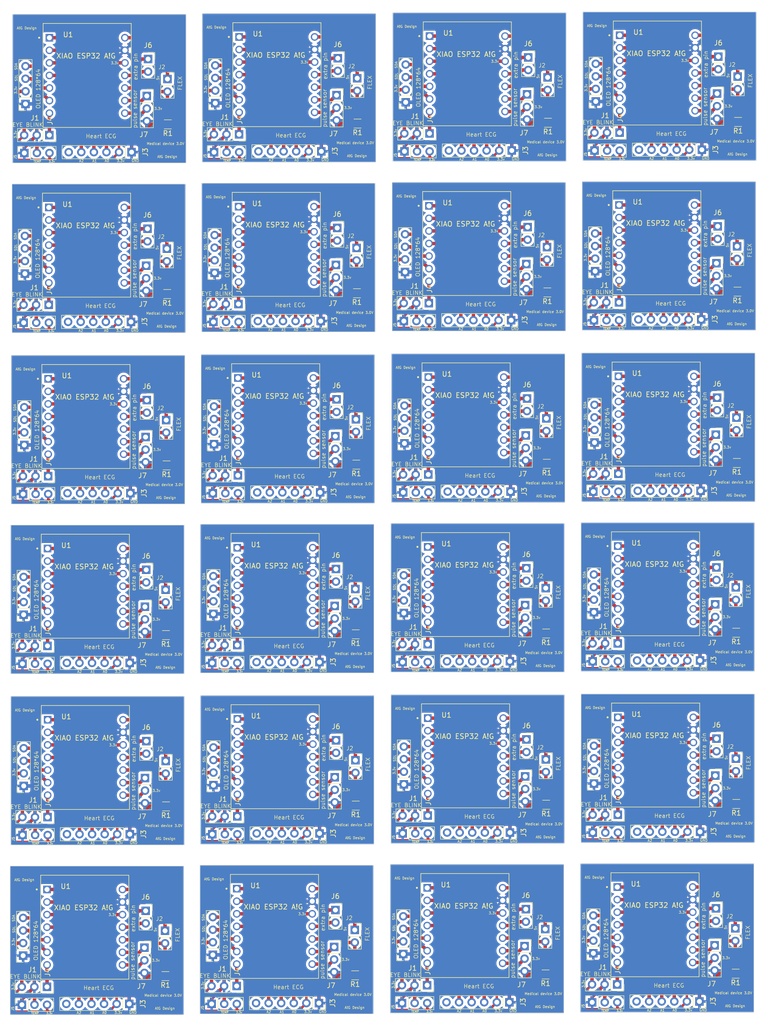
<source format=kicad_pcb>
(kicad_pcb (version 20240108) (generator "pcbnew") (generator_version "8.0")
  (title_block (title "A!G") (rev "A!G design") (company "A!G TECH"))
  (layers (0 "F.Cu" signal) (31 "B.Cu" signal) (34 "B.Paste" user) (35 "F.Paste" user) (36 "B.SilkS" user "B.Silkscreen") (37 "F.SilkS" user "F.Silkscreen") (38 "B.Mask" user) (39 "F.Mask" user) (44 "Edge.Cuts" user))
  (net 0 "")
  (net 1 "GND")
  (net 2 "POWER 3.3V")
  (net 3 "SDL D5")
  (net 4 "SDA D4")
  (net 5 "POWER 5V")
  (net 6 "EXTRA D8")
  (net 7 "EXTRA D2")
  (net 8 "ANALOG A2")
  (net 9 "DATA A0")
  (net 10 "EXTRA D6")
  (net 11 "TEMP D3")
  (net 12 "EXTRA D10")
  (net 13 "EXTRA D9")
  (net 14 "EXTRA D7")
  (footprint "Connector_PinSocket_2.54mm:PinSocket_1x06_P2.54mm_Vertical" (layer "F.Cu") (at 49.24 87.965 -90)
    (property "Reference" "J3")
    (property "Value" "Heart ECG")
  )
  (footprint "xiao esp32:MODULE_102010388" (layer "F.Cu") (at 78.585 72.31)
    (property "Reference" "U1")
    (property "Value" "XIAO ESP32 A!G")
  )
  (footprint "Connector_PinSocket_2.54mm:PinSocket_1x03_P2.54mm_Vertical" (layer "F.Cu") (at 70.71 187.855 -90)
    (property "Reference" "J4")
    (property "Value" "EYE BLINK")
  )
  (footprint "Connector_PinSocket_2.54mm:PinSocket_1x06_P2.54mm_Vertical" (layer "F.Cu") (at 164.16 156.37 -90)
    (property "Reference" "J3")
    (property "Value" "Heart ECG")
  )
  (footprint "Connector_PinSocket_2.54mm:PinSocket_1x04_P2.54mm_Vertical" (layer "F.Cu") (at 27.94 43.94 180)
    (property "Reference" "J1")
    (property "Value" "OLED 128*64")
  )
  (footprint "Connector_PinSocket_2.54mm:PinSocket_1x03_P2.54mm_Vertical" (layer "F.Cu") (at 129.09 76.29)
    (property "Reference" "J7")
    (property "Value" "pulse sensor")
  )
  (footprint "Connector_PinSocket_2.54mm:PinSocket_1x02_P2.54mm_Vertical" (layer "F.Cu") (at 94.44 210.805)
    (property "Reference" "J2")
    (property "Value" "FLEX")
  )
  (footprint "Connector_PinSocket_2.54mm:PinSocket_1x03_P2.54mm_Vertical" (layer "F.Cu") (at 90.505 111.075)
    (property "Reference" "J7")
    (property "Value" "pulse sensor")
  )
  (footprint "Connector_PinSocket_2.54mm:PinSocket_1x03_P2.54mm_Vertical" (layer "F.Cu") (at 27.695 53.855 90)
    (property "Reference" "J5")
    (property "Value" "TEMP")
  )
  (footprint "Connector_PinSocket_2.54mm:PinSocket_1x02_P2.54mm_Vertical" (layer "F.Cu") (at 90.885 69)
    (property "Reference" "J6")
    (property "Value" "extra pin")
  )
  (footprint "Connector_PinSocket_2.54mm:PinSocket_1x04_P2.54mm_Vertical" (layer "F.Cu") (at 142.735 146.625 180)
    (property "Reference" "J1")
    (property "Value" "OLED 128*64")
  )
  (footprint "Connector_PinSocket_2.54mm:PinSocket_1x06_P2.54mm_Vertical" (layer "F.Cu") (at 87.325 191.3 -90)
    (property "Reference" "J3")
    (property "Value" "Heart ECG")
  )
  (footprint "Connector_PinSocket_2.54mm:PinSocket_1x02_P2.54mm_Vertical" (layer "F.Cu") (at 171.29 210.475)
    (property "Reference" "J2")
    (property "Value" "FLEX")
  )
  (footprint "Connector_PinSocket_2.54mm:PinSocket_1x04_P2.54mm_Vertical" (layer "F.Cu") (at 104.72 43.61 180)
    (property "Reference" "J1")
    (property "Value" "OLED 128*64")
  )
  (footprint "Connector_PinSocket_2.54mm:PinSocket_1x03_P2.54mm_Vertical" (layer "F.Cu") (at 147.56 187.525 -90)
    (property "Reference" "J4")
    (property "Value" "EYE BLINK")
  )
  (footprint "Connector_PinSocket_2.54mm:PinSocket_1x03_P2.54mm_Vertical" (layer "F.Cu") (at 90.395 179.955)
    (property "Reference" "J7")
    (property "Value" "pulse sensor")
  )
  (footprint "Connector_PinSocket_2.54mm:PinSocket_1x06_P2.54mm_Vertical" (layer "F.Cu") (at 49.005 191.46 -90)
    (property "Reference" "J3")
    (property "Value" "Heart ECG")
  )
  (footprint "Connector_PinSocket_2.54mm:PinSocket_1x04_P2.54mm_Vertical" (layer "F.Cu") (at 66.26 43.78 180)
    (property "Reference" "J1")
    (property "Value" "OLED 128*64")
  )
  (footprint "xiao esp32:MODULE_102010388" (layer "F.Cu") (at 78.225 210.085)
    (property "Reference" "U1")
    (property "Value" "XIAO ESP32 A!G")
  )
  (footprint "Connector_PinSocket_2.54mm:PinSocket_1x03_P2.54mm_Vertical" (layer "F.Cu") (at 52.185 111.235)
    (property "Reference" "J7")
    (property "Value" "pulse sensor")
  )
  (footprint "Connector_PinSocket_2.54mm:PinSocket_1x03_P2.54mm_Vertical" (layer "F.Cu") (at 65.765 122.59 90)
    (property "Reference" "J5")
    (property "Value" "TEMP")
  )
  (footprint "Resistor_SMD:R_1206_3216Metric" (layer "F.Cu") (at 94.515 219.965 180)
    (property "Reference" "R1")
    (property "Value" "47K")
  )
  (footprint "Connector_PinSocket_2.54mm:PinSocket_1x03_P2.54mm_Vertical" (layer "F.Cu") (at 52.31 76.62)
    (property "Reference" "J7")
    (property "Value" "pulse sensor")
  )
  (footprint "Connector_PinSocket_2.54mm:PinSocket_1x03_P2.54mm_Vertical" (layer "F.Cu") (at 70.585 222.135 -90)
    (property "Reference" "J4")
    (property "Value" "EYE BLINK")
  )
  (footprint "Connector_PinSocket_2.54mm:PinSocket_1x03_P2.54mm_Vertical" (layer "F.Cu") (at 52.06 145.515)
    (property "Reference" "J7")
    (property "Value" "pulse sensor")
  )
  (footprint "Connector_PinSocket_2.54mm:PinSocket_1x03_P2.54mm_Vertical" (layer "F.Cu") (at 65.655 191.47 90)
    (property "Reference" "J5")
    (property "Value" "TEMP")
  )
  (footprint "Connector_PinSocket_2.54mm:PinSocket_1x03_P2.54mm_Vertical" (layer "F.Cu") (at 147.92 49.75 -90)
    (property "Reference" "J4")
    (property "Value" "EYE BLINK")
  )
  (footprint "Connector_PinSocket_2.54mm:PinSocket_1x03_P2.54mm_Vertical" (layer "F.Cu") (at 32.265 222.295 -90)
    (property "Reference" "J4")
    (property "Value" "EYE BLINK")
  )
  (footprint "Connector_PinSocket_2.54mm:PinSocket_1x03_P2.54mm_Vertical" (layer "F.Cu") (at 147.795 84.03 -90)
    (property "Reference" "J4")
    (property "Value" "EYE BLINK")
  )
  (footprint "Connector_PinSocket_2.54mm:PinSocket_1x03_P2.54mm_Vertical" (layer "F.Cu") (at 65.53 225.75 90)
    (property "Reference" "J5")
    (property "Value" "TEMP")
  )
  (footprint "Connector_PinSocket_2.54mm:PinSocket_1x03_P2.54mm_Vertical" (layer "F.Cu") (at 104.1 156.7 90)
    (property "Reference" "J5")
    (property "Value" "TEMP")
  )
  (footprint "Connector_PinSocket_2.54mm:PinSocket_1x06_P2.54mm_Vertical" (layer "F.Cu") (at 48.99 156.86 -90)
    (property "Reference" "J3")
    (property "Value" "Heart ECG")
  )
  (footprint "Connector_PinSocket_2.54mm:PinSocket_1x03_P2.54mm_Vertical" (layer "F.Cu") (at 109.045 221.965 -90)
    (property "Reference" "J4")
    (property "Value" "EYE BLINK")
  )
  (footprint "xiao esp32:MODULE_102010388" (layer "F.Cu") (at 155.185 140.875)
    (property "Reference" "U1")
    (property "Value" "XIAO ESP32 A!G")
  )
  (footprint "Connector_PinSocket_2.54mm:PinSocket_1x02_P2.54mm_Vertical" (layer "F.Cu") (at 94.8 73.03)
    (property "Reference" "J2")
    (property "Value" "FLEX")
  )
  (footprint "Connector_PinSocket_2.54mm:PinSocket_1x04_P2.54mm_Vertical" (layer "F.Cu") (at 143.11 43.45 180)
    (property "Reference" "J1")
    (property "Value" "OLED 128*64")
  )
  (footprint "xiao esp32:MODULE_102010388" (layer "F.Cu") (at 116.81 175.635)
    (property "Reference" "U1")
    (property "Value" "XIAO ESP32 A!G")
  )
  (footprint "Connector_PinSocket_2.54mm:PinSocket_1x03_P2.54mm_Vertical" (layer "F.Cu") (at 66.015 53.695 90)
    (property "Reference" "J5")
    (property "Value" "TEMP")
  )
  (footprint "xiao esp32:MODULE_102010388" (layer "F.Cu") (at 116.795 141.035)
    (property "Reference" "U1")
    (property "Value" "XIAO ESP32 A!G")
  )
  (footprint "Resistor_SMD:R_1206_3216Metric" (layer "F.Cu") (at 56.43 116.965 180)
    (property "Reference" "R1")
    (property "Value" "47K")
  )
  (footprint "xiao esp32:MODULE_102010388" (layer "F.Cu") (at 155.075 209.755)
    (property "Reference" "U1")
    (property "Value" "XIAO ESP32 A!G")
  )
  (footprint "Connector_PinSocket_2.54mm:PinSocket_1x02_P2.54mm_Vertical" (layer "F.Cu") (at 167.735 68.67)
    (property "Reference" "J6")
    (property "Value" "extra pin")
  )
  (footprint "Connector_PinSocket_2.54mm:PinSocket_1x02_P2.54mm_Vertical" (layer "F.Cu") (at 171.4 141.595)
    (property "Reference" "J2")
    (property "Value" "FLEX")
  )
  (footprint "Connector_PinSocket_2.54mm:PinSocket_1x06_P2.54mm_Vertical" (layer "F.Cu") (at 126.02 87.635 -90)
    (property "Reference" "J3")
    (property "Value" "Heart ECG")
  )
  (footprint "Connector_PinSocket_2.54mm:PinSocket_1x03_P2.54mm_Vertical" (layer "F.Cu") (at 142.49 156.54 90)
    (property "Reference" "J5")
    (property "Value" "TEMP")
  )
  (footprint "Connector_PinSocket_2.54mm:PinSocket_1x03_P2.54mm_Vertical" (layer "F.Cu") (at 167.245 179.625)
    (property "Reference" "J7")
    (property "Value" "pulse sensor")
  )
  (footprint "Connector_PinSocket_2.54mm:PinSocket_1x03_P2.54mm_Vertical" (layer "F.Cu") (at 27.445 122.75 90)
    (property "Reference" "J5")
    (property "Value" "TEMP")
  )
  (footprint "Connector_PinSocket_2.54mm:PinSocket_1x06_P2.54mm_Vertical" (layer "F.Cu") (at 48.88 225.74 -90)
    (property "Reference" "J3")
    (property "Value" "Heart ECG")
  )
  (footprint "Connector_PinSocket_2.54mm:PinSocket_1x04_P2.54mm_Vertical" (layer "F.Cu") (at 104.47 112.505 180)
    (property "Reference" "J1")
    (property "Value" "OLED 128*64")
  )
  (footprint "xiao esp32:MODULE_102010388" (layer "F.Cu") (at 155.2 175.475)
    (property "Reference" "U1")
    (property "Value" "XIAO ESP32 A!G")
  )
  (footprint "Connector_PinSocket_2.54mm:PinSocket_1x03_P2.54mm_Vertical" (layer "F.Cu") (at 167.12 213.905)
    (property "Reference" "J7")
    (property "Value" "pulse sensor")
  )
  (footprint "Connector_PinSocket_2.54mm:PinSocket_1x02_P2.54mm_Vertical" (layer "F.Cu") (at 56.605 38.91)
    (property "Reference" "J2")
    (property "Value" "FLEX")
  )
  (footprint "Connector_PinSocket_2.54mm:PinSocket_1x03_P2.54mm_Vertical" (layer "F.Cu") (at 27.21 225.91 90)
    (property "Reference" "J5")
    (property "Value" "TEMP")
  )
  (footprint "Connector_PinSocket_2.54mm:PinSocket_1x04_P2.54mm_Vertical" (layer "F.Cu") (at 27.815 78.22 180)
    (property "Reference" "J1")
    (property "Value" "OLED 128*64")
  )
  (footprint "Connector_PinSocket_2.54mm:PinSocket_1x02_P2.54mm_Vertical" (layer "F.Cu") (at 133.385 38.58)
    (property "Reference" "J2")
    (property "Value" "FLEX")
  )
  (footprint "Connector_PinSocket_2.54mm:PinSocket_1x02_P2.54mm_Vertical" (layer "F.Cu") (at 167.61 103.285)
    (property "Reference" "J6")
    (property "Value" "extra pin")
  )
  (footprint "xiao esp32:MODULE_102010388" (layer "F.Cu") (at 40.03 175.965)
    (property "Reference" "U1")
    (property "Value" "XIAO ESP32 A!G")
  )
  (footprint "Connector_PinSocket_2.54mm:PinSocket_1x02_P2.54mm_Vertical" (layer "F.Cu") (at 171.525 107.315)
    (property "Reference" "J2")
    (property "Value" "FLEX")
  )
  (footprint "Connector_PinSocket_2.54mm:PinSocket_1x02_P2.54mm_Vertical" (layer "F.Cu") (at 171.65 72.7)
    (property "Reference" "J2")
    (property "Value" "FLEX")
  )
  (footprint "Resistor_SMD:R_1206_3216Metric" (layer "F.Cu") (at 171.85 47.58 180)
    (property "Reference" "R1")
    (property "Value" "47K")
  )
  (footprint "Connector_PinSocket_2.54mm:PinSocket_1x03_P2.54mm_Vertical" (layer "F.Cu") (at 142.505 191.14 90)
    (property "Reference" "J5")
    (property "Value" "TEMP")
  )
  (footprint "Connector_PinSocket_2.54mm:PinSocket_1x04_P2.54mm_Vertical" (layer "F.Cu") (at 65.885 146.955 180)
    (property "Reference" "J1")
    (property "Value" "OLED 128*64")
  )
  (footprint "Resistor_SMD:R_1206_3216Metric" (layer "F.Cu") (at 94.75 116.805 180)
    (property "Reference" "R1")
    (property "Value" "47K")
  )
  (footprint "Connector_PinSocket_2.54mm:PinSocket_1x03_P2.54mm_Vertical" (layer "F.Cu") (at 142.74 87.645 90)
    (property "Reference" "J5")
    (property "Value" "TEMP")
  )
  (footprint "Connector_PinSocket_2.54mm:PinSocket_1x06_P2.54mm_Vertical" (layer "F.Cu") (at 87.435 122.42 -90)
    (property "Reference" "J3")
    (property "Value" "Heart ECG")
  )
  (footprint "Resistor_SMD:R_1206_3216Metric" (layer "F.Cu") (at 171.475 150.755 180)
    (property "Reference" "R1")
    (property "Value" "47K")
  )
  (footprint "Connector_PinSocket_2.54mm:PinSocket_1x03_P2.54mm_Vertical" (layer "F.Cu") (at 167.23 145.025)
    (property "Reference" "J7")
    (property "Value" "pulse sensor")
  )
  (footprint "xiao esp32:MODULE_102010388" (layer "F.Cu") (at 78.71 38.03)
    (property "Reference" "U1")
    (property "Value" "XIAO ESP32 A!G")
  )
  (footprint "Resistor_SMD:R_1206_3216Metric" (layer "F.Cu") (at 133.335 82.02 180)
    (property "Reference" "R1")
    (property "Value" "47K")
  )
  (footprint "Connector_PinSocket_2.54mm:PinSocket_1x06_P2.54mm_Vertical" (layer "F.Cu") (at 164.41 87.475 -90)
    (property "Reference" "J3")
    (property "Value" "Heart ECG")
  )
  (footprint "Connector_PinSocket_2.54mm:PinSocket_1x03_P2.54mm_Vertical" (layer "F.Cu") (at 32.75 50.24 -90)
    (property "Reference" "J4")
    (property "Value" "EYE BLINK")
  )
  (footprint "Resistor_SMD:R_1206_3216Metric" (layer "F.Cu") (at 171.49 185.355 180)
    (property "Reference" "R1")
    (property "Value" "47K")
  )
  (footprint "Connector_PinSocket_2.54mm:PinSocket_1x03_P2.54mm_Vertical" (layer "F.Cu") (at 70.82 118.975 -90)
    (property "Reference" "J4")
    (property "Value" "EYE BLINK")
  )
  (footprint "Connector_PinSocket_2.54mm:PinSocket_1x06_P2.54mm_Vertical" (layer "F.Cu") (at 164.175 190.97 -90)
    (property "Reference" "J3")
    (property "Value" "Heart ECG")
  )
  (footprint "Connector_PinSocket_2.54mm:PinSocket_1x02_P2.54mm_Vertical" (layer "F.Cu") (at 90.525 206.775)
    (property "Reference" "J6")
    (property "Value" "extra pin")
  )
  (footprint "xiao esp32:MODULE_102010388" (layer "F.Cu") (at 78.35 175.805)
    (property "Reference" "U1")
    (property "Value" "XIAO ESP32 A!G")
  )
  (footprint "Connector_PinSocket_2.54mm:PinSocket_1x02_P2.54mm_Vertical" (layer "F.Cu") (at 56.12 210.965)
    (property "Reference" "J2")
    (property "Value" "FLEX")
  )
  (footprint "Connector_PinSocket_2.54mm:PinSocket_1x02_P2.54mm_Vertical" (layer "F.Cu") (at 167.5 172.165)
    (property "Reference" "J6")
    (property "Value" "extra pin")
  )
  (footprint "Connector_PinSocket_2.54mm:PinSocket_1x02_P2.54mm_Vertical" (layer "F.Cu") (at 90.76 103.615)
    (property "Reference" "J6")
    (property "Value" "extra pin")
  )
  (footprint "Connector_PinSocket_2.54mm:PinSocket_1x03_P2.54mm_Vertical" (layer "F.Cu") (at 104.35 87.805 90)
    (property "Reference" "J5")
    (property "Value" "TEMP")
  )
  (footprint "xiao esp32:MODULE_102010388" (layer "F.Cu") (at 40.39 38.19)
    (property "Reference" "U1")
    (property "Value" "XIAO ESP32 A!G")
  )
  (footprint "Connector_PinSocket_2.54mm:PinSocket_1x03_P2.54mm_Vertical" (layer "F.Cu") (at 147.435 221.805 -90)
    (property "Reference" "J4")
    (property "Value" "EYE BLINK")
  )
  (footprint "xiao esp32:MODULE_102010388" (layer "F.Cu") (at 155.435 71.98)
    (property "Reference" "U1")
    (property "Value" "XIAO ESP32 A!G")
  )
  (footprint "Connector_PinSocket_2.54mm:PinSocket_1x04_P2.54mm_Vertical" (layer "F.Cu") (at 104.235 215.665 180)
    (property "Reference" "J1")
    (property "Value" "OLED 128*64")
  )
  (footprint "Resistor_SMD:R_1206_3216Metric" (layer "F.Cu") (at 133.1 185.515 180)
    (property "Reference" "R1")
    (property "Value" "47K")
  )
  (footprint "Connector_PinSocket_2.54mm:PinSocket_1x03_P2.54mm_Vertical" (layer "F.Cu") (at 27.57 88.135 90)
    (property "Reference" "J5")
    (property "Value" "TEMP")
  )
  (footprint "Connector_PinSocket_2.54mm:PinSocket_1x02_P2.54mm_Vertical" (layer "F.Cu") (at 56.48 73.19)
    (property "Reference" "J2")
    (property "Value" "FLEX")
  )
  (footprint "Connector_PinSocket_2.54mm:PinSocket_1x02_P2.54mm_Vertical" (layer "F.Cu") (at 129.22 103.445)
    (property "Reference" "J6")
    (property "Value" "extra pin")
  )
  (footprint "Connector_PinSocket_2.54mm:PinSocket_1x03_P2.54mm_Vertical" (layer "F.Cu") (at 109.53 49.91 -90)
    (property "Reference" "J4")
    (property "Value" "EYE BLINK")
  )
  (footprint "Connector_PinSocket_2.54mm:PinSocket_1x03_P2.54mm_Vertical" (layer "F.Cu") (at 90.63 76.46)
    (property "Reference" "J7")
    (property "Value" "pulse sensor")
  )
  (footprint "Resistor_SMD:R_1206_3216Metric" (layer "F.Cu") (at 56.195 220.125 180)
    (property "Reference" "R1")
    (property "Value" "47K")
  )
  (footprint "Connector_PinSocket_2.54mm:PinSocket_1x02_P2.54mm_Vertical" (layer "F.Cu") (at 133.135 107.475)
    (property "Reference" "J2")
    (property "Value" "FLEX")
  )
  (footprint "Connector_PinSocket_2.54mm:PinSocket_1x04_P2.54mm_Vertical" (layer "F.Cu") (at 142.985 77.73 180)
    (property "Reference" "J1")
    (property "Value" "OLED 128*64")
  )
  (footprint "Connector_PinSocket_2.54mm:PinSocket_1x02_P2.54mm_Vertical" (layer "F.Cu") (at 167.86 34.39)
    (property "Reference" "J6")
    (property "Value" "extra pin")
  )
  (footprint "xiao esp32:MODULE_102010388" (layer "F.Cu") (at 39.905 210.245)
    (property "Reference" "U1")
    (property "Value" "XIAO ESP32 A!G")
  )
  (footprint "Connector_PinSocket_2.54mm:PinSocket_1x03_P2.54mm_Vertical" (layer "F.Cu") (at 103.99 225.58 90)
    (property "Reference" "J5")
    (property "Value" "TEMP")
  )
  (footprint "Resistor_SMD:R_1206_3216Metric" (layer "F.Cu") (at 56.305 151.245 180)
    (property "Reference" "R1")
    (property "Value" "47K")
  )
  (footprint "Connector_PinSocket_2.54mm:PinSocket_1x04_P2.54mm_Vertical" (layer "F.Cu") (at 27.58 181.715 180)
    (property "Reference" "J1")
    (property "Value" "OLED 128*64")
  )
  (footprint "Connector_PinSocket_2.54mm:PinSocket_1x03_P2.54mm_Vertical" (layer "F.Cu") (at 90.27 214.235)
    (property "Reference" "J7")
    (property "Value" "pulse sensor")
  )
  (footprint "Connector_PinSocket_2.54mm:PinSocket_1x04_P2.54mm_Vertical" (layer "F.Cu") (at 104.595 77.89 180)
    (property "Reference" "J1")
    (property "Value" "OLED 128*64")
  )
  (footprint "Connector_PinSocket_2.54mm:PinSocket_1x03_P2.54mm_Vertical" (layer "F.Cu") (at 32.375 153.415 -90)
    (property "Reference" "J4")
    (property "Value" "EYE BLINK")
  )
  (footprint "xiao esp32:MODULE_102010388" (layer "F.Cu") (at 78.335 141.205)
    (property "Reference" "U1")
    (property "Value" "XIAO ESP32 A!G")
  )
  (footprint "Connector_PinSocket_2.54mm:PinSocket_1x03_P2.54mm_Vertical" (layer "F.Cu") (at 109.405 84.19 -90)
    (property "Reference" "J4")
    (property "Value" "EYE BLINK")
  )
  (footprint "Connector_PinSocket_2.54mm:PinSocket_1x02_P2.54mm_Vertical" (layer "F.Cu") (at 52.315 138.055)
    (property "Reference" "J6")
    (property "Value" "extra pin")
  )
  (footprint "Connector_PinSocket_2.54mm:PinSocket_1x03_P2.54mm_Vertical" (layer "F.Cu") (at 70.695 153.255 -90)
    (property "Reference" "J4")
    (property "Value" "EYE BLINK")
  )
  (footprint "Connector_PinSocket_2.54mm:PinSocket_1x04_P2.54mm_Vertical" (layer "F.Cu") (at 66.135 78.06 180)
    (property "Reference" "J1")
    (property "Value" "OLED 128*64")
  )
  (footprint "Connector_PinSocket_2.54mm:PinSocket_1x04_P2.54mm_Vertical" (layer "F.Cu") (at 142.625 215.505 180)
    (property "Reference" "J1")
    (property "Value" "OLED 128*64")
  )
  (footprint "Connector_PinSocket_2.54mm:PinSocket_1x02_P2.54mm_Vertical" (layer "F.Cu") (at 52.205 206.935)
    (property "Reference" "J6")
    (property "Value" "extra pin")
  )
  (footprint "Connector_PinSocket_2.54mm:PinSocket_1x03_P2.54mm_Vertical" (layer "F.Cu") (at 128.965 110.905)
    (property "Reference" "J7")
    (property "Value" "pulse sensor")
  )
  (footprint "Resistor_SMD:R_1206_3216Metric" (layer "F.Cu") (at 133.21 116.635 180)
    (property "Reference" "R1")
    (property "Value" "47K")
  )
  (footprint "Connector_PinSocket_2.54mm:PinSocket_1x06_P2.54mm_Vertical" (layer "F.Cu") (at 87.2 225.58 -90)
    (property "Reference" "J3")
    (property "Value" "Heart ECG")
  )
  (footprint "Connector_PinSocket_2.54mm:PinSocket_1x03_P2.54mm_Vertical" (layer "F.Cu") (at 104.475 53.525 90)
    (property "Reference" "J5")
    (property "Value" "TEMP")
  )
  (footprint "Connector_PinSocket_2.54mm:PinSocket_1x03_P2.54mm_Vertical" (layer "F.Cu") (at 27.32 157.03 90)
    (property "Reference" "J5")
    (property "Value" "TEMP")
  )
  (footprint "Connector_PinSocket_2.54mm:PinSocket_1x02_P2.54mm_Vertical" (layer "F.Cu") (at 132.9 210.635)
    (property "Reference" "J2")
    (property "Value" "FLEX")
  )
  (footprint "Connector_PinSocket_2.54mm:PinSocket_1x02_P2.54mm_Vertical" (layer "F.Cu") (at 171.775 38.42)
    (property "Reference" "J2")
    (property "Value" "FLEX")
  )
  (footprint "Connector_PinSocket_2.54mm:PinSocket_1x02_P2.54mm_Vertical" (layer "F.Cu") (at 56.245 176.685)
    (property "Reference" "J2")
    (property "Value" "FLEX")
  )
  (footprint "Resistor_SMD:R_1206_3216Metric" (layer "F.Cu") (at 171.365 219.635 180)
    (property "Reference" "R1")
    (property "Value" "47K")
  )
  (footprint "Resistor_SMD:R_1206_3216Metric" (layer "F.Cu") (at 132.975 219.795 180)
    (property "Reference" "R1")
    (property "Value" "47K")
  )
  (footprint "Connector_PinSocket_2.54mm:PinSocket_1x02_P2.54mm_Vertical" (layer "F.Cu") (at 52.565 69.16)
    (property "Reference" "J6")
    (property "Value" "extra pin")
  )
  (footprint "Resistor_SMD:R_1206_3216Metric" (layer "F.Cu") (at 133.46 47.74 180)
    (property "Reference" "R1")
    (property "Value" "47K")
  )
  (footprint "xiao esp32:MODULE_102010388" (layer "F.Cu") (at 155.31 106.595)
    (property "Reference" "U1")
    (property "Value" "XIAO ESP32 A!G")
  )
  (footprint "Connector_PinSocket_2.54mm:PinSocket_1x02_P2.54mm_Vertical" (layer "F.Cu") (at 167.485 137.565)
    (property "Reference" "J6")
    (property "Value" "extra pin")
  )
  (footprint "Connector_PinSocket_2.54mm:PinSocket_1x06_P2.54mm_Vertical" (layer "F.Cu") (at 125.77 156.53 -90)
    (property "Reference" "J3")
    (property "Value" "Heart ECG")
  )
  (footprint "Connector_PinSocket_2.54mm:PinSocket_1x06_P2.54mm_Vertical" (layer "F.Cu") (at 125.66 225.41 -90)
    (property "Reference" "J3")
    (property "Value" "Heart ECG")
  )
  (footprint "Resistor_SMD:R_1206_3216Metric" (layer "F.Cu") (at 56.32 185.845 180)
    (property "Reference" "R1")
    (property "Value" "47K")
  )
  (footprint "Connector_PinSocket_2.54mm:PinSocket_1x03_P2.54mm_Vertical" (layer "F.Cu") (at 104.115 191.3 90)
    (property "Reference" "J5")
    (property "Value" "TEMP")
  )
  (footprint "Connector_PinSocket_2.54mm:PinSocket_1x03_P2.54mm_Vertical" (layer "F.Cu") (at 65.89 87.975 90)
    (property "Reference" "J5")
    (property "Value" "TEMP")
  )
  (footprint "Connector_PinSocket_2.54mm:PinSocket_1x04_P2.54mm_Vertical" (layer "F.Cu") (at 27.455 215.995 180)
    (property "Reference" "J1")
    (property "Value" "OLED 128*64")
  )
  (footprint "Connector_PinSocket_2.54mm:PinSocket_1x02_P2.54mm_Vertical" (layer "F.Cu") (at 94.675 107.645)
    (property "Reference" "J2")
    (property "Value" "FLEX")
  )
  (footprint "Connector_PinSocket_2.54mm:PinSocket_1x06_P2.54mm_Vertical" (layer "F.Cu") (at 164.285 122.09 -90)
    (property "Reference" "J3")
    (property "Value" "Heart ECG")
  )
  (footprint "Connector_PinSocket_2.54mm:PinSocket_1x03_P2.54mm_Vertical" (layer "F.Cu") (at 51.95 214.395)
    (property "Reference" "J7")
    (property "Value" "pulse sensor")
  )
  (footprint "Connector_PinSocket_2.54mm:PinSocket_1x06_P2.54mm_Vertical" (layer "F.Cu") (at 49.365 53.685 -90)
    (property "Reference" "J3")
    (property "Value" "Heart ECG")
  )
  (footprint "Connector_PinSocket_2.54mm:PinSocket_1x04_P2.54mm_Vertical" (layer "F.Cu") (at 65.9 181.555 180)
    (property "Reference" "J1")
    (property "Value" "OLED 128*64")
  )
  (footprint "Resistor_SMD:R_1206_3216Metric" (layer "F.Cu") (at 133.085 150.915 180)
    (property "Reference" "R1")
    (property "Value" "47K")
  )
  (footprint "Resistor_SMD:R_1206_3216Metric" (layer "F.Cu") (at 95 47.91 180)
    (property "Reference" "R1")
    (property "Value" "47K")
  )
  (footprint "Connector_PinSocket_2.54mm:PinSocket_1x03_P2.54mm_Vertical" (layer "F.Cu") (at 90.38 145.355)
    (property "Reference" "J7")
    (property "Value" "pulse sensor")
  )
  (footprint "Connector_PinSocket_2.54mm:PinSocket_1x04_P2.54mm_Vertical" (layer "F.Cu") (at 27.565 147.115 180)
    (property "Reference" "J1")
    (property "Value" "OLED 128*64")
  )
  (footprint "xiao esp32:MODULE_102010388" (layer "F.Cu") (at 116.92 106.755)
    (property "Reference" "U1")
    (property "Value" "XIAO ESP32 A!G")
  )
  (footprint "Connector_PinSocket_2.54mm:PinSocket_1x02_P2.54mm_Vertical" (layer "F.Cu") (at 171.415 176.195)
    (property "Reference" "J2")
    (property "Value" "FLEX")
  )
  (footprint "Connector_PinSocket_2.54mm:PinSocket_1x03_P2.54mm_Vertical" (layer "F.Cu") (at 142.865 53.365 90)
    (property "Reference" "J5")
    (property "Value" "TEMP")
  )
  (footprint "Connector_PinSocket_2.54mm:PinSocket_1x03_P2.54mm_Vertical" (layer "F.Cu") (at 129.215 42.01)
    (property "Reference" "J7")
    (property "Value" "pulse sensor")
  )
  (footprint "Connector_PinSocket_2.54mm:PinSocket_1x06_P2.54mm_Vertical" (layer "F.Cu") (at 125.895 122.25 -90)
    (property "Reference" "J3")
    (property "Value" "Heart ECG")
  )
  (footprint "Connector_PinSocket_2.54mm:PinSocket_1x04_P2.54mm_Vertical" (layer "F.Cu") (at 142.75 181.225 180)
    (property "Reference" "J1")
    (property "Value" "OLED 128*64")
  )
  (footprint "Connector_PinSocket_2.54mm:PinSocket_1x02_P2.54mm_Vertical" (layer "F.Cu") (at 94.55 141.925)
    (property "Reference" "J2")
    (property "Value" "FLEX")
  )
  (footprint "Connector_PinSocket_2.54mm:PinSocket_1x02_P2.54mm_Vertical" (layer "F.Cu") (at 129.095 137.725)
    (property "Reference" "J6")
    (property "Value" "extra pin")
  )
  (footprint "Connector_PinSocket_2.54mm:PinSocket_1x04_P2.54mm_Vertical" (layer "F.Cu") (at 66.01 112.675 180)
    (property "Reference" "J1")
    (property "Value" "OLED 128*64")
  )
  (footprint "Connector_PinSocket_2.54mm:PinSocket_1x03_P2.54mm_Vertical" (layer "F.Cu") (at 32.625 84.52 -90)
    (property "Reference" "J4")
    (property "Value" "EYE BLINK")
  )
  (footprint "Connector_PinSocket_2.54mm:PinSocket_1x03_P2.54mm_Vertical" (layer "F.Cu") (at 147.545 152.925 -90)
    (property "Reference" "J4")
    (property "Value" "EYE BLINK")
  )
  (footprint "Connector_PinSocket_2.54mm:PinSocket_1x03_P2.54mm_Vertical" (layer "F.Cu") (at 32.5 119.135 -90)
    (property "Reference" "J4")
    (property "Value" "EYE BLINK")
  )
  (footprint "xiao esp32:MODULE_102010388" (layer "F.Cu") (at 117.045 72.14)
    (property "Reference" "U1")
    (property "Value" "XIAO ESP32 A!G")
  )
  (footprint "Connector_PinSocket_2.54mm:PinSocket_1x03_P2.54mm_Vertical" (layer "F.Cu") (at 27.335 191.63 90)
    (property "Reference" "J5")
    (property "Value" "TEMP")
  )
  (footprint "Connector_PinSocket_2.54mm:PinSocket_1x03_P2.54mm_Vertical" (layer "F.Cu") (at 109.17 187.685 -90)
    (property "Reference" "J4")
    (property "Value" "EYE BLINK")
  )
  (footprint "Connector_PinSocket_2.54mm:PinSocket_1x02_P2.54mm_Vertical" (layer "F.Cu") (at 91.01 34.72)
    (property "Reference" "J6")
    (property "Value" "extra pin")
  )
  (footprint "Connector_PinSocket_2.54mm:PinSocket_1x03_P2.54mm_Vertical" (layer "F.Cu") (at 128.73 214.065)
    (property "Reference" "J7")
    (property "Value" "pulse sensor")
  )
  (footprint "Connector_PinSocket_2.54mm:PinSocket_1x02_P2.54mm_Vertical" (layer "F.Cu") (at 90.65 172.495)
    (property "Reference" "J6")
    (property "Value" "extra pin")
  )
  (footprint "Connector_PinSocket_2.54mm:PinSocket_1x02_P2.54mm_Vertical" (layer "F.Cu") (at 133.01 141.755)
    (property "Reference" "J2")
    (property "Value" "FLEX")
  )
  (footprint "Connector_PinSocket_2.54mm:PinSocket_1x03_P2.54mm_Vertical" (layer "F.Cu") (at 70.945 84.36 -90)
    (property "Reference" "J4")
    (property "Value" "EYE BLINK")
  )
  (footprint "Connector_PinSocket_2.54mm:PinSocket_1x02_P2.54mm_Vertical" (layer "F.Cu") (at 167.375 206.445)
    (property "Reference" "J6")
    (property "Value" "extra pin")
  )
  (footprint "Connector_PinSocket_2.54mm:PinSocket_1x04_P2.54mm_Vertical" (layer "F.Cu") (at 142.86 112.345 180)
    (property "Reference" "J1")
    (property "Value" "OLED 128*64")
  )
  (footprint "Resistor_SMD:R_1206_3216Metric" (layer "F.Cu") (at 94.625 151.085 180)
    (property "Reference" "R1")
    (property "Value" "47K")
  )
  (footprint "Connector_PinSocket_2.54mm:PinSocket_1x02_P2.54mm_Vertical" (layer "F.Cu") (at 94.925 38.75)
    (property "Reference" "J2")
    (property "Value" "FLEX")
  )
  (footprint "Connector_PinSocket_2.54mm:PinSocket_1x03_P2.54mm_Vertical" (layer "F.Cu") (at 128.84 145.185)
    (property "Reference" "J7")
    (property "Value" "pulse sensor")
  )
  (footprint "Connector_PinSocket_2.54mm:PinSocket_1x03_P2.54mm_Vertical" (layer "F.Cu") (at 52.435 42.34)
    (property "Reference" "J7")
    (property "Value" "pulse sensor")
  )
  (footprint "Resistor_SMD:R_1206_3216Metric" (layer "F.Cu") (at 56.68 48.07 180)
    (property "Reference" "R1")
    (property "Value" "47K")
  )
  (footprint "Connector_PinSocket_2.54mm:PinSocket_1x06_P2.54mm_Vertical" (layer "F.Cu") (at 49.115 122.58 -90)
    (property "Reference" "J3")
    (property "Value" "Heart ECG")
  )
  (footprint "xiao esp32:MODULE_102010388" (layer "F.Cu") (at 117.17 37.86)
    (property "Reference" "U1")
    (property "Value" "XIAO ESP32 A!G")
  )
  (footprint "xiao esp32:MODULE_102010388" (layer "F.Cu") (at 116.685 209.915)
    (property "Reference" "U1")
    (property "Value" "XIAO ESP32 A!G")
  )
  (footprint "Connector_PinSocket_2.54mm:PinSocket_1x02_P2.54mm_Vertical" (layer "F.Cu") (at 52.69 34.88)
    (property "Reference" "J6")
    (property "Value" "extra pin")
  )
  (footprint "Resistor_SMD:R_1206_3216Metric" (layer "F.Cu") (at 171.725 81.86 180)
    (property "Reference" "R1")
    (property "Value" "47K")
  )
  (footprint "Connector_PinSocket_2.54mm:PinSocket_1x03_P2.54mm_Vertical" (layer "F.Cu") (at 109.28 118.805 -90)
    (property "Reference" "J4")
    (property "Value" "EYE BLINK")
  )
  (footprint "Connector_PinSocket_2.54mm:PinSocket_1x03_P2.54mm_Vertical" (layer "F.Cu") (at 128.855 179.785)
    (property "Reference" "J7")
    (property "Value" "pulse sensor")
  )
  (footprint "Connector_PinSocket_2.54mm:PinSocket_1x02_P2.54mm_Vertical" (layer "F.Cu") (at 129.47 34.55)
    (property "Reference" "J6")
    (property "Value" "extra pin")
  )
  (footprint "Connector_PinSocket_2.54mm:PinSocket_1x06_P2.54mm_Vertical" (layer "F.Cu") (at 125.785 191.13 -90)
    (property "Reference" "J3")
    (property "Value" "Heart ECG")
  )
  (footprint "xiao esp32:MODULE_102010388" (layer "F.Cu") (at 78.46 106.925)
    (property "Reference" "U1")
    (property "Value" "XIAO ESP32 A!G")
  )
  (footprint "Connector_PinSocket_2.54mm:PinSocket_1x02_P2.54mm_Vertical" (layer "F.Cu") (at 133.26 72.86)
    (property "Reference" "J2")
    (property "Value" "FLEX")
  )
  (footprint "Connector_PinSocket_2.54mm:PinSocket_1x02_P2.54mm_Vertical" (layer "F.Cu") (at 52.33 172.655)
    (property "Reference" "J6")
    (property "Value" "extra pin")
  )
  (footprint "Connector_PinSocket_2.54mm:PinSocket_1x03_P2.54mm_Vertical" (layer "F.Cu") (at 142.38 225.42 90)
    (property "Reference" "J5")
    (property "Value" "TEMP")
  )
  (footprint "Connector_PinSocket_2.54mm:PinSocket_1x03_P2.54mm_Vertical" (layer "F.Cu") (at 167.605 41.85)
    (property "Reference" "J7")
    (property "Value" "pulse sensor")
  )
  (footprint "Connector_PinSocket_2.54mm:PinSocket_1x06_P2.54mm_Vertical" (layer "F.Cu") (at 126.145 53.355 -90)
    (property "Reference" "J3")
    (property "Value" "Heart ECG")
  )
  (footprint "Connector_PinSocket_2.54mm:PinSocket_1x04_P2.54mm_Vertical" (layer "F.Cu") (at 104.36 181.385 180)
    (property "Reference" "J1")
    (property "Value" "OLED 128*64")
  )
  (footprint "xiao esp32:MODULE_102010388" (layer "F.Cu") (at 40.265 72.47)
    (property "Reference" "U1")
    (property "Value" "XIAO ESP32 A!G")
  )
  (footprint "Resistor_SMD:R_1206_3216Metric" (layer "F.Cu") (at 94.875 82.19 180)
    (property "Reference" "R1")
    (property "Value" "47K")
  )
  (footprint "xiao esp32:MODULE_102010388" (layer "F.Cu") (at 40.14 107.085)
    (property "Reference" "U1")
    (property "Value" "XIAO ESP32 A!G")
  )
  (footprint "Connector_PinSocket_2.54mm:PinSocket_1x06_P2.54mm_Vertical" (layer "F.Cu") (at 87.685 53.525 -90)
    (property "Reference" "J3")
    (property "Value" "Heart ECG")
  )
  (footprint "Connector_PinSocket_2.54mm:PinSocket_1x03_P2.54mm_Vertical" (layer "F.Cu") (at 65.64 156.87 90)
    (property "Reference" "J5")
    (property "Value" "TEMP")
  )
  (footprint "Connector_PinSocket_2.54mm:PinSocket_1x03_P2.54mm_Vertical" (layer "F.Cu") (at 32.39 188.015 -90)
    (property "Reference" "J4")
    (property "Value" "EYE BLINK")
  )
  (footprint "Connector_PinSocket_2.54mm:PinSocket_1x02_P2.54mm_Vertical" (layer "F.Cu") (at 129.11 172.325)
    (property "Reference" "J6")
    (property "Value" "extra pin")
  )
  (footprint "Connector_PinSocket_2.54mm:PinSocket_1x03_P2.54mm_Vertical" (layer "F.Cu") (at 147.67 118.645 -90)
    (property "Reference" "J4")
    (property "Value" "EYE BLINK")
  )
  (footprint "Connector_PinSocket_2.54mm:PinSocket_1x02_P2.54mm_Vertical" (layer "F.Cu") (at 56.23 142.085)
    (property "Reference" "J2")
    (property "Value" "FLEX")
  )
  (footprint "Connector_PinSocket_2.54mm:PinSocket_1x02_P2.54mm_Vertical" (layer "F.Cu") (at 56.355 107.805)
    (property "Reference" "J2")
    (property "Value" "FLEX")
  )
  (footprint "Connector_PinSocket_2.54mm:PinSocket_1x03_P2.54mm_Vertical" (layer "F.Cu") (at 71.07 50.08 -90)
    (property "Reference" "J4")
    (property "Value" "EYE BLINK")
  )
  (footprint "Connector_PinSocket_2.54mm:PinSocket_1x03_P2.54mm_Vertical" (layer "F.Cu") (at 167.48 76.13)
    (property "Reference" "J7")
    (property "Value" "pulse sensor")
  )
  (footprint "Connector_PinSocket_2.54mm:PinSocket_1x03_P2.54mm_Vertical" (layer "F.Cu") (at 167.355 110.745)
    (property "Reference" "J7")
    (property "Value" "pulse sensor")
  )
  (footprint "Connector_PinSocket_2.54mm:PinSocket_1x06_P2.54mm_Vertical" (layer "F.Cu") (at 87.31 156.7 -90)
    (property "Reference" "J3")
    (property "Value" "Heart ECG")
  )
  (footprint "Connector_PinSocket_2.54mm:PinSocket_1x03_P2.54mm_Vertical" (layer "F.Cu") (at 142.615 122.26 90)
    (property "Reference" "J5")
    (property "Value" "TEMP")
  )
  (footprint "Resistor_SMD:R_1206_3216Metric" (layer "F.Cu") (at 94.64 185.685 180)
    (property "Reference" "R1")
    (property "Value" "47K")
  )
  (footprint "Connector_PinSocket_2.54mm:PinSocket_1x03_P2.54mm_Vertical" (layer "F.Cu") (at 90.755 42.18)
    (property "Reference" "J7")
    (property "Value" "pulse sensor")
  )
  (footprint "Connector_PinSocket_2.54mm:PinSocket_1x03_P2.54mm_Vertical" (layer "F.Cu") (at 109.155 153.085 -90)
    (property "Reference" "J4")
    (property "Value" "EYE BLINK")
  )
  (footprint "Connector_PinSocket_2.54mm:PinSocket_1x03_P2.54mm_Vertical" (layer "F.Cu") (at 52.075 180.115)
    (property "Reference" "J7")
    (property "Value" "pulse sensor")
  )
  (footprint "Connector_PinSocket_2.54mm:PinSocket_1x04_P2.54mm_Vertical" (layer "F.Cu") (at 65.775 215.835 180)
    (property "Reference" "J1")
    (property "Value" "OLED 128*64")
  )
  (footprint "Connector_PinSocket_2.54mm:PinSocket_1x02_P2.54mm_Vertical" (layer "F.Cu") (at 133.025 176.355)
    (property "Reference" "J2")
    (property "Value" "FLEX")
  )
  (footprint "Connector_PinSocket_2.54mm:PinSocket_1x02_P2.54mm_Vertical" (layer "F.Cu") (at 128.985 206.605)
    (property "Reference" "J6")
    (property "Value" "extra pin")
  )
  (footprint "Connector_PinSocket_2.54mm:PinSocket_1x04_P2.54mm_Vertical" (layer "F.Cu") (at 104.345 146.785 180)
    (property "Reference" "J1")
    (property "Value" "OLED 128*64")
  )
  (footprint "Resistor_SMD:R_1206_3216Metric" (layer "F.Cu") (at 56.555 82.35 180)
    (property "Reference" "R1")
    (property "Value" "47K")
  )
  (footprint "Connector_PinSocket_2.54mm:PinSocket_1x03_P2.54mm_Vertical" (layer "F.Cu") (at 104.225 122.42 90)
    (property "Reference" "J5")
    (property "Value" "TEMP")
  )
  (footprint "Connector_PinSocket_2.54mm:PinSocket_1x02_P2.54mm_Vertical" (layer "F.Cu") (at 90.635 137.895)
    (property "Reference" "J6")
    (property "Value" "extra pin")
  )
  (footprint "Connector_PinSocket_2.54mm:PinSocket_1x06_P2.54mm_Vertical" (layer "F.Cu") (at 87.56 87.805 -90)
    (property "Reference" "J3")
    (property "Value" "Heart ECG")
  )
  (footprint "Connector_PinSocket_2.54mm:PinSocket_1x04_P2.54mm_Vertical" (layer "F.Cu") (at 27.69 112.835 180)
    (property "Reference" "J1")
    (property "Value" "OLED 128*64")
  )
  (footprint "Resistor_SMD:R_1206_3216Metric" (layer "F.Cu") (at 171.6 116.475 180)
    (property "Reference" "R1")
    (property "Value" "47K")
  )
  (footprint "Connector_PinSocket_2.54mm:PinSocket_1x02_P2.54mm_Vertical" (layer "F.Cu") (at 52.44 103.775)
    (property "Reference" "J6")
    (property "Value" "extra pin")
  )
  (footprint "xiao esp32:MODULE_102010388" (layer "F.Cu") (at 40.015 141.365)
    (property "Reference" "U1")
    (property "Value" "XIAO ESP32 A!G")
  )
  (footprint "Connector_PinSocket_2.54mm:PinSocket_1x06_P2.54mm_Vertical" (layer "F.Cu") (at 164.05 225.25 -90)
    (property "Reference" "J3")
    (property "Value" "Heart ECG")
  )
  (footprint "Connector_PinSocket_2.54mm:PinSocket_1x06_P2.54mm_Vertical" (layer "F.Cu") (at 164.535 53.195 -90)
    (property "Reference" "J3")
    (property "Value" "Heart ECG")
  )
  (footprint "Connector_PinSocket_2.54mm:PinSocket_1x02_P2.54mm_Vertical" (layer "F.Cu") (at 94.565 176.525)
    (property "Reference" "J2")
    (property "Value" "FLEX")
  )
  (footprint "xiao esp32:MODULE_102010388" (layer "F.Cu") (at 155.56 37.7)
    (property "Reference" "U1")
    (property "Value" "XIAO ESP32 A!G")
  )
  (footprint "Connector_PinSocket_2.54mm:PinSocket_1x02_P2.54mm_Vertical" (layer "F.Cu") (at 129.345 68.83)
    (property "Reference" "J6")
    (property "Value" "extra pin")
  )
  (gr_rect (start 24.965 129.025) (end 59.975 159.035) (stroke (width 0.1)) (fill none) (layer "Edge.Cuts"))
  (gr_rect (start 25.215 60.13) (end 60.225 90.14) (stroke (width 0.1)) (fill none) (layer "Edge.Cuts"))
  (gr_rect (start 25.34 25.85) (end 60.35 55.86) (stroke (width 0.1)) (fill none) (layer "Edge.Cuts"))
  (gr_rect (start 63.41 94.585) (end 98.42 124.595) (stroke (width 0.1)) (fill none) (layer "Edge.Cuts"))
  (gr_rect (start 25.09 94.745) (end 60.1 124.755) (stroke (width 0.1)) (fill none) (layer "Edge.Cuts"))
  (gr_rect (start 63.175 197.745) (end 98.185 227.755) (stroke (width 0.1)) (fill none) (layer "Edge.Cuts"))
  (gr_rect (start 63.535 59.97) (end 98.545 89.98) (stroke (width 0.1)) (fill none) (layer "Edge.Cuts"))
  (gr_rect (start 140.26 94.255) (end 175.27 124.265) (stroke (width 0.1)) (fill none) (layer "Edge.Cuts"))
  (gr_rect (start 63.3 163.465) (end 98.31 193.475) (stroke (width 0.1)) (fill none) (layer "Edge.Cuts"))
  (gr_rect (start 24.855 197.905) (end 59.865 227.915) (stroke (width 0.1)) (fill none) (layer "Edge.Cuts"))
  (gr_rect (start 102.12 25.52) (end 137.13 55.53) (stroke (width 0.1)) (fill none) (layer "Edge.Cuts"))
  (gr_rect (start 140.385 59.64) (end 175.395 89.65) (stroke (width 0.1)) (fill none) (layer "Edge.Cuts"))
  (gr_rect (start 101.635 197.575) (end 136.645 227.585) (stroke (width 0.1)) (fill none) (layer "Edge.Cuts"))
  (gr_rect (start 140.51 25.36) (end 175.52 55.37) (stroke (width 0.1)) (fill none) (layer "Edge.Cuts"))
  (gr_rect (start 101.76 163.295) (end 136.77 193.305) (stroke (width 0.1)) (fill none) (layer "Edge.Cuts"))
  (gr_rect (start 101.745 128.695) (end 136.755 158.705) (stroke (width 0.1)) (fill none) (layer "Edge.Cuts"))
  (gr_rect (start 140.025 197.415) (end 175.035 227.425) (stroke (width 0.1)) (fill none) (layer "Edge.Cuts"))
  (gr_rect (start 63.285 128.865) (end 98.295 158.875) (stroke (width 0.1)) (fill none) (layer "Edge.Cuts"))
  (gr_rect (start 140.15 163.135) (end 175.16 193.145) (stroke (width 0.1)) (fill none) (layer "Edge.Cuts"))
  (gr_rect (start 24.98 163.625) (end 59.99 193.635) (stroke (width 0.1)) (fill none) (layer "Edge.Cuts"))
  (gr_rect (start 101.995 59.8) (end 137.005 89.81) (stroke (width 0.1)) (fill none) (layer "Edge.Cuts"))
  (gr_rect (start 101.87 94.415) (end 136.88 124.425) (stroke (width 0.1)) (fill none) (layer "Edge.Cuts"))
  (gr_rect (start 63.66 25.69) (end 98.67 55.7) (stroke (width 0.1)) (fill none) (layer "Edge.Cuts"))
  (gr_rect (start 140.135 128.535) (end 175.145 158.545) (stroke (width 0.1)) (fill none) (layer "Edge.Cuts"))
  (gr_text "A0\n" (at 120.525 89.69 0) (layer "F.SilkS") (effects (font (size 0.5 0.5) (thickness 0.08)) (justify left bottom)))
  (gr_text "A1" (at 156.065 227.335 0) (layer "F.SilkS") (effects (font (size 0.5 0.5) (thickness 0.08)) (justify left bottom)))
  (gr_text "Medical device 3.0V" (at 90.325 155.275 0) (layer "F.SilkS") (effects (font (size 0.5 0.5) (thickness 0.08)) (justify left bottom)))
  (gr_text "A2\n" (at 115.5 55.42 0) (layer "F.SilkS") (effects (font (size 0.5 0.5) (thickness 0.08)) (justify left bottom)))
  (gr_text "A!G Design" (at 64.065 131.935 0) (layer "F.SilkS") (effects (font (size 0.5 0.5) (thickness 0.08)) (justify left bottom)))
  (gr_text "3.3v\n" (at 140.955 213.565 90) (layer "F.SilkS") (effects (font (size 0.5 0.5) (thickness 0.08)) (justify left bottom)))
  (gr_text "A2\n" (at 115.015 227.475 0) (layer "F.SilkS") (effects (font (size 0.5 0.5) (thickness 0.08)) (justify left bottom)))
  (gr_text "Medical device 3.0V" (at 90.575 86.38 0) (layer "F.SilkS") (effects (font (size 0.5 0.5) (thickness 0.08)) (justify left bottom)))
  (gr_text "A!G Design" (at 54.5 54.89 0) (layer "F.SilkS") (effects (font (size 0.5 0.5) (thickness 0.08)) (justify left bottom)))
  (gr_text "3.3v\n" (at 26.075 85.24 90) (layer "F.SilkS") (effects (font (size 0.5 0.5) (thickness 0.08)) (justify left bottom)))
  (gr_text "SDL" (at 25.885 211.455 90) (layer "F.SilkS") (effects (font (size 0.5 0.5) (thickness 0.08)) (justify left bottom)))
  (gr_text "GND\n" (at 164.12 193.005 0) (layer "F.SilkS") (effects (font (size 0.5 0.5) (thickness 0.08)) (justify left bottom)))
  (gr_text "GND\n" (at 87.505 89.84 0) (layer "F.SilkS") (effects (font (size 0.5 0.5) (thickness 0.08)) (justify left bottom)))
  (gr_text "3.3v\n" (at 26.02 110.895 90) (layer "F.SilkS") (effects (font (size 0.5 0.5) (thickness 0.08)) (justify left bottom)))
  (gr_text "A0\n" (at 43.51 193.515 0) (layer "F.SilkS") (effects (font (size 0.5 0.5) (thickness 0.08)) (justify left bottom)))
  (gr_text "A1" (at 79.45 124.505 0) (layer "F.SilkS") (effects (font (size 0.5 0.5) (thickness 0.08)) (justify left bottom)))
  (gr_text "A!G Design" (at 25.635 200.975 0) (layer "F.SilkS") (effects (font (size 0.5 0.5) (thickness 0.08)) (justify left bottom)))
  (gr_text "5v" (at 170.005 72.96 90) (layer "F.SilkS") (effects (font (size 0.5 0.5) (thickness 0.08)) (justify left bottom)))
  (gr_text "A!G Design" (at 140.805 200.485 0) (layer "F.SilkS") (effects (font (size 0.5 0.5) (thickness 0.08)) (justify left bottom)))
  (gr_text "A!G Design" (at 141.165 62.71 0) (layer "F.SilkS") (effects (font (size 0.5 0.5) (thickness 0.08)) (justify left bottom)))
  (gr_text "A2\n" (at 115.375 89.7 0) (layer "F.SilkS") (effects (font (size 0.5 0.5) (thickness 0.08)) (justify left bottom)))
  (gr_text "A!G Design" (at 140.915 131.605 0) (layer "F.SilkS") (effects (font (size 0.5 0.5) (thickness 0.08)) (justify left bottom)))
  (gr_text "SDL" (at 26.245 73.68 90) (layer "F.SilkS") (effects (font (size 0.5 0.5) (thickness 0.08)) (justify left bottom)))
  (gr_text "SDL" (at 103.15 39.07 90) (layer "F.SilkS") (effects (font (size 0.5 0.5) (thickness 0.08)) (justify left bottom)))
  (gr_text "A1" (at 41.38 55.77 0) (layer "F.SilkS") (effects (font (size 0.5 0.5) (thickness 0.08)) (justify left bottom)))
  (gr_text "A1" (at 79.325 158.785 0) (layer "F.SilkS") (effects (font (size 0.5 0.5) (thickness 0.08)) (justify left bottom)))
  (gr_text "GND\n" (at 164.105 158.405 0) (layer "F.SilkS") (effects (font (size 0.5 0.5) (thickness 0.08)) (justify left bottom)))
  (gr_text "SDA" (at 26.07 106.025 90) (layer "F.SilkS") (effects (font (size 0.5 0.5) (thickness 0.08)) (justify left bottom)))
  (gr_text "Medical device 3.0V" (at 128.785 155.105 0) (layer "F.SilkS") (effects (font (size 0.5 0.5) (thickness 0.08)) (justify left bottom)))
  (gr_text "SDL" (at 64.69 39.24 90) (layer "F.SilkS") (effects (font (size 0.5 0.5) (thickness 0.08)) (justify left bottom)))
  (gr_text "3.3v\n" (at 83.1 173.575 0) (layer "F.SilkS") (effects (font (size 0.5 0.5) (thickness 0.08)) (justify left bottom)))
  (gr_text "A!G Design" (at 25.745 132.095 0) (layer "F.SilkS") (effects (font (size 0.5 0.5) (thickness 0.08)) (justify left bottom)))
  (gr_text "SDL" (at 103.025 73.35 90) (layer "F.SilkS") (effects (font (size 0.5 0.5) (thickness 0.08)) (justify left bottom)))
  (gr_text "Medical device 3.0V" (at 52.38 52.26 0) (layer "F.SilkS") (effects (font (size 0.5 0.5) (thickness 0.08)) (justify left bottom)))
  (gr_text "GND\n" (at 87.255 158.735 0) (layer "F.SilkS") (effects (font (size 0.5 0.5) (thickness 0.08)) (justify left bottom)))
  (gr_text "3.3v\n" (at 140.995 153.645 90) (layer "F.SilkS") (effects (font (size 0.5 0.5) (thickness 0.08)) (justify left bottom)))
  (gr_text "GND\n" (at 49.06 124.615 0) (layer "F.SilkS") (effects (font (size 0.5 0.5) (thickness 0.08)) (justify left bottom)))
  (gr_text "3.3v\n" (at 161.24 124.125 0) (layer "F.SilkS") (effects (font (size 0.5 0.5) (thickness 0.08)) (justify left bottom)))
  (gr_text "A!G Design" (at 64.19 97.655 0) (layer "F.SilkS") (effects (font (size 0.5 0.5) (thickness 0.08)) (justify left bottom)))
  (gr_text "5v" (at 131.365 142.015 90) (layer "F.SilkS") (effects (font (size 0.5 0.5) (thickness 0.08)) (justify left bottom)))
  (gr_text "A!G Design" (at 130.92 192.335 0) (layer "F.SilkS") (effects (font (size 0.5 0.5) (thickness 0.08)) (justify left bottom)))
  (gr_text "3.3v\n" (at 44.765 139.135 0) (layer "F.SilkS") (effects (font (size 0.5 0.5) (thickness 0.08)) (justify left bottom)))
  (gr_text "A2\n" (at 153.515 158.435 0) (layer "F.SilkS") (effects (font (size 0.5 0.5) (thickness 0.08)) (justify left bottom)))
  (gr_text "3.3v\n" (at 123.1 55.39 0) (layer "F.SilkS") (effects (font (size 0.5 0.5) (thickness 0.08)) (justify left bottom)))
  (gr_text "A1" (at 41.02 193.545 0) (layer "F.SilkS") (effects (font (size 0.5 0.5) (thickness 0.08)) (justify left bottom)))
  (gr_text "A!G Design" (at 131.03 123.455 0) (layer "F.SilkS") (effects (font (size 0.5 0.5) (thickness 0.08)) (justify left bottom)))
  (gr_text "Medical device 3.0V" (at 90.7 52.1 0) (layer "F.SilkS") (effects (font (size 0.5 0.5) (thickness 0.08)) (justify left bottom)))
  (gr_text "Medical device 3.0V" (at 90.34 189.875 0) (layer "F.SilkS") (effects (font (size 0.5 0.5) (thickness 0.08)) (justify left bottom)))
  (gr_text "3.3v\n" (at 46.32 55.72 0) (layer "F.SilkS") (effects (font (size 0.5 0.5) (thickness 0.08)) (justify left bottom)))
  (gr_text "3.3v\n" (at 70.515 158.805 0) (layer "F.SilkS") (effects (font (size 0.4 0.4) (thickness 0.08)) (justify left bottom)))
  (gr_text "GND\n" (at 49.31 55.72 0) (layer "F.SilkS") (effects (font (size 0.5 0.5) (thickness 0.08)) (justify left bottom)))
  (gr_text "SDL" (at 102.775 142.245 90) (layer "F.SilkS") (effects (font (size 0.5 0.5) (thickness 0.08)) (justify left bottom)))
  (gr_text "3.3v\n" (at 141.245 84.75 90) (layer "F.SilkS") (effects (font (size 0.5 0.5) (thickness 0.08)) (justify left bottom)))
  (gr_text "A0\n" (at 159.04 55.25 0) (layer "F.SilkS") (effects (font (size 0.5 0.5) (thickness 0.08)) (justify left bottom)))
  (gr_text "3.3v\n" (at 160.185 69.75 0) (layer "F.SilkS") (effects (font (size 0.5 0.5) (thickness 0.08)) (justify left bottom)))
  (gr_text "3.3v\n" (at 102.565 213.725 90) (layer "F.SilkS") (effects (font (size 0.5 0.5) (thickness 0.08)) (justify left bottom)))
  (gr_text "A!G Design" (at 54.14 192.665 0) (layer "F.SilkS") (effects (font (size 0.5 0.5) (thickness 0.08)) (justify left bottom)))
  (gr_text "5v" (at 92.795 211.065 90) (layer "F.SilkS") (effects (font (size 0.5 0.5) (thickness 0.08)) (justify left bottom)))
  (gr_text "3.3v\n" (at 84.515 89.84 0) (layer "F.SilkS") (effects (font (size 0.5 0.5) (thickness 0.08)) (justify left bottom)))
  (gr_text "A1" (at 40.895 227.825 0) (layer "F.SilkS") (effects (font (size 0.5 0.5) (thickness 0.08)) (justify left bottom)))
  (gr_text "5v" (at 131.255 210.895 90) (layer "F.SilkS") (effects (font (size 0.5 0.5) (thickness 0.08)) (justify left bottom)))
  (gr_text "A2\n" (at 76.555 227.645 0) (layer "F.SilkS") (effects (font (size 0.5 0.5) (thickness 0.08)) (justify left bottom)))
  (gr_text "GND\n" (at 164.23 124.125 0) (layer "F.SilkS") (effects (font (size 0.5 0.5) (thickness 0.08)) (justify left bottom)))
  (gr_text "A0\n" (at 43.495 158.915 0) (layer "F.SilkS") (effects (font (size 0.5 0.5) (thickness 0.08)) (justify left bottom)))
  (gr_text "A!G Design" (at 102.525 131.765 0) (layer "F.SilkS") (effects (font (size 0.5 0.5) (thickness 0.08)) (justify left bottom)))
  (gr_text "3.3v\n" (at 147.615 89.58 0) (layer "F.SilkS") (effects (font (size 0.4 0.4) (thickness 0.08)) (justify left bottom)))
  (gr_text "3.3v\n" (at 109.225 89.74 0) (layer "F.SilkS") (effects (font (size 0.4 0.4) (thickness 0.08)) (justify left bottom)))
  (gr_text "5v" (at 131.49 107.735 90) (layer "F.SilkS") (effects (font (size 0.5 0.5) (thickness 0.08)) (justify left bottom)))
  (gr_text "3.3v\n" (at 102.69 179.445 90) (layer "F.SilkS") (effects (font (size 0.5 0.5) (thickness 0.08)) (justify left bottom)))
  (gr_text "A!G Design" (at 102.9 28.59 0) (layer "F.SilkS") (effects (font (size 0.5 0.5) (thickness 0.08)) (justify left bottom)))
  (gr_text "3.3v\n" (at 45.14 35.96 0) (layer "F.SilkS") (effects (font (size 0.5 0.5) (thickness 0.08)) (justify left bottom)))
  (gr_text "A!G Design" (at 169.295 157.575 0) (layer "F.SilkS") (effects (font (size 0.5 0.5) (thickness 0.08)) (justify left bottom)))
  (gr_text "A!G Design" (at 54.25 123.785 0) (layer "F.SilkS") (effects (font (size 0.5 0.5) (thickness 0.08)) (justify left bottom)))
  (gr_text "5v" (at 131.38 176.615 90) (layer "F.SilkS") (effects (font (size 0.5 0.5) (thickness 0.08)) (justify left bottom)))
  (gr_text "A!G Design" (at 92.46 192.505 0) (layer "F.SilkS") (effects (font (size 0.5 0.5) (thickness 0.08)) (justify left bottom)))
  (gr_text "3.3v\n" (at 161.13 193.005 0) (layer "F.SilkS") (effects (font (size 0.5 0.5) (thickness 0.08)) (justify left bottom)))
  (gr_text "A2\n" (at 38.595 90.03 0) (layer "F.SilkS") (effects (font (size 0.5 0.5) (thickness 0.08)) (justify left bottom)))
  (gr_text "A0\n" (at 81.815 158.755 0) (layer "F.SilkS") (effects (font (size 0.5 0.5) (thickness 0.08)) (justify left bottom)))
  (gr_text "3.3v\n" (at 32.195 158.965 0) (layer "F.SilkS") (effects (font (size 0.4 0.4) (thickness 0.08)) (justify left bottom)))
  (gr_text "GND\n" (at 87.27 193.335 0) (layer "F.SilkS") (effects (font (size 0.5 0.5) (thickness 0.08)) (justify left bottom)))
  (gr_text "SDA" (at 64.39 105.865 90) (layer "F.SilkS") (effects (font (size 0.5 0.5) (thickness 0.08)) (justify left bottom)))
  (gr_text "3.3v\n" (at 102.73 119.525 90) (layer "F.SilkS") (effects (font (size 0.5 0.5) (thickness 0.08)) (justify left bottom)))
  (gr_text "A1" (at 41.255 90.05 0) (layer "F.SilkS") (effects (font (size 0.5 0.5) (thickness 0.08)) (justify left bottom)))
  (gr_text "5v" (at 54.6 176.945 90) (layer "F.SilkS") (effects (font (size 0.5 0.5) (thickness 0.08)) (justify left bottom)))
  (gr_text "3.3v\n" (at 64.035 222.855 90) (layer "F.SilkS") (effects (font (size 0.5 0.5) (thickness 0.08)) (justify left bottom)))
  (gr_text "A!G Design" (at 25.995 63.2 0) (layer "F.SilkS") (effects (font (size 0.5 0.5) (thickness 0.08)) (justify left bottom)))
  (gr_text "3.3v\n" (at 64.23 179.615 90) (layer "F.SilkS") (effects (font (size 0.5 0.5) (thickness 0.08)) (justify left bottom)))
  (gr_text "GND\n" (at 125.84 124.285 0) (layer "F.SilkS") (effects (font (size 0.5 0.5) (thickness 0.08)) (justify left bottom)))
  (gr_text "A1" (at 156.3 124.175 0) (layer "F.SilkS") (effects (font (size 0.5 0.5) (thickness 0.08)) (justify left bottom)))
  (gr_text "Medical device 3.0V" (at 167.55 51.77 0) (layer "F.SilkS") (effects (font (size 0.5 0.5) (thickness 0.08)) (justify left bottom)))
  (gr_text "3.3v\n" (at 168.595 216.735 0) (layer "F.SilkS") (effects (font (size 0.5 0.5) (thickness 0.08)) (justify left bottom)))
  (gr_text "A!G Design" (at 102.65 97.485 0) (layer "F.SilkS") (effects (font (size 0.5 0.5) (thickness 0.08)) (justify left bottom)))
  (gr_text "3.3v\n" (at 141.44 41.51 90) (layer "F.SilkS") (effects (font (size 0.5 0.5) (thickness 0.08)) (justify left bottom)))
  (gr_text "3.3v\n" (at 122.975 89.67 0) (layer "F.SilkS") (effects (font (size 0.5 0.5) (thickness 0.08)) (justify left bottom)))
  (gr_text "3.3v\n" (at 161.115 158.405 0) (layer "F.SilkS") (effects (font (size 0.5 0.5) (thickness 0.08)) (justify left bottom)))
  (gr_text "5v" (at 54.96 39.17 90) (layer "F.SilkS") (effects (font (size 0.5 0.5) (thickness 0.08)) (justify left bottom)))
  (gr_text "3.3v\n" (at 64.395 85.08 90) (layer "F.SilkS") (effects (font (size 0.5 0.5) (thickness 0.08)) (justify left bottom)))
  (gr_text "GND\n" (at 163.995 227.285 0) (layer "F.SilkS") (effects (font (size 0.5 0.5) (thickness 0.08)) (justify left bottom)))
  (gr_text "3.3v\n" (at 130.33 182.615 0) (layer "F.SilkS") (effects (font (size 0.5 0.5) (thickness 0.08)) (justify left bottom)))
  (gr_text "A0\n" (at 158.79 124.145 0) (layer "F.SilkS") (effects (font (size 0.5 0.5) (thickness 0.08)) (justify left bottom)))
  (gr_text "A!G Design" (at 92.335 226.785 0) (layer "F.SilkS") (effects (font (size 0.5 0.5) (thickness 0.08)) (justify left bottom)))
  (gr_text "A0\n" (at 43.62 124.635 0) (layer "F.SilkS") (effects (font (size 0.5 0.5) (thickness 0.08)) (justify left bottom)))
  (gr_text "3.3v\n" (at 161.005 227.285 0) (layer "F.SilkS") (effects (font (size 0.5 0.5) (thickness 0.08)) (justify left bottom)))
  (gr_text "3.3v\n" (at 168.72 182.455 0) (layer "F.SilkS") (effects (font (size 0.5 0.5) (thickness 0.08)) (justify left bottom)))
  (gr_text "A!G Design" (at 64.44 28.76 0) (layer "F.SilkS") (effects (font (size 0.5 0.5) (thickness 0.08)) (justify left bottom)))
  (gr_text "3.3v\n" (at 108.975 158.635 0) (layer "F.SilkS") (effects (font (size 0.4 0.4) (thickness 0.08)) (justify left bottom)))
  (gr_text "3.3v\n" (at 141.08 179.285 90) (layer "F.SilkS") (effects (font (size 0.5 0.5) (thickness 0.08)) (justify left bottom)))
  (gr_text "A1" (at 41.005 158.945 0) (layer "F.SilkS") (effects (font (size 0.5 0.5) (thickness 0.08)) (justify left bottom)))
  (gr_text "A2\n" (at 115.25 124.315 0) (layer "F.SilkS") (effects (font (size 0.5 0.5) (thickness 0.08)) (justify left bottom)))
  (gr_text "5v" (at 92.92 176.785 90) (layer "F.SilkS") (effects (font (size 0.5 0.5) (thickness 0.08)) (justify left bottom)))
  (gr_text "A2\n" (at 115.125 158.595 0) (layer "F.SilkS") (effects (font (size 0.5 0.5) (thickness 0.08)) (justify left bottom)))
  (gr_text "SDA" (at 25.945 140.305 90) (layer "F.SilkS") (effects (font (size 0.5 0.5) (thickness 0.08)) (justify left bottom)))
  (gr_text "3.3v\n" (at 140.885 222.525 90) (layer "F.SilkS") (effects (font (size 0.5 0.5) (thickness 0.08)) (justify left bottom)))
  (gr_text "3.3v\n" (at 25.715 223.015 90) (layer "F.SilkS") (effects (font (size 0.5 0.5) (thickness 0.08)) (justify left bottom)))
  (gr_text "5v" (at 169.77 176.455 90) (layer "F.SilkS") (effects (font (size 0.5 0.5) (thickness 0.08)) (justify left bottom)))
  (gr_text "3.3v\n" (at 109.1 124.355 0) (layer "F.SilkS") (effects (font (size 0.4 0.4) (thickness 0.08)) (justify left bottom)))
  (gr_text "A!G Design" (at 54.125 158.065 0) (layer "F.SilkS") (effects (font (size 0.5 0.5) (thickness 0.08)) (justify left bottom)))
  (gr_text "A2\n" (at 153.765 89.54 0) (layer "F.SilkS") (effects (font (size 0.5 0.5) (thickness 0.08)) (justify left bottom)))
  (gr_text "3.3v\n" (at 45.835 227.775 0) (layer "F.SilkS") (effects (font (size 0.5 0.5) (thickness 0.08)) (justify left bottom)))
  (gr_text "A1" (at 79.575 89.89 0) (layer "F.SilkS") (effects (font (size 0.5 0.5) (thickness 0.08)) (justify left bottom)))
  (gr_text "A1" (at 79.7 55.61 0) (layer "F.SilkS") (effects (font (size 0.5 0.5) (thickness 0.08)) (justify left bottom)))
  (gr_text "A1" (at 79.34 193.385 0) (layer "F.SilkS") (effects (font (size 0.5 0.5) (thickness 0.08)) (justify left bottom)))
  (gr_text "SDL" (at 141.29 107.805 90) (layer "F.SilkS") (effects (font (size 0.5 0.5) (thickness 0.08)) (justify left bottom)))
  (gr_text "SDA" (at 64.515 71.25 90) (layer "F.SilkS") (effects (font (size 0.5 0.5) (thickness 0.08)) (justify left bottom)))
  (gr_text "3.3v\n" (at 102.675 144.845 90) (layer "F.SilkS") (effects (font (size 0.5 0.5) (thickness 0.08)) (justify left bottom)))
  (gr_text "SDL" (at 26.37 39.4 90) (layer "F.SilkS") (effects (font (size 0.5 0.5) (thickness 0.08)) (justify left bottom)))
  (gr_text "A1" (at 117.91 124.335 0) (layer "F.SilkS") (effects (font (size 0.5 0.5) (thickness 0.08)) (justify left bottom)))
  (gr_text "SDL" (at 102.79 176.845 90) (layer "F.SilkS") (effects (font (size 0.5 0.5) (thickness 0.08)) (justify left bottom)))
  (gr_text "3.3v\n" (at 26.2 50.96 90) (layer "F.SilkS") (effects (font (size 0.5 0.5) (thickness 0.08)) (justify left bottom)))
  (gr_text "Medical device 3.0V" (at 167.3 120.665 0) (layer "F.SilkS") (effects (font (size 0.5 0.5) (thickness 0.08)) (justify left bottom)))
  (gr_text "GND\n" (at 49.185 90 0) (layer "F.SilkS") (effects (font (size 0.5 0.5) (thickness 0.08)) (justify left bottom)))
  (gr_text "GND\n" (at 87.38 124.455 0) (layer "F.SilkS") (effects (font (size 0.5 0.5) (thickness 0.08)) (justify left bottom)))
  (gr_text "3.3v\n" (at 102.855 84.91 90) (layer "F.SilkS") (effects (font (size 0.5 0.5) (thickness 0.08)) (justify left bottom)))
  (gr_text "3.3v\n" (at 84.155 227.615 0) (layer "F.SilkS") (effects (font (size 0.5 0.5) (thickness 0.08)) (justify left bottom)))
  (gr_text "3.3v\n" (at 45.015 70.24 0) (layer "F.SilkS") (effects (font (size 0.5 0.5) (thickness 0.08)) (justify left bottom)))
  (gr_text "A1" (at 118.035 89.72 0) (layer "F.SilkS") (effects (font (size 0.5 0.5) (thickness 0.08)) (justify left bottom)))
  (gr_text "A!G Design" (at 131.28 54.56 0) (layer "F.SilkS") (effects (font (size 0.5 0.5) (thickness 0.08)) (justify left bottom)))
  (gr_text "A0\n" (at 158.915 89.53 0) (layer "F.SilkS") (effects (font (size 0.5 0.5) (thickness 0.08)) (justify left bottom)))
  (gr_text "SDL" (at 64.205 211.295 90) (layer "F.SilkS") (effects (font (size 0.5 0.5) (thickness 0.08)) (justify left bottom)))
  (gr_text "SDA" (at 64.155 209.025 90) (layer "F.SilkS") (effects (font (size 0.5 0.5) (thickness 0.08)) (justify left bottom)))
  (gr_text "3.3v\n" (at 46.07 124.615 0) (layer "F.SilkS") (effects (font (size 0.5 0.5) (thickness 0.08)) (justify left bottom)))
  (gr_text "3.3v\n" (at 25.91 179.775 90) (layer "F.SilkS") (effects (font (size 0.5 0.5) (thickness 0.08)) (justify left bottom)))
  (gr_text "5v" (at 93.03 107.905 90) (layer "F.SilkS") (effects (font (size 0.5 0.5) (thickness 0.08)) (justify left bottom)))
  (gr_text "3.3v\n" (at 64.215 145.015 90) (layer "F.SilkS") (effects (font (size 0.5 0.5) (thickness 0.08)) (justify left bottom)))
  (gr_text "3.3v\n" (at 25.84 188.735 90) (layer "F.SilkS") (effects (font (size 0.5 0.5) (thickness 0.08)) (justify left bottom)))
  (gr_text "3.3v\n" (at 130.565 79.12 0) (layer "F.SilkS") (effects (font (size 0.5 0.5) (thickness 0.08)) (justify left bottom)))
  (gr_text "SDL" (at 25.995 142.575 90) (layer "F.SilkS") (effects (font (size 0.5 0.5) (thickness 0.08)) (justify left bottom)))
  (gr_text "SDL" (at 141.165 142.085 90) (layer "F.SilkS") (effects (font (size 0.5 0.5) (thickness 0.08)) (justify left bottom)))
  (gr_text "A1" (at 156.425 89.56 0) (layer "F.SilkS") (effects (font (size 0.5 0.5) (thickness 0.08)) (justify left bottom)))
  (gr_text "A0\n" (at 81.83 193.355 0) (layer "F.SilkS") (effects (font (size 0.5 0.5) (thickness 0.08)) (justify left bottom)))
  (gr_text "3.3v\n" (at 130.205 216.895 0) (layer "F.SilkS") (effects (font (size 0.5 0.5) (thickness 0.08)) (justify left bottom)))
  (gr_text "Medical device 3.0V" (at 51.895 224.315 0) (layer "F.SilkS") (effects (font (size 0.5 0.5) (thickness 0.08)) (justify left bottom)))
  (gr_text "3.3v\n" (at 121.435 207.685 0) (layer "F.SilkS") (effects (font (size 0.5 0.5) (thickness 0.08)) (justify left bottom)))
  (gr_text "SDA" (at 25.835 209.185 90) (layer "F.SilkS") (effects (font (size 0.5 0.5) (thickness 0.08)) (justify left bottom)))
  (gr_text "A!G Design" (at 25.87 97.815 0) (layer "F.SilkS") (effects (font (size 0.5 0.5) (thickness 0.08)) (justify left bottom)))
  (gr_text "A1" (at 118.16 55.44 0) (layer "F.SilkS") (effects (font (size 0.5 0.5) (thickness 0.08)) (justify left bottom)))
  (gr_text "3.3v\n" (at 160.06 104.365 0) (layer "F.SilkS") (effects (font (size 0.5 0.5) (thickness 0.08)) (justify left bottom)))
  (gr_text "3.3v\n" (at 108.99 193.235 0) (layer "F.SilkS") (effects (font (size 0.4 0.4) (thickness 0.08)) (justify left bottom)))
  (gr_text "SDA" (at 141.115 139.815 90) (layer "F.SilkS") (effects (font (size 0.5 0.5) (thickness 0.08)) (justify left bottom)))
  (gr_text "A!G Design" (at 92.57 123.625 0) (layer "F.SilkS") (effects (font (size 0.5 0.5) (thickness 0.08)) (justify left bottom)))
  (gr_text "3.3v\n" (at 130.44 113.735 0) (layer "F.SilkS") (effects (font (size 0.5 0.5) (thickness 0.08)) (justify left bottom)))
  (gr_text "3.3v\n" (at 159.825 207.525 0) (layer "F.SilkS") (effects (font (size 0.5 0.5) (thickness 0.08)) (justify left bottom)))
  (gr_text "3.3v\n" (at 159.935 138.645 0) (layer "F.SilkS") (effects (font (size 0.5 0.5) (thickness 0.08)) (justify left bottom)))
  (gr_text "3.3v\n" (at 147.255 227.355 0) (layer "F.SilkS") (effects (font (size 0.4 0.4) (thickness 0.08)) (justify left bottom)))
  (gr_text "3.3v\n" (at 25.95 119.855 90) (layer "F.SilkS") (effects (font (size 0.5 0.5) (thickness 0.08)) (justify left bottom)))
  (gr_text "3.3v\n" (at 147.74 55.3 0) (layer "F.SilkS") (effects (font (size 0.4 0.4) (thickness 0.08)) (justify left bottom)))
  (gr_text "A0\n" (at 120.4 124.305 0) (layer "F.SilkS") (effects (font (size 0.5 0.5) (thickness 0.08)) (justify left bottom)))
  (gr_text "A1" (at 41.13 124.665 0) (layer "F.SilkS") (effects (font (size 0.5 0.5) (thickness 0.08)) (justify left bottom)))
  (gr_text "A!G Design" (at 141.04 97.325 0) (layer "F.SilkS") (effects (font (size 0.5 0.5) (thickness 0.08)) (justify left bottom)))
  (gr_text "A2\n" (at 76.915 89.87 0) (layer "F.SilkS") (effects (font (size 0.5 0.5) (thickness 0.08)) (justify left bottom)))
  (gr_text "Medical device 3.0V" (at 167.425 86.05 0) (layer "F.SilkS") (effects (font (size 0.5 0.5) (thickness 0.08)) (justify left bottom)))
  (gr_text "A2\n" (at 153.89 55.26 0) (layer "F.SilkS") (effects (font (size 0.5 0.5) (thickness 0.08)) (justify left bottom)))
  (gr_text "A2\n" (at 77.04 55.59 0) (layer "F.SilkS") (effects (font (size 0.5 0.5) (thickness 0.08)) (justify left bottom)))
  (gr_text "SDL" (at 141.18 176.685 90) (layer "F.SilkS") (effects (font (size 0.5 0.5) (thickness 0.08)) (justify left bottom)))
  (gr_text "3.3v\n" (at 122.85 124.285 0) (layer "F.SilkS") (effects (font (size 0.5 0.5) (thickness 0.08)) (justify left bottom)))
  (gr_text "3.3v\n" (at 121.92 35.63 0) (layer "F.SilkS") (effects (font (size 0.5 0.5) (thickness 0.08)) (justify left bottom)))
  (gr_text "SDA" (at 141.13 174.415 90) (layer "F.SilkS") (effects (font (size 0.5 0.5) (thickness 0.08)) (justify left bottom)))
  (gr_text "A1" (at 156.175 158.455 0) (layer "F.SilkS") (effects (font (size 0.5 0.5) (thickness 0.08)) (justify left bottom)))
  (gr_text "A2\n" (at 38.47 124.645 0) (layer "F.SilkS") (effects (font (size 0.5 0.5) (thickness 0.08)) (justify left bottom)))
  (gr_text "3.3v\n" (at 159.95 173.245 0) (layer "F.SilkS") (effects (font (size 0.5 0.5) (thickness 0.08)) (justify left bottom)))
  (gr_text "SDL" (at 64.33 177.015 90) (layer "F.SilkS") (effects (font (size 0.5 0.5) (thickness 0.08)) (justify left bottom)))
  (gr_text "Medical device 3.0V" (at 52.02 190.035 0) (layer "F.SilkS") (effects (font (size 0.5 0.5) (thickness 0.08)) (justify left bottom)))
  (gr_text "3.3v\n" (at 141.37 50.47 90) (layer "F.SilkS") (effects (font (size 0.5 0.5) (thickness 0.08)) (justify left bottom)))
  (gr_text "3.3v\n" (at 168.83 113.575 0) (layer "F.SilkS") (effects (font (size 0.5 0.5) (thickness 0.08)) (justify left bottom)))
  (gr_text "3.3v\n" (at 70.405 227.685 0) (layer "F.SilkS") (effects (font (size 0.4 0.4) (thickness 0.08)) (justify left bottom)))
  (gr_text "A2\n" (at 115.14 193.195 0) (layer "F.SilkS") (effects (font (size 0.5 0.5) (thickness 0.08)) (justify left bottom)))
  (gr_text "3.3v\n" (at 121.56 173.405 0) (layer "F.SilkS") (effects (font (size 0.5 0.5) (thickness 0.08)) (justify left bottom)))
  (gr_text "3.3v\n" (at 141.01 188.245 90) (layer "F.SilkS") (effects (font (size 0.5 0.5) (thickness 0.08)) (justify left bottom)))
  (gr_text "SDL" (at 26.12 108.295 90) (layer "F.SilkS") (effects (font (size 0.5 0.5) (thickness 0.08)) (justify left bottom)))
  (gr_text "GND\n" (at 125.715 158.565 0) (layer "F.SilkS") (effects (font (size 0.5 0.5) (thickness 0.08)) (justify left bottom)))
  (gr_text "5v" (at 131.74 38.84 90) (layer "F.SilkS") (effects (font (size 0.5 0.5) (thickness 0.08)) (justify left bottom)))
  (gr_text "A0\n" (at 82.19 55.58 0) (layer "F.SilkS") (effects (font (size 0.5 0.5) (thickness 0.08)) (justify left bottom)))
  (gr_text "Medical device 3.0V" (at 129.035 86.21 0) (layer "F.SilkS") (effects (font (size 0.5 0.5) (thickness 0.08)) (justify left bottom)))
  (gr_text "5v" (at 92.905 142.185 90) (layer "F.SilkS") (effects (font (size 0.5 0.5) (thickness 0.08)) (justify left bottom)))
  (gr_text "SDA" (at 102.975 71.08 90) (layer "F.SilkS") (effects (font (size 0.5 0.5) (thickness 0.08)) (justify left bottom)))
  (gr_text "Medical device 3.0V" (at 52.255 86.54 0) (layer "F.SilkS") (effects (font (size 0.5 0.5) (thickness 0.08)) (justify left bottom)))
  (gr_text "A!G Design" (at 140.93 166.205 0) (layer "F.SilkS") (effects (font (size 0.5 0.5) (thickness 0.08)) (justify left bottom)))
  (gr_text "3.3v\n" (at 53.91 45.17 0) (layer "F.SilkS") (effects (font (size 0.5 0.5) (thickness 0.08)) (justify left bottom)))
  (gr_text "SDL" (at 26.01 177.175 90) (layer "F.SilkS") (effects (font (size 0.5 0.5) (thickness 0.08)) (justify left bottom)))
  (gr_text "3.3v\n" (at 32.57 55.79 0) (layer "F.SilkS") (effects (font (size 0.4 0.4) (thickness 0.08)) (justify left bottom)))
  (gr_text "3.3v\n" (at 91.98 113.905 0) (layer "F.SilkS") (effects (font (size 0.5 0.5) (thickness 0.08)) (justify left bottom)))
  (gr_text "A2\n" (at 38.36 193.525 0) (layer "F.SilkS") (effects (font (size 0.5 0.5) (thickness 0.08)) (justify left bottom)))
  (gr_text "A2\n" (at 153.405 227.315 0) (layer "F.SilkS") (effects (font (size 0.5 0.5) (thickness 0.08)) (justify left bottom)))
  (gr_text "A2\n" (at 76.79 124.485 0) (layer "F.SilkS") (effects (font (size 0.5 0.5) (thickness 0.08)) (justify left bottom)))
  (gr_text "3.3v\n" (at 161.365 89.51 0) (layer "F.SilkS") (effects (font (size 0.5 0.5) (thickness 0.08)) (justify left bottom)))
  (gr_text "A0\n" (at 158.555 227.305 0) (layer "F.SilkS") (effects (font (size 0.5 0.5) (thickness 0.08)) (justify left bottom)))
  (gr_text "3.3v\n" (at 122.725 158.565 0) (layer "F.SilkS") (effects (font (size 0.5 0.5) (thickness 0.08)) (justify left bottom)))
  (gr_text "3.3v\n" (at 64.27 119.695 90) (layer "F.SilkS") (effects (font (size 0.5 0.5) (thickness 0.08)) (justify left bottom)))
  (gr_text "3.3v\n" (at 102.605 153.805 90) (layer "F.SilkS") (effects (font (size 0.5 0.5) (thickness 0.08)) (justify left bottom)))
  (gr_text "Medical device 3.0V" (at 129.16 51.93 0) (layer "F.SilkS") (effects (font (size 0.5 0.5) (thickness 0.08)) (justify left bottom)))
  (gr_text "A0\n" (at 43.385 227.795 0) (layer "F.SilkS") (effects (font (size 0.5 0.5) (thickness 0.08)) (justify left bottom)))
  (gr_text "5v" (at 169.88 107.575 90) (layer "F.SilkS") (effects (font (size 0.5 0.5) (thickness 0.08)) (justify left bottom)))
  (gr_text "A!G Design" (at 141.29 28.43 0) (layer "F.SilkS") (effects (font (size 0.5 0.5) (thickness 0.08)) (justify left bottom)))
  (gr_text "3.3v\n" (at 122.74 193.165 0) (layer "F.SilkS") (effects (font (size 0.5 0.5) (thickness 0.08)) (justify left bottom)))
  (gr_text "3.3v\n" (at 53.535 148.345 0) (layer "F.SilkS") (effects (font (size 0.5 0.5) (thickness 0.08)) (justify left bottom)))
  (gr_text "3.3v\n" (at 168.955 78.96 0) (layer "F.SilkS") (effects (font (size 0.5 0.5) (thickness 0.08)) (justify left bottom)))
  (gr_text "3.3v\n" (at 53.66 114.065 0) (layer "F.SilkS") (effects (font (size 0.5 0.5) (thickness 0.08)) (justify left bottom)))
  (gr_text "3.3v\n" (at 64.34 110.735 90) (layer "F.SilkS") (effects (font (size 0.5 0.5) (thickness 0.08)) (justify left bottom)))
  (gr_text "5v" (at 54.585 142.345 90) (layer "F.SilkS") (effects (font (size 0.5 0.5) (thickness 0.08)) (justify left bottom)))
  (gr_text "3.3v\n" (at 147.49 124.195 0) (layer "F.SilkS") (effects (font (size 0.4 0.4) (thickness 0.08)) (justify left bottom)))
  (gr_text "A0\n" (at 43.87 55.74 0) (layer "F.SilkS") (effects (font (size 0.5 0.5) (thickness 0.08)) (justify left bottom)))
  (gr_text "Medical device 3.0V" (at 167.065 223.825 0) (layer "F.SilkS") (effects (font (size 0.5 0.5) (thickness 0.08)) (justify left bottom)))
  (gr_text "A2\n" (at 76.68 193.365 0) (layer "F.SilkS") (effects (font (size 0.5 0.5) (thickness 0.08)) (justify left bottom)))
  (gr_text "SDA" (at 141.49 36.64 90) (layer "F.SilkS") (effects (font (size 0.5 0.5) (thickness 0.08)) (justify left bottom)))
  (gr_text "SDA" (at 25.96 174.905 90) (layer "F.SilkS") (effects (font (size 0.5 0.5) (thickness 0.08)) (justify left bottom)))
  (gr_text "5v" (at 93.28 39.01 90) (layer "F.SilkS") (effects (font (size 0.5 0.5) (thickness 0.08)) (justify left bottom)))
  (gr_text "A2\n" (at 38.345 158.925 0) (layer "F.SilkS") (effects (font (size 0.5 0.5) (thickness 0.08)) (justify left bottom)))
  (gr_text "SDL" (at 141.54 38.91 90) (layer "F.SilkS") (effects (font (size 0.5 0.5) (thickness 0.08)) (justify left bottom)))
  (gr_text "A!G Design" (at 169.67 54.4 0) (layer "F.SilkS") (effects (font (size 0.5 0.5) (thickness 0.08)) (justify left bottom)))
  (gr_text "Medical device 3.0V" (at 128.91 120.825 0) (layer "F.SilkS") (effects (font (size 0.5 0.5) (thickness 0.08)) (justify left bottom)))
  (gr_text "3.3v\n" (at 45.96 193.495 0) (layer "F.SilkS") (effects (font (size 0.5 0.5) (thickness 0.08)) (justify left bottom)))
  (gr_text "A!G Design" (at 102.415 200.645 0) (layer "F.SilkS") (effects (font (size 0.5 0.5) (thickness 0.08)) (justify left bottom)))
  (gr_text "SDA" (at 26.32 37.13 90) (layer "F.SilkS") (effects (font (size 0.5 0.5) (thickness 0.08)) (justify left bottom)))
  (gr_text "A!G Design" (at 92.445 157.905 0) (layer "F.SilkS") (effects (font (size 0.5 0.5) (thickness 0.08)) (justify left bottom)))
  (gr_text "A!G Design" (at 54.015 226.945 0) (layer "F.SilkS") (effects (font (size 0.5 0.5) (thickness 0.08)) (justify left bottom)))
  (gr_text "GND\n" (at 125.965 89.67 0) (layer "F.SilkS") (effects (font (size 0.5 0.5) (thickness 0.08)) (justify left bottom)))
  (gr_text "A0\n" (at 158.68 193.025 0) (layer "F.SilkS") (effects (font (size 0.5 0.5) (thickness 0.08)) (justify left bottom)))
  (gr_text "3.3v\n" (at 64.105 213.895 90) (layer "F.SilkS") (effects (font (size 0.5 0.5) (thickness 0.08)) (justify left bottom)))
  (gr_text "3.3v\n" (at 141.19 110.405 90) (layer "F.SilkS") (effects (font (size 0.5 0.5) (thickness 0.08)) (justify left bottom)))
  (gr_text "A0\n" (at 81.705 227.635 0) (layer "F.SilkS") (effects (font (size 0.5 0.5) (thickness 0.08)) (justify left bottom)))
  (gr_text "A!G Design" (at 169.545 88.68 0) (layer "F.SilkS") (effects (font (size 0.5 0.5) (thickness 0.08)) (justify left bottom)))
  (gr_text "A2\n" (at 153.53 193.035 0) (layer "F.SilkS") (effects (font (size 0.5 0.5) (thickness 0.08)) (justify left bottom)))
  (gr_text "3.3v\n" (at 92.23 45.01 0) (layer "F.SilkS") (effects (font (size 0.5 0.5) (thickness 0.08)) (justify left bottom)))
  (gr_text "3.3v\n" (at 91.855 148.185 0) (layer "F.SilkS") (effects (font (size 0.5 0.5) (thickness 0.08)) (justify left bottom)))
  (gr_text "3.3v\n" (at 44.655 208.015 0) (layer "F.SilkS") (effects (font (size 0.5 0.5) (thickness 0.08)) (justify left bottom)))
  (gr_text "3.3v\n" (at 46.195 90 0) (layer "F.SilkS") (effects (font (size 0.5 0.5) (thickness 0.08)) (justify left bottom)))
  (gr_text "3.3v\n" (at 169.08 44.68 0) (layer "F.SilkS") (effects (font (size 0.5 0.5) (thickness 0.08)) (justify left bottom)))
  (gr_text "3.3v\n" (at 108.865 227.515 0) (layer "F.SilkS") (effects (font (size 0.4 0.4) (thickness 0.08)) (justify left bottom)))
  (gr_text "SDL" (at 64.44 108.135 90) (layer "F.SilkS") (effects (font (size 0.5 0.5) (thickness 0.08)) (justify left bottom)))
  (gr_text "3.3v\n" (at 84.64 55.56 0) (layer "F.SilkS") (effects (font (size 0.5 0.5) (thickness 0.08)) (justify left bottom)))
  (gr_text "A0\n" (at 81.94 124.475 0) (layer "F.SilkS") (effects (font (size 0.5 0.5) (thickness 0.08)) (justify left bottom)))
  (gr_text "A!G Design" (at 54.375 89.17 0) (layer "F.SilkS") (effects (font (size 0.5 0.5) (thickness 0.08)) (justify left bottom)))
  (gr_text "A!G Design" (at 63.955 200.815 0) (layer "F.SilkS") (effects (font (size 0.5 0.5) (thickness 0.08)) (justify left bottom)))
  (gr_text "A0\n" (at 120.275 158.585 0) (layer "F.SilkS") (effects (font (size 0.5 0.5) (thickness 0.08)) (justify left bottom)))
  (gr_text "SDL" (at 64.315 142.415 90) (layer "F.SilkS") (effects (font (size 0.5 0.5) (thickness 0.08)) (justify left bottom)))
  (gr_text "A0\n" (at 120.29 193.185 0) (layer "F.SilkS") (effects (font (size 0.5 0.5) (thickness 0.08)) (justify left bottom)))
  (gr_text "3.3v\n" (at 44.89 104.855 0) (layer "F.SilkS") (effects (font (size 0.5 0.5) (thickness 0.08)) (justify left bottom)))
  (gr_text "A!G Design" (at 25.76 166.695 0) (layer "F.SilkS") (effects (font (size 0.5 0.5) (thickness 0.08)) (justify left bottom)))
  (gr_text "A0\n" (at 120.165 227.465 0) (layer "F.SilkS") (effects (font (size 0.5 0.5) (thickness 0.08)) (justify left bottom)))
  (gr_text "3.3v\n" (at 121.795 69.91 0) (layer "F.SilkS") (effects (font (size 0.5 0.5) (thickness 0.08)) (justify left bottom)))
  (gr_text "Medical device 3.0V" (at 128.675 223.985 0) (layer "F.SilkS") (effects (font (size 0.5 0.5) (thickness 0.08)) (justify left bottom)))
  (gr_text "3.3v\n" (at 91.745 217.065 0) (layer "F.SilkS") (effects (font (size 0.5 0.5) (thickness 0.08)) (justify left bottom)))
  (gr_text "SDA" (at 141.365 70.92 90) (layer "F.SilkS") (effects (font (size 0.5 0.5) (thickness 0.08)) (justify left bottom)))
  (gr_text "3.3v\n" (at 25.895 145.175 90) (layer "F.SilkS") (effects (font (size 0.5 0.5) (thickness 0.08)) (justify left bottom)))
  (gr_text "Medical device 3.0V" (at 167.19 189.545 0) (layer "F.SilkS") (effects (font (size 0.5 0.5) (thickness 0.08)) (justify left bottom)))
  (gr_text "Medical device 3.0V" (at 52.005 155.435 0) (layer "F.SilkS") (effects (font (size 0.5 0.5) (thickness 0.08)) (justify left bottom)))
  (gr_text "3.3v\n" (at 32.085 227.845 0) (layer "F.SilkS") (effects (font (size 0.4 0.4) (thickness 0.08)) (justify left bottom)))
  (gr_text "3.3v\n" (at 168.705 147.855 0) (layer "F.SilkS") (effects (font (size 0.5 0.5) (thickness 0.08)) (justify left bottom)))
  (gr_text "3.3v\n" (at 160.31 35.47 0) (layer "F.SilkS") (effects (font (size 0.5 0.5) (thickness 0.08)) (justify left bottom)))
  (gr_text "A2\n" (at 38.72 55.75 0) (layer "F.SilkS") (effects (font (size 0.5 0.5) (thickness 0.08)) (justify left bottom)))
  (gr_text "SDA" (at 103.1 36.8 90) (layer "F.SilkS") (effects (font (size 0.5 0.5) (thickness 0.08)) (justify left bottom)))
  (gr_text "3.3v\n" (at 45.945 158.895 0) (layer "F.SilkS") (effects (font (size 0.5 0.5) (thickness 0.08)) (justify left bottom)))
  (gr_text "3.3v\n" (at 70.89 55.63 0) (layer "F.SilkS") (effects (font (size 0.4 0.4) (thickness 0.08)) (justify left bottom)))
  (gr_text "3.3v\n" (at 44.78 173.735 0) (layer "F.SilkS") (effects (font (size 0.5 0.5) (thickness 0.08)) (justify left bottom)))
  (gr_text "A2\n" (at 153.64 124.155 0) (layer "F.SilkS") (effects (font (size 0.5 0.5) (thickness 0.08)) (justify left bottom)))
  (gr_text "5v" (at 169.645 210.735 90) (layer "F.SilkS") (effects (font (size 0.5 0.5) (thickness 0.08)) (justify left bottom)))
  (gr_text "3.3v\n" (at 25.825 154.135 90) (layer "F.SilkS") (effects (font (size 0.5 0.5) (thickness 0.08)) (justify left bottom)))
  (gr_text "3.3v\n" (at 83.46 35.8 0) (layer "F.SilkS") (effects (font (size 0.5 0.5) (thickness 0.08)) (justify left bottom)))
  (gr_text "GND\n" (at 164.355 89.51 0) (layer "F.SilkS") (effects (font (size 0.5 0.5) (thickness 0.08)) (justify left bottom)))
  (gr_text "3.3v\n" (at 32.32 124.685 0) (layer "F.SilkS") (effects (font (size 0.4 0.4) (thickness 0.08)) (justify left bottom)))
  (gr_text "5v" (at 131.615 73.12 90) (layer "F.SilkS") (effects (font (size 0.5 0.5) (thickness 0.08)) (justify left bottom)))
  (gr_text "A!G Design" (at 64.08 166.535 0) (layer "F.SilkS") (effects (font (size 0.5 0.5) (thickness 0.08)) (justify left bottom)))
  (gr_text "SDL" (at 141.415 73.19 90) (layer "F.SilkS") (effects (font (size 0.5 0.5) (thickness 0.08)) (justify left bottom)))
  (gr_text "A0\n" (at 82.065 89.86 0) (layer "F.SilkS") (effects (font (size 0.5 0.5) (thickness 0.08)) (justify left bottom)))
  (gr_text "A!G Design" (at 130.795 226.615 0) (layer "F.SilkS") (effects (font (size 0.5 0.5) (thickness 0.08)) (justify left bottom)))
  (gr_text "A1" (at 156.55 55.28 0) (layer "F.SilkS") (effects (font (size 0.5 0.5) (thickness 0.08)) (justify left bottom)))
  (gr_text "3.3v\n" (at 121.67 104.525 0) (layer "F.SilkS") (effects (font (size 0.5 0.5) (thickness 0.08)) (justify left bottom)))
  (gr_text "A!G Design" (at 130.905 157.735 0) (layer "F.SilkS") (effects (font (size 0.5 0.5) (thickness 0.08)) (justify left bottom)))
  (gr_text "3.3v\n" (at 147.365 158.475 0) (layer "F.SilkS") (effects (font (size 0.4 0.4) (thickness 0.08)) (justify left bottom)))
  (gr_text "3.3v\n" (at 25.785 214.055 90) (layer "F.SilkS") (effects (font (size 0.5 0.5) (thickness 0.08)) (justify left bottom)))
  (gr_text "Medical device 3.0V" (at 167.175 154.945 0) (layer "F.SilkS") (effects (font (size 0.5 0.5) (thickness 0.08)) (justify left bottom)))
  (gr_text "3.3v\n" (at 53.55 182.945 0) (layer "F.SilkS") (effects (font (size 0.5 0.5) (thickness 0.08)) (justify left bottom)))
  (gr_text "5v" (at 170.13 38.68 90) (layer "F.SilkS") (effects (font (size 0.5 0.5) (thickness 0.08)) (justify left bottom)))
  (gr_text "3.3v\n" (at 92.105 79.29 0) (layer "F.SilkS") (effects (font (size 0.5 0.5) (thickness 0.08)) (justify left bottom)))
  (gr_text "A1" (at 117.675 227.495 0) (layer "F.SilkS") (effects (font (size 0.5 0.5) (thickness 0.08)) (justify left bottom)))
  (gr_text "GND\n" (at 87.63 55.56 0) (layer "F.SilkS") (effects (font (size 0.5 0.5) (thickness 0.08)) (justify left bottom)))
  (gr_text "3.3v\n" (at 103.05 41.67 90) (layer "F.SilkS") (effects (font (size 0.5 0.5) (thickness 0.08)) (justify left bottom)))
  (gr_text "5v" (at 93.155 73.29 90) (layer "F.SilkS") (effects (font (size 0.5 0.5) (thickness 0.08)) (justify left bottom)))
  (gr_text "3.3v\n" (at 84.265 158.735 0) (layer "F.SilkS") (effects (font (size 0.5 0.5) (thickness 0.08)) (justify left bottom)))
  (gr_text "3.3v\n" (at 141.12 119.365 90) (layer "F.SilkS") (effects (font (size 0.5 0.5) (thickness 0.08)) (justify left bottom)))
  (gr_text "GND\n" (at 125.73 193.165 0) (layer "F.SilkS") (effects (font (size 0.5 0.5) (thickness 0.08)) (justify left bottom)))
  (gr_text "3.3v\n" (at 122.615 227.445 0) (layer "F.SilkS") (effects (font (size 0.5 0.5) (thickness 0.08)) (justify left bottom)))
  (gr_text "3.3v\n" (at 70.765 89.91 0) (layer "F.SilkS") (effects (font (size 0.4 0.4) (thickness 0.08)) (justify left bottom)))
  (gr_text "3.3v\n" (at 84.39 124.455 0) (layer "F.SilkS") (effects (font (size 0.5 0.5) (thickness 0.08)) (justify left bottom)))
  (gr_text "SDL" (at 64.565 73.52 90) (layer "F.SilkS") (effects (font (size 0.5 0.5) (thickness 0.08)) (justify left bottom)))
  (gr_text "SDL" (at 102.665 211.125 90) (layer "F.SilkS") (effects (font (size 0.5 0.5) (thickness 0.08)) (justify left bottom)))
  (gr_text "GND\n" (at 164.48 55.23 0) (layer "F.SilkS") (effects (font (size 0.5 0.5) (thickness 0.08)) (justify left bottom)))
  (gr_text "A0\n" (at 43.745 90.02 0) (layer "F.SilkS") (effects (font (size 0.5 0.5) (thickness 0.08)) (justify left bottom)))
  (gr_text "GND\n" (at 87.145 227.615 0) (layer "F.SilkS") (effects (font (size 0.5 0.5) (thickness 0.08)) (justify left bottom)))
  (gr_text "3.3v\n" (at 141.065 144.685 90) (layer "F.SilkS") (effects (font (size 0.5 0.5) (thickness 0.08)) (justify left bottom)))
  (gr_text "3.3v\n" (at 64.465 76.12 90) (layer "F.SilkS") (effects (font (size 0.5 0.5) (thickness 0.08)) (justify left bottom)))
  (gr_text "3.3v\n" (at 130.69 44.84 0) (layer "F.SilkS") (effects (font (size 0.5 0.5) (thickness 0.08)) (justify left bottom)))
  (gr_text "3.3v\n" (at 102.8 110.565 90) (layer "F.SilkS") (effects (font (size 0.5 0.5) (thickness 0.08)) (justify left bottom)))
  (gr_text "Medical device 3.0V" (at 52.13 121.155 0) (layer "F.SilkS") (effects (font (size 0.5 0.5) (thickness 0.08)) (justify left bottom)))
  (gr_text "SDA" (at 64.64 36.97 90) (layer "F.SilkS") (effects (font (size 0.5 0.5) (thickness 0.08)) (justify left bottom)))
  (gr_text "3.3v\n" (at 82.975 207.855 0) (layer "F.SilkS") (effects (font (size 0.5 0.5) (thickness 0.08)) (justify left bottom)))
  (gr_text "3.3v\n" (at 53.785 79.45 0) (layer "F.SilkS") (effects (font (size 0.5 0.5) (thickness 0.08)) (justify left bottom)))
  (gr_text "5v" (at 54.835 73.45 90) (layer "F.SilkS") (effects (font (size 0.5 0.5) (thickness 0.08)) (justify left bottom)))
  (gr_text "3.3v\n" (at 70.64 124.525 0) (layer "F.SilkS") (effects (font (size 0.4 0.4) (thickness 0.08)) (justify left bottom)))
  (gr_text "GND\n" (at 48.825 227.775 0) (layer "F.SilkS") (effects (font (size 0.5 0.5) (thickness 0.08)) (justify left bottom)))
  (gr_text "SDL" (at 141.055 210.965 90) (layer "F.SilkS") (effects (font (size 0.5 0.5) (thickness 0.08)) (justify left bottom)))
  (gr_text "Medical device 3.0V" (at 128.8 189.705 0) (layer "F.SilkS") (effects (font (size 0.5 0.5) (thickness 0.08)) (justify left bottom)))
  (gr_text "A1" (at 79.215 227.665 0) (layer "F.SilkS") (effects (font (size 0.5 0.5) (thickness 0.08)) (justify left bottom)))
  (gr_text "GND\n" (at 126.09 55.39 0) (layer "F.SilkS") (effects (font (size 0.5 0.5) (thickness 0.08)) (justify left bottom)))
  (gr_text "3.3v\n" (at 53.425 217.225 0) (layer "F.SilkS") (effects (font (size 0.5 0.5) (thickness 0.08)) (justify left bottom)))
  (gr_text "SDA" (at 102.725 139.975 90) (layer "F.SilkS") (effects (font (size 0.5 0.5) (thickness 0.08)) (justify left bottom)))
  (gr_text "3.3v\n" (at 102.98 50.63 90) (layer "F.SilkS") (effects (font (size 0.5 0.5) (thickness 0.08)) (justify left bottom)))
  (gr_text "3.3v\n" (at 102.62 188.405 90) (layer "F.SilkS") (effects (font (size 0.5 0.5) (thickness 0.08)) (justify left bottom)))
  (gr_text "3.3v\n" (at 64.59 41.84 90) (layer "F.SilkS") (effects (font (size 0.5 0.5) (thickness 0.08)) (justify left bottom)))
  (gr_text "A2\n" (at 38.235 227.805 0) (layer "F.SilkS") (effects (font (size 0.5 0.5) (thickness 0.08)) (justify left bottom)))
  (gr_text "A!G Design" (at 26.12 28.92 0) (layer "F.SilkS") (effects (font (size 0.5 0.5) (thickness 0.08)) (justify left bottom)))
  (gr_text "3.3v\n" (at 161.49 55.23 0) (layer "F.SilkS") (effects (font (size 0.5 0.5) (thickness 0.08)) (justify left bottom)))
  (gr_text "3.3v\n" (at 91.87 182.785 0) (layer "F.SilkS") (effects (font (size 0.5 0.5) (thickness 0.08)) (justify left bottom)))
  (gr_text "3.3v\n" (at 83.21 104.695 0) (layer "F.SilkS") (effects (font (size 0.5 0.5) (thickness 0.08)) (justify left bottom)))
  (gr_text "3.3v\n" (at 64.145 153.975 90) (layer "F.SilkS") (effects (font (size 0.5 0.5) (thickness 0.08)) (justify left bottom)))
  (gr_text "SDA" (at 64.28 174.745 90) (layer "F.SilkS") (effects (font (size 0.5 0.5) (thickness 0.08)) (justify left bottom)))
  (gr_text "GND\n" (at 125.605 227.445 0) (layer "F.SilkS") (effects (font (size 0.5 0.5) (thickness 0.08)) (justify left bottom)))
  (gr_text "3.3v\n" (at 64.16 188.575 90) (layer "F.SilkS") (effects (font (size 0.5 0.5) (thickness 0.08)) (justify left bottom)))
  (gr_text "3.3v\n" (at 84.28 193.335 0) (layer "F.SilkS") (effects (font (size 0.5 0.5) (thickness 0.08)) (justify left bottom)))
  (gr_text "Medical device 3.0V" (at 90.215 224.155 0) (layer "F.SilkS") (effects (font (size 0.5 0.5) (thickness 0.08)) (justify left bottom)))
  (gr_text "SDA" (at 102.85 105.695 90) (layer "F.SilkS") (effects (font (size 0.5 0.5) (thickness 0.08)) (justify left bottom)))
  (gr_text "A!G Design" (at 92.82 54.73 0) (layer "F.SilkS") (effects (font (size 0.5 0.5) (thickness 0.08)) (justify left bottom)))
  (gr_text "A!G Design" (at 102.775 62.87 0) (layer "F.SilkS") (effects (font (size 0.5 0.5) (thickness 0.08)) (justify left bottom)))
  (gr_text "3.3v\n" (at 102.925 75.95 90) (layer "F.SilkS") (effects (font (size 0.5 0.5) (thickness 0.08)) (justify left bottom)))
  (gr_text "GND\n" (at 48.935 158.895 0) (layer "F.SilkS") (effects (font (size 0.5 0.5) (thickness 0.08)) (justify left bottom)))
  (gr_text "3.3v\n" (at 130.315 148.015 0) (layer "F.SilkS") (effects (font (size 0.5 0.5) (thickness 0.08)) (justify left bottom)))
  (gr_text "Medical device 3.0V" (at 90.45 120.995 0) (layer "F.SilkS") (effects (font (size 0.5 0.5) (thickness 0.08)) (justify left bottom)))
  (gr_text "3.3v\n" (at 141.315 75.79 90) (layer "F.SilkS") (effects (font (size 0.5 0.5) (thickness 0.08)) (justify left bottom)))
  (gr_text "SDA" (at 141.24 105.535 90) (layer "F.SilkS") (effects (font (size 0.5 0.5) (thickness 0.08)) (justify left bottom)))
  (gr_text "A!G Design" (at 64.315 63.04 0) (layer "F.SilkS") (effects (font (size 0.5 0.5) (thickness 0.08)) (justify left bottom)))
  (gr_text "GND\n" (at 48.95 193.495 0) (layer "F.SilkS") (effects (font (size 0.5 0.5) (thickness 0.08)) (justify left bottom)))
  (gr_text "A!G Design" (at 92.695 89.01 0) (layer "F.SilkS") (effects (font (size 0.5 0.5) (thickness 0.08)) (justify left bottom)))
  (gr_text "SDA" (at 64.265 140.145 90) (layer "F.SilkS") (effects (font (size 0.5 0.5) (thickness 0.08)) (justify left bottom)))
  (gr_text "A!G Design" (at 169.42 123.295 0) (layer "F.SilkS") (effects (font (size 0.5 0.5) (thickness 0.08)) (justify left bottom)))
  (gr_text "SDA" (at 141.005 208.695 90) (layer "F.SilkS") (effects (font (size 0.5 0.5) (thickness 0.08)) (justify left bottom)))
  (gr_text "A!G Design" (at 131.155 88.84 0) (layer "F.SilkS") (effects (font (size 0.5 0.5) (thickness 0.08)) (justify left bottom)))
  (gr_text "A1" (at 156.19 193.055 0) (layer "F.SilkS") (effects (font (size 0.5 0.5) (thickness 0.08)) (justify left bottom)))
  (gr_text "3.3v\n" (at 70.53 193.405 0) (layer "F.SilkS") (effects (font (size 0.4 0.4) (thickness 0.08)) (justify left bottom)))
  (gr_text "A0\n" (at 120.65 55.41 0) (layer "F.SilkS") (effects (font (size 0.5 0.5) (thickness 0.08)) (justify left bottom)))
  (gr_text "3.3v\n" (at 83.085 138.975 0) (layer "F.SilkS") (effects (font (size 0.5 0.5) (thickness 0.08)) (justify left bottom)))
  (gr_text "SDL" (at 102.9 107.965 90) (layer "F.SilkS") (effects (font (size 0.5 0.5) (thickness 0.08)) (justify left bottom)))
  (gr_text "A!G Design" (at 169.31 192.175 0) (layer "F.SilkS") (effects (font (size 0.5 0.5) (thickness 0.08)) (justify left bottom)))
  (gr_text "SDA" (at 102.615 208.855 90) (layer "F.SilkS") (effects (font (size 0.5 0.5) (thickness 0.08)) (justify left bottom)))
  (gr_text "3.3v\n" (at 64.52 50.8 90) (layer "F.SilkS") (effects (font (size 0.5 0.5) (thickness 0.08)) (justify left bottom)))
  (gr_text "3.3v\n" (at 109.35 55.46 0) (layer "F.SilkS") (effects (font (size 0.4 0.4) (thickness 0.08)) (justify left bottom)))
  (gr_text "A0\n" (at 158.665 158.425 0) (layer "F.SilkS") (effects (font (size 0.5 0.5) (thickness 0.08)) (justify left bottom)))
  (gr_text "3.3v\n" (at 32.21 193.565 0) (layer "F.SilkS") (effects (font (size 0.4 0.4) (thickness 0.08)) (justify left bottom)))
  (gr_text "A2\n" (at 76.665 158.765 0) (layer "F.SilkS") (effects (font (size 0.5 0.5) (thickness 0.08)) (justify left bottom)))
  (gr_text "SDA" (at 102.74 174.575 90) (layer "F.SilkS") (effects (font (size 0.5 0.5) (thickness 0.08)) (justify left bottom)))
  (gr_text "A1" (at 117.8 193.215 0) (layer "F.SilkS") (effects (font (size 0.5 0.5) (thickness 0.08)) (justify left bottom)))
  (gr_text "3.3v\n" (at 26.145 76.28 90) (layer "F.SilkS") (effects (font (size 0.5 0.5) (thickness 0.08)) (justify left bottom)))
  (gr_text "3.3v\n" (at 26.27 42 90) (layer "F.SilkS") (effects (font (size 0.5 0.5) (thickness 0.08)) (justify left bottom)))
  (gr_text "A!G Design" (at 102.54 166.365 0) (layer "F.SilkS") (effects (font (size 0.5 0.5) (thickness 0.08)) (justify left bottom)))
  (gr_text "5v" (at 54.475 211.225 90) (layer "F.SilkS") (effects (font (size 0.5 0.5) (thickness 0.08)) (justify left bottom)))
  (gr_text "SDA" (at 26.195 71.41 90) (layer "F.SilkS") (effects (font (size 0.5 0.5) (thickness 0.08)) (justify left bottom)))
  (gr_text "3.3v\n" (at 147.38 193.075 0) (layer "F.SilkS") (effects (font (size 0.4 0.4) (thickness 0.08)) (justify left bottom)))
  (gr_text "3.3v\n" (at 121.545 138.805 0) (layer "F.SilkS") (effects (font (size 0.5 0.5) (thickness 0.08)) (justify left bottom)))
  (gr_text "5v" (at 54.71 108.065 90) (layer "F.SilkS") (effects (font (size 0.5 0.5) (thickness 0.08)) (justify left bottom)))
  (gr_text "3.3v\n" (at 32.445 90.07 0) (layer "F.SilkS") (effects (font (size 0.4 0.4) (thickness 0.08)) (justify left bottom)))
  (gr_text "A1" (at 117.785 158.615 0) (layer "F.SilkS") (effects (font (size 0.5 0.5) (thickness 0.08)) (justify left bottom)))
  (gr_text "A!G Design" (at 169.185 226.455 0) (layer "F.SilkS") (effects (font (size 0.5 0.5) (thickness 0.08)) (justify left bottom)))
  (gr_text "3.3v\n" (at 83.335 70.08 0) (layer "F.SilkS") (effects (font (size 0.5 0.5) (thickness 0.08)) (justify left bottom)))
  (gr_text "5v" (at 169.755 141.855 90) (layer "F.SilkS") (effects (font (size 0.5 0.5) (thickness 0.08)) (justify left bottom)))
  (gr_text "3.3v\n" (at 102.495 222.685 90) (layer "F.SilkS") (effects (font (size 0.5 0.5) (thickness 0.08)) (justify left bottom)))
  (segment (start 27.275 225.685) (end 27.235 225.685) (width 0.5) (layer "F.Cu") (net 1))
  (segment (start 58.525 84.75) (end 59.525 83.75) (width 0.7) (layer "F.Cu") (net 1))
  (segment (start 128.605 133.735) (end 126.435 131.565) (width 0.7) (layer "F.Cu") (net 1))
  (segment (start 145.13 113.025) (end 145.13 118.645) (width 0.7) (layer "F.Cu") (net 1))
  (segment (start 131.92 168.335) (end 128.62 168.335) (width 0.7) (layer "F.Cu") (net 1))
  (segment (start 104.225 121.32) (end 106.74 118.805) (width 0.7) (layer "F.Cu") (net 1))
  (segment (start 170.3875 47.58) (end 168.4 47.58) (width 0.7) (layer "F.Cu") (net 1))
  (segment (start 97.595 140.295) (end 95.245 137.945) (width 0.7) (layer "F.Cu") (net 1))
  (segment (start 68.045 216.515) (end 68.045 222.135) (width 0.7) (layer "F.Cu") (net 1))
  (segment (start 55.2175 48.07) (end 53.23 48.07) (width 0.7) (layer "F.Cu") (net 1))
  (segment (start 54.8575 187.6225) (end 55.48 188.245) (width 0.7) (layer "F.Cu") (net 1))
  (segment (start 55.48 188.245) (end 58.29 188.245) (width 0.7) (layer "F.Cu") (net 1))
  (segment (start 126.02 85.885) (end 129.09 82.815) (width 0.7) (layer "F.Cu") (net 1))
  (segment (start 57.05 103.825) (end 57.05 101.585) (width 0.7) (layer "F.Cu") (net 1))
  (segment (start 93.1775 185.685) (end 93.1775 187.4625) (width 0.7) (layer "F.Cu") (net 1))
  (segment (start 122.35 31.79) (end 123.34 32.78) (width 0.7) (layer "F.Cu") (net 1))
  (segment (start 55.355 222.525) (end 58.165 222.525) (width 0.7) (layer "F.Cu") (net 1))
  (segment (start 45.57 32.12) (end 46.56 33.11) (width 0.7) (layer "F.Cu") (net 1))
  (segment (start 129.635 150.915) (end 128.84 151.71) (width 0.7) (layer "F.Cu") (net 1))
  (segment (start 106.865 78.57) (end 106.865 84.19) (width 0.7) (layer "F.Cu") (net 1))
  (segment (start 93.2875 118.5825) (end 93.91 119.205) (width 0.7) (layer "F.Cu") (net 1))
  (segment (start 142.38 225.42) (end 142.38 224.32) (width 0.7) (layer "F.Cu") (net 1))
  (segment (start 29.725 216.675) (end 29.725 222.295) (width 0.7) (layer "F.Cu") (net 1))
  (segment (start 133.83 101.255) (end 132.03 99.455) (width 0.7) (layer "F.Cu") (net 1))
  (segment (start 142.505 191.14) (end 142.505 190.04) (width 0.7) (layer "F.Cu") (net 1))
  (segment (start 91.55 47.91) (end 90.755 48.705) (width 0.7) (layer "F.Cu") (net 1))
  (segment (start 106.99 44.29) (end 106.99 49.91) (width 0.7) (layer "F.Cu") (net 1))
  (segment (start 65.765 122.59) (end 65.765 121.49) (width 0.7) (layer "F.Cu") (net 1))
  (segment (start 27.58 181.715) (end 29.17 181.715) (width 0.7) (layer "F.Cu") (net 1))
  (segment (start 130.01 47.74) (end 129.215 48.535) (width 0.7) (layer "F.Cu") (net 1))
  (segment (start 168.275 81.86) (end 167.48 82.655) (width 0.7) (layer "F.Cu") (net 1))
  (segment (start 87.2 225.58) (end 87.2 223.83) (width 0.7) (layer "F.Cu") (net 1))
  (segment (start 54.8425 153.0225) (end 55.465 153.645) (width 0.7) (layer "F.Cu") (net 1))
  (segment (start 165.2 28.23) (end 162.09 28.23) (width 0.7) (layer "F.Cu") (net 1))
  (segment (start 95.37 101.425) (end 93.57 99.625) (width 0.7) (layer "F.Cu") (net 1))
  (segment (start 56.815 206.985) (end 56.815 204.745) (width 0.7) (layer "F.Cu") (net 1))
  (segment (start 131.6375 185.515) (end 131.6375 187.2925) (width 0.7) (layer "F.Cu") (net 1))
  (segment (start 90.16 168.505) (end 87.99 166.335) (width 0.7) (layer "F.Cu") (net 1))
  (segment (start 171.01 49.98) (end 173.82 49.98) (width 0.7) (layer "F.Cu") (net 1))
  (segment (start 142.555 156.315) (end 142.515 156.315) (width 0.5) (layer "F.Cu") (net 1))
  (segment (start 170.635 153.155) (end 173.445 153.155) (width 0.7) (layer "F.Cu") (net 1))
  (segment (start 90.52 30.73) (end 88.35 28.56) (width 0.7) (layer "F.Cu") (net 1))
  (segment (start 27.57 87.035) (end 30.085 84.52) (width 0.7) (layer "F.Cu") (net 1))
  (segment (start 122.1 98.635) (end 122.1 100.685) (width 0.7) (layer "F.Cu") (net 1))
  (segment (start 87.325 191.3) (end 87.325 189.55) (width 0.7) (layer "F.Cu") (net 1))
  (segment (start 93.5375 47.91) (end 91.55 47.91) (width 0.7) (layer "F.Cu") (net 1))
  (segment (start 136.055 140.125) (end 133.705 137.775) (width 0.7) (layer "F.Cu") (net 1))
  (segment (start 51.955 220.925) (end 51.95 220.92) (width 0.7) (layer "F.Cu") (net 1))
  (segment (start 121.865 203.845) (end 122.855 204.835) (width 0.7) (layer "F.Cu") (net 1))
  (segment (start 93.785 153.485) (end 96.595 153.485) (width 0.7) (layer "F.Cu") (net 1))
  (segment (start 87.2 223.83) (end 90.27 220.76) (width 0.7) (layer "F.Cu") (net 1))
  (segment (start 126.45 166.165) (end 123.34 166.165) (width 0.7) (layer "F.Cu") (net 1))
  (segment (start 164.535 51.445) (end 167.605 48.375) (width 0.7) (layer "F.Cu") (net 1))
  (segment (start 160.365 132.755) (end 160.365 134.805) (width 0.7) (layer "F.Cu") (net 1))
  (segment (start 172.47 34.44) (end 172.47 32.2) (width 0.7) (layer "F.Cu") (net 1))
  (segment (start 27.695 53.855) (end 27.695 52.755) (width 0.7) (layer "F.Cu") (net 1))
  (segment (start 84.88 166.335) (end 83.53 167.685) (width 0.7) (layer "F.Cu") (net 1))
  (segment (start 161.73 166.005) (end 160.38 167.355) (width 0.7) (layer "F.Cu") (net 1))
  (segment (start 29.405 78.22) (end 30.085 78.9) (width 0.7) (layer "F.Cu") (net 1))
  (segment (start 93.46 168.505) (end 90.16 168.505) (width 0.7) (layer "F.Cu") (net 1))
  (segment (start 136.305 83.42) (end 136.305 71.23) (width 0.7) (layer "F.Cu") (net 1))
  (segment (start 27.51 122.525) (end 27.47 122.525) (width 0.5) (layer "F.Cu") (net 1))
  (segment (start 168.15 116.475) (end 167.355 117.27) (width 0.7) (layer "F.Cu") (net 1))
  (segment (start 121.975 134.965) (end 122.965 135.955) (width 0.7) (layer "F.Cu") (net 1))
  (segment (start 122.35 29.74) (end 122.35 31.79) (width 0.7) (layer "F.Cu") (net 1))
  (segment (start 105.95 181.385) (end 106.63 182.065) (width 0.7) (layer "F.Cu") (net 1))
  (segment (start 54.9675 116.965) (end 52.98 116.965) (width 0.7) (layer "F.Cu") (net 1))
  (segment (start 54.9675 116.965) (end 54.9675 118.7425) (width 0.7) (layer "F.Cu") (net 1))
  (segment (start 59.65 37.28) (end 57.3 34.93) (width 0.7) (layer "F.Cu") (net 1))
  (segment (start 103.99 224.48) (end 106.505 221.965) (width 0.7) (layer "F.Cu") (net 1))
  (segment (start 93.1775 187.4625) (end 93.8 188.085) (width 0.7) (layer "F.Cu") (net 1))
  (segment (start 104.1 156.7) (end 104.1 155.6) (width 0.7) (layer "F.Cu") (net 1))
  (segment (start 90.395 186.48) (end 90.395 185.035) (width 0.7) (layer "F.Cu") (net 1))
  (segment (start 123.09 101.675) (end 124.54 101.675) (width 0.7) (layer "F.Cu") (net 1))
  (segment (start 164.285 120.34) (end 167.355 117.27) (width 0.7) (layer "F.Cu") (net 1))
  (segment (start 95.245 137.945) (end 95.245 135.705) (width 0.7) (layer "F.Cu") (net 1))
  (segment (start 121.865 201.795) (end 121.865 203.845) (width 0.7) (layer "F.Cu") (net 1))
  (segment (start 125.77 156.53) (end 125.77 154.78) (width 0.7) (layer "F.Cu") (net 1))
  (segment (start 104.72 43.61) (end 106.31 43.61) (width 0.7) (layer "F.Cu") (net 1))
  (segment (start 51.825 134.065) (end 49.655 131.895) (width 0.7) (layer "F.Cu") (net 1))
  (segment (start 90.38 151.88) (end 90.38 150.435) (width 0.7) (layer "F.Cu") (net 1))
  (segment (start 88.1 97.455) (end 84.99 97.455) (width 0.7) (layer "F.Cu") (net 1))
  (segment (start 162.09 28.23) (end 160.74 29.58) (width 0.7) (layer "F.Cu") (net 1))
  (segment (start 131.8725 82.02) (end 131.8725 83.7975) (width 0.7) (layer "F.Cu") (net 1))
  (segment (start 142.735 146.625) (end 144.325 146.625) (width 0.7) (layer "F.Cu") (net 1))
  (segment (start 170.31 168.175) (end 167.01 168.175) (width 0.7) (layer "F.Cu") (net 1))
  (segment (start 104.165 156.475) (end 104.125 156.475) (width 0.5) (layer "F.Cu") (net 1))
  (segment (start 167.12 99.295) (end 164.95 97.125) (width 0.7) (layer "F.Cu") (net 1))
  (segment (start 52.19 117.765) (end 52.185 117.76) (width 0.7) (layer "F.Cu") (net 1))
  (segment (start 29.17 181.715) (end 29.85 182.395) (width 0.7) (layer "F.Cu") (net 1))
  (segment (start 125.895 120.5) (end 128.965 117.43) (width 0.7) (layer "F.Cu") (net 1))
  (segment (start 87.56 87.805) (end 87.56 86.055) (width 0.7) (layer "F.Cu") (net 1))
  (segment (start 85.24 28.56) (end 83.89 29.91) (width 0.7) (layer "F.Cu") (net 1))
  (segment (start 106.74 113.185) (end 106.74 118.805) (width 0.7) (layer "F.Cu") (net 1))
  (segment (start 93.82 30.73) (end 90.52 30.73) (width 0.7) (layer "F.Cu") (net 1))
  (segment (start 67.85 43.78) (end 68.53 44.46) (width 0.7) (layer "F.Cu") (net 1))
  (segment (start 170.885 84.26) (end 173.695 84.26) (width 0.7) (layer "F.Cu") (net 1))
  (segment (start 174.335 208.845) (end 171.985 206.495) (width 0.7) (layer "F.Cu") (net 1))
  (segment (start 160.255 203.685) (end 161.245 204.675) (width 0.7) (layer "F.Cu") (net 1))
  (segment (start 52.065 152.045) (end 52.06 152.04) (width 0.7) (layer "F.Cu") (net 1))
  (segment (start 106.06 112.505) (end 106.74 113.185) (width 0.7) (layer "F.Cu") (net 1))
  (segment (start 54.8425 151.245) (end 52.855 151.245) (width 0.7) (layer "F.Cu") (net 1))
  (segment (start 131.5125 221.5725) (end 132.135 222.195) (width 0.7) (layer "F.Cu") (net 1))
  (segment (start 50.03 28.72) (end 46.92 28.72) (width 0.7) (layer "F.Cu") (net 1))
  (segment (start 132.03 99.455) (end 128.73 99.455) (width 0.7) (layer "F.Cu") (net 1))
  (segment (start 93.8 188.085) (end 96.61 188.085) (width 0.7) (layer "F.Cu") (net 1))
  (segment (start 174.82 36.79) (end 172.47 34.44) (width 0.7) (layer "F.Cu") (net 1))
  (segment (start 49.115 122.58) (end 49.115 120.83) (width 0.7) (layer "F.Cu") (net 1))
  (segment (start 133.72 170.135) (end 131.92 168.335) (width 0.7) (layer "F.Cu") (net 1))
  (segment (start 87.31 154.95) (end 90.38 151.88) (width 0.7) (layer "F.Cu") (net 1))
  (segment (start 145.02 181.905) (end 145.02 187.525) (width 0.7) (layer "F.Cu") (net 1))
  (segment (start 93.1625 151.085) (end 93.1625 152.8625) (width 0.7) (layer "F.Cu") (net 1))
  (segment (start 66.01 112.675) (end 67.6 112.675) (width 0.7) (layer "F.Cu") (net 1))
  (segment (start 105.935 146.785) (end 106.615 147.465) (width 0.7) (layer "F.Cu") (net 1))
  (segment (start 168.025 150.755) (end 167.23 151.55) (width 0.7) (layer "F.Cu") (net 1))
  (segment (start 170.0275 185.355) (end 168.04 185.355) (width 0.7) (layer "F.Cu") (net 1))
  (segment (start 174.445 139.965) (end 172.095 137.615) (width 0.7) (layer "F.Cu") (net 1))
  (segment (start 134.08 34.6) (end 134.08 32.36) (width 0.7) (layer "F.Cu") (net 1))
  (segment (start 87.56 86.055) (end 90.63 82.985) (width 0.7) (layer "F.Cu") (net 1))
  (segment (start 56.815 204.745) (end 55.015 202.945) (width 0.7) (layer "F.Cu") (net 1))
  (segment (start 83.53 169.735) (end 84.52 170.725) (width 0.7) (layer "F.Cu") (net 1))
  (segment (start 160.38 169.405) (end 161.37 170.395) (width 0.7) (layer "F.Cu") (net 1))
  (segment (start 128.495 202.615) (end 126.325 200.445) (width 0.7) (layer "F.Cu") (net 1))
  (segment (start 164.535 53.195) (end 164.535 51.445) (width 0.7) (layer "F.Cu") (net 1))
  (segment (start 164.05 223.5) (end 167.12 220.43) (width 0.7) (layer "F.Cu") (net 1))
  (segment (start 29.28 112.835) (end 29.96 113.515) (width 0.7) (layer "F.Cu") (net 1))
  (segment (start 93.335 202.785) (end 90.035 202.785) (width 0.7) (layer "F.Cu") (net 1))
  (segment (start 129.885 82.02) (end 129.09 82.815) (width 0.7) (layer "F.Cu") (net 1))
  (segment (start 142.615 121.16) (end 145.13 118.645) (width 0.7) (layer "F.Cu") (net 1))
  (segment (start 121.99 169.565) (end 122.98 170.555) (width 0.7) (layer "F.Cu") (net 1))
  (segment (start 136.43 49.14) (end 136.43 36.95) (width 0.7) (layer "F.Cu") (net 1))
  (segment (start 126.325 200.445) (end 123.215 200.445) (width 0.7) (layer "F.Cu") (net 1))
  (segment (start 104.475 52.425) (end 106.99 49.91) (width 0.7) (layer "F.Cu") (net 1))
  (segment (start 171.985 206.495) (end 171.985 204.255) (width 0.7) (layer "F.Cu") (net 1))
  (segment (start 65.72 191.245) (end 65.68 191.245) (width 0.5) (layer "F.Cu") (net 1))
  (segment (start 54.7325 220.125) (end 52.745 220.125) (width 0.7) (layer "F.Cu") (net 1))
  (segment (start 52.185 117.76) (end 52.185 116.315) (width 0.7) (layer "F.Cu") (net 1))
  (segment (start 48.99 156.86) (end 48.99 155.11) (width 0.7) (layer "F.Cu") (net 1))
  (segment (start 123.34 32.78) (end 124.79 32.78) (width 0.7) (layer "F.Cu") (net 1))
  (segment (start 135.07 187.915) (end 136.07 186.915) (width 0.7) (layer "F.Cu") (net 1))
  (segment (start 126.02 87.635) (end 126.02 85.885) (width 0.7) (layer "F.Cu") (net 1))
  (segment (start 174.46 174.565) (end 172.11 172.215) (width 0.7) (layer "F.Cu") (net 1))
  (segment (start 96.72 119.205) (end 97.72 118.205) (width 0.7) (layer "F.Cu") (net 1))
  (segment (start 95.26 170.305) (end 93.46 168.505) (width 0.7) (layer "F.Cu") (net 1))
  (segment (start 126.56 97.285) (end 123.45 97.285) (width 0.7) (layer "F.Cu") (net 1))
  (segment (start 164.175 189.22) (end 167.245 186.15) (width 0.7) (layer "F.Cu") (net 1))
  (segment (start 45.21 169.895) (end 46.2 170.885) (width 0.7) (layer "F.Cu") (net 1))
  (segment (start 123.34 166.165) (end 121.99 167.515) (width 0.7) (layer "F.Cu") (net 1))
  (segment (start 94.035 84.59) (end 96.845 84.59) (width 0.7) (layer "F.Cu") (net 1))
  (segment (start 143.11 43.45) (end 144.7 43.45) (width 0.7) (layer "F.Cu") (net 1))
  (segment (start 131.6225 150.915) (end 131.6225 152.6925) (width 0.7) (layer "F.Cu") (net 1))
  (segment (start 173.445 153.155) (end 174.445 152.155) (width 0.7) (layer "F.Cu") (net 1))
  (segment (start 27.32 157.03) (end 27.32 155.93) (width 0.7) (layer "F.Cu") (net 1))
  (segment (start 104.47 112.505) (end 106.06 112.505) (width 0.7) (layer "F.Cu") (net 1))
  (segment (start 104.115 191.3) (end 104.115 190.2) (width 0.7) (layer "F.Cu") (net 1))
  (segment (start 174.46 186.755) (end 174.46 174.565) (width 0.7) (layer "F.Cu") (net 1))
  (segment (start 93.1625 152.8625) (end 93.785 153.485) (width 0.7) (layer "F.Cu") (net 1))
  (segment (start 134.08 32.36) (end 132.28 30.56) (width 0.7) (layer "F.Cu") (net 1))
  (segment (start 104.235 215.665) (end 105.825 215.665) (width 0.7) (layer "F.Cu") (net 1))
  (segment (start 93.1775 185.685) (end 91.19 185.685) (width 0.7) (layer "F.Cu") (net 1))
  (segment (start 172.345 68.72) (end 172.345 66.48) (width 0.7) (layer "F.Cu") (net 1))
  (segment (start 161.48 101.515) (end 162.93 101.515) (width 0.7) (layer "F.Cu") (net 1))
  (segment (start 45.085 202.125) (end 45.085 204.175) (width 0.7) (layer "F.Cu") (net 1))
  (segment (start 90.63 82.985) (end 90.63 81.54) (width 0.7) (layer "F.Cu") (net 1))
  (segment (start 27.385 156.805) (end 27.345 156.805) (width 0.5) (layer "F.Cu") (net 1))
  (segment (start 142.49 156.54) (end 142.49 155.44) (width 0.7) (layer "F.Cu") (net 1))
  (segment (start 123.575 62.67) (end 122.225 64.02) (width 0.7) (layer "F.Cu") (net 1))
  (segment (start 173.46 187.755) (end 174.46 186.755) (width 0.7) (layer "F.Cu") (net 1))
  (segment (start 95.62 32.53) (end 93.82 30.73) (width 0.7) (layer "F.Cu") (net 1))
  (segment (start 125.66 223.66) (end 128.73 220.59) (width 0.7) (layer "F.Cu") (net 1))
  (segment (start 27.32 155.93) (end 29.835 153.415) (width 0.7) (layer "F.Cu") (net 1))
  (segment (start 129.76 116.635) (end 128.965 117.43) (width 0.7) (layer "F.Cu") (net 1))
  (segment (start 68.155 147.635) (end 68.155 153.255) (width 0.7) (layer "F.Cu") (net 1))
  (segment (start 55.59 119.365) (end 58.4 119.365) (width 0.7) (layer "F.Cu") (net 1))
  (segment (start 65.655 191.47) (end 65.655 190.37) (width 0.7) (layer "F.Cu") (net 1))
  (segment (start 45.445 66.4) (end 46.435 67.39) (width 0.7) (layer "F.Cu") (net 1))
  (segment (start 170.1375 118.2525) (end 170.76 118.875) (width 0.7) (layer "F.Cu") (net 1))
  (segment (start 125.785 189.38) (end 128.855 186.31) (width 0.7) (layer "F.Cu") (net 1))
  (segment (start 168.04 185.355) (end 167.245 186.15) (width 0.7) (layer "F.Cu") (net 1))
  (segment (start 90.395 65.01) (end 88.225 62.84) (width 0.7) (layer "F.Cu") (net 1))
  (segment (start 170.2625 81.86) (end 168.275 81.86) (width 0.7) (layer "F.Cu") (net 1))
  (segment (start 55.25 99.785) (end 51.95 99.785) (width 0.7) (layer "F.Cu") (net 1))
  (segment (start 27.445 121.65) (end 29.96 119.135) (width 0.7) (layer "F.Cu") (net 1))
  (segment (start 87.685 51.775) (end 90.755 48.705) (width 0.7) (layer "F.Cu") (net 1))
  (segment (start 167.605 48.375) (end 167.605 46.93) (width 0.7) (layer "F.Cu") (net 1))
  (segment (start 49.24 87.965) (end 49.24 86.215) (width 0.7) (layer "F.Cu") (net 1))
  (segment (start 45.57 30.07) (end 45.57 32.12) (width 0.7) (layer "F.Cu") (net 1))
  (segment (start 128.965 117.43) (end 128.965 115.985) (width 0.7) (layer "F.Cu") (net 1))
  (segment (start 46.2 170.885) (end 47.65 170.885) (width 0.7) (layer "F.Cu") (net 1))
  (segment (start 128.73 99.455) (end 126.56 97.285) (width 0.7) (layer "F.Cu") (net 1))
  (segment (start 172.11 172.215) (end 172.11 169.975) (width 0.7) (layer "F.Cu") (net 1))
  (segment (start 135.945 209.005) (end 133.595 206.655) (width 0.7) (layer "F.Cu") (net 1))
  (segment (start 136.43 36.95) (end 134.08 34.6) (width 0.7) (layer "F.Cu") (net 1))
  (segment (start 66.015 53.695) (end 66.015 52.595) (width 0.7) (layer "F.Cu") (net 1))
  (segment (start 52.075 186.64) (end 52.075 185.195) (width 0.7) (layer "F.Cu") (net 1))
  (segment (start 45.195 135.295) (end 46.185 136.285) (width 0.7) (layer "F.Cu") (net 1))
  (segment (start 27.335 190.53) (end 29.85 188.015) (width 0.7) (layer "F.Cu") (net 1))
  (segment (start 56.94 170.465) (end 55.14 168.665) (width 0.7) (layer "F.Cu") (net 1))
  (segment (start 129.525 219.795) (end 128.73 220.59) (width 0.7) (layer "F.Cu") (net 1))
  (segment (start 93.5375 47.91) (end 93.5375 49.6875) (width 0.7) (layer "F.Cu") (net 1))
  (segment (start 128.97 117.435) (end 128.965 117.43) (width 0.7) (layer "F.Cu") (net 1))
  (segment (start 51.715 202.945) (end 49.545 200.775) (width 0.7) (layer "F.Cu") (net 1))
  (segment (start 53.23 48.07) (end 52.435 48.865) (width 0.7) (layer "F.Cu") (net 1))
  (segment (start 136.18 118.035) (end 136.18 105.845) (width 0.7) (layer "F.Cu") (net 1))
  (segment (start 165.075 62.51) (end 161.965 62.51) (width 0.7) (layer "F.Cu") (net 1))
  (segment (start 161.355 135.795) (end 162.805 135.795) (width 0.7) (layer "F.Cu") (net 1))
  (segment (start 65.89 86.875) (end 68.405 84.36) (width 0.7) (layer "F.Cu") (net 1))
  (segment (start 91.19 185.685) (end 90.395 186.48) (width 0.7) (layer "F.Cu") (net 1))
  (segment (start 167.355 117.27) (end 167.355 115.825) (width 0.7) (layer "F.Cu") (net 1))
  (segment (start 164.95 97.125) (end 161.84 97.125) (width 0.7) (layer "F.Cu") (net 1))
  (segment (start 93.2875 116.805) (end 91.3 116.805) (width 0.7) (layer "F.Cu") (net 1))
  (segment (start 27.76 53.63) (end 27.72 53.63) (width 0.5) (layer "F.Cu") (net 1))
  (segment (start 83.765 64.19) (end 83.765 66.24) (width 0.7) (layer "F.Cu") (net 1))
  (segment (start 52.745 220.125) (end 51.95 220.92) (width 0.7) (layer "F.Cu") (net 1))
  (segment (start 29.835 147.795) (end 29.835 153.415) (width 0.7) (layer "F.Cu") (net 1))
  (segment (start 145.005 147.305) (end 145.005 152.925) (width 0.7) (layer "F.Cu") (net 1))
  (segment (start 67.6 112.675) (end 68.28 113.355) (width 0.7) (layer "F.Cu") (net 1))
  (segment (start 51.95 220.92) (end 51.95 219.475) (width 0.7) (layer "F.Cu") (net 1))
  (segment (start 135.945 221.195) (end 135.945 209.005) (width 0.7) (layer "F.Cu") (net 1))
  (segment (start 170.3875 47.58) (end 170.3875 49.3575) (width 0.7) (layer "F.Cu") (net 1))
  (segment (start 55.0925 82.35) (end 55.0925 84.1275) (width 0.7) (layer "F.Cu") (net 1))
  (segment (start 65.53 224.65) (end 68.045 222.135) (width 0.7) (layer "F.Cu") (net 1))
  (segment (start 55.0925 84.1275) (end 55.715 84.75) (width 0.7) (layer "F.Cu") (net 1))
  (segment (start 95.135 204.585) (end 93.335 202.785) (width 0.7) (layer "F.Cu") (net 1))
  (segment (start 104.595 77.89) (end 106.185 77.89) (width 0.7) (layer "F.Cu") (net 1))
  (segment (start 58.275 153.645) (end 59.275 152.645) (width 0.7) (layer "F.Cu") (net 1))
  (segment (start 93.91 119.205) (end 96.72 119.205) (width 0.7) (layer "F.Cu") (net 1))
  (segment (start 125.895 122.25) (end 125.895 120.5) (width 0.7) (layer "F.Cu") (net 1))
  (segment (start 142.865 52.265) (end 145.38 49.75) (width 0.7) (layer "F.Cu") (net 1))
  (segment (start 52.06 152.04) (end 52.06 150.595) (width 0.7) (layer "F.Cu") (net 1))
  (segment (start 91.065 219.965) (end 90.27 220.76) (width 0.7) (layer "F.Cu") (net 1))
  (segment (start 90.035 202.785) (end 87.865 200.615) (width 0.7) (layer "F.Cu") (net 1))
  (segment (start 96.485 222.365) (end 97.485 221.365) (width 0.7) (layer "F.Cu") (net 1))
  (segment (start 121.975 132.915) (end 121.975 134.965) (width 0.7) (layer "F.Cu") (net 1))
  (segment (start 160.49 98.475) (end 160.49 100.525) (width 0.7) (layer "F.Cu") (net 1))
  (segment (start 142.74 87.645) (end 142.74 86.545) (width 0.7) (layer "F.Cu") (net 1))
  (segment (start 167.48 82.655) (end 167.48 81.21) (width 0.7) (layer "F.Cu") (net 1))
  (segment (start 142.505 190.04) (end 145.02 187.525) (width 0.7) (layer "F.Cu") (net 1))
  (segment (start 51.95 99.785) (end 49.78 97.615) (width 0.7) (layer "F.Cu") (net 1))
  (segment (start 142.805 87.42) (end 142.765 87.42) (width 0.5) (layer "F.Cu") (net 1))
  (segment (start 29.85 182.395) (end 29.85 188.015) (width 0.7) (layer "F.Cu") (net 1))
  (segment (start 104.225 122.42) (end 104.225 121.32) (width 0.7) (layer "F.Cu") (net 1))
  (segment (start 123.325 131.565) (end 121.975 132.915) (width 0.7) (layer "F.Cu") (net 1))
  (segment (start 145.255 78.41) (end 145.255 84.03) (width 0.7) (layer "F.Cu") (net 1))
  (segment (start 160.74 31.63) (end 161.73 32.62) (width 0.7) (layer "F.Cu") (net 1))
  (segment (start 93.445 133.905) (end 90.145 133.905) (width 0.7) (layer "F.Cu") (net 1))
  (segment (start 49.905 63) (end 46.795 63) (width 0.7) (layer "F.Cu") (net 1))
  (segment (start 52.98 116.965) (end 52.185 117.76) (width 0.7) (layer "F.Cu") (net 1))
  (segment (start 46.435 200.775) (end 45.085 202.125) (width 0.7) (layer "F.Cu") (net 1))
  (segment (start 122.855 204.835) (end 124.305 204.835) (width 0.7) (layer "F.Cu") (net 1))
  (segment (start 164.16 154.62) (end 167.23 151.55) (width 0.7) (layer "F.Cu") (net 1))
  (segment (start 58.165 222.525) (end 59.165 221.525) (width 0.7) (layer "F.Cu") (net 1))
  (segment (start 54.7325 221.9025) (end 55.355 222.525) (width 0.7) (layer "F.Cu") (net 1))
  (segment (start 174.445 152.155) (end 174.445 139.965) (width 0.7) (layer "F.Cu") (net 1))
  (segment (start 142.985 77.73) (end 144.575 77.73) (width 0.7) (layer "F.Cu") (net 1))
  (segment (start 45.32 101.015) (end 46.31 102.005) (width 0.7) (layer "F.Cu") (net 1))
  (segment (start 95.495 69.05) (end 95.495 66.81) (width 0.7) (layer "F.Cu") (net 1))
  (segment (start 104.475 53.525) (end 104.475 52.425) (width 0.7) (layer "F.Cu") (net 1))
  (segment (start 54.8425 151.245) (end 54.8425 153.0225) (width 0.7) (layer "F.Cu") (net 1))
  (segment (start 52.075 65.17) (end 49.905 63) (width 0.7) (layer "F.Cu") (net 1))
  (segment (start 170.2625 83.6375) (end 170.885 84.26) (width 0.7) (layer "F.Cu") (net 1))
  (segment (start 27.21 225.91) (end 27.21 224.81) (width 0.7) (layer "F.Cu") (net 1))
  (segment (start 170.1375 116.475) (end 170.1375 118.2525) (width 0.7) (layer "F.Cu") (net 1))
  (segment (start 133.955 66.64) (end 132.155 64.84) (width 0.7) (layer "F.Cu") (net 1))
  (segment (start 88.225 62.84) (end 85.115 62.84) (width 0.7) (layer "F.Cu") (net 1))
  (segment (start 59.525 83.75) (end 59.525 71.56) (width 0.7) (layer "F.Cu") (net 1))
  (segment (start 59.65 49.47) (end 59.65 37.28) (width 0.7) (layer "F.Cu") (net 1))
  (segment (start 45.32 98.965) (end 45.32 101.015) (width 0.7) (layer "F.Cu") (net 1))
  (segment (start 167.245 186.15) (end 167.245 184.705) (width 0.7) (layer "F.Cu") (net 1))
  (segment (start 87.685 53.525) (end 87.685 51.775) (width 0.7) (layer "F.Cu") (net 1))
  (segment (start 96.97 50.31) (end 97.97 49.31) (width 0.7) (layer "F.Cu") (net 1))
  (segment (start 161.245 204.675) (end 162.695 204.675) (width 0.7) (layer "F.Cu") (net 1))
  (segment (start 104.29 122.195) (end 104.25 122.195) (width 0.5) (layer "F.Cu") (net 1))
  (segment (start 160.255 201.635) (end 160.255 203.685) (width 0.7) (layer "F.Cu") (net 1))
  (segment (start 93.4125 83.9675) (end 94.035 84.59) (width 0.7) (layer "F.Cu") (net 1))
  (segment (start 167.01 168.175) (end 164.84 166.005) (width 0.7) (layer "F.Cu") (net 1))
  (segment (start 144.215 215.505) (end 144.895 216.185) (width 0.7) (layer "F.Cu") (net 1))
  (segment (start 27.695 52.755) (end 30.21 50.24) (width 0.7) (layer "F.Cu") (net 1))
  (segment (start 170.0125 150.755) (end 170.0125 152.5325) (width 0.7) (layer "F.Cu") (net 1))
  (segment (start 49.005 189.71) (end 52.075 186.64) (width 0.7) (layer "F.Cu") (net 1))
  (segment (start 83.405 204.015) (end 84.395 205.005) (width 0.7) (layer "F.Cu") (net 1))
  (segment (start 46.075 205.165) (end 47.525 205.165) (width 0.7) (layer "F.Cu") (net 1))
  (segment (start 160.49 100.525) (end 161.48 101.515) (width 0.7) (layer "F.Cu") (net 1))
  (segment (start 87.99 166.335) (end 84.88 166.335) (width 0.7) (layer "F.Cu") (net 1))
  (segment (start 172.095 137.615) (end 172.095 135.375) (width 0.7) (layer "F.Cu") (net 1))
  (segment (start 29.53 43.94) (end 30.21 44.62) (width 0.7) (layer "F.Cu") (net 1))
  (segment (start 104.18 191.075) (end 104.14 191.075) (width 0.5) (layer "F.Cu") (net 1))
  (segment (start 164.16 156.37) (end 164.16 154.62) (width 0.7) (layer "F.Cu") (net 1))
  (segment (start 106.185 77.89) (end 106.865 78.57) (width 0.7) (layer "F.Cu") (net 1))
  (segment (start 49.24 86.215) (end 52.31 83.145) (width 0.7) (layer "F.Cu") (net 1))
  (segment (start 27.565 147.115) (end 29.155 147.115) (width 0.7) (layer "F.Cu") (net 1))
  (segment (start 167.25 186.155) (end 167.245 186.15) (width 0.7) (layer "F.Cu") (net 1))
  (segment (start 59.275 140.455) (end 56.925 138.105) (width 0.7) (layer "F.Cu") (net 1))
  (segment (start 172.22 101.095) (end 170.42 99.295) (width 0.7) (layer "F.Cu") (net 1))
  (segment (start 171.985 204.255) (end 170.185 202.455) (width 0.7) (layer "F.Cu") (net 1))
  (segment (start 52.2 30.89) (end 50.03 28.72) (width 0.7) (layer "F.Cu") (net 1))
  (segment (start 131.6225 152.6925) (end 132.245 153.315) (width 0.7) (layer "F.Cu") (net 1))
  (segment (start 167.125 220.435) (end 167.12 220.43) (width 0.7) (layer "F.Cu") (net 1))
  (segment (start 84.63 101.845) (end 86.08 101.845) (width 0.7) (layer "F.Cu") (net 1))
  (segment (start 46.67 97.615) (end 45.32 98.965) (width 0.7) (layer "F.Cu") (net 1))
  (segment (start 29.045 215.995) (end 29.725 216.675) (width 0.7) (layer "F.Cu") (net 1))
  (segment (start 132.245 153.315) (end 135.055 153.315) (width 0.7) (layer "F.Cu") (net 1))
  (segment (start 144.325 146.625) (end 145.005 147.305) (width 0.7) (layer "F.Cu") (net 1))
  (segment (start 27.21 224.81) (end 29.725 222.295) (width 0.7) (layer "F.Cu") (net 1))
  (segment (start 93.5375 49.6875) (end 94.16 50.31) (width 0.7) (layer "F.Cu") (net 1))
  (segment (start 104.36 181.385) (end 105.95 181.385) (width 0.7) (layer "F.Cu") (net 1))
  (segment (start 45.21 167.845) (end 45.21 169.895) (width 0.7) (layer "F.Cu") (net 1))
  (segment (start 66.08 53.47) (end 66.04 53.47) (width 0.5) (layer "F.Cu") (net 1))
  (segment (start 142.75 181.225) (end 144.34 181.225) (width 0.7) (layer "F.Cu") (net 1))
  (segment (start 65.705 156.645) (end 65.665 156.645) (width 0.5) (layer "F.Cu") (net 1))
  (segment (start 66.015 52.595) (end 68.53 50.08) (width 0.7) (layer "F.Cu") (net 1))
  (segment (start 87.435 122.42) (end 87.435 120.67) (width 0.7) (layer "F.Cu") (net 1))
  (segment (start 164.84 166.005) (end 161.73 166.005) (width 0.7) (layer "F.Cu") (net 1))
  (segment (start 164.41 85.725) (end 167.48 82.655) (width 0.7) (layer "F.Cu") (net 1))
  (segment (start 104.115 190.2) (end 106.63 187.685) (width 0.7) (layer "F.Cu") (net 1))
  (segment (start 125.785 191.13) (end 125.785 189.38) (width 0.7) (layer "F.Cu") (net 1))
  (segment (start 174.695 83.26) (end 174.695 71.07) (width 0.7) (layer "F.Cu") (net 1))
  (segment (start 135.43 50.14) (end 136.43 49.14) (width 0.7) (layer "F.Cu") (net 1))
  (segment (start 65.955 87.75) (end 65.915 87.75) (width 0.5) (layer "F.Cu") (net 1))
  (segment (start 54.9675 118.7425) (end 55.59 119.365) (width 0.7) (layer "F.Cu") (net 1))
  (segment (start 57.3 32.69) (end 55.5 30.89) (width 0.7) (layer "F.Cu") (net 1))
  (segment (start 56.925 138.105) (end 56.925 135.865) (width 0.7) (layer "F.Cu") (net 1))
  (segment (start 93.2875 116.805) (end 93.2875 118.5825) (width 0.7) (layer "F.Cu") (net 1))
  (segment (start 128.86 186.315) (end 128.855 186.31) (width 0.7) (layer "F.Cu") (net 1))
  (segment (start 29.96 113.515) (end 29.96 119.135) (width 0.7) (layer "F.Cu") (net 1))
  (segment (start 129.215 48.535) (end 129.215 47.09) (width 0.7) (layer "F.Cu") (net 1))
  (segment (start 83.765 66.24) (end 84.755 67.23) (width 0.7) (layer "F.Cu") (net 1))
  (segment (start 167.61 48.38) (end 167.605 48.375) (width 0.7) (layer "F.Cu") (net 1))
  (segment (start 51.84 168.665) (end 49.67 166.495) (width 0.7) (layer "F.Cu") (net 1))
  (segment (start 174.335 221.035) (end 174.335 208.845) (width 0.7) (layer "F.Cu") (net 1))
  (segment (start 93.4125 82.19) (end 93.4125 83.9675) (width 0.7) (layer "F.Cu") (net 1))
  (segment (start 97.61 187.085) (end 97.61 174.895) (width 0.7) (layer "F.Cu") (net 1))
  (segment (start 83.89 31.96) (end 84.88 32.95) (width 0.7) (layer "F.Cu") (net 1))
  (segment (start 97.72 118.205) (end 97.72 106.015) (width 0.7) (layer "F.Cu") (net 1))
  (segment (start 170.545 64.68) (end 167.245 64.68) (width 0.7) (layer "F.Cu") (net 1))
  (segment (start 66.26 43.78) (end 67.85 43.78) (width 0.7) (layer "F.Cu") (net 1))
  (segment (start 55.715 84.75) (end 58.525 84.75) (width 0.7) (layer "F.Cu") (net 1))
  (segment (start 84.52 170.725) (end 85.97 170.725) (width 0.7) (layer "F.Cu") (net 1))
  (segment (start 104.345 146.785) (end 105.935 146.785) (width 0.7) (layer "F.Cu") (net 1))
  (segment (start 66.135 78.06) (end 67.725 78.06) (width 0.7) (layer "F.Cu") (net 1))
  (segment (start 53.105 82.35) (end 52.31 83.145) (width 0.7) (layer "F.Cu") (net 1))
  (segment (start 67.725 78.06) (end 68.405 78.74) (width 0.7) (layer "F.Cu") (net 1))
  (segment (start 167.37 30.4) (end 165.2 28.23) (width 0.7) (layer "F.Cu") (net 1))
  (segment (start 133.955 68.88) (end 133.955 66.64) (width 0.7) (layer "F.Cu") (net 1))
  (segment (start 133.705 135.535) (end 131.905 133.735) (width 0.7) (layer "F.Cu") (net 1))
  (segment (start 170.42 99.295) (end 167.12 99.295) (width 0.7) (layer "F.Cu") (net 1))
  (segment (start 142.865 53.365) (end 142.865 52.265) (width 0.7) (layer "F.Cu") (net 1))
  (segment (start 83.515 135.135) (end 84.505 136.125) (width 0.7) (layer "F.Cu") (net 1))
  (segment (start 170.3875 49.3575) (end 171.01 49.98) (width 0.7) (layer "F.Cu") (net 1))
  (segment (start 93.57 99.625) (end 90.27 99.625) (width 0.7) (layer "F.Cu") (net 1))
  (segment (start 170.0275 187.1325) (end 170.65 187.755) (width 0.7) (layer "F.Cu") (net 1))
  (segment (start 122.965 135.955) (end 124.415 135.955) (width 0.7) (layer "F.Cu") (net 1))
  (segment (start 84.755 200.615) (end 83.405 201.965) (width 0.7) (layer "F.Cu") (net 1))
  (segment (start 65.885 146.955) (end 67.475 146.955) (width 0.7) (layer "F.Cu") (net 1))
  (segment (start 49.365 51.935) (end 52.435 48.865) (width 0.7) (layer "F.Cu") (net 1))
  (segment (start 55.2175 49.8475) (end 55.84 50.47) (width 0.7) (layer "F.Cu") (net 1))
  (segment (start 27.815 78.22) (end 29.405 78.22) (width 0.7) (layer "F.Cu") (net 1))
  (segment (start 164.285 122.09) (end 164.285 120.34) (width 0.7) (layer "F.Cu") (net 1))
  (segment (start 68.28 113.355) (end 68.28 118.975) (width 0.7) (layer "F.Cu") (net 1))
  (segment (start 65.765 121.49) (end 68.28 118.975) (width 0.7) (layer "F.Cu") (net 1))
  (segment (start 57.175 69.21) (end 57.175 66.97) (width 0.7) (layer "F.Cu") (net 1))
  (segment (start 135.055 153.315) (end 136.055 152.315) (width 0.7) (layer "F.Cu") (net 1))
  (segment (start 55.5 30.89) (end 52.2 30.89) (width 0.7) (layer "F.Cu") (net 1))
  (segment (start 59.525 71.56) (end 57.175 69.21) (width 0.7) (layer "F.Cu") (net 1))
  (segment (start 58.65 50.47) (end 59.65 49.47) (width 0.7) (layer "F.Cu") (net 1))
  (segment (start 27.69 112.835) (end 29.28 112.835) (width 0.7) (layer "F.Cu") (net 1))
  (segment (start 68.53 44.46) (end 68.53 50.08) (width 0.7) (layer "F.Cu") (net 1))
  (segment (start 68.17 182.235) (end 68.17 187.855) (width 0.7) (layer "F.Cu") (net 1))
  (segment (start 170.0275 185.355) (end 170.0275 187.1325) (width 0.7) (layer "F.Cu") (net 1))
  (segment (start 122.1 100.685) (end 123.09 101.675) (width 0.7) (layer "F.Cu") (net 1))
  (segment (start 126.145 51.605) (end 129.215 48.535) (width 0.7) (layer "F.Cu") (net 1))
  (segment (start 46.795 63) (end 45.445 64.35) (width 0.7) (layer "F.Cu") (net 1))
  (segment (start 27.445 122.75) (end 27.445 121.65) (width 0.7) (layer "F.Cu") (net 1))
  (segment (start 142.57 190.915) (end 142.53 190.915) (width 0.5) (layer "F.Cu") (net 1))
  (segment (start 52.87 185.845) (end 52.075 186.64) (width 0.7) (layer "F.Cu") (net 1))
  (segment (start 52.435 48.865) (end 52.435 47.42) (width 0.7) (layer "F.Cu") (net 1))
  (segment (start 93.0525 219.965) (end 93.0525 221.7425) (width 0.7) (layer "F.Cu") (net 1))
  (segment (start 123.215 67.06) (end 124.665 67.06) (width 0.7) (layer "F.Cu") (net 1))
  (segment (start 49.365 53.685) (end 49.365 51.935) (width 0.7) (layer "F.Cu") (net 1))
  (segment (start 65.655 190.37) (end 68.17 187.855) (width 0.7) (layer "F.Cu") (net 1))
  (segment (start 59.4 106.175) (end 57.05 103.825) (width 0.7) (layer "F.Cu") (net 1))
  (segment (start 129.09 82.815) (end 129.09 81.37) (width 0.7) (layer "F.Cu") (net 1))
  (segment (start 132.28 30.56) (end 128.98 30.56) (width 0.7) (layer "F.Cu") (net 1))
  (segment (start 126.685 62.67) (end 123.575 62.67) (width 0.7) (layer "F.Cu") (net 1))
  (segment (start 131.7475 118.4125) (end 132.37 119.035) (width 0.7) (layer "F.Cu") (net 1))
  (segment (start 170.1375 116.475) (end 168.15 116.475) (width 0.7) (layer "F.Cu") (net 1))
  (segment (start 59.29 187.245) (end 59.29 175.055) (width 0.7) (layer "F.Cu") (net 1))
  (segment (start 161.84 97.125) (end 160.49 98.475) (width 0.7) (layer "F.Cu") (net 1))
  (segment (start 65.595 225.525) (end 65.555 225.525) (width 0.5) (layer "F.Cu") (net 1))
  (segment (start 131.6375 187.2925) (end 132.26 187.915) (width 0.7) (layer "F.Cu") (net 1))
  (segment (start 84.865 131.735) (end 83.515 133.085) (width 0.7) (layer "F.Cu") (net 1))
  (segment (start 161.605 66.9) (end 163.055 66.9) (width 0.7) (layer "F.Cu") (net 1))
  (segment (start 174.82 48.98) (end 174.82 36.79) (width 0.7) (layer "F.Cu") (net 1))
  (segment (start 48.88 223.99) (end 51.95 220.92) (width 0.7) (layer "F.Cu") (net 1))
  (segment (start 142.625 215.505) (end 144.215 215.505) (width 0.7) (layer "F.Cu") (net 1))
  (segment (start 161.37 170.395) (end 162.82 170.395) (width 0.7) (layer "F.Cu") (net 1))
  (segment (start 103.99 225.58) (end 103.99 224.48) (width 0.7) (layer "F.Cu") (net 1))
  (segment (start 167.235 151.555) (end 167.23 151.55) (width 0.7) (layer "F.Cu") (net 1))
  (segment (start 84.755 67.23) (end 86.205 67.23) (width 0.7) (layer "F.Cu") (net 1))
  (segment (start 126.145 53.355) (end 126.145 51.605) (width 0.7) (layer "F.Cu") (net 1))
  (segment (start 133.83 103.495) (end 133.83 101.255) (width 0.7) (layer "F.Cu") (net 1))
  (segment (start 55.465 153.645) (end 58.275 153.645) (width 0.7) (layer "F.Cu") (net 1))
  (segment (start 128.845 151.715) (end 128.84 151.71) (width 0.7) (layer "F.Cu") (net 1))
  (segment (start 142.615 122.26) (end 142.615 121.16) (width 0.7) (layer "F.Cu") (net 1))
  (segment (start 48.88 225.74) (end 48.88 223.99) (width 0.7) (layer "F.Cu") (net 1))
  (segment (start 132.135 222.195) (end 134.945 222.195) (width 0.7) (layer "F.Cu") (net 1))
  (segment (start 173.82 49.98) (end 174.82 48.98) (width 0.7) (layer "F.Cu") (net 1))
  (segment (start 142.38 224.32) (end 144.895 221.805) (width 0.7) (layer "F.Cu") (net 1))
  (segment (start 161.73 32.62) (end 163.18 32.62) (width 0.7) (layer "F.Cu") (net 1))
  (segment (start 142.445 225.195) (end 142.405 225.195) (width 0.5) (layer "F.Cu") (net 1))
  (segment (start 87.435 120.67) (end 90.505 117.6) (width 0.7) (layer "F.Cu") (net 1))
  (segment (start 128.855 186.31) (end 128.855 184.865) (width 0.7) (layer "F.Cu") (net 1))
  (segment (start 87.975 131.735) (end 84.865 131.735) (width 0.7) (layer "F.Cu") (net 1))
  (segment (start 166.885 202.455) (end 164.715 200.285) (width 0.7) (layer "F.Cu") (net 1))
  (segment (start 174.57 105.685) (end 172.22 103.335) (width 0.7) (layer "F.Cu") (net 1))
  (segment (start 169.9025 221.4125) (end 170.525 222.035) (width 0.7) (layer "F.Cu") (net 1))
  (segment (start 104.35 86.705) (end 106.865 84.19) (width 0.7) (layer "F.Cu") (net 1))
  (segment (start 167.485 82.66) (end 167.48 82.655) (width 0.7) (layer "F.Cu") (net 1))
  (segment (start 58.29 188.245) (end 59.29 187.245) (width 0.7) (layer "F.Cu") (net 1))
  (segment (start 46.92 28.72) (end 45.57 30.07) (width 0.7) (layer "F.Cu") (net 1))
  (segment (start 90.275 220.765) (end 90.27 220.76) (width 0.7) (layer "F.Cu") (net 1))
  (segment (start 132.26 187.915) (end 135.07 187.915) (width 0.7) (layer "F.Cu") (net 1))
  (segment (start 168.4 47.58) (end 167.605 48.375) (width 0.7) (layer "F.Cu") (net 1))
  (segment (start 59.165 209.335) (end 56.815 206.985) (width 0.7) (layer "F.Cu") (net 1))
  (segment (start 170.65 187.755) (end 173.46 187.755) (width 0.7) (layer "F.Cu") (net 1))
  (segment (start 174.57 117.875) (end 174.57 105.685) (width 0.7) (layer "F.Cu") (net 1))
  (segment (start 96.595 153.485) (end 97.595 152.485) (width 0.7) (layer "F.Cu") (net 1))
  (segment (start 87.325 189.55) (end 90.395 186.48) (width 0.7) (layer "F.Cu") (net 1))
  (segment (start 122.225 66.07) (end 123.215 67.06) (width 0.7) (layer "F.Cu") (net 1))
  (segment (start 122.225 64.02) (end 122.225 66.07) (width 0.7) (layer "F.Cu") (net 1))
  (segment (start 136.305 71.23) (end 133.955 68.88) (width 0.7) (layer "F.Cu") (net 1))
  (segment (start 52.315 83.15) (end 52.31 83.145) (width 0.7) (layer "F.Cu") (net 1))
  (segment (start 55.2175 48.07) (end 55.2175 49.8475) (width 0.7) (layer "F.Cu") (net 1))
  (segment (start 91.175 151.085) (end 90.38 151.88) (width 0.7) (layer "F.Cu") (net 1))
  (segment (start 91.3 116.805) (end 90.505 117.6) (width 0.7) (layer "F.Cu") (net 1))
  (segment (start 57.175 66.97) (end 55.375 65.17) (width 0.7) (layer "F.Cu") (net 1))
  (segment (start 135.18 119.035) (end 136.18 118.035) (width 0.7) (layer "F.Cu") (net 1))
  (segment (start 87.865 200.615) (end 84.755 200.615) (width 0.7) (layer "F.Cu") (net 1))
  (segment (start 83.53 167.685) (end 83.53 169.735) (width 0.7) (layer "F.Cu") (net 1))
  (segment (start 131.905 133.735) (end 128.605 133.735) (width 0.7) (layer "F.Cu") (net 1))
  (segment (start 128.855 64.84) (end 126.685 62.67) (width 0.7) (layer "F.Cu") (net 1))
  (segment (start 133.72 172.375) (end 133.72 170.135) (width 0.7) (layer "F.Cu") (net 1))
  (segment (start 129.65 185.515) (end 128.855 186.31) (width 0.7) (layer "F.Cu") (net 1))
  (segment (start 172.22 103.335) (end 172.22 101.095) (width 0.7) (layer "F.Cu") (net 1))
  (segment (start 166.995 133.575) (end 164.825 131.405) (width 0.7) (layer "F.Cu") (net 1))
  (segment (start 65.9 181.555) (end 67.49 181.555) (width 0.7) (layer "F.Cu") (net 1))
  (segment (start 106.505 216.345) (end 106.505 221.965) (width 0.7) (layer "F.Cu") (net 1))
  (segment (start 91.425 82.19) (end 90.63 82.985) (width 0.7) (layer "F.Cu") (net 1))
  (segment (start 97.61 174.895) (end 95.26 172.545) (width 0.7) (layer "F.Cu") (net 1))
  (segment (start 170.2625 81.86) (end 170.2625 83.6375) (width 0.7) (layer "F.Cu") (net 1))
  (segment (start 90.76 48.71) (end 90.755 48.705) (width 0.7) (layer "F.Cu") (net 1))
  (segment (start 45.445 64.35) (end 45.445 66.4) (width 0.7) (layer "F.Cu") (net 1))
  (segment (start 136.07 174.725) (end 133.72 172.375) (width 0.7) (layer "F.Cu") (net 1))
  (segment (start 93.1625 151.085) (end 91.175 151.085) (width 0.7) (layer "F.Cu") (net 1))
  (segment (start 104.415 87.58) (end 104.375 87.58) (width 0.5) (layer "F.Cu") (net 1))
  (segment (start 123.7 28.39) (end 122.35 29.74) (width 0.7) (layer "F.Cu") (net 1))
  (segment (start 160.365 134.805) (end 161.355 135.795) (width 0.7) (layer "F.Cu") (net 1))
  (segment (start 88.35 28.56) (end 85.24 28.56) (width 0.7) (layer "F.Cu") (net 1))
  (segment (start 46.31 102.005) (end 47.76 102.005) (width 0.7) (layer "F.Cu") (net 1))
  (segment (start 128.62 168.335) (end 126.45 166.165) (width 0.7) (layer "F.Cu") (net 1))
  (segment (start 96.845 84.59) (end 97.845 83.59) (width 0.7) (layer "F.Cu") (net 1))
  (segment (start 97.845 83.59) (end 97.845 71.4) (width 0.7) (layer "F.Cu") (net 1))
  (segment (start 164.715 200.285) (end 161.605 200.285) (width 0.7) (layer "F.Cu") (net 1))
  (segment (start 106.31 43.61) (end 106.99 44.29) (width 0.7) (layer "F.Cu") (net 1))
  (segment (start 125.77 154.78) (end 128.84 151.71) (width 0.7) (layer "F.Cu") (net 1))
  (segment (start 85.115 62.84) (end 83.765 64.19) (width 0.7) (layer "F.Cu") (net 1))
  (segment (start 131.7475 116.635) (end 129.76 116.635) (width 0.7) (layer "F.Cu") (net 1))
  (segment (start 97.97 37.12) (end 95.62 34.77) (width 0.7) (layer "F.Cu") (net 1))
  (segment (start 65.89 87.975) (end 65.89 86.875) (width 0.7) (layer "F.Cu") (net 1))
  (segment (start 129.22 48.54) (end 129.215 48.535) (width 0.7) (layer "F.Cu") (net 1))
  (segment (start 142.68 122.035) (end 142.64 122.035) (width 0.5) (layer "F.Cu") (net 1))
  (segment (start 58.4 119.365) (end 59.4 118.365) (width 0.7) (layer "F.Cu") (net 1))
  (segment (start 83.89 29.91) (end 83.89 31.96) (width 0.7) (layer "F.Cu") (net 1))
  (segment (start 131.5125 219.795) (end 131.5125 221.5725) (width 0.7) (layer "F.Cu") (net 1))
  (segment (start 161.965 62.51) (end 160.615 63.86) (width 0.7) (layer "F.Cu") (net 1))
  (segment (start 65.83 122.365) (end 65.79 122.365) (width 0.5) (layer "F.Cu") (net 1))
  (segment (start 131.7475 116.635) (end 131.7475 118.4125) (width 0.7) (layer "F.Cu") (net 1))
  (segment (start 122.98 170.555) (end 124.43 170.555) (width 0.7) (layer "F.Cu") (net 1))
  (segment (start 93.675 222.365) (end 96.485 222.365) (width 0.7) (layer "F.Cu") (net 1))
  (segment (start 105.825 215.665) (end 106.505 216.345) (width 0.7) (layer "F.Cu") (net 1))
  (segment (start 167.245 64.68) (end 165.075 62.51) (width 0.7) (layer "F.Cu") (net 1))
  (segment (start 49.115 120.83) (end 52.185 117.76) (width 0.7) (layer "F.Cu") (net 1))
  (segment (start 57.05 101.585) (end 55.25 99.785) (width 0.7) (layer "F.Cu") (net 1))
  (segment (start 142.74 86.545) (end 145.255 84.03) (width 0.7) (layer "F.Cu") (net 1))
  (segment (start 56.94 172.705) (end 56.94 170.465) (width 0.7) (layer "F.Cu") (net 1))
  (segment (start 27.455 215.995) (end 29.045 215.995) (width 0.7) (layer "F.Cu") (net 1))
  (segment (start 56.925 135.865) (end 55.125 134.065) (width 0.7) (layer "F.Cu") (net 1))
  (segment (start 93.0525 221.7425) (end 93.675 222.365) (width 0.7) (layer "F.Cu") (net 1))
  (segment (start 131.6375 185.515) (end 129.65 185.515) (width 0.7) (layer "F.Cu") (net 1))
  (segment (start 52.44 48.87) (end 52.435 48.865) (width 0.7) (layer "F.Cu") (net 1))
  (segment (start 65.775 215.835) (end 67.365 215.835) (width 0.7) (layer "F.Cu") (net 1))
  (segment (start 90.27 99.625) (end 88.1 97.455) (width 0.7) (layer "F.Cu") (net 1))
  (segment (start 93.695 65.01) (end 90.395 65.01) (width 0.7) (layer "F.Cu") (net 1))
  (segment (start 121.99 167.515) (end 121.99 169.565) (width 0.7) (layer "F.Cu") (net 1))
  (segment (start 59.4 118.365) (end 59.4 106.175) (width 0.7) (layer "F.Cu") (net 1))
  (segment (start 93.0525 219.965) (end 91.065 219.965) (width 0.7) (layer "F.Cu") (net 1))
  (segment (start 97.97 49.31) (end 97.97 37.12) (width 0.7) (layer "F.Cu") (net 1))
  (segment (start 57.3 34.93) (end 57.3 32.69) (width 0.7) (layer "F.Cu") (net 1))
  (segment (start 49.655 131.895) (end 46.545 131.895) (width 0.7) (layer "F.Cu") (net 1))
  (segment (start 97.845 71.4) (end 95.495 69.05) (width 0.7) (layer "F.Cu") (net 1))
  (segment (start 128.735 220.595) (end 128.73 220.59) (width 0.7) (layer "F.Cu") (net 1))
  (segment (start 167.36 117.275) (end 167.355 117.27) (width 0.7) (layer "F.Cu") (net 1))
  (segment (start 90.27 220.76) (end 90.27 219.315) (width 0.7) (layer "F.Cu") (net 1))
  (segment (start 170.0125 150.755) (end 168.025 150.755) (width 0.7) (layer "F.Cu") (net 1))
  (segment (start 132.62 50.14) (end 135.43 50.14) (width 0.7) (layer "F.Cu") (net 1))
  (segment (start 95.62 34.77) (end 95.62 32.53) (width 0.7) (layer "F.Cu") (net 1))
  (segment (start 170.185 202.455) (end 166.885 202.455) (width 0.7) (layer "F.Cu") (net 1))
  (segment (start 90.51 117.605) (end 90.505 117.6) (width 0.7) (layer "F.Cu") (net 1))
  (segment (start 84.505 136.125) (end 85.955 136.125) (width 0.7) (layer "F.Cu") (net 1))
  (segment (start 27.4 191.405) (end 27.36 191.405) (width 0.5) (layer "F.Cu") (net 1))
  (segment (start 164.05 225.25) (end 164.05 223.5) (width 0.7) (layer "F.Cu") (net 1))
  (segment (start 144.45 112.345) (end 145.13 113.025) (width 0.7) (layer "F.Cu") (net 1))
  (segment (start 95.495 66.81) (end 93.695 65.01) (width 0.7) (layer "F.Cu") (net 1))
  (segment (start 144.575 77.73) (end 145.255 78.41) (width 0.7) (layer "F.Cu") (net 1))
  (segment (start 173.57 118.875) (end 174.57 117.875) (width 0.7) (layer "F.Cu") (net 1))
  (segment (start 46.56 166.495) (end 45.21 167.845) (width 0.7) (layer "F.Cu") (net 1))
  (segment (start 67.475 146.955) (end 68.155 147.635) (width 0.7) (layer "F.Cu") (net 1))
  (segment (start 131.9975 47.74) (end 130.01 47.74) (width 0.7) (layer "F.Cu") (net 1))
  (segment (start 172.11 169.975) (end 170.31 168.175) (width 0.7) (layer "F.Cu") (net 1))
  (segment (start 144.895 216.185) (end 144.895 221.805) (width 0.7) (layer "F.Cu") (net 1))
  (segment (start 59.165 221.525) (end 59.165 209.335) (width 0.7) (layer "F.Cu") (net 1))
  (segment (start 55.015 202.945) (end 51.715 202.945) (width 0.7) (layer "F.Cu") (net 1))
  (segment (start 52.855 151.245) (end 52.06 152.04) (width 0.7) (layer "F.Cu") (net 1))
  (segment (start 133.595 206.655) (end 133.595 204.415) (width 0.7) (layer "F.Cu") (net 1))
  (segment (start 160.615 63.86) (end 160.615 65.91) (width 0.7) (layer "F.Cu") (net 1))
  (segment (start 95.26 172.545) (end 95.26 170.305) (width 0.7) (layer "F.Cu") (net 1))
  (segment (start 52.08 186.645) (end 52.075 186.64) (width 0.7) (layer "F.Cu") (net 1))
  (segment (start 97.485 221.365) (end 97.485 209.175) (width 0.7) (layer "F.Cu") (net 1))
  (segment (start 65.53 225.75) (end 65.53 224.65) (width 0.7) (layer "F.Cu") (net 1))
  (segment (start 68.405 78.74) (end 68.405 84.36) (width 0.7) (layer "F.Cu") (net 1))
  (segment (start 84.88 32.95) (end 86.33 32.95) (width 0.7) (layer "F.Cu") (net 1))
  (segment (start 67.365 215.835) (end 68.045 216.515) (width 0.7) (layer "F.Cu") (net 1))
  (segment (start 169.9025 219.635) (end 169.9025 221.4125) (width 0.7) (layer "F.Cu") (net 1))
  (segment (start 142.49 155.44) (end 145.005 152.925) (width 0.7) (layer "F.Cu") (net 1))
  (segment (start 144.34 181.225) (end 145.02 181.905) (width 0.7) (layer "F.Cu") (net 1))
  (segment (start 55.0925 82.35) (end 53.105 82.35) (width 0.7) (layer "F.Cu") (net 1))
  (segment (start 97.485 209.175) (end 95.135 206.825) (width 0.7) (layer "F.Cu") (net 1))
  (segment (start 54.8575 185.845) (end 54.8575 187.6225) (width 0.7) (layer "F.Cu") (net 1))
  (segment (start 97.72 106.015) (end 95.37 103.665) (width 0.7) (layer "F.Cu") (net 1))
  (segment (start 172.47 32.2) (end 170.67 30.4) (width 0.7) (layer "F.Cu") (net 1))
  (segment (start 136.055 152.315) (end 136.055 140.125) (width 0.7) (layer "F.Cu") (net 1))
  (segment (start 90.145 133.905) (end 87.975 131.735) (width 0.7) (layer "F.Cu") (net 1))
  (segment (start 67.49 181.555) (end 68.17 182.235) (width 0.7) (layer "F.Cu") (net 1))
  (segment (start 131.8725 82.02) (end 129.885 82.02) (width 0.7) (layer "F.Cu") (net 1))
  (segment (start 46.185 136.285) (end 47.635 136.285) (width 0.7) (layer "F.Cu") (net 1))
  (segment (start 27.57 88.135) (end 27.57 87.035) (width 0.7) (layer "F.Cu") (net 1))
  (segment (start 59.275 152.645) (end 59.275 140.455) (width 0.7) (layer "F.Cu") (net 1))
  (segment (start 106.615 147.465) (end 106.615 153.085) (width 0.7) (layer "F.Cu") (net 1))
  (segment (start 27.335 191.63) (end 27.335 190.53) (width 0.7) (layer "F.Cu") (net 1))
  (segment (start 55.125 134.065) (end 51.825 134.065) (width 0.7) (layer "F.Cu") (net 1))
  (segment (start 52.31 83.145) (end 52.31 81.7) (width 0.7) (layer "F.Cu") (net 1))
  (segment (start 160.615 65.91) (end 161.605 66.9) (width 0.7) (layer "F.Cu") (net 1))
  (segment (start 48.99 155.11) (end 52.06 152.04) (width 0.7) (layer "F.Cu") (net 1))
  (segment (start 55.84 50.47) (end 58.65 50.47) (width 0.7) (layer "F.Cu") (net 1))
  (segment (start 136.07 186.915) (end 136.07 174.725) (width 0.7) (layer "F.Cu") (net 1))
  (segment (start 65.64 155.77) (end 68.155 153.255) (width 0.7) (layer "F.Cu") (net 1))
  (segment (start 29.155 147.115) (end 29.835 147.795) (width 0.7) (layer "F.Cu") (net 1))
  (segment (start 54.8575 185.845) (end 52.87 185.845) (width 0.7) (layer "F.Cu") (net 1))
  (segment (start 83.405 201.965) (end 83.405 204.015) (width 0.7) (layer "F.Cu") (net 1))
  (segment (start 123.215 200.445) (end 121.865 201.795) (width 0.7) (layer "F.Cu") (net 1))
  (segment (start 128.73 220.59) (end 128.73 219.145) (width 0.7) (layer "F.Cu") (net 1))
  (segment (start 90.755 48.705) (end 90.755 47.26) (width 0.7) (layer "F.Cu") (net 1))
  (segment (start 104.1 155.6) (end 106.615 153.085) (width 0.7) (layer "F.Cu") (net 1))
  (segment (start 55.375 65.17) (end 52.075 65.17) (width 0.7) (layer "F.Cu") (net 1))
  (segment (start 173.335 222.035) (end 174.335 221.035) (width 0.7) (layer "F.Cu") (net 1))
  (segment (start 136.18 105.845) (end 133.83 103.495) (width 0.7) (layer "F.Cu") (net 1))
  (segment (start 104.35 87.805) (end 104.35 86.705) (width 0.7) (layer "F.Cu") (net 1))
  (segment (start 170.0125 152.5325) (end 170.635 153.155) (width 0.7) (layer "F.Cu") (net 1))
  (segment (start 65.64 156.87) (end 65.64 155.77) (width 0.7) (layer "F.Cu") (net 1))
  (segment (start 164.41 87.475) (end 164.41 85.725) (width 0.7) (layer "F.Cu") (net 1))
  (segment (start 95.135 206.825) (end 95.135 204.585) (width 0.7) (layer "F.Cu") (net 1))
  (segment (start 160.74 29.58) (end 160.74 31.63) (width 0.7) (layer "F.Cu") (net 1))
  (segment (start 30.085 78.9) (end 30.085 84.52) (width 0.7) (layer "F.Cu") (net 1))
  (segment (start 123.45 97.285) (end 122.1 98.635) (width 0.7) (layer "F.Cu") (net 1))
  (segment (start 97.595 152.485) (end 97.595 140.295) (width 0.7) (layer "F.Cu") (net 1))
  (segment (start 104.54 53.3) (end 104.5 53.3) (width 0.5) (layer "F.Cu") (net 1))
  (segment (start 164.825 131.405) (end 161.715 131.405) (width 0.7) (layer "F.Cu") (net 1))
  (segment (start 59.29 175.055) (end 56.94 172.705) (width 0.7) (layer "F.Cu") (net 1))
  (segment (start 142.86 112.345) (end 144.45 112.345) (width 0.7) (layer "F.Cu") (net 1))
  (segment (start 90.4 186.485) (end 90.395 186.48) (width 0.7) (layer "F.Cu") (net 1))
  (segment (start 83.64 98.805) (end 83.64 100.855) (width 0.7) (layer "F.Cu") (net 1))
  (segment (start 131.9975 49.5175) (end 132.62 50.14) (width 0.7) (layer "F.Cu") (net 1))
  (segment (start 49.545 200.775) (end 46.435 200.775) (width 0.7) (layer "F.Cu") (net 1))
  (segment (start 129.095 82.82) (end 129.09 82.815) (width 0.7) (layer "F.Cu") (net 1))
  (segment (start 93.4125 82.19) (end 91.425 82.19) (width 0.7) (layer "F.Cu") (net 1))
  (segment (start 167.12 220.43) (end 167.12 218.985) (width 0.7) (layer "F.Cu") (net 1))
  (segment (start 45.195 133.245) (end 45.195 135.295) (width 0.7) (layer "F.Cu") (net 1))
  (segment (start 132.495 84.42) (end 135.305 84.42) (width 0.7) (layer "F.Cu") (net 1))
  (segment (start 84.99 97.455) (end 83.64 98.805) (width 0.7) (layer "F.Cu") (net 1))
  (segment (start 132.37 119.035) (end 135.18 119.035) (width 0.7) (layer "F.Cu") (net 1))
  (segment (start 49.67 166.495) (end 46.56 166.495) (width 0.7) (layer "F.Cu") (net 1))
  (segment (start 55.14 168.665) (end 51.84 168.665) (width 0.7) (layer "F.Cu") (net 1))
  (segment (start 90.505 117.6) (end 90.505 116.155) (width 0.7) (layer "F.Cu") (net 1))
  (segment (start 94.16 50.31) (end 96.97 50.31) (width 0.7) (layer "F.Cu") (net 1))
  (segment (start 170.76 118.875) (end 173.57 118.875) (width 0.7) (layer "F.Cu") (net 1))
  (segment (start 170.67 30.4) (end 167.37 30.4) (width 0.7) (layer "F.Cu") (net 1))
  (segment (start 46.435 67.39) (end 47.885 67.39) (width 0.7) (layer "F.Cu") (net 1))
  (segment (start 131.5125 219.795) (end 129.525 219.795) (width 0.7) (layer "F.Cu") (net 1))
  (segment (start 49.78 97.615) (end 46.67 97.615) (width 0.7) (layer "F.Cu") (net 1))
  (segment (start 125.66 225.41) (end 125.66 223.66) (width 0.7) (layer "F.Cu") (net 1))
  (segment (start 49.005 191.46) (end 49.005 189.71) (width 0.7) (layer "F.Cu") (net 1))
  (segment (start 164.175 190.97) (end 164.175 189.22) (width 0.7) (layer "F.Cu") (net 1))
  (segment (start 46.545 131.895) (end 45.195 133.245) (width 0.7) (layer "F.Cu") (net 1))
  (segment (start 126.435 131.565) (end 123.325 131.565) (width 0.7) (layer "F.Cu") (net 1))
  (segment (start 83.515 133.085) (end 83.515 135.135) (width 0.7) (layer "F.Cu") (net 1))
  (segment (start 172.095 135.375) (end 170.295 133.575) (width 0.7) (layer "F.Cu") (net 1))
  (segment (start 167.23 151.55) (end 167.23 150.105) (width 0.7) (layer "F.Cu") (net 1))
  (segment (start 104.055 225.355) (end 104.015 225.355) (width 0.5) (layer "F.Cu") (net 1))
  (segment (start 106.63 182.065) (end 106.63 187.685) (width 0.7) (layer "F.Cu") (net 1))
  (segment (start 134.945 222.195) (end 135.945 221.195) (width 0.7) (layer "F.Cu") (net 1))
  (segment (start 161.605 200.285) (end 160.255 201.635) (width 0.7) (layer "F.Cu") (net 1))
  (segment (start 27.635 87.91) (end 27.595 87.91) (width 0.5) (layer "F.Cu") (net 1))
  (segment (start 174.695 71.07) (end 172.345 68.72) (width 0.7) (layer "F.Cu") (net 1))
  (segment (start 167.915 219.635) (end 167.12 220.43) (width 0.7) (layer "F.Cu") (net 1))
  (segment (start 131.795 202.615) (end 128.495 202.615) (width 0.7) (layer "F.Cu") (net 1))
  (segment (start 95.37 103.665) (end 95.37 101.425) (width 0.7) (layer "F.Cu") (net 1))
  (segment (start 131.9975 47.74) (end 131.9975 49.5175) (width 0.7) (layer "F.Cu") (net 1))
  (segment (start 54.7325 220.125) (end 54.7325 221.9025) (width 0.7) (layer "F.Cu") (net 1))
  (segment (start 30.21 44.62) (end 30.21 50.24) (width 0.7) (layer "F.Cu") (net 1))
  (segment (start 144.7 43.45) (end 145.38 44.13) (width 0.7) (layer "F.Cu") (net 1))
  (segment (start 126.81 28.39) (end 123.7 28.39) (width 0.7) (layer "F.Cu") (net 1))
  (segment (start 170.295 133.575) (end 166.995 133.575) (width 0.7) (layer "F.Cu") (net 1))
  (segment (start 83.64 100.855) (end 84.63 101.845) (width 0.7) (layer "F.Cu") (net 1))
  (segment (start 133.595 204.415) (end 131.795 202.615) (width 0.7) (layer "F.Cu") (net 1))
  (segment (start 170.525 222.035) (end 173.335 222.035) (width 0.7) (layer "F.Cu") (net 1))
  (segment (start 172.345 66.48) (end 170.545 64.68) (width 0.7) (layer "F.Cu") (net 1))
  (segment (start 84.395 205.005) (end 85.845 205.005) (width 0.7) (layer "F.Cu") (net 1))
  (segment (start 46.56 33.11) (end 48.01 33.11) (width 0.7) (layer "F.Cu") (net 1))
  (segment (start 45.085 204.175) (end 46.075 205.165) (width 0.7) (layer "F.Cu") (net 1))
  (segment (start 87.31 156.7) (end 87.31 154.95) (width 0.7) (layer "F.Cu") (net 1))
  (segment (start 161.715 131.405) (end 160.365 132.755) (width 0.7) (layer "F.Cu") (net 1))
  (segment (start 145.38 44.13) (end 145.38 49.75) (width 0.7) (layer "F.Cu") (net 1))
  (segment (start 132.155 64.84) (end 128.855 64.84) (width 0.7) (layer "F.Cu") (net 1))
  (segment (start 133.705 137.775) (end 133.705 135.535) (width 0.7) (layer "F.Cu") (net 1))
  (segment (start 90.385 151.885) (end 90.38 151.88) (width 0.7) (layer "F.Cu") (net 1))
  (segment (start 169.9025 219.635) (end 167.915 219.635) (width 0.7) (layer "F.Cu") (net 1))
  (segment (start 131.6225 150.915) (end 129.635 150.915) (width 0.7) (layer "F.Cu") (net 1))
  (segment (start 128.84 151.71) (end 128.84 150.265) (width 0.7) (layer "F.Cu") (net 1))
  (segment (start 142.93 53.14) (end 142.89 53.14) (width 0.5) (layer "F.Cu") (net 1))
  (segment (start 128.98 30.56) (end 126.81 28.39) (width 0.7) (layer "F.Cu") (net 1))
  (segment (start 131.8725 83.7975) (end 132.495 84.42) (width 0.7) (layer "F.Cu") (net 1))
  (segment (start 90.635 82.99) (end 90.63 82.985) (width 0.7) (layer "F.Cu") (net 1))
  (segment (start 160.38 167.355) (end 160.38 169.405) (width 0.7) (layer "F.Cu") (net 1))
  (segment (start 27.94 43.94) (end 29.53 43.94) (width 0.7) (layer "F.Cu") (net 1))
  (segment (start 95.245 135.705) (end 93.445 133.905) (width 0.7) (layer "F.Cu") (net 1))
  (segment (start 135.305 84.42) (end 136.305 83.42) (width 0.7) (layer "F.Cu") (net 1))
  (segment (start 173.695 84.26) (end 174.695 83.26) (width 0.7) (layer "F.Cu") (net 1))
  (segment (start 96.61 188.085) (end 97.61 187.085) (width 0.7) (layer "F.Cu") (net 1))
  (segment (start 145.56 166.405) (end 145.14 166.825) (width 0.7) (layer "B.Cu") (net 1))
  (segment (start 30.08 111.995) (end 29.24 112.835) (width 0.7) (layer "B.Cu") (net 1))
  (segment (start 47.525 205.165) (end 44.985 205.165) (width 0.7) (layer "B.Cu") (net 1))
  (segment (start 30.5 98.015) (end 30.08 98.435) (width 0.7) (layer "B.Cu") (net 1))
  (segment (start 145.545 131.805) (end 145.125 132.225) (width 0.7) (layer "B.Cu") (net 1))
  (segment (start 68.275 146.115) (end 67.435 146.955) (width 0.7) (layer "B.Cu") (net 1))
  (segment (start 85.97 170.725) (end 83.43 170.725) (width 0.7) (layer "B.Cu") (net 1))
  (segment (start 29.97 180.875) (end 29.13 181.715) (width 0.7) (layer "B.Cu") (net 1))
  (segment (start 160.64 32.62) (end 156.65 28.63) (width 0.7) (layer "B.Cu") (net 1))
  (segment (start 145.435 200.685) (end 145.015 201.105) (width 0.7) (layer "B.Cu") (net 1))
  (segment (start 68.695 132.135) (end 68.275 132.555) (width 0.7) (layer "B.Cu") (net 1))
  (segment (start 107.405 63.07) (end 106.985 63.49) (width 0.7) (layer "B.Cu") (net 1))
  (segment (start 145.5 29.05) (end 145.5 42.61) (width 0.7) (layer "B.Cu") (net 1))
  (segment (start 106.02 112.505) (end 104.47 112.505) (width 0.7) (layer "B.Cu") (net 1))
  (segment (start 106.735 132.385) (end 106.735 145.945) (width 0.7) (layer "B.Cu") (net 1))
  (segment (start 124.43 170.555) (end 121.89 170.555) (width 0.7) (layer "B.Cu") (net 1))
  (segment (start 106.75 180.545) (end 105.91 181.385) (width 0.7) (layer "B.Cu") (net 1))
  (segment (start 118.135 63.07) (end 107.405 63.07) (width 0.7) (layer "B.Cu") (net 1))
  (segment (start 122 101.675) (end 118.01 97.685) (width 0.7) (layer "B.Cu") (net 1))
  (segment (start 68.71 166.735) (end 68.29 167.155) (width 0.7) (layer "B.Cu") (net 1))
  (segment (start 144.535 77.73) (end 142.985 77.73) (width 0.7) (layer "B.Cu") (net 1))
  (segment (start 106.625 201.265) (end 106.625 214.825) (width 0.7) (layer "B.Cu") (net 1))
  (segment (start 160.155 204.675) (end 156.165 200.685) (width 0.7) (layer "B.Cu") (net 1))
  (segment (start 47.76 102.005) (end 45.22 102.005) (width 0.7) (layer "B.Cu") (net 1))
  (segment (start 68.4 98.275) (end 68.4 111.835) (width 0.7) (layer "B.Cu") (net 1))
  (segment (start 156.29 166.405) (end 145.56 166.405) (width 0.7) (layer "B.Cu") (net 1))
  (segment (start 68.4 111.835) (end 67.56 112.675) (width 0.7) (layer "B.Cu") (net 1))
  (segment (start 106.86 111.665) (end 106.02 112.505) (width 0.7) (layer "B.Cu") (net 1))
  (segment (start 29.845 215.155) (end 29.005 215.995) (width 0.7) (layer "B.Cu") (net 1))
  (segment (start 145.015 201.105) (end 145.015 214.665) (width 0.7) (layer "B.Cu") (net 1))
  (segment (start 68.29 180.715) (end 67.45 181.555) (width 0.7) (layer "B.Cu") (net 1))
  (segment (start 107.28 97.685) (end 106.86 98.105) (width 0.7) (layer "B.Cu") (net 1))
  (segment (start 41.48 29.12) (end 30.75 29.12) (width 0.7) (layer "B.Cu") (net 1))
  (segment (start 117.885 131.965) (end 107.155 131.965) (width 0.7) (layer "B.Cu") (net 1))
  (segment (start 145.125 132.225) (end 145.125 145.785) (width 0.7) (layer "B.Cu") (net 1))
  (segment (start 144.41 112.345) (end 142.86 112.345) (width 0.7) (layer "B.Cu") (net 1))
  (segment (start 86.08 101.845) (end 83.54 101.845) (width 0.7) (layer "B.Cu") (net 1))
  (segment (start 85.955 136.125) (end 83.415 136.125) (width 0.7) (layer "B.Cu") (net 1))
  (segment (start 107.17 166.565) (end 106.75 166.985) (width 0.7) (layer "B.Cu") (net 1))
  (segment (start 68.585 201.015) (end 68.165 201.435) (width 0.7) (layer "B.Cu") (net 1))
  (segment (start 68.165 214.995) (end 67.325 215.835) (width 0.7) (layer "B.Cu") (net 1))
  (segment (start 117.9 166.565) (end 107.17 166.565) (width 0.7) (layer "B.Cu") (net 1))
  (segment (start 30.33 43.1) (end 29.49 43.94) (width 0.7) (layer "B.Cu") (net 1))
  (segment (start 124.54 101.675) (end 122 101.675) (width 0.7) (layer "B.Cu") (net 1))
  (segment (start 79.675 63.24) (end 68.945 63.24) (width 0.7) (layer "B.Cu") (net 1))
  (segment (start 68.29 167.155) (end 68.29 180.715) (width 0.7) (layer "B.Cu") (net 1))
  (segment (start 45.095 136.285) (end 41.105 132.295) (width 0.7) (layer "B.Cu") (net 1))
  (segment (start 67.325 215.835) (end 65.775 215.835) (width 0.7) (layer "B.Cu") (net 1))
  (segment (start 83.43 170.725) (end 79.44 166.735) (width 0.7) (layer "B.Cu") (net 1))
  (segment (start 156.165 200.685) (end 145.435 200.685) (width 0.7) (layer "B.Cu") (net 1))
  (segment (start 67.435 146.955) (end 65.885 146.955) (width 0.7) (layer "B.Cu") (net 1))
  (segment (start 122.125 67.06) (end 118.135 63.07) (width 0.7) (layer "B.Cu") (net 1))
  (segment (start 124.305 204.835) (end 121.765 204.835) (width 0.7) (layer "B.Cu") (net 1))
  (segment (start 68.525 77.22) (end 67.685 78.06) (width 0.7) (layer "B.Cu") (net 1))
  (segment (start 160.39 101.515) (end 156.4 97.525) (width 0.7) (layer "B.Cu") (net 1))
  (segment (start 105.895 146.785) (end 104.345 146.785) (width 0.7) (layer "B.Cu") (net 1))
  (segment (start 145.5 42.61) (end 144.66 43.45) (width 0.7) (layer "B.Cu") (net 1))
  (segment (start 145.375 76.89) (end 144.535 77.73) (width 0.7) (layer "B.Cu") (net 1))
  (segment (start 163.18 32.62) (end 160.64 32.62) (width 0.7) (layer "B.Cu") (net 1))
  (segment (start 45.345 67.39) (end 41.355 63.4) (width 0.7) (layer "B.Cu") (net 1))
  (segment (start 144.66 43.45) (end 143.11 43.45) (width 0.7) (layer "B.Cu") (net 1))
  (segment (start 69.07 28.96) (end 68.65 29.38) (width 0.7) (layer "B.Cu") (net 1))
  (segment (start 29.955 132.715) (end 29.955 146.275) (width 0.7) (layer "B.Cu") (net 1))
  (segment (start 145.375 63.33) (end 145.375 76.89) (width 0.7) (layer "B.Cu") (net 1))
  (segment (start 30.205 63.82) (end 30.205 77.38) (width 0.7) (layer "B.Cu") (net 1))
  (segment (start 106.985 77.05) (end 106.145 77.89) (width 0.7) (layer "B.Cu") (net 1))
  (segment (start 68.525 63.66) (end 68.525 77.22) (width 0.7) (layer "B.Cu") (net 1))
  (segment (start 160.28 170.395) (end 156.29 166.405) (width 0.7) (layer "B.Cu") (net 1))
  (segment (start 68.165 201.435) (end 68.165 214.995) (width 0.7) (layer "B.Cu") (net 1))
  (segment (start 121.765 204.835) (end 117.775 200.845) (width 0.7) (layer "B.Cu") (net 1))
  (segment (start 106.625 214.825) (end 105.785 215.665) (width 0.7) (layer "B.Cu") (net 1))
  (segment (start 162.82 170.395) (end 160.28 170.395) (width 0.7) (layer "B.Cu") (net 1))
  (segment (start 29.24 112.835) (end 27.69 112.835) (width 0.7) (layer "B.Cu") (net 1))
  (segment (start 29.365 78.22) (end 27.815 78.22) (width 0.7) (layer "B.Cu") (net 1))
  (segment (start 83.54 101.845) (end 79.55 97.855) (width 0.7) (layer "B.Cu") (net 1))
  (segment (start 145.92 28.63) (end 145.5 29.05) (width 0.7) (layer "B.Cu") (net 1))
  (segment (start 30.39 166.895) (end 29.97 167.315) (width 0.7) (layer "B.Cu") (net 1))
  (segment (start 107.53 28.79) (end 107.11 29.21) (width 0.7) (layer "B.Cu") (net 1))
  (segment (start 124.665 67.06) (end 122.125 67.06) (width 0.7) (layer "B.Cu") (net 1))
  (segment (start 79.425 132.135) (end 68.695 132.135) (width 0.7) (layer "B.Cu") (net 1))
  (segment (start 144.285 146.625) (end 142.735 146.625) (width 0.7) (layer "B.Cu") (net 1))
  (segment (start 29.955 146.275) (end 29.115 147.115) (width 0.7) (layer "B.Cu") (net 1))
  (segment (start 107.155 131.965) (end 106.735 132.385) (width 0.7) (layer "B.Cu") (net 1))
  (segment (start 162.805 135.795) (end 160.265 135.795) (width 0.7) (layer "B.Cu") (net 1))
  (segment (start 106.735 145.945) (end 105.895 146.785) (width 0.7) (layer "B.Cu") (net 1))
  (segment (start 86.33 32.95) (end 83.79 32.95) (width 0.7) (layer "B.Cu") (net 1))
  (segment (start 106.27 43.61) (end 104.72 43.61) (width 0.7) (layer "B.Cu") (net 1))
  (segment (start 41.12 166.895) (end 30.39 166.895) (width 0.7) (layer "B.Cu") (net 1))
  (segment (start 30.625 63.4) (end 30.205 63.82) (width 0.7) (layer "B.Cu") (net 1))
  (segment (start 156.525 62.91) (end 145.795 62.91) (width 0.7) (layer "B.Cu") (net 1))
  (segment (start 160.265 135.795) (end 156.275 131.805) (width 0.7) (layer "B.Cu") (net 1))
  (segment (start 145.125 145.785) (end 144.285 146.625) (width 0.7) (layer "B.Cu") (net 1))
  (segment (start 145.25 97.945) (end 145.25 111.505) (width 0.7) (layer "B.Cu") (net 1))
  (segment (start 145.25 111.505) (end 144.41 112.345) (width 0.7) (layer "B.Cu") (net 1))
  (segment (start 83.79 32.95) (end 79.8 28.96) (width 0.7) (layer "B.Cu") (net 1))
  (segment (start 145.14 166.825) (end 145.14 180.385) (width 0.7) (layer "B.Cu") (net 1))
  (segment (start 48.01 33.11) (end 45.47 33.11) (width 0.7) (layer "B.Cu") (net 1))
  (segment (start 106.75 166.985) (end 106.75 180.545) (width 0.7) (layer "B.Cu") (net 1))
  (segment (start 67.45 181.555) (end 65.9 181.555) (width 0.7) (layer "B.Cu") (net 1))
  (segment (start 47.885 67.39) (end 45.345 67.39) (width 0.7) (layer "B.Cu") (net 1))
  (segment (start 29.005 215.995) (end 27.455 215.995) (width 0.7) (layer "B.Cu") (net 1))
  (segment (start 124.79 32.78) (end 122.25 32.78) (width 0.7) (layer "B.Cu") (net 1))
  (segment (start 79.315 201.015) (end 68.585 201.015) (width 0.7) (layer "B.Cu") (net 1))
  (segment (start 118.01 97.685) (end 107.28 97.685) (width 0.7) (layer "B.Cu") (net 1))
  (segment (start 117.775 200.845) (end 107.045 200.845) (width 0.7) (layer "B.Cu") (net 1))
  (segment (start 40.995 201.175) (end 30.265 201.175) (width 0.7) (layer "B.Cu") (net 1))
  (segment (start 86.205 67.23) (end 83.665 67.23) (width 0.7) (layer "B.Cu") (net 1))
  (segment (start 105.91 181.385) (end 104.36 181.385) (width 0.7) (layer "B.Cu") (net 1))
  (segment (start 145.795 62.91) (end 145.375 63.33) (width 0.7) (layer "B.Cu") (net 1))
  (segment (start 68.945 63.24) (end 68.525 63.66) (width 0.7) (layer "B.Cu") (net 1))
  (segment (start 41.355 63.4) (end 30.625 63.4) (width 0.7) (layer "B.Cu") (net 1))
  (segment (start 45.22 102.005) (end 41.23 98.015) (width 0.7) (layer "B.Cu") (net 1))
  (segment (start 30.75 29.12) (end 30.33 29.54) (width 0.7) (layer "B.Cu") (net 1))
  (segment (start 83.415 136.125) (end 79.425 132.135) (width 0.7) (layer "B.Cu") (net 1))
  (segment (start 68.82 97.855) (end 68.4 98.275) (width 0.7) (layer "B.Cu") (net 1))
  (segment (start 145.14 180.385) (end 144.3 181.225) (width 0.7) (layer "B.Cu") (net 1))
  (segment (start 79.8 28.96) (end 69.07 28.96) (width 0.7) (layer "B.Cu") (net 1))
  (segment (start 41.23 98.015) (end 30.5 98.015) (width 0.7) (layer "B.Cu") (net 1))
  (segment (start 162.93 101.515) (end 160.39 101.515) (width 0.7) (layer "B.Cu") (net 1))
  (segment (start 67.81 43.78) (end 66.26 43.78) (width 0.7) (layer "B.Cu") (net 1))
  (segment (start 30.08 98.435) (end 30.08 111.995) (width 0.7) (layer "B.Cu") (net 1))
  (segment (start 29.845 201.595) (end 29.845 215.155) (width 0.7) (layer "B.Cu") (net 1))
  (segment (start 30.265 201.175) (end 29.845 201.595) (width 0.7) (layer "B.Cu") (net 1))
  (segment (start 156.275 131.805) (end 145.545 131.805) (width 0.7) (layer "B.Cu") (net 1))
  (segment (start 124.415 135.955) (end 121.875 135.955) (width 0.7) (layer "B.Cu") (net 1))
  (segment (start 83.305 205.005) (end 79.315 201.015) (width 0.7) (layer "B.Cu") (net 1))
  (segment (start 107.045 200.845) (end 106.625 201.265) (width 0.7) (layer "B.Cu") (net 1))
  (segment (start 47.65 170.885) (end 45.11 170.885) (width 0.7) (layer "B.Cu") (net 1))
  (segment (start 118.26 28.79) (end 107.53 28.79) (width 0.7) (layer "B.Cu") (net 1))
  (segment (start 41.105 132.295) (end 30.375 132.295) (width 0.7) (layer "B.Cu") (net 1))
  (segment (start 121.875 135.955) (end 117.885 131.965) (width 0.7) (layer "B.Cu") (net 1))
  (segment (start 29.13 181.715) (end 27.58 181.715) (width 0.7) (layer "B.Cu") (net 1))
  (segment (start 68.65 42.94) (end 67.81 43.78) (width 0.7) (layer "B.Cu") (net 1))
  (segment (start 106.985 63.49) (end 106.985 77.05) (width 0.7) (layer "B.Cu") (net 1))
  (segment (start 45.47 33.11) (end 41.48 29.12) (width 0.7) (layer "B.Cu") (net 1))
  (segment (start 45.11 170.885) (end 41.12 166.895) (width 0.7) (layer "B.Cu") (net 1))
  (segment (start 67.56 112.675) (end 66.01 112.675) (width 0.7) (layer "B.Cu") (net 1))
  (segment (start 162.695 204.675) (end 160.155 204.675) (width 0.7) (layer "B.Cu") (net 1))
  (segment (start 67.685 78.06) (end 66.135 78.06) (width 0.7) (layer "B.Cu") (net 1))
  (segment (start 68.275 132.555) (end 68.275 146.115) (width 0.7) (layer "B.Cu") (net 1))
  (segment (start 107.11 29.21) (end 107.11 42.77) (width 0.7) (layer "B.Cu") (net 1))
  (segment (start 30.375 132.295) (end 29.955 132.715) (width 0.7) (layer "B.Cu") (net 1))
  (segment (start 122.25 32.78) (end 118.26 28.79) (width 0.7) (layer "B.Cu") (net 1))
  (segment (start 44.985 205.165) (end 40.995 201.175) (width 0.7) (layer "B.Cu") (net 1))
  (segment (start 107.11 42.77) (end 106.27 43.61) (width 0.7) (layer "B.Cu") (net 1))
  (segment (start 29.97 167.315) (end 29.97 180.875) (width 0.7) (layer "B.Cu") (net 1))
  (segment (start 121.89 170.555) (end 117.9 166.565) (width 0.7) (layer "B.Cu") (net 1))
  (segment (start 106.145 77.89) (end 104.595 77.89) (width 0.7) (layer "B.Cu") (net 1))
  (segment (start 156.65 28.63) (end 145.92 28.63) (width 0.7) (layer "B.Cu") (net 1))
  (segment (start 145.015 214.665) (end 144.175 215.505) (width 0.7) (layer "B.Cu") (net 1))
  (segment (start 29.115 147.115) (end 27.565 147.115) (width 0.7) (layer "B.Cu") (net 1))
  (segment (start 79.55 97.855) (end 68.82 97.855) (width 0.7) (layer "B.Cu") (net 1))
  (segment (start 105.785 215.665) (end 104.235 215.665) (width 0.7) (layer "B.Cu") (net 1))
  (segment (start 68.65 29.38) (end 68.65 42.94) (width 0.7) (layer "B.Cu") (net 1))
  (segment (start 163.055 66.9) (end 160.515 66.9) (width 0.7) (layer "B.Cu") (net 1))
  (segment (start 85.845 205.005) (end 83.305 205.005) (width 0.7) (layer "B.Cu") (net 1))
  (segment (start 47.635 136.285) (end 45.095 136.285) (width 0.7) (layer "B.Cu") (net 1))
  (segment (start 79.44 166.735) (end 68.71 166.735) (width 0.7) (layer "B.Cu") (net 1))
  (segment (start 160.515 66.9) (end 156.525 62.91) (width 0.7) (layer "B.Cu") (net 1))
  (segment (start 83.665 67.23) (end 79.675 63.24) (width 0.7) (layer "B.Cu") (net 1))
  (segment (start 106.86 98.105) (end 106.86 111.665) (width 0.7) (layer "B.Cu") (net 1))
  (segment (start 29.49 43.94) (end 27.94 43.94) (width 0.7) (layer "B.Cu") (net 1))
  (segment (start 156.4 97.525) (end 145.67 97.525) (width 0.7) (layer "B.Cu") (net 1))
  (segment (start 144.3 181.225) (end 142.75 181.225) (width 0.7) (layer "B.Cu") (net 1))
  (segment (start 30.33 29.54) (end 30.33 43.1) (width 0.7) (layer "B.Cu") (net 1))
  (segment (start 145.67 97.525) (end 145.25 97.945) (width 0.7) (layer "B.Cu") (net 1))
  (segment (start 30.205 77.38) (end 29.365 78.22) (width 0.7) (layer "B.Cu") (net 1))
  (segment (start 144.175 215.505) (end 142.625 215.505) (width 0.7) (layer "B.Cu") (net 1))
  (segment (start 122.955 207.375) (end 121.995 208.335) (width 0.7) (layer "F.Cu") (net 2))
  (segment (start 64.26 110.675) (end 64.26 114.755) (width 0.7) (layer "F.Cu") (net 2))
  (segment (start 84.895 122.42) (end 84.895 116.48) (width 0.5) (layer "F.Cu") (net 2))
  (segment (start 123.47 47.28) (end 126.485 47.28) (width 0.7) (layer "F.Cu") (net 2))
  (segment (start 123.245 191.13) (end 123.245 185.19) (width 0.5) (layer "F.Cu") (net 2))
  (segment (start 84.605 138.665) (end 83.645 139.625) (width 0.7) (layer "F.Cu") (net 2))
  (segment (start 161.455 138.335) (end 160.495 139.295) (width 0.7) (layer "F.Cu") (net 2))
  (segment (start 25.84 120.715) (end 27.42 119.135) (width 0.5) (layer "F.Cu") (net 2))
  (segment (start 84.785 191.3) (end 83.22 192.865) (width 0.5) (layer "F.Cu") (net 2))
  (segment (start 83.455 89.37) (end 71.315 89.37) (width 0.5) (layer "F.Cu") (net 2))
  (segment (start 141.11 110.345) (end 141.11 114.425) (width 0.7) (layer "F.Cu") (net 2))
  (segment (start 83.205 158.265) (end 71.065 158.265) (width 0.5) (layer "F.Cu") (net 2))
  (segment (start 27.58 179.175) (end 26.37 179.175) (width 0.7) (layer "F.Cu") (net 2))
  (segment (start 46.41 104.545) (end 45.45 105.505) (width 0.7) (layer "F.Cu") (net 2))
  (segment (start 121.555 226.975) (end 109.415 226.975) (width 0.5) (layer "F.Cu") (net 2))
  (segment (start 140.875 213.505) (end 140.875 217.585) (width 0.7) (layer "F.Cu") (net 2))
  (segment (start 47.635 138.825) (end 46.285 138.825) (width 0.7) (layer "F.Cu") (net 2))
  (segment (start 141.415 212.965) (end 140.875 213.505) (width 0.7) (layer "F.Cu") (net 2))
  (segment (start 123.065 138.495) (end 122.105 139.455) (width 0.7) (layer "F.Cu") (net 2))
  (segment (start 64.545 89.37) (end 64.285 89.11) (width 0.5) (layer "F.Cu") (net 2))
  (segment (start 141.01 120.225) (end 142.59 118.645) (width 0.5) (layer "F.Cu") (net 2))
  (segment (start 66.135 75.52) (end 64.925 75.52) (width 0.7) (layer "F.Cu") (net 2))
  (segment (start 32.87 124.145) (end 32.525 123.8) (width 0.5) (layer "F.Cu") (net 2))
  (segment (start 25.965 89.27) (end 25.965 86.1) (width 0.5) (layer "F.Cu") (net 2))
  (segment (start 46.465 191.46) (end 44.9 193.025) (width 0.5) (layer "F.Cu") (net 2))
  (segment (start 84.495 207.545) (end 83.535 208.505) (width 0.7) (layer "F.Cu") (net 2))
  (segment (start 102.97 41.61) (end 102.97 45.69) (width 0.7) (layer "F.Cu") (net 2))
  (segment (start 102.51 189.265) (end 104.09 187.685) (width 0.5) (layer "F.Cu") (net 2))
  (segment (start 123.605 53.355) (end 122.04 54.92) (width 0.5) (layer "F.Cu") (net 2))
  (segment (start 161.83 35.16) (end 160.87 36.12) (width 0.7) (layer "F.Cu") (net 2))
  (segment (start 49.455 116.505) (end 52.185 113.775) (width 0.7) (layer "F.Cu") (net 2))
  (segment (start 45.325 139.785) (end 45.325 149.795) (width 0.7) (layer "F.Cu") (net 2))
  (segment (start 26.355 144.575) (end 25.815 145.115) (width 0.7) (layer "F.Cu") (net 2))
  (segment (start 109.18 157.75) (end 109.18 156.7) (width 0.5) (layer "F.Cu") (net 2))
  (segment (start 102.845 79.97) (end 104.325 81.45) (width 0.7) (layer "F.Cu") (net 2))
  (segment (start 49.345 185.385) (end 52.075 182.655) (width 0.7) (layer "F.Cu") (net 2))
  (segment (start 103.005 89.2) (end 102.745 88.94) (width 0.5) (layer "F.Cu") (net 2))
  (segment (start 64.385 76.06) (end 64.385 80.14) (width 0.7) (layer "F.Cu") (net 2))
  (segment (start 64.025 217.915) (end 65.505 219.395) (width 0.7) (layer "F.Cu") (net 2))
  (segment (start 26.48 110.295) (end 25.94 110.835) (width 0.7) (layer "F.Cu") (net 2))
  (segment (start 104.47 109.965) (end 103.26 109.965) (width 0.7) (layer "F.Cu") (net 2))
  (segment (start 26.245 213.455) (end 25.705 213.995) (width 0.7) (layer "F.Cu") (net 2))
  (segment (start 140.885 157.675) (end 140.885 154.505) (width 0.5) (layer "F.Cu") (net 2))
  (segment (start 25.605 223.875) (end 27.185 222.295) (width 0.5) (layer "F.Cu") (net 2))
  (segment (start 109.9 54.92) (end 103.13 54.92) (width 0.5) (layer "F.Cu") (net 2))
  (segment (start 122.355 70.56) (end 122.355 80.57) (width 0.7) (layer "F.Cu") (net 2))
  (segment (start 70.845 123.64) (end 70.845 122.59) (width 0.5) (layer "F.Cu") (net 2))
  (segment (start 86.205 69.77) (end 84.855 69.77) (width 0.7) (layer "F.Cu") (net 2))
  (segment (start 102.88 123.815) (end 102.62 123.555) (width 0.5) (layer "F.Cu") (net 2))
  (segment (start 46.285 138.825) (end 45.325 139.785) (width 0.7) (layer "F.Cu") (net 2))
  (segment (start 141.035 226.815) (end 140.775 226.555) (width 0.5) (layer "F.Cu") (net 2))
  (segment (start 163.18 35.16) (end 161.83 35.16) (width 0.7) (layer "F.Cu") (net 2))
  (segment (start 141.27 123.655) (end 141.01 123.395) (width 0.5) (layer "F.Cu") (net 2))
  (segment (start 109.54 192.695) (end 102.77 192.695) (width 0.5) (layer "F.Cu") (net 2))
  (segment (start 102.385 226.715) (end 102.385 223.545) (width 0.5) (layer "F.Cu") (net 2))
  (segment (start 122.23 105.175) (end 122.23 115.185) (width 0.7) (layer "F.Cu") (net 2))
  (segment (start 64.05 189.435) (end 65.63 187.855) (width 0.5) (layer "F.Cu") (net 2))
  (segment (start 121.995 208.335) (end 121.995 218.345) (width 0.7) (layer "F.Cu") (net 2))
  (segment (start 164.515 184.895) (end 167.245 182.165) (width 0.7) (layer "F.Cu") (net 2))
  (segment (start 121.79 123.815) (end 109.65 123.815) (width 0.5) (layer "F.Cu") (net 2))
  (segment (start 47.525 207.705) (end 46.175 207.705) (width 0.7) (layer "F.Cu") (net 2))
  (segment (start 45.34 184.395) (end 46.33 185.385) (width 0.7) (layer "F.Cu") (net 2))
  (segment (start 83.66 184.235) (end 84.65 185.225) (width 0.7) (layer "F.Cu") (net 2))
  (segment (start 161.705 69.44) (end 160.745 70.4) (width 0.7) (layer "F.Cu") (net 2))
  (segment (start 102.72 110.505) (end 102.72 114.585) (width 0.7) (layer "F.Cu") (net 2))
  (segment (start 102.77 192.695) (end 102.51 192.435) (width 0.5) (layer "F.Cu") (net 2))
  (segment (start 140.885 154.505) (end 142.465 152.925) (width 0.5) (layer "F.Cu") (net 2))
  (segment (start 87.665 185.225) (end 90.395 182.495) (width 0.7) (layer "F.Cu") (net 2))
  (segment (start 25.705 218.075) (end 27.185 219.555) (width 0.7) (layer "F.Cu") (net 2))
  (segment (start 84.895 122.42) (end 83.33 123.985) (width 0.5) (layer "F.Cu") (net 2))
  (segment (start 161.87 81.535) (end 161.735 81.4) (width 0.5) (layer "F.Cu") (net 2))
  (segment (start 64.41 54.83) (end 64.41 51.66) (width 0.5) (layer "F.Cu") (net 2))
  (segment (start 32.995 89.53) (end 26.225 89.53) (width 0.5) (layer "F.Cu") (net 2))
  (segment (start 46.33 185.385) (end 49.345 185.385) (width 0.7) (layer "F.Cu") (net 2))
  (segment (start 147.695 123.31) (end 147.695 122.26) (width 0.5) (layer "F.Cu") (net 2))
  (segment (start 25.715 158.165) (end 25.715 154.995) (width 0.5) (layer "F.Cu") (net 2))
  (segment (start 63.925 226.885) (end 63.925 223.715) (width 0.5) (layer "F.Cu") (net 2))
  (segment (start 85.145 47.585) (end 85.01 47.45) (width 0.5) (layer "F.Cu") (net 2))
  (segment (start 109.415 226.975) (end 102.645 226.975) (width 0.5) (layer "F.Cu") (net 2))
  (segment (start 141.16 192.535) (end 140.9 192.275) (width 0.5) (layer "F.Cu") (net 2))
  (segment (start 45.325 149.795) (end 46.315 150.785) (width 0.7) (layer "F.Cu") (net 2))
  (segment (start 161.86 47.12) (end 164.875 47.12) (width 0.7) (layer "F.Cu") (net 2))
  (segment (start 161.995 53.195) (end 161.995 47.255) (width 0.5) (layer "F.Cu") (net 2))
  (segment (start 46.34 225.74) (end 44.775 227.305) (width 0.5) (layer "F.Cu") (net 2))
  (segment (start 71.19 123.985) (end 70.845 123.64) (width 0.5) (layer "F.Cu") (net 2))
  (segment (start 141 179.225) (end 141 183.305) (width 0.7) (layer "F.Cu") (net 2))
  (segment (start 109.54 192.695) (end 109.195 192.35) (width 0.5) (layer "F.Cu") (net 2))
  (segment (start 102.495 157.835) (end 102.495 154.665) (width 0.5) (layer "F.Cu") (net 2))
  (segment (start 126.125 185.055) (end 128.855 182.325) (width 0.7) (layer "F.Cu") (net 2))
  (segment (start 161.635 185.03) (end 161.5 184.895) (width 0.5) (layer "F.Cu") (net 2))
  (segment (start 65.99 47.34) (end 65.99 50.08) (width 0.7) (layer "F.Cu") (net 2))
  (segment (start 103.13 54.92) (end 102.87 54.66) (width 0.5) (layer "F.Cu") (net 2))
  (segment (start 160.62 115.025) (end 161.61 116.015) (width 0.7) (layer "F.Cu") (net 2))
  (segment (start 126.36 81.56) (end 129.09 78.83) (width 0.7) (layer "F.Cu") (net 2))
  (segment (start 161.375 219.175) (end 164.39 219.175) (width 0.7) (layer "F.Cu") (net 2))
  (segment (start 64.26 114.755) (end 65.74 116.235) (width 0.7) (layer "F.Cu") (net 2))
  (segment (start 85.02 87.805) (end 85.02 81.865) (width 0.5) (layer "F.Cu") (net 2))
  (segment (start 104.345 144.245) (end 103.135 144.245) (width 0.7) (layer "F.Cu") (net 2))
  (segment (start 45.575 70.89) (end 45.575 80.9) (width 0.7) (layer "F.Cu") (net 2))
  (segment (start 102.645 226.975) (end 102.385 226.715) (width 0.5) (layer "F.Cu") (net 2))
  (segment (start 71.065 158.265) (end 70.72 157.92) (width 0.5) (layer "F.Cu") (net 2))
  (segment (start 162.805 138.335) (end 161.455 138.335) (width 0.7) (layer "F.Cu") (net 2))
  (segment (start 102.62 123.555) (end 102.62 120.385) (width 0.5) (layer "F.Cu") (net 2))
  (segment (start 147.915 157.935) (end 147.57 157.59) (width 0.5) (layer "F.Cu") (net 2))
  (segment (start 44.885 158.425) (end 32.745 158.425) (width 0.5) (layer "F.Cu") (net 2))
  (segment (start 71.08 192.865) (end 64.31 192.865) (width 0.5) (layer "F.Cu") (net 2))
  (segment (start 141.145 157.935) (end 140.885 157.675) (width 0.5) (layer "F.Cu") (net 2))
  (segment (start 121.68 192.695) (end 109.54 192.695) (width 0.5) (layer "F.Cu") (net 2))
  (segment (start 103.51 41.07) (end 102.97 41.61) (width 0.7) (layer "F.Cu") (net 2))
  (segment (start 142.625 212.965) (end 141.415 212.965) (width 0.7) (layer "F.Cu") (net 2))
  (segment (start 164.875 47.12) (end 167.605 44.39) (width 0.7) (layer "F.Cu") (net 2))
  (segment (start 162.93 104.055) (end 161.58 104.055) (width 0.7) (layer "F.Cu") (net 2))
  (segment (start 141.11 114.425) (end 142.59 115.905) (width 0.7) (layer "F.Cu") (net 2))
  (segment (start 46.315 150.785) (end 49.33 150.785) (width 0.7) (layer "F.Cu") (net 2))
  (segment (start 84.65 185.225) (end 87.665 185.225) (width 0.7) (layer "F.Cu") (net 2))
  (segment (start 83.58 55.09) (end 71.44 55.09) (width 0.5) (layer "F.Cu") (net 2))
  (segment (start 160.18 123.655) (end 148.04 123.655) (width 0.5) (layer "F.Cu") (net 2))
  (segment (start 83.895 70.73) (end 83.895 80.74) (width 0.7) (layer "F.Cu") (net 2))
  (segment (start 49.705 47.61) (end 52.435 44.88) (width 0.7) (layer "F.Cu") (net 2))
  (segment (start 148.165 89.04) (end 141.395 89.04) (width 0.5) (layer "F.Cu") (net 2))
  (segment (start 121.665 158.095) (end 109.525 158.095) (width 0.5) (layer "F.Cu") (net 2))
  (segment (start 123.19 104.215) (end 122.23 105.175) (width 0.7) (layer "F.Cu") (net 2))
  (segment (start 121.995 218.345) (end 122.985 219.335) (width 0.7) (layer "F.Cu") (net 2))
  (segment (start 141.36 41.45) (end 141.36 45.53) (width 0.7) (layer "F.Cu") (net 2))
  (segment (start 45.7 46.62) (end 46.69 47.61) (width 0.7) (layer "F.Cu") (net 2))
  (segment (start 63.925 223.715) (end 65.505 222.135) (width 0.5) (layer "F.Cu") (net 2))
  (segment (start 71.44 55.09) (end 71.095 54.745) (width 0.5) (layer "F.Cu") (net 2))
  (segment (start 71.315 89.37) (end 70.97 89.025) (width 0.5) (layer "F.Cu") (net 2))
  (segment (start 104.075 150.345) (end 104.075 153.085) (width 0.7) (layer "F.Cu") (net 2))
  (segment (start 64.035 158.005) (end 64.035 154.835) (width 0.5) (layer "F.Cu") (net 2))
  (segment (start 65.05 41.24) (end 64.51 41.78) (width 0.7) (layer "F.Cu") (net 2))
  (segment (start 84.66 225.58) (end 84.66 219.64) (width 0.5) (layer "F.Cu") (net 2))
  (segment (start 46.465 185.52) (end 46.33 185.385) (width 0.5) (layer "F.Cu") (net 2))
  (segment (start 160.305 89.04) (end 148.165 89.04) (width 0.5) (layer "F.Cu") (net 2))
  (segment (start 160.495 149.305) (end 161.485 150.295) (width 0.7) (layer "F.Cu") (net 2))
  (segment (start 102.745 88.94) (end 102.745 85.77) (width 0.5) (layer "F.Cu") (net 2))
  (segment (start 123.355 122.25) (end 123.355 116.31) (width 0.5) (layer "F.Cu") (net 2))
  (segment (start 160.495 139.295) (end 160.495 149.305) (width 0.7) (layer "F.Cu") (net 2))
  (segment (start 71.44 55.09) (end 64.67 55.09) (width 0.5) (layer "F.Cu") (net 2))
  (segment (start 161.51 225.25) (end 159.945 226.815) (width 0.5) (layer "F.Cu") (net 2))
  (segment (start 64.16 120.555) (end 65.74 118.975) (width 0.5) (layer "F.Cu") (net 2))
  (segment (start 109.65 123.815) (end 102.88 123.815) (width 0.5) (layer "F.Cu") (net 2))
  (segment (start 161.485 150.295) (end 164.5 150.295) (width 0.7) (layer "F.Cu") (net 2))
  (segment (start 46.45 156.86) (end 46.45 150.92) (width 0.5) (layer "F.Cu") (net 2))
  (segment (start 45.215 208.665) (end 45.215 218.675) (width 0.7) (layer "F.Cu") (net 2))
  (segment (start 25.94 114.915) (end 27.42 116.395) (width 0.7) (layer "F.Cu") (net 2))
  (segment (start 142.355 219.065) (end 142.355 221.805) (width 0.7) (layer "F.Cu") (net 2))
  (segment (start 83.22 192.865) (end 71.08 192.865) (width 0.5) (layer "F.Cu") (net 2))
  (segment (start 142.84 47.01) (end 142.84 49.75) (width 0.7) (layer "F.Cu") (net 2))
  (segment (start 143.11 40.91) (end 141.9 40.91) (width 0.7) (layer "F.Cu") (net 2))
  (segment (start 141.01 123.395) (end 141.01 120.225) (width 0.5) (layer "F.Cu") (net 2))
  (segment (start 141.135 85.61) (end 142.715 84.03) (width 0.5) (layer "F.Cu") (net 2))
  (segment (start 161.87 87.475) (end 161.87 81.535) (width 0.5) (layer "F.Cu") (net 2))
  (segment (start 161.62 156.37) (end 160.055 157.935) (width 0.5) (layer "F.Cu") (net 2))
  (segment (start 122.12 184.065) (end 123.11 185.055) (width 0.7) (layer "F.Cu") (net 2))
  (segment (start 84.77 150.76) (end 84.635 150.625) (width 0.5) (layer "F.Cu") (net 2))
  (segment (start 161.62 150.43) (end 161.485 150.295) (width 0.5) (layer "F.Cu") (net 2))
  (segment (start 102.755 158.095) (end 102.495 157.835) (width 0.5) (layer "F.Cu") (net 2))
  (segment (start 64.31 192.865) (end 64.05 192.605) (width 0.5) (layer "F.Cu") (net 2))
  (segment (start 123.605 47.415) (end 123.47 47.28) (width 0.5) (layer "F.Cu") (net 2))
  (segment (start 102.495 154.665) (end 104.075 153.085) (width 0.5) (layer "F.Cu") (net 2))
  (segment (start 109.525 158.095) (end 109.18 157.75) (width 0.5) (layer "F.Cu") (net 2))
  (segment (start 46.3 173.425) (end 45.34 174.385) (width 0.7) (layer "F.Cu") (net 2))
  (segment (start 104.45 47.17) (end 104.45 49.91) (width 0.7) (layer "F.Cu") (net 2))
  (segment (start 102.97 45.69) (end 104.45 47.17) (width 0.7) (layer "F.Cu") (net 2))
  (segment (start 32.76 193.025) (end 32.415 192.68) (width 0.5) (layer "F.Cu") (net 2))
  (segment (start 71.315 89.37) (end 64.545 89.37) (width 0.5) (layer "F.Cu") (net 2))
  (segment (start 26.09 51.82) (end 27.67 50.24) (width 0.5) (layer "F.Cu") (net 2))
  (segment (start 46.7 87.965) (end 46.7 82.025) (width 0.5) (layer "F.Cu") (net 2))
  (segment (start 104.2 116.065) (end 104.2 118.805) (width 0.7) (layer "F.Cu") (net 2))
  (segment (start 164.75 81.4) (end 167.48 78.67) (width 0.7) (layer "F.Cu") (net 2))
  (segment (start 65.615 150.515) (end 65.615 153.255) (width 0.7) (layer "F.Cu") (net 2))
  (segment (start 85.02 87.805) (end 83.455 89.37) (width 0.5) (layer "F.Cu") (net 2))
  (segment (start 102.61 183.465) (end 104.09 184.945) (width 0.7) (layer "F.Cu") (net 2))
  (segment (start 164.39 219.175) (end 167.12 216.445) (width 0.7) (layer "F.Cu") (net 2))
  (segment (start 47.76 104.545) (end 46.41 104.545) (width 0.7) (layer "F.Cu") (net 2))
  (segment (start 104.235 213.125) (end 103.025 213.125) (width 0.7) (layer "F.Cu") (net 2))
  (segment (start 25.94 110.835) (end 25.94 114.915) (width 0.7) (layer "F.Cu") (net 2))
  (segment (start 25.73 189.595) (end 27.31 188.015) (width 0.5) (layer "F.Cu") (net 2))
  (segment (start 84.635 150.625) (end 87.65 150.625) (width 0.7) (layer "F.Cu") (net 2))
  (segment (start 27.455 213.455) (end 26.245 213.455) (width 0.7) (layer "F.Cu") (net 2))
  (segment (start 46.45 150.92) (end 46.315 150.785) (width 0.5) (layer "F.Cu") (net 2))
  (segment (start 33.12 55.25) (end 26.35 55.25) (width 0.5) (layer "F.Cu") (net 2))
  (segment (start 161.51 219.31) (end 161.375 219.175) (width 0.5) (layer "F.Cu") (net 2))
  (segment (start 45.135 89.53) (end 32.995 89.53) (width 0.5) (layer "F.Cu") (net 2))
  (segment (start 83.66 174.225) (end 83.66 184.235) (width 0.7) (layer "F.Cu") (net 2))
  (segment (start 109.775 89.2) (end 103.005 89.2) (width 0.5) (layer "F.Cu") (net 2))
  (segment (start 85.01 47.45) (end 88.025 47.45) (width 0.7) (layer "F.Cu") (net 2))
  (segment (start 123.12 225.41) (end 123.12 219.47) (width 0.5) (layer "F.Cu") (net 2))
  (segment (start 27.295 150.675) (end 27.295 153.415) (width 0.7) (layer "F.Cu") (net 2))
  (segment (start 141.525 144.085) (end 140.985 144.625) (width 0.7) (layer "F.Cu") (net 2))
  (segment (start 109.195 192.35) (end 109.195 191.3) (width 0.5) (layer "F.Cu") (net 2))
  (segment (start 84.77 156.7) (end 84.77 150.76) (width 0.5) (layer "F.Cu") (net 2))
  (segment (start 32.775 54.905) (end 32.775 53.855) (width 0.5) (layer "F.Cu") (net 2))
  (segment (start 161.5 184.895) (end 164.515 184.895) (width 0.7) (layer "F.Cu") (net 2))
  (segment (start 141.36 45.53) (end 142.84 47.01) (width 0.7) (layer "F.Cu") (net 2))
  (segment (start 84.855 69.77) (end 83.895 70.73) (width 0.7) (layer "F.Cu") (net 2))
  (segment (start 122.105 139.455) (end 122.105 149.465) (width 0.7) (layer "F.Cu") (net 2))
  (segment (start 147.93 192.535) (end 147.585 192.19) (width 0.5) (layer "F.Cu") (net 2))
  (segment (start 148.29 54.76) (end 147.945 54.415) (width 0.5) (layer "F.Cu") (net 2))
  (segment (start 46.575 122.58) (end 46.575 116.64) (width 0.5) (layer "F.Cu") (net 2))
  (segment (start 84.02 46.46) (end 85.01 47.45) (width 0.7) (layer "F.Cu") (net 2))
  (segment (start 164.5 150.295) (end 167.23 147.565) (width 0.7) (layer "F.Cu") (net 2))
  (segment (start 83.535 208.505) (end 83.535 218.515) (width 0.7) (layer "F.Cu") (net 2))
  (segment (start 123.48 81.695) (end 123.345 81.56) (width 0.5) (layer "F.Cu") (net 2))
  (segment (start 160.51 183.905) (end 161.5 184.895) (width 0.7) (layer "F.Cu") (net 2))
  (segment (start 140.9 189.105) (end 142.48 187.525) (width 0.5) (layer "F.Cu") (net 2))
  (segment (start 70.72 157.92) (end 70.72 156.87) (width 0.5) (layer "F.Cu") (net 2))
  (segment (start 27.545 81.78) (end 27.545 84.52) (width 0.7) (layer "F.Cu") (net 2))
  (segment (start 44.9 193.025) (end 32.76 193.025) (width 0.5) (layer "F.Cu") (net 2))
  (segment (start 64.16 123.725) (end 64.16 120.555) (width 0.5) (layer "F.Cu") (net 2))
  (segment (start 25.83 183.795) (end 27.31 185.275) (width 0.7) (layer "F.Cu") (net 2))
  (segment (start 121.915 89.2) (end 109.775 89.2) (width 0.5) (layer "F.Cu") (net 2))
  (segment (start 84.66 225.58) (end 83.095 227.145) (width 0.5) (layer "F.Cu") (net 2))
  (segment (start 84.76 116.345) (end 87.775 116.345) (width 0.7) (layer "F.Cu") (net 2))
  (segment (start 83.535 218.515) (end 84.525 219.505) (width 0.7) (layer "F.Cu") (net 2))
  (segment (start 26.065 76.22) (end 26.065 80.3) (width 0.7) (layer "F.Cu") (net 2))
  (segment (start 65.775 213.295) (end 64.565 213.295) (width 0.7) (layer "F.Cu") (net 2))
  (segment (start 46.825 53.685) (end 46.825 47.745) (width 0.5) (layer "F.Cu") (net 2))
  (segment (start 85.145 53.525) (end 83.58 55.09) (width 0.5) (layer "F.Cu") (net 2))
  (segment (start 147.585 192.19) (end 147.585 191.14) (width 0.5) (layer "F.Cu") (net 2))
  (segment (start 161.62 156.37) (end 161.62 150.43) (width 0.5) (layer "F.Cu") (net 2))
  (segment (start 141.52 54.76) (end 141.26 54.5) (width 0.5) (layer "F.Cu") (net 2))
  (segment (start 49.58 81.89) (end 52.31 79.16) (width 0.7) (layer "F.Cu") (net 2))
  (segment (start 32.745 158.425) (end 32.4 158.08) (width 0.5) (layer "F.Cu") (net 2))
  (segment (start 147.805 226.815) (end 147.46 226.47) (width 0.5) (layer "F.Cu") (net 2))
  (segment (start 27.815 75.68) (end 26.605 75.68) (width 0.7) (layer "F.Cu") (net 2))
  (segment (start 65.74 116.235) (end 65.74 118.975) (width 0.7) (layer "F.Cu") (net 2))
  (segment (start 147.93 192.535) (end 141.16 192.535) (width 0.5) (layer "F.Cu") (net 2))
  (segment (start 32.635 227.305) (end 32.29 226.96) (width 0.5) (layer "F.Cu") (net 2))
  (segment (start 86.33 35.49) (end 84.98 35.49) (width 0.7) (layer "F.Cu") (net 2))
  (segment (start 46.66 35.65) (end 45.7 36.61) (width 0.7) (layer "F.Cu") (net 2))
  (segment (start 46.34 225.74) (end 46.34 219.8) (width 0.5) (layer "F.Cu") (net 2))
  (segment (start 70.955 227.145) (end 70.61 226.8) (width 0.5) (layer "F.Cu") (net 2))
  (segment (start 124.54 104.215) (end 123.19 104.215) (width 0.7) (layer "F.Cu") (net 2))
  (segment (start 141.235 75.73) (end 141.235 79.81) (width 0.7) (layer "F.Cu") (net 2))
  (segment (start 46.34 219.8) (end 46.205 219.665) (width 0.5) (layer "F.Cu") (net 2))
  (segment (start 161.635 190.97) (end 160.07 192.535) (width 0.5) (layer "F.Cu") (net 2))
  (segment (start 147.915 157.935) (end 141.145 157.935) (width 0.5) (layer "F.Cu") (net 2))
  (segment (start 45.215 218.675) (end 46.205 219.665) (width 0.7) (layer "F.Cu") (net 2))
  (segment (start 123.23 156.53) (end 121.665 158.095) (width 0.5) (layer "F.Cu") (net 2))
  (segment (start 122.985 219.335) (end 126 219.335) (width 0.7) (layer "F.Cu") (net 2))
  (segment (start 161.61 116.015) (end 164.625 116.015) (width 0.7) (layer "F.Cu") (net 2))
  (segment (start 46.535 69.93) (end 45.575 70.89) (width 0.7) (layer "F.Cu") (net 2))
  (segment (start 160.055 157.935) (end 147.915 157.935) (width 0.5) (layer "F.Cu") (net 2))
  (segment (start 123.245 185.19) (end 123.11 185.055) (width 0.5) (layer "F.Cu") (net 2))
  (segment (start 45.45 105.505) (end 45.45 115.515) (width 0.7) (layer "F.Cu") (net 2))
  (segment (start 32.415 192.68) (end 32.415 191.63) (width 0.5) (layer "F.Cu") (net 2))
  (segment (start 124.415 138.495) (end 123.065 138.495) (width 0.7) (layer "F.Cu") (net 2))
  (segment (start 25.705 213.995) (end 25.705 218.075) (width 0.7) (layer "F.Cu") (net 2))
  (segment (start 25.815 145.115) (end 25.815 149.195) (width 0.7) (layer "F.Cu") (net 2))
  (segment (start 124.79 35.32) (end 123.44 35.32) (width 0.7) (layer "F.Cu") (net 2))
  (segment (start 123.48 87.635) (end 121.915 89.2) (width 0.5) (layer "F.Cu") (net 2))
  (segment (start 109.43 88.855) (end 109.43 87.805) (width 0.5) (layer "F.Cu") (net 2))
  (segment (start 109.65 123.815) (end 109.305 123.47) (width 0.5) (layer "F.Cu") (net 2))
  (segment (start 84.885 81.73) (end 87.9 81.73) (width 0.7) (layer "F.Cu") (net 2))
  (segment (start 64.05 192.605) (end 64.05 189.435) (width 0.5) (layer "F.Cu") (net 2))
  (segment (start 102.87 51.49) (end 104.45 49.91) (width 0.5) (layer "F.Cu") (net 2))
  (segment (start 84.66 219.64) (end 84.525 219.505) (width 0.5) (layer "F.Cu") (net 2))
  (segment (start 123.12 219.47) (end 122.985 219.335) (width 0.5) (layer "F.Cu") (net 2))
  (segment (start 160.87 46.13) (end 161.86 47.12) (width 0.7) (layer "F.Cu") (net 2))
  (segment (start 140.985 144.625) (end 140.985 148.705) (width 0.7) (layer "F.Cu") (net 2))
  (segment (start 46.575 122.58) (end 45.01 124.145) (width 0.5) (layer "F.Cu") (net 2))
  (segment (start 46.175 207.705) (end 45.215 208.665) (width 0.7) (layer "F.Cu") (net 2))
  (segment (start 102.485 217.745) (end 103.965 219.225) (width 0.7) (layer "F.Cu") (net 2))
  (segment (start 122.355 80.57) (end 123.345 81.56) (width 0.7) (layer "F.Cu") (net 2))
  (segment (start 109.07 226.63) (end 109.07 225.58) (width 0.5) (layer "F.Cu") (net 2))
  (segment (start 65.885 144.415) (end 64.675 144.415) (width 0.7) (layer "F.Cu") (net 2))
  (segment (start 162.695 207.215) (end 161.345 207.215) (width 0.7) (layer "F.Cu") (net 2))
  (segment (start 140.775 226.555) (end 140.775 223.385) (width 0.5) (layer "F.Cu") (net 2))
  (segment (start 123.44 35.32) (end 122.48 36.28) (width 0.7) (layer "F.Cu") (net 2))
  (segment (start 140.775 223.385) (end 142.355 221.805) (width 0.5) (layer "F.Cu") (net 2))
  (segment (start 103.965 219.225) (end 103.965 221.965) (width 0.7) (layer "F.Cu") (net 2))
  (segment (start 103.26 109.965) (end 102.72 110.505) (width 0.7) (layer "F.Cu") (net 2))
  (segment (start 142.75 178.685) (end 141.54 178.685) (width 0.7) (layer "F.Cu") (net 2))
  (segment (start 163.055 69.44) (end 161.705 69.44) (width 0.7) (layer "F.Cu") (net 2))
  (segment (start 141.26 51.33) (end 142.84 49.75) (width 0.5) (layer "F.Cu") (net 2))
  (segment (start 104.595 75.35) (end 103.385 75.35) (width 0.7) (layer "F.Cu") (net 2))
  (segment (start 123.23 150.59) (end 123.095 150.455) (width 0.5) (layer "F.Cu") (net 2))
  (segment (start 32.635 227.305) (end 25.865 227.305) (width 0.5) (layer "F.Cu") (net 2))
  (segment (start 102.72 114.585) (end 104.2 116.065) (width 0.7) (layer "F.Cu") (net 2))
  (segment (start 161.995 53.195) (end 160.43 54.76) (width 0.5) (layer "F.Cu") (net 2))
  (segment (start 26.37 179.175) (end 25.83 179.715) (width 0.7) (layer "F.Cu") (net 2))
  (segment (start 85.97 173.265) (end 84.62 173.265) (width 0.7) (layer "F.Cu") (net 2))
  (segment (start 102.845 75.89) (end 102.845 79.97) (width 0.7) (layer "F.Cu") (net 2))
  (segment (start 70.735 192.52) (end 70.735 191.47) (width 0.5) (layer "F.Cu") (net 2))
  (segment (start 64.925 75.52) (end 64.385 76.06) (width 0.7) (layer "F.Cu") (net 2))
  (segment (start 65.865 81.62) (end 65.865 84.36) (width 0.7) (layer "F.Cu") (net 2))
  (segment (start 84.785 185.36) (end 84.65 185.225) (width 0.5) (layer "F.Cu") (net 2))
  (segment (start 84.525 219.505) (end 87.54 219.505) (width 0.7) (layer "F.Cu") (net 2))
  (segment (start 64.51 41.78) (end 64.51 45.86) (width 0.7) (layer "F.Cu") (net 2))
  (segment (start 84.77 156.7) (end 83.205 158.265) (width 0.5) (layer "F.Cu") (net 2))
  (segment (start 84.62 173.265) (end 83.66 174.225) (width 0.7) (layer "F.Cu") (net 2))
  (segment (start 83.895 80.74) (end 84.885 81.73) (width 0.7) (layer "F.Cu") (net 2))
  (segment (start 65.9 179.015) (end 64.69 179.015) (width 0.7) (layer "F.Cu") (net 2))
  (segment (start 71.19 123.985) (end 64.42 123.985) (width 0.5) (layer "F.Cu") (net 2))
  (segment (start 46.825 47.745) (end 46.69 47.61) (width 0.5) (layer "F.Cu") (net 2))
  (segment (start 27.565 144.575) (end 26.355 144.575) (width 0.7) (layer "F.Cu") (net 2))
  (segment (start 159.945 226.815) (end 147.805 226.815) (width 0.5) (layer "F.Cu") (net 2))
  (segment (start 64.185 227.145) (end 63.925 226.885) (width 0.5) (layer "F.Cu") (net 2))
  (segment (start 46.69 47.61) (end 49.705 47.61) (width 0.7) (layer "F.Cu") (net 2))
  (segment (start 122.12 174.055) (end 122.12 184.065) (width 0.7) (layer "F.Cu") (net 2))
  (segment (start 162.82 172.935) (end 161.47 172.935) (width 0.7) (layer "F.Cu") (net 2))
  (segment (start 64.295 158.265) (end 64.035 158.005) (width 0.5) (layer "F.Cu") (net 2))
  (segment (start 141 183.305) (end 142.48 184.785) (width 0.7) (layer "F.Cu") (net 2))
  (segment (start 65.505 219.395) (end 65.505 222.135) (width 0.7) (layer "F.Cu") (net 2))
  (segment (start 142.59 115.905) (end 142.59 118.645) (width 0.7) (layer "F.Cu") (net 2))
  (segment (start 46.565 81.89) (end 49.58 81.89) (width 0.7) (layer "F.Cu") (net 2))
  (segment (start 46.825 53.685) (end 45.26 55.25) (width 0.5) (layer "F.Cu") (net 2))
  (segment (start 123.11 185.055) (end 126.125 185.055) (width 0.7) (layer "F.Cu") (net 2))
  (segment (start 104.36 178.845) (end 103.15 178.845) (width 0.7) (layer "F.Cu") (net 2))
  (segment (start 124.665 69.6) (end 123.315 69.6) (width 0.7) (layer "F.Cu") (net 2))
  (segment (start 84.785 191.3) (end 84.785 185.36) (width 0.5) (layer "F.Cu") (net 2))
  (segment (start 64.385 80.14) (end 65.865 81.62) (width 0.7) (layer "F.Cu") (net 2))
  (segment (start 102.51 192.435) (end 102.51 189.265) (width 0.5) (layer "F.Cu") (net 2))
  (segment (start 46.465 191.46) (end 46.465 185.52) (width 0.5) (layer "F.Cu") (net 2))
  (segment (start 32.4 158.08) (end 32.4 157.03) (width 0.5) (layer "F.Cu") (net 2))
  (segment (start 141.26 54.5) (end 141.26 51.33) (width 0.5) (layer "F.Cu") (net 2))
  (segment (start 32.76 193.025) (end 25.99 193.025) (width 0.5) (layer "F.Cu") (net 2))
  (segment (start 161.745 116.15) (end 161.61 116.015) (width 0.5) (layer "F.Cu") (net 2))
  (segment (start 71.095 54.745) (end 71.095 53.695) (width 0.5) (layer "F.Cu") (net 2))
  (segment (start 25.815 149.195) (end 27.295 150.675) (width 0.7) (layer "F.Cu") (net 2))
  (segment (start 124.43 173.095) (end 123.08 173.095) (width 0.7) (layer "F.Cu") (net 2))
  (segment (start 84.98 35.49) (end 84.02 36.45) (width 0.7) (layer "F.Cu") (net 2))
  (segment (start 142.715 81.29) (end 142.715 84.03) (width 0.7) (layer "F.Cu") (net 2))
  (segment (start 47.885 69.93) (end 46.535 69.93) (width 0.7) (layer "F.Cu") (net 2))
  (segment (start 25.715 154.995) (end 27.295 153.415) (width 0.5) (layer "F.Cu") (net 2))
  (segment (start 66.01 110.135) (end 64.8 110.135) (width 0.7) (layer "F.Cu") (net 2))
  (segment (start 64.15 179.555) (end 64.15 183.635) (width 0.7) (layer "F.Cu") (net 2))
  (segment (start 123.48 87.635) (end 123.48 81.695) (width 0.5) (layer "F.Cu") (net 2))
  (segment (start 123.08 173.095) (end 122.12 174.055) (width 0.7) (layer "F.Cu") (net 2))
  (segment (start 65.63 185.115) (end 65.63 187.855) (width 0.7) (layer "F.Cu") (net 2))
  (segment (start 104.325 81.45) (end 104.325 84.19) (width 0.7) (layer "F.Cu") (net 2))
  (segment (start 161.87 87.475) (end 160.305 89.04) (width 0.5) (layer "F.Cu") (net 2))
  (segment (start 46.45 156.86) (end 44.885 158.425) (width 0.5) (layer "F.Cu") (net 2))
  (segment (start 109.525 158.095) (end 102.755 158.095) (width 0.5) (layer "F.Cu") (net 2))
  (segment (start 160.87 36.12) (end 160.87 46.13) (width 0.7) (layer "F.Cu") (net 2))
  (segment (start 66.26 41.24) (end 65.05 41.24) (width 0.7) (layer "F.Cu") (net 2))
  (segment (start 84.895 116.48) (end 84.76 116.345) (width 0.5) (layer "F.Cu") (net 2))
  (segment (start 44.775 227.305) (end 32.635 227.305) (width 0.5) (layer "F.Cu") (net 2))
  (segment (start 147.82 88.695) (end 147.82 87.645) (width 0.5) (layer "F.Cu") (net 2))
  (segment (start 25.975 158.425) (end 25.715 158.165) (width 0.5) (layer "F.Cu") (net 2))
  (segment (start 84.73 104.385) (end 83.77 105.345) (width 0.7) (layer "F.Cu") (net 2))
  (segment (start 64.67 55.09) (end 64.41 54.83) (width 0.5) (layer "F.Cu") (net 2))
  (segment (start 45.575 80.9) (end 46.565 81.89) (width 0.7) (layer "F.Cu") (net 2))
  (segment (start 109.415 226.975) (end 109.07 226.63) (width 0.5) (layer "F.Cu") (net 2))
  (segment (start 141.135 88.78) (end 141.135 85.61) (width 0.5) (layer "F.Cu") (net 2))
  (segment (start 124.305 207.375) (end 122.955 207.375) (width 0.7) (layer "F.Cu") (net 2))
  (segment (start 25.965 86.1) (end 27.545 84.52) (width 0.5) (layer "F.Cu") (net 2))
  (segment (start 64.15 183.635) (end 65.63 185.115) (width 0.7) (layer "F.Cu") (net 2))
  (segment (start 123.605 53.355) (end 123.605 47.415) (width 0.5) (layer "F.Cu") (net 2))
  (segment (start 142.465 150.185) (end 142.465 152.925) (width 0.7) (layer "F.Cu") (net 2))
  (segment (start 84.02 36.45) (end 84.02 46.46) (width 0.7) (layer "F.Cu") (net 2))
  (segment (start 109.555 54.575) (end 109.555 53.525) (width 0.5) (layer "F.Cu") (net 2))
  (segment (start 46.7 82.025) (end 46.565 81.89) (width 0.5) (layer "F.Cu") (net 2))
  (segment (start 164.625 116.015) (end 167.355 113.285) (width 0.7) (layer "F.Cu") (net 2))
  (segment (start 140.9 192.275) (end 140.9 189.105) (width 0.5) (layer "F.Cu") (net 2))
  (segment (start 161.745 122.09) (end 161.745 116.15) (width 0.5) (layer "F.Cu") (net 2))
  (segment (start 160.745 80.41) (end 161.735 81.4) (width 0.7) (layer "F.Cu") (net 2))
  (segment (start 109.305 123.47) (end 109.305 122.42) (width 0.5) (layer "F.Cu") (net 2))
  (segment (start 102.595 148.865) (end 104.075 150.345) (width 0.7) (layer "F.Cu") (net 2))
  (segment (start 122.105 149.465) (end 123.095 150.455) (width 0.7) (layer "F.Cu") (net 2))
  (segment (start 83.33 123.985) (end 71.19 123.985) (width 0.5) (layer "F.Cu") (net 2))
  (segment (start 160.51 173.895) (end 160.51 183.905) (width 0.7) (layer "F.Cu") (net 2))
  (segment (start 87.65 150.625) (end 90.38 147.895) (width 0.7) (layer "F.Cu") (net 2))
  (segment (start 123.12 225.41) (end 121.555 226.975) (width 0.5) (layer "F.Cu") (net 2))
  (segment (start 26.73 41.4) (end 26.19 41.94) (width 0.7) (layer "F.Cu") (net 2))
  (segment (start 141.395 89.04) (end 141.135 88.78) (width 0.5) (layer "F.Cu") (net 2))
  (segment (start 148.29 54.76) (end 141.52 54.76) (width 0.5) (layer "F.Cu") (net 2))
  (segment (start 123.095 150.455) (end 126.11 150.455) (width 0.7) (layer "F.Cu") (net 2))
  (segment (start 64.285 89.11) (end 64.285 85.94) (width 0.5) (layer "F.Cu") (net 2))
  (segment (start 126 219.335) (end 128.73 216.605) (width 0.7) (layer "F.Cu") (net 2))
  (segment (start 26.225 89.53) (end 25.965 89.27) (width 0.5) (layer "F.Cu") (net 2))
  (segment (start 85.955 138.665) (end 84.605 138.665) (width 0.7) (layer "F.Cu") (net 2))
  (segment (start 122.48 46.29) (end 123.47 47.28) (width 0.7) (layer "F.Cu") (net 2))
  (segment (start 26.09 54.99) (end 26.09 51.82) (width 0.5) (layer "F.Cu") (net 2))
  (segment (start 71.065 158.265) (end 64.295 158.265) (width 0.5) (layer "F.Cu") (net 2))
  (segment (start 122.04 54.92) (end 109.9 54.92) (width 0.5) (layer "F.Cu") (net 2))
  (segment (start 83.645 139.625) (end 83.645 149.635) (width 0.7) (layer "F.Cu") (net 2))
  (segment (start 64.41 51.66) (end 65.99 50.08) (width 0.5) (layer "F.Cu") (net 2))
  (segment (start 83.095 227.145) (end 70.955 227.145) (width 0.5) (layer "F.Cu") (net 2))
  (segment (start 32.525 123.8) (end 32.525 122.75) (width 0.5) (layer "F.Cu") (net 2))
  (segment (start 83.77 105.345) (end 83.77 115.355) (width 0.7) (layer "F.Cu") (net 2))
  (segment (start 26.065 80.3) (end 27.545 81.78) (width 0.7) (layer "F.Cu") (net 2))
  (segment (start 102.595 144.785) (end 102.595 148.865) (width 0.7) (layer "F.Cu") (net 2))
  (segment (start 85.02 81.865) (end 84.885 81.73) (width 0.5) (layer "F.Cu") (net 2))
  (segment (start 47.65 173.425) (end 46.3 173.425) (width 0.7) (layer "F.Cu") (net 2))
  (segment (start 148.165 89.04) (end 147.82 88.695) (width 0.5) (layer "F.Cu") (net 2))
  (segment (start 102.61 179.385) (end 102.61 183.465) (width 0.7) (layer "F.Cu") (net 2))
  (segment (start 161.735 81.4) (end 164.75 81.4) (width 0.7) (layer "F.Cu") (net 2))
  (segment (start 148.04 123.655) (end 141.27 123.655) (width 0.5) (layer "F.Cu") (net 2))
  (segment (start 88.025 47.45) (end 90.755 44.72) (width 0.7) (layer "F.Cu") (net 2))
  (segment (start 103.15 178.845) (end 102.61 179.385) (width 0.7) (layer "F.Cu") (net 2))
  (segment (start 26.35 55.25) (end 26.09 54.99) (width 0.5) (layer "F.Cu") (net 2))
  (segment (start 32.995 89.53) (end 32.65 89.185) (width 0.5) (layer "F.Cu") (net 2))
  (segment (start 160.745 70.4) (end 160.745 80.41) (width 0.7) (layer "F.Cu") (net 2))
  (segment (start 126.235 116.175) (end 128.965 113.445) (width 0.7) (layer "F.Cu") (net 2))
  (segment (start 87.9 81.73) (end 90.63 79) (width 0.7) (layer "F.Cu") (net 2))
  (segment (start 26.19 41.94) (end 26.19 46.02) (width 0.7) (layer "F.Cu") (net 2))
  (segment (start 49.33 150.785) (end 52.06 148.055) (width 0.7) (layer "F.Cu") (net 2))
  (segment (start 25.605 227.045) (end 25.605 223.875) (width 0.5) (layer "F.Cu") (net 2))
  (segment (start 27.67 47.5) (end 27.67 50.24) (width 0.7) (layer "F.Cu") (net 2))
  (segment (start 45.01 124.145) (end 32.87 124.145) (width 0.5) (layer "F.Cu") (net 2))
  (segment (start 70.955 227.145) (end 64.185 227.145) (width 0.5) (layer "F.Cu") (net 2))
  (segment (start 142.985 75.19) (end 141.775 75.19) (width 0.7) (layer "F.Cu") (net 2))
  (segment (start 25.99 193.025) (end 25.73 192.765) (width 0.5) (layer "F.Cu") (net 2))
  (segment (start 86.08 104.385) (end 84.73 104.385) (width 0.7) (layer "F.Cu") (net 2))
  (segment (start 123.315 69.6) (end 122.355 70.56) (width 0.7) (layer "F.Cu") (net 2))
  (segment (start 83.77 115.355) (end 84.76 116.345) (width 0.7) (layer "F.Cu") (net 2))
  (segment (start 64.285 85.94) (end 65.865 84.36) (width 0.5) (layer "F.Cu") (net 2))
  (segment (start 142.735 144.085) (end 141.525 144.085) (width 0.7) (layer "F.Cu") (net 2))
  (segment (start 64.69 179.015) (end 64.15 179.555) (width 0.7) (layer "F.Cu") (net 2))
  (segment (start 46.44 116.505) (end 49.455 116.505) (width 0.7) (layer "F.Cu") (net 2))
  (segment (start 102.87 54.66) (end 102.87 51.49) (width 0.5) (layer "F.Cu") (net 2))
  (segment (start 123.355 116.31) (end 123.22 116.175) (width 0.5) (layer "F.Cu") (net 2))
  (segment (start 64.025 213.835) (end 64.025 217.915) (width 0.7) (layer "F.Cu") (net 2))
  (segment (start 123.345 81.56) (end 126.36 81.56) (width 0.7) (layer "F.Cu") (net 2))
  (segment (start 103.385 75.35) (end 102.845 75.89) (width 0.7) (layer "F.Cu") (net 2))
  (segment (start 141.235 79.81) (end 142.715 81.29) (width 0.7) (layer "F.Cu") (net 2))
  (segment (start 161.635 190.97) (end 161.635 185.03) (width 0.5) (layer "F.Cu") (net 2))
  (segment (start 45.26 55.25) (end 33.12 55.25) (width 0.5) (layer "F.Cu") (net 2))
  (segment (start 49.22 219.665) (end 51.95 216.935) (width 0.7) (layer "F.Cu") (net 2))
  (segment (start 27.31 185.275) (end 27.31 188.015) (width 0.7) (layer "F.Cu") (net 2))
  (segment (start 64.565 213.295) (end 64.025 213.835) (width 0.7) (layer "F.Cu") (net 2))
  (segment (start 71.08 192.865) (end 70.735 192.52) (width 0.5) (layer "F.Cu") (net 2))
  (segment (start 147.46 226.47) (end 147.46 225.42) (width 0.5) (layer "F.Cu") (net 2))
  (segment (start 122.23 115.185) (end 123.22 116.175) (width 0.7) (layer "F.Cu") (net 2))
  (segment (start 148.04 123.655) (end 147.695 123.31) (width 0.5) (layer "F.Cu") (net 2))
  (segment (start 147.945 54.415) (end 147.945 53.365) (width 0.5) (layer "F.Cu") (net 2))
  (segment (start 27.185 219.555) (end 27.185 222.295) (width 0.7) (layer "F.Cu") (net 2))
  (segment (start 147.805 226.815) (end 141.035 226.815) (width 0.5) (layer "F.Cu") (net 2))
  (segment (start 26.605 75.68) (end 26.065 76.22) (width 0.7) (layer "F.Cu") (net 2))
  (segment (start 141.775 75.19) (end 141.235 75.73) (width 0.7) (layer "F.Cu") (net 2))
  (segment (start 102.385 223.545) (end 103.965 221.965) (width 0.5) (layer "F.Cu") (net 2))
  (segment (start 32.29 226.96) (end 32.29 225.91) (width 0.5) (layer "F.Cu") (net 2))
  (segment (start 26.19 46.02) (end 27.67 47.5) (width 0.7) (layer "F.Cu") (net 2))
  (segment (start 126.11 150.455) (end 128.84 147.725) (width 0.7) (layer "F.Cu") (net 2))
  (segment (start 160.385 218.185) (end 161.375 219.175) (width 0.7) (layer "F.Cu") (net 2))
  (segment (start 103.135 144.245) (end 102.595 144.785) (width 0.7) (layer "F.Cu") (net 2))
  (segment (start 141.54 178.685) (end 141 179.225) (width 0.7) (layer "F.Cu") (net 2))
  (segment (start 160.43 54.76) (end 148.29 54.76) (width 0.5) (layer "F.Cu") (net 2))
  (segment (start 141.65 109.805) (end 141.11 110.345) (width 0.7) (layer "F.Cu") (net 2))
  (segment (start 33.12 55.25) (end 32.775 54.905) (width 0.5) (layer "F.Cu") (net 2))
  (segment (start 45.45 115.515) (end 46.44 116.505) (width 0.7) (layer "F.Cu") (net 2))
  (segment (start 109.775 89.2) (end 109.43 88.855) (width 0.5) (layer "F.Cu") (net 2))
  (segment (start 161.995 47.255) (end 161.86 47.12) (width 0.5) (layer "F.Cu") (net 2))
  (segment (start 27.42 116.395) (end 27.42 119.135) (width 0.7) (layer "F.Cu") (net 2))
  (segment (start 70.97 89.025) (end 70.97 87.975) (width 0.5) (layer "F.Cu") (net 2))
  (segment (start 161.47 172.935) (end 160.51 173.895) (width 0.7) (layer "F.Cu") (net 2))
  (segment (start 85.145 53.525) (end 85.145 47.585) (width 0.5) (layer "F.Cu") (net 2))
  (segment (start 160.385 208.175) (end 160.385 218.185) (width 0.7) (layer "F.Cu") (net 2))
  (segment (start 64.8 110.135) (end 64.26 110.675) (width 0.7) (layer "F.Cu") (net 2))
  (segment (start 70.61 226.8) (end 70.61 225.75) (width 0.5) (layer "F.Cu") (net 2))
  (segment (start 26.1 124.145) (end 25.84 123.885) (width 0.5) (layer "F.Cu") (net 2))
  (segment (start 46.7 87.965) (end 45.135 89.53) (width 0.5) (layer "F.Cu") (net 2))
  (segment (start 25.73 192.765) (end 25.73 189.595) (width 0.5) (layer "F.Cu") (net 2))
  (segment (start 83.645 149.635) (end 84.635 150.625) (width 0.7) (layer "F.Cu") (net 2))
  (segment (start 161.745 122.09) (end 160.18 123.655) (width 0.5) (layer "F.Cu") (net 2))
  (segment (start 64.51 45.86) (end 65.99 47.34) (width 0.7) (layer "F.Cu") (net 2))
  (segment (start 25.84 123.885) (end 25.84 120.715) (width 0.5) (layer "F.Cu") (net 2))
  (segment (start 109.9 54.92) (end 109.555 54.575) (width 0.5) (layer "F.Cu") (net 2))
  (segment (start 48.01 35.65) (end 46.66 35.65) (width 0.7) (layer "F.Cu") (net 2))
  (segment (start 104.09 184.945) (end 104.09 187.685) (width 0.7) (layer "F.Cu") (net 2))
  (segment (start 32.87 124.145) (end 26.1 124.145) (width 0.5) (layer "F.Cu") (net 2))
  (segment (start 64.135 144.955) (end 64.135 149.035) (width 0.7) (layer "F.Cu") (net 2))
  (segment (start 161.51 225.25) (end 161.51 219.31) (width 0.5) (layer "F.Cu") (net 2))
  (segment (start 32.65 89.185) (end 32.65 88.135) (width 0.5) (layer "F.Cu") (net 2))
  (segment (start 27.69 110.295) (end 26.48 110.295) (width 0.7) (layer "F.Cu") (net 2))
  (segment (start 87.54 219.505) (end 90.27 216.775) (width 0.7) (layer "F.Cu") (net 2))
  (segment (start 160.07 192.535) (end 147.93 192.535) (width 0.5) (layer "F.Cu") (net 2))
  (segment (start 122.48 36.28) (end 122.48 46.29) (width 0.7) (layer "F.Cu") (net 2))
  (segment (start 25.83 179.715) (end 25.83 183.795) (width 0.7) (layer "F.Cu") (net 2))
  (segment (start 64.42 123.985) (end 64.16 123.725) (width 0.5) (layer "F.Cu") (net 2))
  (segment (start 46.575 116.64) (end 46.44 116.505) (width 0.5) (layer "F.Cu") (net 2))
  (segment (start 147.57 157.59) (end 147.57 156.54) (width 0.5) (layer "F.Cu") (net 2))
  (segment (start 126.485 47.28) (end 129.215 44.55) (width 0.7) (layer "F.Cu") (net 2))
  (segment (start 161.345 207.215) (end 160.385 208.175) (width 0.7) (layer "F.Cu") (net 2))
  (segment (start 25.865 227.305) (end 25.605 227.045) (width 0.5) (layer "F.Cu") (net 2))
  (segment (start 140.875 217.585) (end 142.355 219.065) (width 0.7) (layer "F.Cu") (net 2))
  (segment (start 64.135 149.035) (end 65.615 150.515) (width 0.7) (layer "F.Cu") (net 2))
  (segment (start 32.745 158.425) (end 25.975 158.425) (width 0.5) (layer "F.Cu") (net 2))
  (segment (start 123.22 116.175) (end 126.235 116.175) (width 0.7) (layer "F.Cu") (net 2))
  (segment (start 123.23 156.53) (end 123.23 150.59) (width 0.5) (layer "F.Cu") (net 2))
  (segment (start 45.34 174.385) (end 45.34 184.395) (width 0.7) (layer "F.Cu") (net 2))
  (segment (start 142.86 109.805) (end 141.65 109.805) (width 0.7) (layer "F.Cu") (net 2))
  (segment (start 141.9 40.91) (end 141.36 41.45) (width 0.7) (layer "F.Cu") (net 2))
  (segment (start 27.94 41.4) (end 26.73 41.4) (width 0.7) (layer "F.Cu") (net 2))
  (segment (start 64.675 144.415) (end 64.135 144.955) (width 0.7) (layer "F.Cu") (net 2))
  (segment (start 160.62 105.015) (end 160.62 115.025) (width 0.7) (layer "F.Cu") (net 2))
  (segment (start 103.025 213.125) (end 102.485 213.665) (width 0.7) (layer "F.Cu") (net 2))
  (segment (start 46.205 219.665) (end 49.22 219.665) (width 0.7) (layer "F.Cu") (net 2))
  (segment (start 87.775 116.345) (end 90.505 113.615) (width 0.7) (layer "F.Cu") (net 2))
  (segment (start 140.985 148.705) (end 142.465 150.185) (width 0.7) (layer "F.Cu") (net 2))
  (segment (start 142.48 184.785) (end 142.48 187.525) (width 0.7) (layer "F.Cu") (net 2))
  (segment (start 123.245 191.13) (end 121.68 192.695) (width 0.5) (layer "F.Cu") (net 2))
  (segment (start 123.355 122.25) (end 121.79 123.815) (width 0.5) (layer "F.Cu") (net 2))
  (segment (start 102.745 85.77) (end 104.325 84.19) (width 0.5) (layer "F.Cu") (net 2))
  (segment (start 161.58 104.055) (end 160.62 105.015) (width 0.7) (layer "F.Cu") (net 2))
  (segment (start 102.62 120.385) (end 104.2 118.805) (width 0.5) (layer "F.Cu") (net 2))
  (segment (start 104.72 41.07) (end 103.51 41.07) (width 0.7) (layer "F.Cu") (net 2))
  (segment (start 102.485 213.665) (end 102.485 217.745) (width 0.7) (layer "F.Cu") (net 2))
  (segment (start 45.7 36.61) (end 45.7 46.62) (width 0.7) (layer "F.Cu") (net 2))
  (segment (start 64.035 154.835) (end 65.615 153.255) (width 0.5) (layer "F.Cu") (net 2))
  (segment (start 85.845 207.545) (end 84.495 207.545) (width 0.7) (layer "F.Cu") (net 2))
  (segment (start 29.18 178.255) (end 30.78 179.855) (width 0.7) (layer "F.Cu") (net 3))
  (segment (start 142.75 176.145) (end 143.93 176.145) (width 0.7) (layer "F.Cu") (net 3))
  (segment (start 27.565 142.035) (end 28.745 142.035) (width 0.7) (layer "F.Cu") (net 3))
  (segment (start 144.35 177.765) (end 145.95 179.365) (width 0.7) (layer "F.Cu") (net 3))
  (segment (start 31.33 110.975) (end 32.52 112.165) (width 0.7) (layer "F.Cu") (net 3))
  (segment (start 142.625 210.425) (end 143.805 210.425) (width 0.7) (layer "F.Cu") (net 3))
  (segment (start 144.225 210.845) (end 144.225 212.045) (width 0.7) (layer "F.Cu") (net 3))
  (segment (start 143.11 38.37) (end 144.29 38.37) (width 0.7) (layer "F.Cu") (net 3))
  (segment (start 142.86 107.265) (end 144.04 107.265) (width 0.7) (layer "F.Cu") (net 3))
  (segment (start 144.46 107.685) (end 144.46 108.885) (width 0.7) (layer "F.Cu") (net 3))
  (segment (start 105.96 176.725) (end 105.96 177.925) (width 0.7) (layer "F.Cu") (net 3))
  (segment (start 30.655 214.135) (end 31.095 214.135) (width 0.7) (layer "F.Cu") (net 3))
  (segment (start 28.76 176.635) (end 29.18 177.055) (width 0.7) (layer "F.Cu") (net 3))
  (segment (start 28.995 73.14) (end 29.415 73.56) (width 0.7) (layer "F.Cu") (net 3))
  (segment (start 67.5 178.095) (end 69.1 179.695) (width 0.7) (layer "F.Cu") (net 3))
  (segment (start 105.525 141.705) (end 105.945 142.125) (width 0.7) (layer "F.Cu") (net 3))
  (segment (start 142.735 141.545) (end 143.915 141.545) (width 0.7) (layer "F.Cu") (net 3))
  (segment (start 27.815 73.14) (end 28.995 73.14) (width 0.7) (layer "F.Cu") (net 3))
  (segment (start 108.36 41.75) (end 109.55 42.94) (width 0.7) (layer "F.Cu") (net 3))
  (segment (start 66.26 38.7) (end 67.44 38.7) (width 0.7) (layer "F.Cu") (net 3))
  (segment (start 105.96 177.925) (end 107.56 179.525) (width 0.7) (layer "F.Cu") (net 3))
  (segment (start 29.415 74.76) (end 31.015 76.36) (width 0.7) (layer "F.Cu") (net 3))
  (segment (start 69.1 179.695) (end 69.54 179.695) (width 0.7) (layer "F.Cu") (net 3))
  (segment (start 67.19 107.595) (end 67.61 108.015) (width 0.7) (layer "F.Cu") (net 3))
  (segment (start 106.195 74.43) (end 107.795 76.03) (width 0.7) (layer "F.Cu") (net 3))
  (segment (start 31.205 145.255) (end 32.395 146.445) (width 0.7) (layer "F.Cu") (net 3))
  (segment (start 108.11 110.645) (end 109.3 111.835) (width 0.7) (layer "F.Cu") (net 3))
  (segment (start 29.165 142.455) (end 29.165 143.655) (width 0.7) (layer "F.Cu") (net 3))
  (segment (start 31.14 42.08) (end 31.58 42.08) (width 0.7) (layer "F.Cu") (net 3))
  (segment (start 107.92 41.75) (end 108.36 41.75) (width 0.7) (layer "F.Cu") (net 3))
  (segment (start 104.47 107.425) (end 105.65 107.425) (width 0.7) (layer "F.Cu") (net 3))
  (segment (start 29.12 38.86) (end 29.54 39.28) (width 0.7) (layer "F.Cu") (net 3))
  (segment (start 144.29 38.37) (end 144.71 38.79) (width 0.7) (layer "F.Cu") (net 3))
  (segment (start 65.775 210.755) (end 66.955 210.755) (width 0.7) (layer "F.Cu") (net 3))
  (segment (start 146.265 213.645) (end 147.455 214.835) (width 0.7) (layer "F.Cu") (net 3))
  (segment (start 107.795 76.03) (end 108.235 76.03) (width 0.7) (layer "F.Cu") (net 3))
  (segment (start 145.825 213.645) (end 146.265 213.645) (width 0.7) (layer "F.Cu") (net 3))
  (segment (start 28.745 142.035) (end 29.165 142.455) (width 0.7) (layer "F.Cu") (net 3))
  (segment (start 67.485 142.295) (end 67.485 143.495) (width 0.7) (layer "F.Cu") (net 3))
  (segment (start 107.985 144.925) (end 109.175 146.115) (width 0.7) (layer "F.Cu") (net 3))
  (segment (start 69.415 213.975) (end 70.605 215.165) (width 0.7) (layer "F.Cu") (net 3))
  (segment (start 105.65 107.425) (end 106.07 107.845) (width 0.7) (layer "F.Cu") (net 3))
  (segment (start 69.775 76.2) (end 70.965 77.39) (width 0.7) (layer "F.Cu") (net 3))
  (segment (start 31.095 214.135) (end 32.285 215.325) (width 0.7) (layer "F.Cu") (net 3))
  (segment (start 69.65 110.815) (end 70.84 112.005) (width 0.7) (layer "F.Cu") (net 3))
  (segment (start 146.625 75.87) (end 147.815 77.06) (width 0.7) (layer "F.Cu") (net 3))
  (segment (start 31.455 76.36) (end 32.645 77.55) (width 0.7) (layer "F.Cu") (net 3))
  (segment (start 29.18 177.055) (end 29.18 178.255) (width 0.7) (layer "F.Cu") (net 3))
  (segment (start 144.585 74.27) (end 146.185 75.87) (width 0.7) (layer "F.Cu") (net 3))
  (segment (start 105.54 176.305) (end 105.96 176.725) (width 0.7) (layer "F.Cu") (net 3))
  (segment (start 29.055 211.335) (end 29.055 212.535) (width 0.7) (layer "F.Cu") (net 3))
  (segment (start 143.93 176.145) (end 144.35 176.565) (width 0.7) (layer "F.Cu") (net 3))
  (segment (start 29.54 39.28) (end 29.54 40.48) (width 0.7) (layer "F.Cu") (net 3))
  (segment (start 146.06 110.485) (end 146.5 110.485) (width 0.7) (layer "F.Cu") (net 3))
  (segment (start 107.435 213.805) (end 107.875 213.805) (width 0.7) (layer "F.Cu") (net 3))
  (segment (start 104.235 210.585) (end 105.415 210.585) (width 0.7) (layer "F.Cu") (net 3))
  (segment (start 29.415 73.56) (end 29.415 74.76) (width 0.7) (layer "F.Cu") (net 3))
  (segment (start 67.44 38.7) (end 67.86 39.12) (width 0.7) (layer "F.Cu") (net 3))
  (segment (start 104.595 72.81) (end 105.775 72.81) (width 0.7) (layer "F.Cu") (net 3))
  (segment (start 30.89 110.975) (end 31.33 110.975) (width 0.7) (layer "F.Cu") (net 3))
  (segment (start 106.32 38.95) (end 106.32 40.15) (width 0.7) (layer "F.Cu") (net 3))
  (segment (start 144.71 38.79) (end 144.71 39.99) (width 0.7) (layer "F.Cu") (net 3))
  (segment (start 143.805 210.425) (end 144.225 210.845) (width 0.7) (layer "F.Cu") (net 3))
  (segment (start 29.29 108.175) (end 29.29 109.375) (width 0.7) (layer "F.Cu") (net 3))
  (segment (start 69.085 145.095) (end 69.525 145.095) (width 0.7) (layer "F.Cu") (net 3))
  (segment (start 107.56 179.525) (end 108 179.525) (width 0.7) (layer "F.Cu") (net 3))
  (segment (start 146.31 41.59) (end 146.75 41.59) (width 0.7) (layer "F.Cu") (net 3))
  (segment (start 29.165 143.655) (end 30.765 145.255) (width 0.7) (layer "F.Cu") (net 3))
  (segment (start 68.975 213.975) (end 69.415 213.975) (width 0.7) (layer "F.Cu") (net 3))
  (segment (start 30.78 179.855) (end 31.22 179.855) (width 0.7) (layer "F.Cu") (net 3))
  (segment (start 105.775 72.81) (end 106.195 73.23) (width 0.7) (layer "F.Cu") (net 3))
  (segment (start 31.015 76.36) (end 31.455 76.36) (width 0.7) (layer "F.Cu") (net 3))
  (segment (start 66.01 107.595) (end 67.19 107.595) (width 0.7) (layer "F.Cu") (net 3))
  (segment (start 67.315 72.98) (end 67.735 73.4) (width 0.7) (layer "F.Cu") (net 3))
  (segment (start 108.235 76.03) (end 109.425 77.22) (width 0.7) (layer "F.Cu") (net 3))
  (segment (start 27.58 176.635) (end 28.76 176.635) (width 0.7) (layer "F.Cu") (net 3))
  (segment (start 145.935 144.765) (end 146.375 144.765) (width 0.7) (layer "F.Cu") (net 3))
  (segment (start 144.335 141.965) (end 144.335 143.165) (width 0.7) (layer "F.Cu") (net 3))
  (segment (start 106.32 40.15) (end 107.92 41.75) (width 0.7) (layer "F.Cu") (net 3))
  (segment (start 145.95 179.365) (end 146.39 179.365) (width 0.7) (layer "F.Cu") (net 3))
  (segment (start 144.225 212.045) (end 145.825 213.645) (width 0.7) (layer "F.Cu") (net 3))
  (segment (start 104.36 176.305) (end 105.54 176.305) (width 0.7) (layer "F.Cu") (net 3))
  (segment (start 29.54 40.48) (end 31.14 42.08) (width 0.7) (layer "F.Cu") (net 3))
  (segment (start 67.375 212.375) (end 68.975 213.975) (width 0.7) (layer "F.Cu") (net 3))
  (segment (start 67.375 211.175) (end 67.375 212.375) (width 0.7) (layer "F.Cu") (net 3))
  (segment (start 66.135 72.98) (end 67.315 72.98) (width 0.7) (layer "F.Cu") (net 3))
  (segment (start 67.065 141.875) (end 67.485 142.295) (width 0.7) (layer "F.Cu") (net 3))
  (segment (start 69.335 76.2) (end 69.775 76.2) (width 0.7) (layer "F.Cu") (net 3))
  (segment (start 107.545 144.925) (end 107.985 144.925) (width 0.7) (layer "F.Cu") (net 3))
  (segment (start 105.835 212.205) (end 107.435 213.805) (width 0.7) (layer "F.Cu") (net 3))
  (segment (start 108 179.525) (end 109.19 180.715) (width 0.7) (layer "F.Cu") (net 3))
  (segment (start 105.9 38.53) (end 106.32 38.95) (width 0.7) (layer "F.Cu") (net 3))
  (segment (start 106.07 107.845) (end 106.07 109.045) (width 0.7) (layer "F.Cu") (net 3))
  (segment (start 144.35 176.565) (end 144.35 177.765) (width 0.7) (layer "F.Cu") (net 3))
  (segment (start 67.86 39.12) (end 67.86 40.32) (width 0.7) (layer "F.Cu") (net 3))
  (segment (start 146.75 41.59) (end 147.94 42.78) (width 0.7) (layer "F.Cu") (net 3))
  (segment (start 144.165 72.65) (end 144.585 73.07) (width 0.7) (layer "F.Cu") (net 3))
  (segment (start 29.29 109.375) (end 30.89 110.975) (width 0.7) (layer "F.Cu") (net 3))
  (segment (start 142.985 72.65) (end 144.165 72.65) (width 0.7) (layer "F.Cu") (net 3))
  (segment (start 31.22 179.855) (end 32.41 181.045) (width 0.7) (layer "F.Cu") (net 3))
  (segment (start 67.735 74.6) (end 69.335 76.2) (width 0.7) (layer "F.Cu") (net 3))
  (segment (start 105.835 211.005) (end 105.835 212.205) (width 0.7) (layer "F.Cu") (net 3))
  (segment (start 67.61 108.015) (end 67.61 109.215) (width 0.7) (layer "F.Cu") (net 3))
  (segment (start 28.635 210.915) (end 29.055 211.335) (width 0.7) (layer "F.Cu") (net 3))
  (segment (start 105.945 143.325) (end 107.545 144.925) (width 0.7) (layer "F.Cu") (net 3))
  (segment (start 104.345 141.705) (end 105.525 141.705) (width 0.7) (layer "F.Cu") (net 3))
  (segment (start 67.86 40.32) (end 69.46 41.92) (width 0.7) (layer "F.Cu") (net 3))
  (segment (start 65.9 176.475) (end 67.08 176.475) (width 0.7) (layer "F.Cu") (net 3))
  (segment (start 144.04 107.265) (end 144.46 107.685) (width 0.7) (layer "F.Cu") (net 3))
  (segment (start 146.5 110.485) (end 147.69 111.675) (width 0.7) (layer "F.Cu") (net 3))
  (segment (start 27.455 210.915) (end 28.635 210.915) (width 0.7) (layer "F.Cu") (net 3))
  (segment (start 67.08 176.475) (end 67.5 176.895) (width 0.7) (layer "F.Cu") (net 3))
  (segment (start 144.71 39.99) (end 146.31 41.59) (width 0.7) (layer "F.Cu") (net 3))
  (segment (start 69.21 110.815) (end 69.65 110.815) (width 0.7) (layer "F.Cu") (net 3))
  (segment (start 67.61 109.215) (end 69.21 110.815) (width 0.7) (layer "F.Cu") (net 3))
  (segment (start 106.195 73.23) (end 106.195 74.43) (width 0.7) (layer "F.Cu") (net 3))
  (segment (start 107.67 110.645) (end 108.11 110.645) (width 0.7) (layer "F.Cu") (net 3))
  (segment (start 69.46 41.92) (end 69.9 41.92) (width 0.7) (layer "F.Cu") (net 3))
  (segment (start 107.875 213.805) (end 109.065 214.995) (width 0.7) (layer "F.Cu") (net 3))
  (segment (start 146.185 75.87) (end 146.625 75.87) (width 0.7) (layer "F.Cu") (net 3))
  (segment (start 146.375 144.765) (end 147.565 145.955) (width 0.7) (layer "F.Cu") (net 3))
  (segment (start 67.735 73.4) (end 67.735 74.6) (width 0.7) (layer "F.Cu") (net 3))
  (segment (start 65.885 141.875) (end 67.065 141.875) (width 0.7) (layer "F.Cu") (net 3))
  (segment (start 66.955 210.755) (end 67.375 211.175) (width 0.7) (layer "F.Cu") (net 3))
  (segment (start 29.055 212.535) (end 30.655 214.135) (width 0.7) (layer "F.Cu") (net 3))
  (segment (start 104.72 38.53) (end 105.9 38.53) (width 0.7) (layer "F.Cu") (net 3))
  (segment (start 69.54 179.695) (end 70.73 180.885) (width 0.7) (layer "F.Cu") (net 3))
  (segment (start 67.5 176.895) (end 67.5 178.095) (width 0.7) (layer "F.Cu") (net 3))
  (segment (start 105.945 142.125) (end 105.945 143.325) (width 0.7) (layer "F.Cu") (net 3))
  (segment (start 28.87 107.755) (end 29.29 108.175) (width 0.7) (layer "F.Cu") (net 3))
  (segment (start 144.585 73.07) (end 144.585 74.27) (width 0.7) (layer "F.Cu") (net 3))
  (segment (start 144.335 143.165) (end 145.935 144.765) (width 0.7) (layer "F.Cu") (net 3))
  (segment (start 69.525 145.095) (end 70.715 146.285) (width 0.7) (layer "F.Cu") (net 3))
  (segment (start 30.765 145.255) (end 31.205 145.255) (width 0.7) (layer "F.Cu") (net 3))
  (segment (start 143.915 141.545) (end 144.335 141.965) (width 0.7) (layer "F.Cu") (net 3))
  (segment (start 146.39 179.365) (end 147.58 180.555) (width 0.7) (layer "F.Cu") (net 3))
  (segment (start 69.9 41.92) (end 71.09 43.11) (width 0.7) (layer "F.Cu") (net 3))
  (segment (start 31.58 42.08) (end 32.77 43.27) (width 0.7) (layer "F.Cu") (net 3))
  (segment (start 27.94 38.86) (end 29.12 38.86) (width 0.7) (layer "F.Cu") (net 3))
  (segment (start 105.415 210.585) (end 105.835 211.005) (width 0.7) (layer "F.Cu") (net 3))
  (segment (start 67.485 143.495) (end 69.085 145.095) (width 0.7) (layer "F.Cu") (net 3))
  (segment (start 106.07 109.045) (end 107.67 110.645) (width 0.7) (layer "F.Cu") (net 3))
  (segment (start 144.46 108.885) (end 146.06 110.485) (width 0.7) (layer "F.Cu") (net 3))
  (segment (start 27.69 107.755) (end 28.87 107.755) (width 0.7) (layer "F.Cu") (net 3))
  (segment (start 68.665 211.905) (end 69.385 212.625) (width 0.7) (layer "F.Cu") (net 4))
  (segment (start 145.875 73.8) (end 146.595 74.52) (width 0.7) (layer "F.Cu") (net 4))
  (segment (start 66.135 70.44) (end 67.845 70.44) (width 0.7) (layer "F.Cu") (net 4))
  (segment (start 104.72 35.99) (end 106.43 35.99) (width 0.7) (layer "F.Cu") (net 4))
  (segment (start 27.58 174.095) (end 29.29 174.095) (width 0.7) (layer "F.Cu") (net 4))
  (segment (start 145.515 211.575) (end 146.235 212.295) (width 0.7) (layer "F.Cu") (net 4))
  (segment (start 107.235 140.345) (end 107.235 142.855) (width 0.7) (layer "F.Cu") (net 4))
  (segment (start 27.565 139.495) (end 29.275 139.495) (width 0.7) (layer "F.Cu") (net 4))
  (segment (start 107.955 143.575) (end 109.175 143.575) (width 0.7) (layer "F.Cu") (net 4))
  (segment (start 30.47 175.275) (end 30.47 177.785) (width 0.7) (layer "F.Cu") (net 4))
  (segment (start 29.4 105.215) (end 30.58 106.395) (width 0.7) (layer "F.Cu") (net 4))
  (segment (start 69.15 39.85) (end 69.87 40.57) (width 0.7) (layer "F.Cu") (net 4))
  (segment (start 29.29 174.095) (end 30.47 175.275) (width 0.7) (layer "F.Cu") (net 4))
  (segment (start 31.425 75.01) (end 32.645 75.01) (width 0.7) (layer "F.Cu") (net 4))
  (segment (start 107.845 212.455) (end 109.065 212.455) (width 0.7) (layer "F.Cu") (net 4))
  (segment (start 31.3 109.625) (end 32.52 109.625) (width 0.7) (layer "F.Cu") (net 4))
  (segment (start 108.33 40.4) (end 109.55 40.4) (width 0.7) (layer "F.Cu") (net 4))
  (segment (start 146.47 109.135) (end 147.69 109.135) (width 0.7) (layer "F.Cu") (net 4))
  (segment (start 107.485 73.96) (end 108.205 74.68) (width 0.7) (layer "F.Cu") (net 4))
  (segment (start 144.82 35.83) (end 146 37.01) (width 0.7) (layer "F.Cu") (net 4))
  (segment (start 144.445 139.005) (end 145.625 140.185) (width 0.7) (layer "F.Cu") (net 4))
  (segment (start 104.235 208.045) (end 105.945 208.045) (width 0.7) (layer "F.Cu") (net 4))
  (segment (start 146 37.01) (end 146 39.52) (width 0.7) (layer "F.Cu") (net 4))
  (segment (start 144.695 70.11) (end 145.875 71.29) (width 0.7) (layer "F.Cu") (net 4))
  (segment (start 107.36 108.575) (end 108.08 109.295) (width 0.7) (layer "F.Cu") (net 4))
  (segment (start 69.62 109.465) (end 70.84 109.465) (width 0.7) (layer "F.Cu") (net 4))
  (segment (start 29.65 36.32) (end 30.83 37.5) (width 0.7) (layer "F.Cu") (net 4))
  (segment (start 31.19 178.505) (end 32.41 178.505) (width 0.7) (layer "F.Cu") (net 4))
  (segment (start 68.775 143.025) (end 69.495 143.745) (width 0.7) (layer "F.Cu") (net 4))
  (segment (start 30.455 140.675) (end 30.455 143.185) (width 0.7) (layer "F.Cu") (net 4))
  (segment (start 31.55 40.73) (end 32.77 40.73) (width 0.7) (layer "F.Cu") (net 4))
  (segment (start 31.065 212.785) (end 32.285 212.785) (width 0.7) (layer "F.Cu") (net 4))
  (segment (start 107.36 106.065) (end 107.36 108.575) (width 0.7) (layer "F.Cu") (net 4))
  (segment (start 67.595 139.335) (end 68.775 140.515) (width 0.7) (layer "F.Cu") (net 4))
  (segment (start 69.025 74.13) (end 69.745 74.85) (width 0.7) (layer "F.Cu") (net 4))
  (segment (start 146 39.52) (end 146.72 40.24) (width 0.7) (layer "F.Cu") (net 4))
  (segment (start 108.205 74.68) (end 109.425 74.68) (width 0.7) (layer "F.Cu") (net 4))
  (segment (start 145.875 71.29) (end 145.875 73.8) (width 0.7) (layer "F.Cu") (net 4))
  (segment (start 107.235 142.855) (end 107.955 143.575) (width 0.7) (layer "F.Cu") (net 4))
  (segment (start 69.15 37.34) (end 69.15 39.85) (width 0.7) (layer "F.Cu") (net 4))
  (segment (start 65.9 173.935) (end 67.61 173.935) (width 0.7) (layer "F.Cu") (net 4))
  (segment (start 107.25 174.945) (end 107.25 177.455) (width 0.7) (layer "F.Cu") (net 4))
  (segment (start 66.26 36.16) (end 67.97 36.16) (width 0.7) (layer "F.Cu") (net 4))
  (segment (start 107.125 209.225) (end 107.125 211.735) (width 0.7) (layer "F.Cu") (net 4))
  (segment (start 67.845 70.44) (end 69.025 71.62) (width 0.7) (layer "F.Cu") (net 4))
  (segment (start 107.125 211.735) (end 107.845 212.455) (width 0.7) (layer "F.Cu") (net 4))
  (segment (start 29.275 139.495) (end 30.455 140.675) (width 0.7) (layer "F.Cu") (net 4))
  (segment (start 146.235 212.295) (end 147.455 212.295) (width 0.7) (layer "F.Cu") (net 4))
  (segment (start 67.485 208.215) (end 68.665 209.395) (width 0.7) (layer "F.Cu") (net 4))
  (segment (start 107.61 39.68) (end 108.33 40.4) (width 0.7) (layer "F.Cu") (net 4))
  (segment (start 107.485 71.45) (end 107.485 73.96) (width 0.7) (layer "F.Cu") (net 4))
  (segment (start 68.79 175.115) (end 68.79 177.625) (width 0.7) (layer "F.Cu") (net 4))
  (segment (start 107.61 37.17) (end 107.61 39.68) (width 0.7) (layer "F.Cu") (net 4))
  (segment (start 68.775 140.515) (end 68.775 143.025) (width 0.7) (layer "F.Cu") (net 4))
  (segment (start 104.36 173.765) (end 106.07 173.765) (width 0.7) (layer "F.Cu") (net 4))
  (segment (start 107.25 177.455) (end 107.97 178.175) (width 0.7) (layer "F.Cu") (net 4))
  (segment (start 108.08 109.295) (end 109.3 109.295) (width 0.7) (layer "F.Cu") (net 4))
  (segment (start 106.43 35.99) (end 107.61 37.17) (width 0.7) (layer "F.Cu") (net 4))
  (segment (start 69.385 212.625) (end 70.605 212.625) (width 0.7) (layer "F.Cu") (net 4))
  (segment (start 30.345 212.065) (end 31.065 212.785) (width 0.7) (layer "F.Cu") (net 4))
  (segment (start 30.705 74.29) (end 31.425 75.01) (width 0.7) (layer "F.Cu") (net 4))
  (segment (start 30.83 37.5) (end 30.83 40.01) (width 0.7) (layer "F.Cu") (net 4))
  (segment (start 145.625 142.695) (end 146.345 143.415) (width 0.7) (layer "F.Cu") (net 4))
  (segment (start 145.515 209.065) (end 145.515 211.575) (width 0.7) (layer "F.Cu") (net 4))
  (segment (start 104.595 70.27) (end 106.305 70.27) (width 0.7) (layer "F.Cu") (net 4))
  (segment (start 69.495 143.745) (end 70.715 143.745) (width 0.7) (layer "F.Cu") (net 4))
  (segment (start 65.885 139.335) (end 67.595 139.335) (width 0.7) (layer "F.Cu") (net 4))
  (segment (start 66.01 105.055) (end 67.72 105.055) (width 0.7) (layer "F.Cu") (net 4))
  (segment (start 142.86 104.725) (end 144.57 104.725) (width 0.7) (layer "F.Cu") (net 4))
  (segment (start 27.69 105.215) (end 29.4 105.215) (width 0.7) (layer "F.Cu") (net 4))
  (segment (start 142.75 173.605) (end 144.46 173.605) (width 0.7) (layer "F.Cu") (net 4))
  (segment (start 30.345 209.555) (end 30.345 212.065) (width 0.7) (layer "F.Cu") (net 4))
  (segment (start 146.72 40.24) (end 147.94 40.24) (width 0.7) (layer "F.Cu") (net 4))
  (segment (start 106.305 70.27) (end 107.485 71.45) (width 0.7) (layer "F.Cu") (net 4))
  (segment (start 29.165 208.375) (end 30.345 209.555) (width 0.7) (layer "F.Cu") (net 4))
  (segment (start 67.97 36.16) (end 69.15 37.34) (width 0.7) (layer "F.Cu") (net 4))
  (segment (start 144.57 104.725) (end 145.75 105.905) (width 0.7) (layer "F.Cu") (net 4))
  (segment (start 145.75 108.415) (end 146.47 109.135) (width 0.7) (layer "F.Cu") (net 4))
  (segment (start 30.83 40.01) (end 31.55 40.73) (width 0.7) (layer "F.Cu") (net 4))
  (segment (start 27.455 208.375) (end 29.165 208.375) (width 0.7) (layer "F.Cu") (net 4))
  (segment (start 30.58 106.395) (end 30.58 108.905) (width 0.7) (layer "F.Cu") (net 4))
  (segment (start 69.745 74.85) (end 70.965 74.85) (width 0.7) (layer "F.Cu") (net 4))
  (segment (start 105.945 208.045) (end 107.125 209.225) (width 0.7) (layer "F.Cu") (net 4))
  (segment (start 144.335 207.885) (end 145.515 209.065) (width 0.7) (layer "F.Cu") (net 4))
  (segment (start 106.18 104.885) (end 107.36 106.065) (width 0.7) (layer "F.Cu") (net 4))
  (segment (start 107.97 178.175) (end 109.19 178.175) (width 0.7) (layer "F.Cu") (net 4))
  (segment (start 27.94 36.32) (end 29.65 36.32) (width 0.7) (layer "F.Cu") (net 4))
  (segment (start 30.705 71.78) (end 30.705 74.29) (width 0.7) (layer "F.Cu") (net 4))
  (segment (start 67.61 173.935) (end 68.79 175.115) (width 0.7) (layer "F.Cu") (net 4))
  (segment (start 145.75 105.905) (end 145.75 108.415) (width 0.7) (layer "F.Cu") (net 4))
  (segment (start 104.47 104.885) (end 106.18 104.885) (width 0.7) (layer "F.Cu") (net 4))
  (segment (start 68.9 108.745) (end 69.62 109.465) (width 0.7) (layer "F.Cu") (net 4))
  (segment (start 145.64 177.295) (end 146.36 178.015) (width 0.7) (layer "F.Cu") (net 4))
  (segment (start 106.055 139.165) (end 107.235 140.345) (width 0.7) (layer "F.Cu") (net 4))
  (segment (start 146.595 74.52) (end 147.815 74.52) (width 0.7) (layer "F.Cu") (net 4))
  (segment (start 67.72 105.055) (end 68.9 106.235) (width 0.7) (layer "F.Cu") (net 4))
  (segment (start 68.665 209.395) (end 68.665 211.905) (width 0.7) (layer "F.Cu") (net 4))
  (segment (start 143.11 35.83) (end 144.82 35.83) (width 0.7) (layer "F.Cu") (net 4))
  (segment (start 106.07 173.765) (end 107.25 174.945) (width 0.7) (layer "F.Cu") (net 4))
  (segment (start 145.64 174.785) (end 145.64 177.295) (width 0.7) (layer "F.Cu") (net 4))
  (segment (start 69.87 40.57) (end 71.09 40.57) (width 0.7) (layer "F.Cu") (net 4))
  (segment (start 142.985 70.11) (end 144.695 70.11) (width 0.7) (layer "F.Cu") (net 4))
  (segment (start 146.36 178.015) (end 147.58 178.015) (width 0.7) (layer "F.Cu") (net 4))
  (segment (start 27.815 70.6) (end 29.525 70.6) (width 0.7) (layer "F.Cu") (net 4))
  (segment (start 145.625 140.185) (end 145.625 142.695) (width 0.7) (layer "F.Cu") (net 4))
  (segment (start 30.58 108.905) (end 31.3 109.625) (width 0.7) (layer "F.Cu") (net 4))
  (segment (start 104.345 139.165) (end 106.055 139.165) (width 0.7) (layer "F.Cu") (net 4))
  (segment (start 69.51 178.345) (end 70.73 178.345) (width 0.7) (layer "F.Cu") (net 4))
  (segment (start 68.79 177.625) (end 69.51 178.345) (width 0.7) (layer "F.Cu") (net 4))
  (segment (start 29.525 70.6) (end 30.705 71.78) (width 0.7) (layer "F.Cu") (net 4))
  (segment (start 142.735 139.005) (end 144.445 139.005) (width 0.7) (layer "F.Cu") (net 4))
  (segment (start 146.345 143.415) (end 147.565 143.415) (width 0.7) (layer "F.Cu") (net 4))
  (segment (start 30.47 177.785) (end 31.19 178.505) (width 0.7) (layer "F.Cu") (net 4))
  (segment (start 68.9 106.235) (end 68.9 108.745) (width 0.7) (layer "F.Cu") (net 4))
  (segment (start 65.775 208.215) (end 67.485 208.215) (width 0.7) (layer "F.Cu") (net 4))
  (segment (start 69.025 71.62) (end 69.025 74.13) (width 0.7) (layer "F.Cu") (net 4))
  (segment (start 144.46 173.605) (end 145.64 174.785) (width 0.7) (layer "F.Cu") (net 4))
  (segment (start 142.625 207.885) (end 144.335 207.885) (width 0.7) (layer "F.Cu") (net 4))
  (segment (start 30.455 143.185) (end 31.175 143.905) (width 0.7) (layer "F.Cu") (net 4))
  (segment (start 31.175 143.905) (end 32.395 143.905) (width 0.7) (layer "F.Cu") (net 4))
  (segment (start 93.815 69.62) (end 94.8 70.605) (width 0.7) (layer "F.Cu") (net 5))
  (segment (start 170.415 138.185) (end 171.4 139.17) (width 0.7) (layer "F.Cu") (net 5))
  (segment (start 89.46 101.095) (end 92.91 101.095) (width 0.7) (layer "F.Cu") (net 5))
  (segment (start 55.495 69.78) (end 56.48 70.765) (width 0.7) (layer "F.Cu") (net 5))
  (segment (start 128.17 32.03) (end 131.62 32.03) (width 0.7) (layer "F.Cu") (net 5))
  (segment (start 94.565 174.1) (end 94.565 176.525) (width 0.7) (layer "F.Cu") (net 5))
  (segment (start 131.915 204.865) (end 131.915 207.225) (width 0.7) (layer "F.Cu") (net 5))
  (segment (start 166.56 31.87) (end 170.01 31.87) (width 0.7) (layer "F.Cu") (net 5))
  (segment (start 171.525 104.89) (end 171.525 107.315) (width 0.7) (layer "F.Cu") (net 5))
  (segment (start 87.545 133.585) (end 89.335 135.375) (width 0.7) (layer "F.Cu") (net 5))
  (segment (start 126.38 30.24) (end 128.17 32.03) (width 0.7) (layer "F.Cu") (net 5))
  (segment (start 170.54 101.545) (end 170.54 103.905) (width 0.7) (layer "F.Cu") (net 5))
  (segment (start 93.455 207.395) (end 94.44 208.38) (width 0.7) (layer "F.Cu") (net 5))
  (segment (start 162.805 133.255) (end 164.395 133.255) (width 0.7) (layer "F.Cu") (net 5))
  (segment (start 54.84 32.36) (end 55.62 33.14) (width 0.7) (layer "F.Cu") (net 5))
  (segment (start 93.565 138.515) (end 94.55 139.5) (width 0.7) (layer "F.Cu") (net 5))
  (segment (start 55.245 138.675) (end 56.23 139.66) (width 0.7) (layer "F.Cu") (net 5))
  (segment (start 93.69 104.235) (end 94.675 105.22) (width 0.7) (layer "F.Cu") (net 5))
  (segment (start 171.415 173.77) (end 171.415 176.195) (width 0.7) (layer "F.Cu") (net 5))
  (segment (start 93.94 35.34) (end 94.925 36.325) (width 0.7) (layer "F.Cu") (net 5))
  (segment (start 49.225 133.745) (end 51.015 135.535) (width 0.7) (layer "F.Cu") (net 5))
  (segment (start 131.62 32.03) (end 132.4 32.81) (width 0.7) (layer "F.Cu") (net 5))
  (segment (start 89.335 135.375) (end 92.785 135.375) (width 0.7) (layer "F.Cu") (net 5))
  (segment (start 55.62 35.5) (end 56.605 36.485) (width 0.7) (layer "F.Cu") (net 5))
  (segment (start 93.94 32.98) (end 93.94 35.34) (width 0.7) (layer "F.Cu") (net 5))
  (segment (start 51.14 101.255) (end 54.59 101.255) (width 0.7) (layer "F.Cu") (net 5))
  (segment (start 125.895 202.295) (end 127.685 204.085) (width 0.7) (layer "F.Cu") (net 5))
  (segment (start 171.4 139.17) (end 171.4 141.595) (width 0.7) (layer "F.Cu") (net 5))
  (segment (start 93.565 136.155) (end 93.565 138.515) (width 0.7) (layer "F.Cu") (net 5))
  (segment (start 127.685 204.085) (end 131.135 204.085) (width 0.7) (layer "F.Cu") (net 5))
  (segment (start 132.04 170.585) (end 132.04 172.945) (width 0.7) (layer "F.Cu") (net 5))
  (segment (start 131.915 207.225) (end 132.9 208.21) (width 0.7) (layer "F.Cu") (net 5))
  (segment (start 47.76 99.465) (end 49.35 99.465) (width 0.7) (layer "F.Cu") (net 5))
  (segment (start 166.075 203.925) (end 169.525 203.925) (width 0.7) (layer "F.Cu") (net 5))
  (segment (start 47.65 168.345) (end 49.24 168.345) (width 0.7) (layer "F.Cu") (net 5))
  (segment (start 89.225 204.255) (end 92.675 204.255) (width 0.7) (layer "F.Cu") (net 5))
  (segment (start 132.275 69.45) (end 133.26 70.435) (width 0.7) (layer "F.Cu") (net 5))
  (segment (start 49.24 168.345) (end 51.03 170.135) (width 0.7) (layer "F.Cu") (net 5))
  (segment (start 92.675 204.255) (end 93.455 205.035) (width 0.7) (layer "F.Cu") (net 5))
  (segment (start 49.35 99.465) (end 51.14 101.255) (width 0.7) (layer "F.Cu") (net 5))
  (segment (start 55.135 205.195) (end 55.135 207.555) (width 0.7) (layer "F.Cu") (net 5))
  (segment (start 93.455 205.035) (end 93.455 207.395) (width 0.7) (layer "F.Cu") (net 5))
  (segment (start 92.91 101.095) (end 93.69 101.875) (width 0.7) (layer "F.Cu") (net 5))
  (segment (start 94.675 105.22) (end 94.675 107.645) (width 0.7) (layer "F.Cu") (net 5))
  (segment (start 93.69 101.875) (end 93.69 104.235) (width 0.7) (layer "F.Cu") (net 5))
  (segment (start 170.01 31.87) (end 170.79 32.65) (width 0.7) (layer "F.Cu") (net 5))
  (segment (start 49.6 30.57) (end 51.39 32.36) (width 0.7) (layer "F.Cu") (net 5))
  (segment (start 48.01 30.57) (end 49.6 30.57) (width 0.7) (layer "F.Cu") (net 5))
  (segment (start 169.65 169.645) (end 170.43 170.425) (width 0.7) (layer "F.Cu") (net 5))
  (segment (start 49.475 64.85) (end 51.265 66.64) (width 0.7) (layer "F.Cu") (net 5))
  (segment (start 124.54 99.135) (end 126.13 99.135) (width 0.7) (layer "F.Cu") (net 5))
  (segment (start 126.255 64.52) (end 128.045 66.31) (width 0.7) (layer "F.Cu") (net 5))
  (segment (start 133.01 139.33) (end 133.01 141.755) (width 0.7) (layer "F.Cu") (net 5))
  (segment (start 55.135 207.555) (end 56.12 208.54) (width 0.7) (layer "F.Cu") (net 5))
  (segment (start 93.16 32.2) (end 93.94 32.98) (width 0.7) (layer "F.Cu") (net 5))
  (segment (start 166.31 100.765) (end 169.76 100.765) (width 0.7) (layer "F.Cu") (net 5))
  (segment (start 87.92 30.41) (end 89.71 32.2) (width 0.7) (layer "F.Cu") (net 5))
  (segment (start 55.495 67.42) (end 55.495 69.78) (width 0.7) (layer "F.Cu") (net 5))
  (segment (start 51.39 32.36) (end 54.84 32.36) (width 0.7) (layer "F.Cu") (net 5))
  (segment (start 164.52 98.975) (end 166.31 100.765) (width 0.7) (layer "F.Cu") (net 5))
  (segment (start 85.845 202.465) (end 87.435 202.465) (width 0.7) (layer "F.Cu") (net 5))
  (segment (start 164.395 133.255) (end 166.185 135.045) (width 0.7) (layer "F.Cu") (net 5))
  (segment (start 162.695 202.135) (end 164.285 202.135) (width 0.7) (layer "F.Cu") (net 5))
  (segment (start 56.355 105.38) (end 56.355 107.805) (width 0.7) (layer "F.Cu") (net 5))
  (segment (start 54.59 101.255) (end 55.37 102.035) (width 0.7) (layer "F.Cu") (net 5))
  (segment (start 50.905 204.415) (end 54.355 204.415) (width 0.7) (layer "F.Cu") (net 5))
  (segment (start 54.48 170.135) (end 55.26 170.915) (width 0.7) (layer "F.Cu") (net 5))
  (segment (start 86.33 30.41) (end 87.92 30.41) (width 0.7) (layer "F.Cu") (net 5))
  (segment (start 169.525 203.925) (end 170.305 204.705) (width 0.7) (layer "F.Cu") (net 5))
  (segment (start 132.15 104.065) (end 133.135 105.05) (width 0.7) (layer "F.Cu") (net 5))
  (segment (start 89.585 66.48) (end 93.035 66.48) (width 0.7) (layer "F.Cu") (net 5))
  (segment (start 86.205 64.69) (end 87.795 64.69) (width 0.7) (layer "F.Cu") (net 5))
  (segment (start 55.37 102.035) (end 55.37 104.395) (width 0.7) (layer "F.Cu") (net 5))
  (segment (start 170.54 103.905) (end 171.525 104.89) (width 0.7) (layer "F.Cu") (net 5))
  (segment (start 124.665 64.52) (end 126.255 64.52) (width 0.7) (layer "F.Cu") (net 5))
  (segment (start 170.305 204.705) (end 170.305 207.065) (width 0.7) (layer "F.Cu") (net 5))
  (segment (start 47.635 133.745) (end 49.225 133.745) (width 0.7) (layer "F.Cu") (net 5))
  (segment (start 55.62 33.14) (end 55.62 35.5) (width 0.7) (layer "F.Cu") (net 5))
  (segment (start 164.41 167.855) (end 166.2 169.645) (width 0.7) (layer "F.Cu") (net 5))
  (segment (start 164.285 202.135) (end 166.075 203.925) (width 0.7) (layer "F.Cu") (net 5))
  (segment (start 126.02 168.015) (end 127.81 169.805) (width 0.7) (layer "F.Cu") (net 5))
  (segment (start 51.03 170.135) (end 54.48 170.135) (width 0.7) (layer "F.Cu") (net 5))
  (segment (start 164.77 30.08) (end 166.56 31.87) (width 0.7) (layer "F.Cu") (net 5))
  (segment (start 162.82 167.855) (end 164.41 167.855) (width 0.7) (layer "F.Cu") (net 5))
  (segment (start 93.58 173.115) (end 94.565 174.1) (width 0.7) (layer "F.Cu") (net 5))
  (segment (start 94.8 70.605) (end 94.8 73.03) (width 0.7) (layer "F.Cu") (net 5))
  (segment (start 124.79 30.24) (end 126.38 30.24) (width 0.7) (layer "F.Cu") (net 5))
  (segment (start 47.525 202.625) (end 49.115 202.625) (width 0.7) (layer "F.Cu") (net 5))
  (segment (start 131.245 135.205) (end 132.025 135.985) (width 0.7) (layer "F.Cu") (net 5))
  (segment (start 124.305 202.295) (end 125.895 202.295) (width 0.7) (layer "F.Cu") (net 5))
  (segment (start 171.775 35.995) (end 171.775 38.42) (width 0.7) (layer "F.Cu") (net 5))
  (segment (start 51.015 135.535) (end 54.465 135.535) (width 0.7) (layer "F.Cu") (net 5))
  (segment (start 132.275 67.09) (end 132.275 69.45) (width 0.7) (layer "F.Cu") (net 5))
  (segment (start 85.955 133.585) (end 87.545 133.585) (width 0.7) (layer "F.Cu") (net 5))
  (segment (start 51.265 66.64) (end 54.715 66.64) (width 0.7) (layer "F.Cu") (net 5))
  (segment (start 133.26 70.435) (end 133.26 72.86) (width 0.7) (layer "F.Cu") (net 5))
  (segment (start 92.785 135.375) (end 93.565 136.155) (width 0.7) (layer "F.Cu") (net 5))
  (segment (start 56.48 70.765) (end 56.48 73.19) (width 0.7) (layer "F.Cu") (net 5))
  (segment (start 128.045 66.31) (end 131.495 66.31) (width 0.7) (layer "F.Cu") (net 5))
  (segment (start 94.44 208.38) (end 94.44 210.805) (width 0.7) (layer "F.Cu") (net 5))
  (segment (start 87.56 168.185) (end 89.35 169.975) (width 0.7) (layer "F.Cu") (net 5))
  (segment (start 171.65 70.275) (end 171.65 72.7) (width 0.7) (layer "F.Cu") (net 5))
  (segment (start 126.005 133.415) (end 127.795 135.205) (width 0.7) (layer "F.Cu") (net 5))
  (segment (start 170.665 66.93) (end 170.665 69.29) (width 0.7) (layer "F.Cu") (net 5))
  (segment (start 132.025 138.345) (end 133.01 139.33) (width 0.7) (layer "F.Cu") (net 5))
  (segment (start 87.435 202.465) (end 89.225 204.255) (width 0.7) (layer "F.Cu") (net 5))
  (segment (start 170.79 35.01) (end 171.775 35.995) (width 0.7) (layer "F.Cu") (net 5))
  (segment (start 170.43 170.425) (end 170.43 172.785) (width 0.7) (layer "F.Cu") (net 5))
  (segment (start 93.58 170.755) (end 93.58 173.115) (width 0.7) (layer "F.Cu") (net 5))
  (segment (start 55.245 136.315) (end 55.245 138.675) (width 0.7) (layer "F.Cu") (net 5))
  (segment (start 124.43 168.015) (end 126.02 168.015) (width 0.7) (layer "F.Cu") (net 5))
  (segment (start 94.925 36.325) (end 94.925 38.75) (width 0.7) (layer "F.Cu") (net 5))
  (segment (start 132.4 35.17) (end 133.385 36.155) (width 0.7) (layer "F.Cu") (net 5))
  (segment (start 55.26 170.915) (end 55.26 173.275) (width 0.7) (layer "F.Cu") (net 5))
  (segment (start 171.29 208.05) (end 171.29 210.475) (width 0.7) (layer "F.Cu") (net 5))
  (segment (start 170.79 32.65) (end 170.79 35.01) (width 0.7) (layer "F.Cu") (net 5))
  (segment (start 55.37 104.395) (end 56.355 105.38) (width 0.7) (layer "F.Cu") (net 5))
  (segment (start 133.135 105.05) (end 133.135 107.475) (width 0.7) (layer "F.Cu") (net 5))
  (segment (start 166.185 135.045) (end 169.635 135.045) (width 0.7) (layer "F.Cu") (net 5))
  (segment (start 170.665 69.29) (end 171.65 70.275) (width 0.7) (layer "F.Cu") (net 5))
  (segment (start 93.815 67.26) (end 93.815 69.62) (width 0.7) (layer "F.Cu") (net 5))
  (segment (start 49.115 202.625) (end 50.905 204.415) (width 0.7) (layer "F.Cu") (net 5))
  (segment (start 163.18 30.08) (end 164.77 30.08) (width 0.7) (layer "F.Cu") (net 5))
  (segment (start 133.025 173.93) (end 133.025 176.355) (width 0.7) (layer "F.Cu") (net 5))
  (segment (start 89.71 32.2) (end 93.16 32.2) (width 0.7) (layer "F.Cu") (net 5))
  (segment (start 85.97 168.185) (end 87.56 168.185) (width 0.7) (layer "F.Cu") (net 5))
  (segment (start 131.37 100.925) (end 132.15 101.705) (width 0.7) (layer "F.Cu") (net 5))
  (segment (start 47.885 64.85) (end 49.475 64.85) (width 0.7) (layer "F.Cu") (net 5))
  (segment (start 132.15 101.705) (end 132.15 104.065) (width 0.7) (layer "F.Cu") (net 5))
  (segment (start 132.04 172.945) (end 133.025 173.93) (width 0.7) (layer "F.Cu") (net 5))
  (segment (start 89.35 169.975) (end 92.8 169.975) (width 0.7) (layer "F.Cu") (net 5))
  (segment (start 94.55 139.5) (end 94.55 141.925) (width 0.7) (layer "F.Cu") (net 5))
  (segment (start 162.93 98.975) (end 164.52 98.975) (width 0.7) (layer "F.Cu") (net 5))
  (segment (start 131.495 66.31) (end 132.275 67.09) (width 0.7) (layer "F.Cu") (net 5))
  (segment (start 170.415 135.825) (end 170.415 138.185) (width 0.7) (layer "F.Cu") (net 5))
  (segment (start 132.9 208.21) (end 132.9 210.635) (width 0.7) (layer "F.Cu") (net 5))
  (segment (start 170.43 172.785) (end 171.415 173.77) (width 0.7) (layer "F.Cu") (net 5))
  (segment (start 87.795 64.69) (end 89.585 66.48) (width 0.7) (layer "F.Cu") (net 5))
  (segment (start 56.23 139.66) (end 56.23 142.085) (width 0.7) (layer "F.Cu") (net 5))
  (segment (start 92.8 169.975) (end 93.58 170.755) (width 0.7) (layer "F.Cu") (net 5))
  (segment (start 93.035 66.48) (end 93.815 67.26) (width 0.7) (layer "F.Cu") (net 5))
  (segment (start 56.245 174.26) (end 56.245 176.685) (width 0.7) (layer "F.Cu") (net 5))
  (segment (start 164.645 64.36) (end 166.435 66.15) (width 0.7) (layer "F.Cu") (net 5))
  (segment (start 169.885 66.15) (end 170.665 66.93) (width 0.7) (layer "F.Cu") (net 5))
  (segment (start 56.605 36.485) (end 56.605 38.91) (width 0.7) (layer "F.Cu") (net 5))
  (segment (start 163.055 64.36) (end 164.645 64.36) (width 0.7) (layer "F.Cu") (net 5))
  (segment (start 166.2 169.645) (end 169.65 169.645) (width 0.7) (layer "F.Cu") (net 5))
  (segment (start 127.81 169.805) (end 131.26 169.805) (width 0.7) (layer "F.Cu") (net 5))
  (segment (start 124.415 133.415) (end 126.005 133.415) (width 0.7) (layer "F.Cu") (net 5))
  (segment (start 127.92 100.925) (end 131.37 100.925) (width 0.7) (layer "F.Cu") (net 5))
  (segment (start 170.305 207.065) (end 171.29 208.05) (width 0.7) (layer "F.Cu") (net 5))
  (segment (start 169.635 135.045) (end 170.415 135.825) (width 0.7) (layer "F.Cu") (net 5))
  (segment (start 131.26 169.805) (end 132.04 170.585) (width 0.7) (layer "F.Cu") (net 5))
  (segment (start 169.76 100.765) (end 170.54 101.545) (width 0.7) (layer "F.Cu") (net 5))
  (segment (start 56.12 208.54) (end 56.12 210.965) (width 0.7) (layer "F.Cu") (net 5))
  (segment (start 166.435 66.15) (end 169.885 66.15) (width 0.7) (layer "F.Cu") (net 5))
  (segment (start 133.385 36.155) (end 133.385 38.58) (width 0.7) (layer "F.Cu") (net 5))
  (segment (start 131.135 204.085) (end 131.915 204.865) (width 0.7) (layer "F.Cu") (net 5))
  (segment (start 54.355 204.415) (end 55.135 205.195) (width 0.7) (layer "F.Cu") (net 5))
  (segment (start 132.025 135.985) (end 132.025 138.345) (width 0.7) (layer "F.Cu") (net 5))
  (segment (start 126.13 99.135) (end 127.92 100.925) (width 0.7) (layer "F.Cu") (net 5))
  (segment (start 87.67 99.305) (end 89.46 101.095) (width 0.7) (layer "F.Cu") (net 5))
  (segment (start 132.4 32.81) (end 132.4 35.17) (width 0.7) (layer "F.Cu") (net 5))
  (segment (start 54.715 66.64) (end 55.495 67.42) (width 0.7) (layer "F.Cu") (net 5))
  (segment (start 55.26 173.275) (end 56.245 174.26) (width 0.7) (layer "F.Cu") (net 5))
  (segment (start 127.795 135.205) (end 131.245 135.205) (width 0.7) (layer "F.Cu") (net 5))
  (segment (start 54.465 135.535) (end 55.245 136.315) (width 0.7) (layer "F.Cu") (net 5))
  (segment (start 86.08 99.305) (end 87.67 99.305) (width 0.7) (layer "F.Cu") (net 5))
  (segment (start 49.015 146.445) (end 50.155 145.305) (width 0.7) (layer "F.Cu") (net 6))
  (segment (start 165.215 213.695) (end 165.215 212.555) (width 0.7) (layer "F.Cu") (net 6))
  (segment (start 50.53 40.99) (end 51.23 40.29) (width 0.7) (layer "F.Cu") (net 6))
  (segment (start 87.35 180.885) (end 88.49 179.745) (width 0.7) (layer "F.Cu") (net 6))
  (segment (start 93.38 41.29) (end 94.925 41.29) (width 0.7) (layer "F.Cu") (net 6))
  (segment (start 50.045 213.045) (end 50.745 212.345) (width 0.7) (layer "F.Cu") (net 6))
  (segment (start 87.46 112.005) (end 88.6 110.865) (width 0.7) (layer "F.Cu") (net 6))
  (segment (start 56.23 144.625) (end 56.23 147.66) (width 0.7) (layer "F.Cu") (net 6))
  (segment (start 165.325 144.815) (end 165.325 143.675) (width 0.7) (layer "F.Cu") (net 6))
  (segment (start 169.07 39.8) (end 170.23 40.96) (width 0.7) (layer "F.Cu") (net 6))
  (segment (start 166.275 74.08) (end 168.945 74.08) (width 0.7) (layer "F.Cu") (net 6))
  (segment (start 49.39 43.27) (end 50.53 42.13) (width 0.7) (layer "F.Cu") (net 6))
  (segment (start 134.6725 114.5875) (end 134.6725 116.635) (width 0.7) (layer "F.Cu") (net 6))
  (segment (start 173.0625 114.4275) (end 173.0625 116.475) (width 0.7) (layer "F.Cu") (net 6))
  (segment (start 133.26 78.435) (end 134.7975 79.9725) (width 0.7) (layer "F.Cu") (net 6))
  (segment (start 171.525 109.855) (end 171.525 112.89) (width 0.7) (layer "F.Cu") (net 6))
  (segment (start 50.98 109.185) (end 53.65 109.185) (width 0.7) (layer "F.Cu") (net 6))
  (segment (start 173.3125 45.5325) (end 173.3125 47.58) (width 0.7) (layer "F.Cu") (net 6))
  (segment (start 124.54 111.835) (end 125.92 111.835) (width 0.7) (layer "F.Cu") (net 6))
  (segment (start 56.355 113.38) (end 57.8925 114.9175) (width 0.7) (layer "F.Cu") (net 6))
  (segment (start 171.29 213.015) (end 171.29 216.05) (width 0.7) (layer "F.Cu") (net 6))
  (segment (start 166.4 39.8) (end 169.07 39.8) (width 0.7) (layer "F.Cu") (net 6))
  (segment (start 164.56 42.78) (end 165.7 41.64) (width 0.7) (layer "F.Cu") (net 6))
  (segment (start 49.03 181.045) (end 50.17 179.905) (width 0.7) (layer "F.Cu") (net 6))
  (segment (start 54.7 179.225) (end 56.245 179.225) (width 0.7) (layer "F.Cu") (net 6))
  (segment (start 91.86 177.905) (end 93.02 179.065) (width 0.7) (layer "F.Cu") (net 6))
  (segment (start 50.53 42.13) (end 50.53 40.99) (width 0.7) (layer "F.Cu") (net 6))
  (segment (start 47.525 215.325) (end 48.905 215.325) (width 0.7) (layer "F.Cu") (net 6))
  (segment (start 164.2 180.555) (end 165.34 179.415) (width 0.7) (layer "F.Cu") (net 6))
  (segment (start 88.725 75.11) (end 89.425 74.41) (width 0.7) (layer "F.Cu") (net 6))
  (segment (start 50.28 109.885) (end 50.98 109.185) (width 0.7) (layer "F.Cu") (net 6))
  (segment (start 96.1025 183.6375) (end 96.1025 185.685) (width 0.7) (layer "F.Cu") (net 6))
  (segment (start 128.01 39.96) (end 130.68 39.96) (width 0.7) (layer "F.Cu") (net 6))
  (segment (start 56.605 41.45) (end 56.605 44.485) (width 0.7) (layer "F.Cu") (net 6))
  (segment (start 96.4625 45.8625) (end 96.4625 47.91) (width 0.7) (layer "F.Cu") (net 6))
  (segment (start 165.575 74.78) (end 166.275 74.08) (width 0.7) (layer "F.Cu") (net 6))
  (segment (start 124.305 214.995) (end 125.685 214.995) (width 0.7) (layer "F.Cu") (net 6))
  (segment (start 133.01 147.33) (end 134.5475 148.8675) (width 0.7) (layer "F.Cu") (net 6))
  (segment (start 57.7675 149.1975) (end 57.7675 151.245) (width 0.7) (layer "F.Cu") (net 6))
  (segment (start 165.45 109.395) (end 166.15 108.695) (width 0.7) (layer "F.Cu") (net 6))
  (segment (start 134.5475 148.8675) (end 134.5475 150.915) (width 0.7) (layer "F.Cu") (net 6))
  (segment (start 94.675 113.22) (end 96.2125 114.7575) (width 0.7) (layer "F.Cu") (net 6))
  (segment (start 57.8925 114.9175) (end 57.8925 116.965) (width 0.7) (layer "F.Cu") (net 6))
  (segment (start 133.135 113.05) (end 134.6725 114.5875) (width 0.7) (layer "F.Cu") (net 6))
  (segment (start 56.245 182.26) (end 57.7825 183.7975) (width 0.7) (layer "F.Cu") (net 6))
  (segment (start 54.575 213.505) (end 56.12 213.505) (width 0.7) (layer "F.Cu") (net 6))
  (segment (start 165.34 178.275) (end 166.04 177.575) (width 0.7) (layer "F.Cu") (net 6))
  (segment (start 171.415 181.77) (end 172.9525 183.3075) (width 0.7) (layer "F.Cu") (net 6))
  (segment (start 93.255 75.57) (end 94.8 75.57) (width 0.7) (layer "F.Cu") (net 6))
  (segment (start 131.48 178.895) (end 133.025 178.895) (width 0.7) (layer "F.Cu") (net 6))
  (segment (start 168.695 142.975) (end 169.855 144.135) (width 0.7) (layer "F.Cu") (net 6))
  (segment (start 86.33 43.11) (end 87.71 43.11) (width 0.7) (layer "F.Cu") (net 6))
  (segment (start 88.49 179.745) (end 88.49 178.605) (width 0.7) (layer "F.Cu") (net 6))
  (segment (start 50.745 212.345) (end 53.415 212.345) (width 0.7) (layer "F.Cu") (net 6))
  (segment (start 94.44 216.38) (end 95.9775 217.9175) (width 0.7) (layer "F.Cu") (net 6))
  (segment (start 96.2125 114.7575) (end 96.2125 116.805) (width 0.7) (layer "F.Cu") (net 6))
  (segment (start 89.065 212.185) (end 91.735 212.185) (width 0.7) (layer "F.Cu") (net 6))
  (segment (start 48.01 43.27) (end 49.39 43.27) (width 0.7) (layer "F.Cu") (net 6))
  (segment (start 94.925 41.29) (end 94.925 44.325) (width 0.7) (layer "F.Cu") (net 6))
  (segment (start 87.335 146.285) (end 88.475 145.145) (width 0.7) (layer "F.Cu") (net 6))
  (segment (start 165.7 40.5) (end 166.4 39.8) (width 0.7) (layer "F.Cu") (net 6))
  (segment (start 50.28 111.025) (end 50.28 109.885) (width 0.7) (layer "F.Cu") (net 6))
  (segment (start 88.475 144.005) (end 89.175 143.305) (width 0.7) (layer "F.Cu") (net 6))
  (segment (start 50.17 179.905) (end 50.17 178.765) (width 0.7) (layer "F.Cu") (net 6))
  (segment (start 125.685 214.995) (end 126.825 213.855) (width 0.7) (layer "F.Cu") (net 6))
  (segment (start 88.85 40.83) (end 89.55 40.13) (width 0.7) (layer "F.Cu") (net 6))
  (segment (start 165.7 41.64) (end 165.7 40.5) (width 0.7) (layer "F.Cu") (net 6))
  (segment (start 127.06 109.555) (end 127.76 108.855) (width 0.7) (layer "F.Cu") (net 6))
  (segment (start 171.4 144.135) (end 171.4 147.17) (width 0.7) (layer "F.Cu") (net 6))
  (segment (start 168.585 211.855) (end 169.745 213.015) (width 0.7) (layer "F.Cu") (net 6))
  (segment (start 94.675 110.185) (end 94.675 113.22) (width 0.7) (layer "F.Cu") (net 6))
  (segment (start 54.685 144.625) (end 56.23 144.625) (width 0.7) (layer "F.Cu") (net 6))
  (segment (start 127.525 212.015) (end 130.195 212.015) (width 0.7) (layer "F.Cu") (net 6))
  (segment (start 133.385 44.155) (end 134.9225 45.6925) (width 0.7) (layer "F.Cu") (net 6))
  (segment (start 170.23 40.96) (end 171.775 40.96) (width 0.7) (layer "F.Cu") (net 6))
  (segment (start 56.355 110.345) (end 56.355 113.38) (width 0.7) (layer "F.Cu") (net 6))
  (segment (start 88.365 212.885) (end 89.065 212.185) (width 0.7) (layer "F.Cu") (net 6))
  (segment (start 125.795 146.115) (end 126.935 144.975) (width 0.7) (layer "F.Cu") (net 6))
  (segment (start 91.735 212.185) (end 92.895 213.345) (width 0.7) (layer "F.Cu") (net 6))
  (segment (start 56.605 44.485) (end 58.1425 46.0225) (width 0.7) (layer "F.Cu") (net 6))
  (segment (start 50.155 144.165) (end 50.855 143.465) (width 0.7) (layer "F.Cu") (net 6))
  (segment (start 51.23 40.29) (end 53.9 40.29) (width 0.7) (layer "F.Cu") (net 6))
  (segment (start 51.105 74.57) (end 53.775 74.57) (width 0.7) (layer "F.Cu") (net 6))
  (segment (start 131.84 41.12) (end 133.385 41.12) (width 0.7) (layer "F.Cu") (net 6))
  (segment (start 171.415 178.735) (end 171.415 181.77) (width 0.7) (layer "F.Cu") (net 6))
  (segment (start 166.04 177.575) (end 168.71 177.575) (width 0.7) (layer "F.Cu") (net 6))
  (segment (start 131.355 213.175) (end 132.9 213.175) (width 0.7) (layer "F.Cu") (net 6))
  (segment (start 171.65 78.275) (end 173.1875 79.8125) (width 0.7) (layer "F.Cu") (net 6))
  (segment (start 124.415 146.115) (end 125.795 146.115) (width 0.7) (layer "F.Cu") (net 6))
  (segment (start 162.805 145.955) (end 164.185 145.955) (width 0.7) (layer "F.Cu") (net 6))
  (segment (start 87.585 77.39) (end 88.725 76.25) (width 0.7) (layer "F.Cu") (net 6))
  (segment (start 49.14 112.165) (end 50.28 111.025) (width 0.7) (layer "F.Cu") (net 6))
  (segment (start 133.025 178.895) (end 133.025 181.93) (width 0.7) (layer "F.Cu") (net 6))
  (segment (start 53.9 40.29) (end 55.06 41.45) (width 0.7) (layer "F.Cu") (net 6))
  (segment (start 53.54 178.065) (end 54.7 179.225) (width 0.7) (layer "F.Cu") (net 6))
  (segment (start 89.175 143.305) (end 91.845 143.305) (width 0.7) (layer "F.Cu") (net 6))
  (segment (start 85.955 146.285) (end 87.335 146.285) (width 0.7) (layer "F.Cu") (net 6))
  (segment (start 91.845 143.305) (end 93.005 144.465) (width 0.7) (layer "F.Cu") (net 6))
  (segment (start 94.565 179.065) (end 94.565 182.1) (width 0.7) (layer "F.Cu") (net 6))
  (segment (start 133.26 75.4) (end 133.26 78.435) (width 0.7) (layer "F.Cu") (net 6))
  (segment (start 126.935 143.835) (end 127.635 143.135) (width 0.7) (layer "F.Cu") (net 6))
  (segment (start 58.1425 46.0225) (end 58.1425 48.07) (width 0.7) (layer "F.Cu") (net 6))
  (segment (start 50.87 178.065) (end 53.54 178.065) (width 0.7) (layer "F.Cu") (net 6))
  (segment (start 48.905 215.325) (end 50.045 214.185) (width 0.7) (layer "F.Cu") (net 6))
  (segment (start 53.775 74.57) (end 54.935 75.73) (width 0.7) (layer "F.Cu") (net 6))
  (segment (start 53.415 212.345) (end 54.575 213.505) (width 0.7) (layer "F.Cu") (net 6))
  (segment (start 172.8275 217.5875) (end 172.8275 219.635) (width 0.7) (layer "F.Cu") (net 6))
  (segment (start 125.92 111.835) (end 127.06 110.695) (width 0.7) (layer "F.Cu") (net 6))
  (segment (start 94.44 213.345) (end 94.44 216.38) (width 0.7) (layer "F.Cu") (net 6))
  (segment (start 92.095 74.41) (end 93.255 75.57) (width 0.7) (layer "F.Cu") (net 6))
  (segment (start 124.665 77.22) (end 126.045 77.22) (width 0.7) (layer "F.Cu") (net 6))
  (segment (start 47.65 181.045) (end 49.03 181.045) (width 0.7) (layer "F.Cu") (net 6))
  (segment (start 88.49 178.605) (end 89.19 177.905) (width 0.7) (layer "F.Cu") (net 6))
  (segment (start 126.17 42.94) (end 127.31 41.8) (width 0.7) (layer "F.Cu") (net 6))
  (segment (start 133.135 110.015) (end 133.135 113.05) (width 0.7) (layer "F.Cu") (net 6))
  (segment (start 86.205 77.39) (end 87.585 77.39) (width 0.7) (layer "F.Cu") (net 6))
  (segment (start 165.45 110.535) (end 165.45 109.395) (width 0.7) (layer "F.Cu") (net 6))
  (segment (start 126.95 179.575) (end 126.95 178.435) (width 0.7) (layer "F.Cu") (net 6))
  (segment (start 94.565 182.1) (end 96.1025 183.6375) (width 0.7) (layer "F.Cu") (net 6))
  (segment (start 94.8 78.605) (end 96.3375 80.1425) (width 0.7) (layer "F.Cu") (net 6))
  (segment (start 93.02 179.065) (end 94.565 179.065) (width 0.7) (layer "F.Cu") (net 6))
  (segment (start 92.22 40.13) (end 93.38 41.29) (width 0.7) (layer "F.Cu") (net 6))
  (segment (start 168.82 108.695) (end 169.98 109.855) (width 0.7) (layer "F.Cu") (net 6))
  (segment (start 133.385 41.12) (end 133.385 44.155) (width 0.7) (layer "F.Cu") (net 6))
  (segment (start 170.105 75.24) (end 171.65 75.24) (width 0.7) (layer "F.Cu") (net 6))
  (segment (start 56.12 216.54) (end 57.6575 218.0775) (width 0.7) (layer "F.Cu") (net 6))
  (segment (start 166.15 108.695) (end 168.82 108.695) (width 0.7) (layer "F.Cu") (net 6))
  (segment (start 89.55 40.13) (end 92.22 40.13) (width 0.7) (layer "F.Cu") (net 6))
  (segment (start 85.845 215.165) (end 87.225 215.165) (width 0.7) (layer "F.Cu") (net 6))
  (segment (start 88.725 76.25) (end 88.725 75.11) (width 0.7) (layer "F.Cu") (net 6))
  (segment (start 88.6 110.865) (end 88.6 109.725) (width 0.7) (layer "F.Cu") (net 6))
  (segment (start 91.97 109.025) (end 93.13 110.185) (width 0.7) (layer "F.Cu") (net 6))
  (segment (start 162.695 214.835) (end 164.075 214.835) (width 0.7) (layer "F.Cu") (net 6))
  (segment (start 165.325 143.675) (end 166.025 142.975) (width 0.7) (layer "F.Cu") (net 6))
  (segment (start 164.31 111.675) (end 165.45 110.535) (width 0.7) (layer "F.Cu") (net 6))
  (segment (start 56.48 78.765) (end 58.0175 80.3025) (width 0.7) (layer "F.Cu") (net 6))
  (segment (start 92.895 213.345) (end 94.44 213.345) (width 0.7) (layer "F.Cu") (net 6))
  (segment (start 130.68 39.96) (end 131.84 41.12) (width 0.7) (layer "F.Cu") (net 6))
  (segment (start 165.915 211.855) (end 168.585 211.855) (width 0.7) (layer "F.Cu") (net 6))
  (segment (start 54.935 75.73) (end 56.48 75.73) (width 0.7) (layer "F.Cu") (net 6))
  (segment (start 169.87 178.735) (end 171.415 178.735) (width 0.7) (layer "F.Cu") (net 6))
  (segment (start 88.85 41.97) (end 88.85 40.83) (width 0.7) (layer "F.Cu") (net 6))
  (segment (start 131.715 75.4) (end 133.26 75.4) (width 0.7) (layer "F.Cu") (net 6))
  (segment (start 95.9775 217.9175) (end 95.9775 219.965) (width 0.7) (layer "F.Cu") (net 6))
  (segment (start 96.0875 149.0375) (end 96.0875 151.085) (width 0.7) (layer "F.Cu") (net 6))
  (segment (start 164.185 145.955) (end 165.325 144.815) (width 0.7) (layer "F.Cu") (net 6))
  (segment (start 130.32 177.735) (end 131.48 178.895) (width 0.7) (layer "F.Cu") (net 6))
  (segment (start 173.1875 79.8125) (end 173.1875 81.86) (width 0.7) (layer "F.Cu") (net 6))
  (segment (start 165.215 212.555) (end 165.915 211.855) (width 0.7) (layer "F.Cu") (net 6))
  (segment (start 54.81 110.345) (end 56.355 110.345) (width 0.7) (layer "F.Cu") (net 6))
  (segment (start 126.045 77.22) (end 127.185 76.08) (width 0.7) (layer "F.Cu") (net 6))
  (segment (start 58.0175 80.3025) (end 58.0175 82.35) (width 0.7) (layer "F.Cu") (net 6))
  (segment (start 130.43 108.855) (end 131.59 110.015) (width 0.7) (layer "F.Cu") (net 6))
  (segment (start 124.79 42.94) (end 126.17 42.94) (width 0.7) (layer "F.Cu") (net 6))
  (segment (start 168.945 74.08) (end 170.105 75.24) (width 0.7) (layer "F.Cu") (net 6))
  (segment (start 171.29 216.05) (end 172.8275 217.5875) (width 0.7) (layer "F.Cu") (net 6))
  (segment (start 172.9525 183.3075) (end 172.9525 185.355) (width 0.7) (layer "F.Cu") (net 6))
  (segment (start 88.475 145.145) (end 88.475 144.005) (width 0.7) (layer "F.Cu") (net 6))
  (segment (start 94.55 147.5) (end 96.0875 149.0375) (width 0.7) (layer "F.Cu") (net 6))
  (segment (start 162.93 111.675) (end 164.31 111.675) (width 0.7) (layer "F.Cu") (net 6))
  (segment (start 47.635 146.445) (end 49.015 146.445) (width 0.7) (layer "F.Cu") (net 6))
  (segment (start 127.31 41.8) (end 127.31 40.66) (width 0.7) (layer "F.Cu") (net 6))
  (segment (start 171.4 147.17) (end 172.9375 148.7075) (width 0.7) (layer "F.Cu") (net 6))
  (segment (start 130.305 143.135) (end 131.465 144.295) (width 0.7) (layer "F.Cu") (net 6))
  (segment (start 133.025 181.93) (end 134.5625 183.4675) (width 0.7) (layer "F.Cu") (net 6))
  (segment (start 55.06 41.45) (end 56.605 41.45) (width 0.7) (layer "F.Cu") (net 6))
  (segment (start 171.525 112.89) (end 173.0625 114.4275) (width 0.7) (layer "F.Cu") (net 6))
  (segment (start 56.245 179.225) (end 56.245 182.26) (width 0.7) (layer "F.Cu") (net 6))
  (segment (start 132.9 216.21) (end 134.4375 217.7475) (width 0.7) (layer "F.Cu") (net 6))
  (segment (start 164.435 77.06) (end 165.575 75.92) (width 0.7) (layer "F.Cu") (net 6))
  (segment (start 133.01 144.295) (end 133.01 147.33) (width 0.7) (layer "F.Cu") (net 6))
  (segment (start 50.155 145.305) (end 50.155 144.165) (width 0.7) (layer "F.Cu") (net 6))
  (segment (start 166.025 142.975) (end 168.695 142.975) (width 0.7) (layer "F.Cu") (net 6))
  (segment (start 127.885 74.24) (end 130.555 74.24) (width 0.7) (layer "F.Cu") (net 6))
  (segment (start 125.81 180.715) (end 126.95 179.575) (width 0.7) (layer "F.Cu") (net 6))
  (segment (start 89.425 74.41) (end 92.095 74.41) (width 0.7) (layer "F.Cu") (net 6))
  (segment (start 127.31 40.66) (end 128.01 39.96) (width 0.7) (layer "F.Cu") (net 6))
  (segment (start 50.045 214.185) (end 50.045 213.045) (width 0.7) (layer "F.Cu") (net 6))
  (segment (start 88.365 214.025) (end 88.365 212.885) (width 0.7) (layer "F.Cu") (net 6))
  (segment (start 172.9375 148.7075) (end 172.9375 150.755) (width 0.7) (layer "F.Cu") (net 6))
  (segment (start 131.465 144.295) (end 133.01 144.295) (width 0.7) (layer "F.Cu") (net 6))
  (segment (start 131.59 110.015) (end 133.135 110.015) (width 0.7) (layer "F.Cu") (net 6))
  (segment (start 126.825 212.715) (end 127.525 212.015) (width 0.7) (layer "F.Cu") (net 6))
  (segment (start 57.7825 183.7975) (end 57.7825 185.845) (width 0.7) (layer "F.Cu") (net 6))
  (segment (start 169.98 109.855) (end 171.525 109.855) (width 0.7) (layer "F.Cu") (net 6))
  (segment (start 50.405 76.41) (end 50.405 75.27) (width 0.7) (layer "F.Cu") (net 6))
  (segment (start 96.3375 80.1425) (end 96.3375 82.19) (width 0.7) (layer "F.Cu") (net 6))
  (segment (start 134.7975 79.9725) (end 134.7975 82.02) (width 0.7) (layer "F.Cu") (net 6))
  (segment (start 164.075 214.835) (end 165.215 213.695) (width 0.7) (layer "F.Cu") (net 6))
  (segment (start 47.76 112.165) (end 49.14 112.165) (width 0.7) (layer "F.Cu") (net 6))
  (segment (start 89.3 109.025) (end 91.97 109.025) (width 0.7) (layer "F.Cu") (net 6))
  (segment (start 49.265 77.55) (end 50.405 76.41) (width 0.7) (layer "F.Cu") (net 6))
  (segment (start 50.405 75.27) (end 51.105 74.57) (width 0.7) (layer "F.Cu") (net 6))
  (segment (start 165.34 179.415) (end 165.34 178.275) (width 0.7) (layer "F.Cu") (net 6))
  (segment (start 87.71 43.11) (end 88.85 41.97) (width 0.7) (layer "F.Cu") (net 6))
  (segment (start 169.855 144.135) (end 171.4 144.135) (width 0.7) (layer "F.Cu") (net 6))
  (segment (start 86.08 112.005) (end 87.46 112.005) (width 0.7) (layer "F.Cu") (net 6))
  (segment (start 127.635 143.135) (end 130.305 143.135) (width 0.7) (layer "F.Cu") (net 6))
  (segment (start 56.12 213.505) (end 56.12 216.54) (width 0.7) (layer "F.Cu") (net 6))
  (segment (start 168.71 177.575) (end 169.87 178.735) (width 0.7) (layer "F.Cu") (net 6))
  (segment (start 130.195 212.015) (end 131.355 213.175) (width 0.7) (layer "F.Cu") (net 6))
  (segment (start 53.65 109.185) (end 54.81 110.345) (width 0.7) (layer "F.Cu") (net 6))
  (segment (start 127.06 110.695) (end 127.06 109.555) (width 0.7) (layer "F.Cu") (net 6))
  (segment (start 53.525 143.465) (end 54.685 144.625) (width 0.7) (layer "F.Cu") (net 6))
  (segment (start 88.6 109.725) (end 89.3 109.025) (width 0.7) (layer "F.Cu") (net 6))
  (segment (start 134.4375 217.7475) (end 134.4375 219.795) (width 0.7) (layer "F.Cu") (net 6))
  (segment (start 126.935 144.975) (end 126.935 143.835) (width 0.7) (layer "F.Cu") (net 6))
  (segment (start 132.9 213.175) (end 132.9 216.21) (width 0.7) (layer "F.Cu") (net 6))
  (segment (start 56.23 147.66) (end 57.7675 149.1975) (width 0.7) (layer "F.Cu") (net 6))
  (segment (start 163.055 77.06) (end 164.435 77.06) (width 0.7) (layer "F.Cu") (net 6))
  (segment (start 47.885 77.55) (end 49.265 77.55) (width 0.7) (layer "F.Cu") (net 6))
  (segment (start 169.745 213.015) (end 171.29 213.015) (width 0.7) (layer "F.Cu") (net 6))
  (segment (start 165.575 75.92) (end 165.575 74.78) (width 0.7) (layer "F.Cu") (net 6))
  (segment (start 127.185 76.08) (end 127.185 74.94) (width 0.7) (layer "F.Cu") (net 6))
  (segment (start 162.82 180.555) (end 164.2 180.555) (width 0.7) (layer "F.Cu") (net 6))
  (segment (start 171.65 75.24) (end 171.65 78.275) (width 0.7) (layer "F.Cu") (net 6))
  (segment (start 57.6575 218.0775) (end 57.6575 220.125) (width 0.7) (layer "F.Cu") (net 6))
  (segment (start 134.9225 45.6925) (end 134.9225 47.74) (width 0.7) (layer "F.Cu") (net 6))
  (segment (start 130.555 74.24) (end 131.715 75.4) (width 0.7) (layer "F.Cu") (net 6))
  (segment (start 126.95 178.435) (end 127.65 177.735) (width 0.7) (layer "F.Cu") (net 6))
  (segment (start 124.43 180.715) (end 125.81 180.715) (width 0.7) (layer "F.Cu") (net 6))
  (segment (start 87.225 215.165) (end 88.365 214.025) (width 0.7) (layer "F.Cu") (net 6))
  (segment (start 89.19 177.905) (end 91.86 177.905) (width 0.7) (layer "F.Cu") (net 6))
  (segment (start 163.18 42.78) (end 164.56 42.78) (width 0.7) (layer "F.Cu") (net 6))
  (segment (start 171.775 43.995) (end 173.3125 45.5325) (width 0.7) (layer "F.Cu") (net 6))
  (segment (start 134.5625 183.4675) (end 134.5625 185.515) (width 0.7) (layer "F.Cu") (net 6))
  (segment (start 127.76 108.855) (end 130.43 108.855) (width 0.7) (layer "F.Cu") (net 6))
  (segment (start 94.925 44.325) (end 96.4625 45.8625) (width 0.7) (layer "F.Cu") (net 6))
  (segment (start 50.855 143.465) (end 53.525 143.465) (width 0.7) (layer "F.Cu") (net 6))
  (segment (start 93.13 110.185) (end 94.675 110.185) (width 0.7) (layer "F.Cu") (net 6))
  (segment (start 127.65 177.735) (end 130.32 177.735) (width 0.7) (layer "F.Cu") (net 6))
  (segment (start 85.97 180.885) (end 87.35 180.885) (width 0.7) (layer "F.Cu") (net 6))
  (segment (start 50.17 178.765) (end 50.87 178.065) (width 0.7) (layer "F.Cu") (net 6))
  (segment (start 93.005 144.465) (end 94.55 144.465) (width 0.7) (layer "F.Cu") (net 6))
  (segment (start 127.185 74.94) (end 127.885 74.24) (width 0.7) (layer "F.Cu") (net 6))
  (segment (start 56.48 75.73) (end 56.48 78.765) (width 0.7) (layer "F.Cu") (net 6))
  (segment (start 126.825 213.855) (end 126.825 212.715) (width 0.7) (layer "F.Cu") (net 6))
  (segment (start 94.55 144.465) (end 94.55 147.5) (width 0.7) (layer "F.Cu") (net 6))
  (segment (start 94.8 75.57) (end 94.8 78.605) (width 0.7) (layer "F.Cu") (net 6))
  (segment (start 171.775 40.96) (end 171.775 43.995) (width 0.7) (layer "F.Cu") (net 6))
  (segment (start 147.815 69.44) (end 149.565 69.44) (width 0.7) (layer "F.Cu") (net 7))
  (segment (start 32.77 35.65) (end 34.52 35.65) (width 0.7) (layer "F.Cu") (net 7))
  (segment (start 109.3 104.215) (end 111.05 104.215) (width 0.7) (layer "F.Cu") (net 7))
  (segment (start 147.455 207.215) (end 149.205 207.215) (width 0.7) (layer "F.Cu") (net 7))
  (segment (start 151.735 71.61) (end 151.735 82.63) (width 0.7) (layer "F.Cu") (net 7))
  (segment (start 34.52 35.65) (end 36.69 37.82) (width 0.7) (layer "F.Cu") (net 7))
  (segment (start 151.5 175.105) (end 151.5 186.125) (width 0.7) (layer "F.Cu") (net 7))
  (segment (start 109.175 138.495) (end 110.925 138.495) (width 0.7) (layer "F.Cu") (net 7))
  (segment (start 36.565 83.12) (end 39.08 85.635) (width 0.7) (layer "F.Cu") (net 7))
  (segment (start 149.565 69.44) (end 151.735 71.61) (width 0.7) (layer "F.Cu") (net 7))
  (segment (start 38.845 189.13) (end 38.845 191.46) (width 0.7) (layer "F.Cu") (net 7))
  (segment (start 38.955 120.25) (end 38.955 122.58) (width 0.7) (layer "F.Cu") (net 7))
  (segment (start 77.04 223.25) (end 77.04 225.58) (width 0.7) (layer "F.Cu") (net 7))
  (segment (start 72.48 173.265) (end 74.65 175.435) (width 0.7) (layer "F.Cu") (net 7))
  (segment (start 154 154.04) (end 154 156.37) (width 0.7) (layer "F.Cu") (net 7))
  (segment (start 112.985 220.565) (end 115.5 223.08) (width 0.7) (layer "F.Cu") (net 7))
  (segment (start 147.69 104.055) (end 149.44 104.055) (width 0.7) (layer "F.Cu") (net 7))
  (segment (start 109.425 69.6) (end 111.175 69.6) (width 0.7) (layer "F.Cu") (net 7))
  (segment (start 72.715 69.77) (end 74.885 71.94) (width 0.7) (layer "F.Cu") (net 7))
  (segment (start 109.065 207.375) (end 110.815 207.375) (width 0.7) (layer "F.Cu") (net 7))
  (segment (start 110.94 173.095) (end 113.11 175.265) (width 0.7) (layer "F.Cu") (net 7))
  (segment (start 74.65 186.455) (end 77.165 188.97) (width 0.7) (layer "F.Cu") (net 7))
  (segment (start 36.44 106.715) (end 36.44 117.735) (width 0.7) (layer "F.Cu") (net 7))
  (segment (start 151.375 209.385) (end 151.375 220.405) (width 0.7) (layer "F.Cu") (net 7))
  (segment (start 147.58 172.935) (end 149.33 172.935) (width 0.7) (layer "F.Cu") (net 7))
  (segment (start 113.47 37.49) (end 113.47 48.51) (width 0.7) (layer "F.Cu") (net 7))
  (segment (start 34.395 69.93) (end 36.565 72.1) (width 0.7) (layer "F.Cu") (net 7))
  (segment (start 72.59 104.385) (end 74.76 106.555) (width 0.7) (layer "F.Cu") (net 7))
  (segment (start 77.4 85.475) (end 77.4 87.805) (width 0.7) (layer "F.Cu") (net 7))
  (segment (start 74.885 71.94) (end 74.885 82.96) (width 0.7) (layer "F.Cu") (net 7))
  (segment (start 36.205 220.895) (end 38.72 223.41) (width 0.7) (layer "F.Cu") (net 7))
  (segment (start 38.72 223.41) (end 38.72 225.74) (width 0.7) (layer "F.Cu") (net 7))
  (segment (start 149.315 138.335) (end 151.485 140.505) (width 0.7) (layer "F.Cu") (net 7))
  (segment (start 154.015 188.64) (end 154.015 190.97) (width 0.7) (layer "F.Cu") (net 7))
  (segment (start 74.635 140.835) (end 74.635 151.855) (width 0.7) (layer "F.Cu") (net 7))
  (segment (start 70.715 138.665) (end 72.465 138.665) (width 0.7) (layer "F.Cu") (net 7))
  (segment (start 149.69 35.16) (end 151.86 37.33) (width 0.7) (layer "F.Cu") (net 7))
  (segment (start 36.33 175.595) (end 36.33 186.615) (width 0.7) (layer "F.Cu") (net 7))
  (segment (start 36.69 48.84) (end 39.205 51.355) (width 0.7) (layer "F.Cu") (net 7))
  (segment (start 36.315 152.015) (end 38.83 154.53) (width 0.7) (layer "F.Cu") (net 7))
  (segment (start 72.84 35.49) (end 75.01 37.66) (width 0.7) (layer "F.Cu") (net 7))
  (segment (start 70.965 69.77) (end 72.715 69.77) (width 0.7) (layer "F.Cu") (net 7))
  (segment (start 149.33 172.935) (end 151.5 175.105) (width 0.7) (layer "F.Cu") (net 7))
  (segment (start 113.345 82.79) (end 115.86 85.305) (width 0.7) (layer "F.Cu") (net 7))
  (segment (start 77.165 188.97) (end 77.165 191.3) (width 0.7) (layer "F.Cu") (net 7))
  (segment (start 36.205 209.875) (end 36.205 220.895) (width 0.7) (layer "F.Cu") (net 7))
  (segment (start 32.285 207.705) (end 34.035 207.705) (width 0.7) (layer "F.Cu") (net 7))
  (segment (start 70.605 207.545) (end 72.355 207.545) (width 0.7) (layer "F.Cu") (net 7))
  (segment (start 112.985 209.545) (end 112.985 220.565) (width 0.7) (layer "F.Cu") (net 7))
  (segment (start 151.61 117.245) (end 154.125 119.76) (width 0.7) (layer "F.Cu") (net 7))
  (segment (start 151.485 151.525) (end 154 154.04) (width 0.7) (layer "F.Cu") (net 7))
  (segment (start 115.5 223.08) (end 115.5 225.41) (width 0.7) (layer "F.Cu") (net 7))
  (segment (start 113.47 48.51) (end 115.985 51.025) (width 0.7) (layer "F.Cu") (net 7))
  (segment (start 151.86 37.33) (end 151.86 48.35) (width 0.7) (layer "F.Cu") (net 7))
  (segment (start 75.01 37.66) (end 75.01 48.68) (width 0.7) (layer "F.Cu") (net 7))
  (segment (start 36.33 186.615) (end 38.845 189.13) (width 0.7) (layer "F.Cu") (net 7))
  (segment (start 74.525 209.715) (end 74.525 220.735) (width 0.7) (layer "F.Cu") (net 7))
  (segment (start 32.52 104.545) (end 34.27 104.545) (width 0.7) (layer "F.Cu") (net 7))
  (segment (start 151.5 186.125) (end 154.015 188.64) (width 0.7) (layer "F.Cu") (net 7))
  (segment (start 72.355 207.545) (end 74.525 209.715) (width 0.7) (layer "F.Cu") (net 7))
  (segment (start 147.565 138.335) (end 149.315 138.335) (width 0.7) (layer "F.Cu") (net 7))
  (segment (start 151.375 220.405) (end 153.89 222.92) (width 0.7) (layer "F.Cu") (net 7))
  (segment (start 32.395 138.825) (end 34.145 138.825) (width 0.7) (layer "F.Cu") (net 7))
  (segment (start 36.69 37.82) (end 36.69 48.84) (width 0.7) (layer "F.Cu") (net 7))
  (segment (start 74.76 117.575) (end 77.275 120.09) (width 0.7) (layer "F.Cu") (net 7))
  (segment (start 39.08 85.635) (end 39.08 87.965) (width 0.7) (layer "F.Cu") (net 7))
  (segment (start 113.345 71.77) (end 113.345 82.79) (width 0.7) (layer "F.Cu") (net 7))
  (segment (start 113.095 140.665) (end 113.095 151.685) (width 0.7) (layer "F.Cu") (net 7))
  (segment (start 111.05 104.215) (end 113.22 106.385) (width 0.7) (layer "F.Cu") (net 7))
  (segment (start 77.15 154.37) (end 77.15 156.7) (width 0.7) (layer "F.Cu") (net 7))
  (segment (start 38.83 154.53) (end 38.83 156.86) (width 0.7) (layer "F.Cu") (net 7))
  (segment (start 71.09 35.49) (end 72.84 35.49) (width 0.7) (layer "F.Cu") (net 7))
  (segment (start 34.035 207.705) (end 36.205 209.875) (width 0.7) (layer "F.Cu") (net 7))
  (segment (start 113.22 106.385) (end 113.22 117.405) (width 0.7) (layer "F.Cu") (net 7))
  (segment (start 74.885 82.96) (end 77.4 85.475) (width 0.7) (layer "F.Cu") (net 7))
  (segment (start 109.19 173.095) (end 110.94 173.095) (width 0.7) (layer "F.Cu") (net 7))
  (segment (start 110.815 207.375) (end 112.985 209.545) (width 0.7) (layer "F.Cu") (net 7))
  (segment (start 153.89 222.92) (end 153.89 225.25) (width 0.7) (layer "F.Cu") (net 7))
  (segment (start 77.275 120.09) (end 77.275 122.42) (width 0.7) (layer "F.Cu") (net 7))
  (segment (start 115.625 188.8) (end 115.625 191.13) (width 0.7) (layer "F.Cu") (net 7))
  (segment (start 151.86 48.35) (end 154.375 50.865) (width 0.7) (layer "F.Cu") (net 7))
  (segment (start 75.01 48.68) (end 77.525 51.195) (width 0.7) (layer "F.Cu") (net 7))
  (segment (start 70.73 173.265) (end 72.48 173.265) (width 0.7) (layer "F.Cu") (net 7))
  (segment (start 32.645 69.93) (end 34.395 69.93) (width 0.7) (layer "F.Cu") (net 7))
  (segment (start 36.565 72.1) (end 36.565 83.12) (width 0.7) (layer "F.Cu") (net 7))
  (segment (start 115.985 51.025) (end 115.985 53.355) (width 0.7) (layer "F.Cu") (net 7))
  (segment (start 109.55 35.32) (end 111.3 35.32) (width 0.7) (layer "F.Cu") (net 7))
  (segment (start 34.16 173.425) (end 36.33 175.595) (width 0.7) (layer "F.Cu") (net 7))
  (segment (start 151.61 106.225) (end 151.61 117.245) (width 0.7) (layer "F.Cu") (net 7))
  (segment (start 36.315 140.995) (end 36.315 152.015) (width 0.7) (layer "F.Cu") (net 7))
  (segment (start 36.44 117.735) (end 38.955 120.25) (width 0.7) (layer "F.Cu") (net 7))
  (segment (start 149.44 104.055) (end 151.61 106.225) (width 0.7) (layer "F.Cu") (net 7))
  (segment (start 74.76 106.555) (end 74.76 117.575) (width 0.7) (layer "F.Cu") (net 7))
  (segment (start 72.465 138.665) (end 74.635 140.835) (width 0.7) (layer "F.Cu") (net 7))
  (segment (start 74.65 175.435) (end 74.65 186.455) (width 0.7) (layer "F.Cu") (net 7))
  (segment (start 70.84 104.385) (end 72.59 104.385) (width 0.7) (layer "F.Cu") (net 7))
  (segment (start 111.175 69.6) (end 113.345 71.77) (width 0.7) (layer "F.Cu") (net 7))
  (segment (start 113.11 186.285) (end 115.625 188.8) (width 0.7) (layer "F.Cu") (net 7))
  (segment (start 151.735 82.63) (end 154.25 85.145) (width 0.7) (layer "F.Cu") (net 7))
  (segment (start 110.925 138.495) (end 113.095 140.665) (width 0.7) (layer "F.Cu") (net 7))
  (segment (start 77.525 51.195) (end 77.525 53.525) (width 0.7) (layer "F.Cu") (net 7))
  (segment (start 154.125 119.76) (end 154.125 122.09) (width 0.7) (layer "F.Cu") (net 7))
  (segment (start 113.11 175.265) (end 113.11 186.285) (width 0.7) (layer "F.Cu") (net 7))
  (segment (start 74.635 151.855) (end 77.15 154.37) (width 0.7) (layer "F.Cu") (net 7))
  (segment (start 115.735 119.92) (end 115.735 122.25) (width 0.7) (layer "F.Cu") (net 7))
  (segment (start 115.61 154.2) (end 115.61 156.53) (width 0.7) (layer "F.Cu") (net 7))
  (segment (start 34.145 138.825) (end 36.315 140.995) (width 0.7) (layer "F.Cu") (net 7))
  (segment (start 74.525 220.735) (end 77.04 223.25) (width 0.7) (layer "F.Cu") (net 7))
  (segment (start 154.375 50.865) (end 154.375 53.195) (width 0.7) (layer "F.Cu") (net 7))
  (segment (start 39.205 51.355) (end 39.205 53.685) (width 0.7) (layer "F.Cu") (net 7))
  (segment (start 34.27 104.545) (end 36.44 106.715) (width 0.7) (layer "F.Cu") (net 7))
  (segment (start 149.205 207.215) (end 151.375 209.385) (width 0.7) (layer "F.Cu") (net 7))
  (segment (start 151.485 140.505) (end 151.485 151.525) (width 0.7) (layer "F.Cu") (net 7))
  (segment (start 32.41 173.425) (end 34.16 173.425) (width 0.7) (layer "F.Cu") (net 7))
  (segment (start 115.86 85.305) (end 115.86 87.635) (width 0.7) (layer "F.Cu") (net 7))
  (segment (start 154.25 85.145) (end 154.25 87.475) (width 0.7) (layer "F.Cu") (net 7))
  (segment (start 111.3 35.32) (end 113.47 37.49) (width 0.7) (layer "F.Cu") (net 7))
  (segment (start 147.94 35.16) (end 149.69 35.16) (width 0.7) (layer "F.Cu") (net 7))
  (segment (start 113.095 151.685) (end 115.61 154.2) (width 0.7) (layer "F.Cu") (net 7))
  (segment (start 113.22 117.405) (end 115.735 119.92) (width 0.7) (layer "F.Cu") (net 7))
  (segment (start 38.015 208.715) (end 38.015 220.155) (width 0.7) (layer "F.Cu") (net 8))
  (segment (start 153.545 81.89) (end 156.79 85.135) (width 0.7) (layer "F.Cu") (net 8))
  (segment (start 153.67 47.61) (end 156.915 50.855) (width 0.7) (layer "F.Cu") (net 8))
  (segment (start 111.37 170.555) (end 114.92 174.105) (width 0.7) (layer "F.Cu") (net 8))
  (segment (start 115.03 105.225) (end 115.03 116.665) (width 0.7) (layer "F.Cu") (net 8))
  (segment (start 71.09 32.95) (end 73.27 32.95) (width 0.7) (layer "F.Cu") (net 8))
  (segment (start 73.27 32.95) (end 76.82 36.5) (width 0.7) (layer "F.Cu") (net 8))
  (segment (start 118.525 51.015) (end 118.525 53.355) (width 0.7) (layer "F.Cu") (net 8))
  (segment (start 114.92 174.105) (end 114.92 185.545) (width 0.7) (layer "F.Cu") (net 8))
  (segment (start 153.31 173.945) (end 153.31 185.385) (width 0.7) (layer "F.Cu") (net 8))
  (segment (start 156.665 119.75) (end 156.665 122.09) (width 0.7) (layer "F.Cu") (net 8))
  (segment (start 70.965 67.23) (end 73.145 67.23) (width 0.7) (layer "F.Cu") (net 8))
  (segment (start 79.705 188.96) (end 79.705 191.3) (width 0.7) (layer "F.Cu") (net 8))
  (segment (start 109.55 32.78) (end 111.73 32.78) (width 0.7) (layer "F.Cu") (net 8))
  (segment (start 38.375 70.94) (end 38.375 82.38) (width 0.7) (layer "F.Cu") (net 8))
  (segment (start 109.065 204.835) (end 111.245 204.835) (width 0.7) (layer "F.Cu") (net 8))
  (segment (start 111.73 32.78) (end 115.28 36.33) (width 0.7) (layer "F.Cu") (net 8))
  (segment (start 149.745 135.795) (end 153.295 139.345) (width 0.7) (layer "F.Cu") (net 8))
  (segment (start 118.15 154.19) (end 118.15 156.53) (width 0.7) (layer "F.Cu") (net 8))
  (segment (start 156.79 85.135) (end 156.79 87.475) (width 0.7) (layer "F.Cu") (net 8))
  (segment (start 156.43 222.91) (end 156.43 225.25) (width 0.7) (layer "F.Cu") (net 8))
  (segment (start 76.57 105.395) (end 76.57 116.835) (width 0.7) (layer "F.Cu") (net 8))
  (segment (start 109.175 135.955) (end 111.355 135.955) (width 0.7) (layer "F.Cu") (net 8))
  (segment (start 153.31 185.385) (end 156.555 188.63) (width 0.7) (layer "F.Cu") (net 8))
  (segment (start 34.59 170.885) (end 38.14 174.435) (width 0.7) (layer "F.Cu") (net 8))
  (segment (start 38.5 36.66) (end 38.5 48.1) (width 0.7) (layer "F.Cu") (net 8))
  (segment (start 32.285 205.165) (end 34.465 205.165) (width 0.7) (layer "F.Cu") (net 8))
  (segment (start 147.94 32.62) (end 150.12 32.62) (width 0.7) (layer "F.Cu") (net 8))
  (segment (start 118.04 223.07) (end 118.04 225.41) (width 0.7) (layer "F.Cu") (net 8))
  (segment (start 73.02 101.845) (end 76.57 105.395) (width 0.7) (layer "F.Cu") (net 8))
  (segment (start 80.065 51.185) (end 80.065 53.525) (width 0.7) (layer "F.Cu") (net 8))
  (segment (start 38.5 48.1) (end 41.745 51.345) (width 0.7) (layer "F.Cu") (net 8))
  (segment (start 76.445 151.115) (end 79.69 154.36) (width 0.7) (layer "F.Cu") (net 8))
  (segment (start 76.695 82.22) (end 79.94 85.465) (width 0.7) (layer "F.Cu") (net 8))
  (segment (start 153.295 150.785) (end 156.54 154.03) (width 0.7) (layer "F.Cu") (net 8))
  (segment (start 76.57 116.835) (end 79.815 120.08) (width 0.7) (layer "F.Cu") (net 8))
  (segment (start 76.46 174.275) (end 76.46 185.715) (width 0.7) (layer "F.Cu") (net 8))
  (segment (start 41.495 120.24) (end 41.495 122.58) (width 0.7) (layer "F.Cu") (net 8))
  (segment (start 41.37 154.52) (end 41.37 156.86) (width 0.7) (layer "F.Cu") (net 8))
  (segment (start 147.69 101.515) (end 149.87 101.515) (width 0.7) (layer "F.Cu") (net 8))
  (segment (start 111.355 135.955) (end 114.905 139.505) (width 0.7) (layer "F.Cu") (net 8))
  (segment (start 38.14 174.435) (end 38.14 185.875) (width 0.7) (layer "F.Cu") (net 8))
  (segment (start 156.555 188.63) (end 156.555 190.97) (width 0.7) (layer "F.Cu") (net 8))
  (segment (start 114.905 139.505) (end 114.905 150.945) (width 0.7) (layer "F.Cu") (net 8))
  (segment (start 153.295 139.345) (end 153.295 150.785) (width 0.7) (layer "F.Cu") (net 8))
  (segment (start 118.4 85.295) (end 118.4 87.635) (width 0.7) (layer "F.Cu") (net 8))
  (segment (start 111.245 204.835) (end 114.795 208.385) (width 0.7) (layer "F.Cu") (net 8))
  (segment (start 149.635 204.675) (end 153.185 208.225) (width 0.7) (layer "F.Cu") (net 8))
  (segment (start 38.25 116.995) (end 41.495 120.24) (width 0.7) (layer "F.Cu") (net 8))
  (segment (start 70.73 170.725) (end 72.91 170.725) (width 0.7) (layer "F.Cu") (net 8))
  (segment (start 76.695 70.78) (end 76.695 82.22) (width 0.7) (layer "F.Cu") (net 8))
  (segment (start 109.425 67.06) (end 111.605 67.06) (width 0.7) (layer "F.Cu") (net 8))
  (segment (start 118.165 188.79) (end 118.165 191.13) (width 0.7) (layer "F.Cu") (net 8))
  (segment (start 149.995 66.9) (end 153.545 70.45) (width 0.7) (layer "F.Cu") (net 8))
  (segment (start 115.155 70.61) (end 115.155 82.05) (width 0.7) (layer "F.Cu") (net 8))
  (segment (start 38.125 139.835) (end 38.125 151.275) (width 0.7) (layer "F.Cu") (net 8))
  (segment (start 72.91 170.725) (end 76.46 174.275) (width 0.7) (layer "F.Cu") (net 8))
  (segment (start 115.28 36.33) (end 115.28 47.77) (width 0.7) (layer "F.Cu") (net 8))
  (segment (start 114.92 185.545) (end 118.165 188.79) (width 0.7) (layer "F.Cu") (net 8))
  (segment (start 34.575 136.285) (end 38.125 139.835) (width 0.7) (layer "F.Cu") (net 8))
  (segment (start 114.905 150.945) (end 118.15 154.19) (width 0.7) (layer "F.Cu") (net 8))
  (segment (start 32.77 33.11) (end 34.95 33.11) (width 0.7) (layer "F.Cu") (net 8))
  (segment (start 41.26 223.4) (end 41.26 225.74) (width 0.7) (layer "F.Cu") (net 8))
  (segment (start 76.82 47.94) (end 80.065 51.185) (width 0.7) (layer "F.Cu") (net 8))
  (segment (start 147.455 204.675) (end 149.635 204.675) (width 0.7) (layer "F.Cu") (net 8))
  (segment (start 153.185 219.665) (end 156.43 222.91) (width 0.7) (layer "F.Cu") (net 8))
  (segment (start 153.42 105.065) (end 153.42 116.505) (width 0.7) (layer "F.Cu") (net 8))
  (segment (start 34.465 205.165) (end 38.015 208.715) (width 0.7) (layer "F.Cu") (net 8))
  (segment (start 34.825 67.39) (end 38.375 70.94) (width 0.7) (layer "F.Cu") (net 8))
  (segment (start 41.745 51.345) (end 41.745 53.685) (width 0.7) (layer "F.Cu") (net 8))
  (segment (start 79.58 223.24) (end 79.58 225.58) (width 0.7) (layer "F.Cu") (net 8))
  (segment (start 111.605 67.06) (end 115.155 70.61) (width 0.7) (layer "F.Cu") (net 8))
  (segment (start 76.335 208.555) (end 76.335 219.995) (width 0.7) (layer "F.Cu") (net 8))
  (segment (start 153.67 36.17) (end 153.67 47.61) (width 0.7) (layer "F.Cu") (net 8))
  (segment (start 114.795 208.385) (end 114.795 219.825) (width 0.7) (layer "F.Cu") (net 8))
  (segment (start 118.275 119.91) (end 118.275 122.25) (width 0.7) (layer "F.Cu") (net 8))
  (segment (start 76.82 36.5) (end 76.82 47.94) (width 0.7) (layer "F.Cu") (net 8))
  (segment (start 38.25 105.555) (end 38.25 116.995) (width 0.7) (layer "F.Cu") (net 8))
  (segment (start 114.795 219.825) (end 118.04 223.07) (width 0.7) (layer "F.Cu") (net 8))
  (segment (start 70.715 136.125) (end 72.895 136.125) (width 0.7) (layer "F.Cu") (net 8))
  (segment (start 111.48 101.675) (end 115.03 105.225) (width 0.7) (layer "F.Cu") (net 8))
  (segment (start 38.125 151.275) (end 41.37 154.52) (width 0.7) (layer "F.Cu") (net 8))
  (segment (start 72.785 205.005) (end 76.335 208.555) (width 0.7) (layer "F.Cu") (net 8))
  (segment (start 76.445 139.675) (end 76.445 151.115) (width 0.7) (layer "F.Cu") (net 8))
  (segment (start 38.015 220.155) (end 41.26 223.4) (width 0.7) (layer "F.Cu") (net 8))
  (segment (start 153.185 208.225) (end 153.185 219.665) (width 0.7) (layer "F.Cu") (net 8))
  (segment (start 72.895 136.125) (end 76.445 139.675) (width 0.7) (layer "F.Cu") (net 8))
  (segment (start 70.605 205.005) (end 72.785 205.005) (width 0.7) (layer "F.Cu") (net 8))
  (segment (start 32.645 67.39) (end 34.825 67.39) (width 0.7) (layer "F.Cu") (net 8))
  (segment (start 153.545 70.45) (end 153.545 81.89) (width 0.7) (layer "F.Cu") (net 8))
  (segment (start 32.41 170.885) (end 34.59 170.885) (width 0.7) (layer "F.Cu") (net 8))
  (segment (start 76.335 219.995) (end 79.58 223.24) (width 0.7) (layer "F.Cu") (net 8))
  (segment (start 153.42 116.505) (end 156.665 119.75) (width 0.7) (layer "F.Cu") (net 8))
  (segment (start 149.76 170.395) (end 153.31 173.945) (width 0.7) (layer "F.Cu") (net 8))
  (segment (start 41.385 189.12) (end 41.385 191.46) (width 0.7) (layer "F.Cu") (net 8))
  (segment (start 147.58 170.395) (end 149.76 170.395) (width 0.7) (layer "F.Cu") (net 8))
  (segment (start 156.54 154.03) (end 156.54 156.37) (width 0.7) (layer "F.Cu") (net 8))
  (segment (start 34.7 102.005) (end 38.25 105.555) (width 0.7) (layer "F.Cu") (net 8))
  (segment (start 115.28 47.77) (end 118.525 51.015) (width 0.7) (layer "F.Cu") (net 8))
  (segment (start 109.3 101.675) (end 111.48 101.675) (width 0.7) (layer "F.Cu") (net 8))
  (segment (start 115.03 116.665) (end 118.275 119.91) (width 0.7) (layer "F.Cu") (net 8))
  (segment (start 156.915 50.855) (end 156.915 53.195) (width 0.7) (layer "F.Cu") (net 8))
  (segment (start 109.19 170.555) (end 111.37 170.555) (width 0.7) (layer "F.Cu") (net 8))
  (segment (start 79.69 154.36) (end 79.69 156.7) (width 0.7) (layer "F.Cu") (net 8))
  (segment (start 147.815 66.9) (end 149.995 66.9) (width 0.7) (layer "F.Cu") (net 8))
  (segment (start 38.14 185.875) (end 41.385 189.12) (width 0.7) (layer "F.Cu") (net 8))
  (segment (start 38.375 82.38) (end 41.62 85.625) (width 0.7) (layer "F.Cu") (net 8))
  (segment (start 34.95 33.11) (end 38.5 36.66) (width 0.7) (layer "F.Cu") (net 8))
  (segment (start 79.815 120.08) (end 79.815 122.42) (width 0.7) (layer "F.Cu") (net 8))
  (segment (start 149.87 101.515) (end 153.42 105.065) (width 0.7) (layer "F.Cu") (net 8))
  (segment (start 79.94 85.465) (end 79.94 87.805) (width 0.7) (layer "F.Cu") (net 8))
  (segment (start 73.145 67.23) (end 76.695 70.78) (width 0.7) (layer "F.Cu") (net 8))
  (segment (start 150.12 32.62) (end 153.67 36.17) (width 0.7) (layer "F.Cu") (net 8))
  (segment (start 70.84 101.845) (end 73.02 101.845) (width 0.7) (layer "F.Cu") (net 8))
  (segment (start 147.565 135.795) (end 149.745 135.795) (width 0.7) (layer "F.Cu") (net 8))
  (segment (start 41.62 85.625) (end 41.62 87.965) (width 0.7) (layer "F.Cu") (net 8))
  (segment (start 115.155 82.05) (end 118.4 85.295) (width 0.7) (layer "F.Cu") (net 8))
  (segment (start 32.52 102.005) (end 34.7 102.005) (width 0.7) (layer "F.Cu") (net 8))
  (segment (start 32.395 136.285) (end 34.575 136.285) (width 0.7) (layer "F.Cu") (net 8))
  (segment (start 76.46 185.715) (end 79.705 188.96) (width 0.7) (layer "F.Cu") (net 8))
  (segment (start 39.895 207.695) (end 39.895 219.375) (width 0.7) (layer "F.Cu") (net 9))
  (segment (start 39.895 219.375) (end 43.8 223.28) (width 0.7) (layer "F.Cu") (net 9))
  (segment (start 82.48 85.345) (end 82.48 87.805) (width 0.7) (layer "F.Cu") (net 9))
  (segment (start 78.7 35.48) (end 78.7 47.16) (width 0.7) (layer "F.Cu") (net 9))
  (segment (start 159.095 188.51) (end 159.095 190.97) (width 0.7) (layer "F.Cu") (net 9))
  (segment (start 109.19 168.015) (end 111.73 168.015) (width 0.7) (layer "F.Cu") (net 9))
  (segment (start 70.73 168.185) (end 73.27 168.185) (width 0.7) (layer "F.Cu") (net 9))
  (segment (start 40.38 47.32) (end 44.285 51.225) (width 0.7) (layer "F.Cu") (net 9))
  (segment (start 40.02 173.415) (end 40.02 185.095) (width 0.7) (layer "F.Cu") (net 9))
  (segment (start 78.325 150.335) (end 82.23 154.24) (width 0.7) (layer "F.Cu") (net 9))
  (segment (start 40.38 35.64) (end 40.38 47.32) (width 0.7) (layer "F.Cu") (net 9))
  (segment (start 35.06 99.465) (end 40.13 104.535) (width 0.7) (layer "F.Cu") (net 9))
  (segment (start 78.325 138.655) (end 78.325 150.335) (width 0.7) (layer "F.Cu") (net 9))
  (segment (start 155.425 69.43) (end 155.425 81.11) (width 0.7) (layer "F.Cu") (net 9))
  (segment (start 40.005 138.815) (end 40.005 150.495) (width 0.7) (layer "F.Cu") (net 9))
  (segment (start 116.8 173.085) (end 116.8 184.765) (width 0.7) (layer "F.Cu") (net 9))
  (segment (start 82.355 119.96) (end 82.355 122.42) (width 0.7) (layer "F.Cu") (net 9))
  (segment (start 82.23 154.24) (end 82.23 156.7) (width 0.7) (layer "F.Cu") (net 9))
  (segment (start 147.58 167.855) (end 150.12 167.855) (width 0.7) (layer "F.Cu") (net 9))
  (segment (start 155.55 35.15) (end 155.55 46.83) (width 0.7) (layer "F.Cu") (net 9))
  (segment (start 147.455 202.135) (end 149.995 202.135) (width 0.7) (layer "F.Cu") (net 9))
  (segment (start 109.3 99.135) (end 111.84 99.135) (width 0.7) (layer "F.Cu") (net 9))
  (segment (start 34.935 133.745) (end 40.005 138.815) (width 0.7) (layer "F.Cu") (net 9))
  (segment (start 155.3 104.045) (end 155.3 115.725) (width 0.7) (layer "F.Cu") (net 9))
  (segment (start 73.27 168.185) (end 78.34 173.255) (width 0.7) (layer "F.Cu") (net 9))
  (segment (start 121.065 50.895) (end 121.065 53.355) (width 0.7) (layer "F.Cu") (net 9))
  (segment (start 34.825 202.625) (end 39.895 207.695) (width 0.7) (layer "F.Cu") (net 9))
  (segment (start 111.605 202.295) (end 116.675 207.365) (width 0.7) (layer "F.Cu") (net 9))
  (segment (start 150.48 30.08) (end 155.55 35.15) (width 0.7) (layer "F.Cu") (net 9))
  (segment (start 116.8 184.765) (end 120.705 188.67) (width 0.7) (layer "F.Cu") (net 9))
  (segment (start 116.675 219.045) (end 120.58 222.95) (width 0.7) (layer "F.Cu") (net 9))
  (segment (start 116.91 104.205) (end 116.91 115.885) (width 0.7) (layer "F.Cu") (net 9))
  (segment (start 116.785 138.485) (end 116.785 150.165) (width 0.7) (layer "F.Cu") (net 9))
  (segment (start 40.005 150.495) (end 43.91 154.4) (width 0.7) (layer "F.Cu") (net 9))
  (segment (start 109.065 202.295) (end 111.605 202.295) (width 0.7) (layer "F.Cu") (net 9))
  (segment (start 116.785 150.165) (end 120.69 154.07) (width 0.7) (layer "F.Cu") (net 9))
  (segment (start 70.605 202.465) (end 73.145 202.465) (width 0.7) (layer "F.Cu") (net 9))
  (segment (start 73.505 64.69) (end 78.575 69.76) (width 0.7) (layer "F.Cu") (net 9))
  (segment (start 111.965 64.52) (end 117.035 69.59) (width 0.7) (layer "F.Cu") (net 9))
  (segment (start 155.3 115.725) (end 159.205 119.63) (width 0.7) (layer "F.Cu") (net 9))
  (segment (start 159.33 85.015) (end 159.33 87.475) (width 0.7) (layer "F.Cu") (net 9))
  (segment (start 78.34 173.255) (end 78.34 184.935) (width 0.7) (layer "F.Cu") (net 9))
  (segment (start 78.215 219.215) (end 82.12 223.12) (width 0.7) (layer "F.Cu") (net 9))
  (segment (start 32.52 99.465) (end 35.06 99.465) (width 0.7) (layer "F.Cu") (net 9))
  (segment (start 150.23 98.975) (end 155.3 104.045) (width 0.7) (layer "F.Cu") (net 9))
  (segment (start 116.675 207.365) (end 116.675 219.045) (width 0.7) (layer "F.Cu") (net 9))
  (segment (start 116.91 115.885) (end 120.815 119.79) (width 0.7) (layer "F.Cu") (net 9))
  (segment (start 155.065 207.205) (end 155.065 218.885) (width 0.7) (layer "F.Cu") (net 9))
  (segment (start 147.565 133.255) (end 150.105 133.255) (width 0.7) (layer "F.Cu") (net 9))
  (segment (start 82.605 51.065) (end 82.605 53.525) (width 0.7) (layer "F.Cu") (net 9))
  (segment (start 120.69 154.07) (end 120.69 156.53) (width 0.7) (layer "F.Cu") (net 9))
  (segment (start 43.91 154.4) (end 43.91 156.86) (width 0.7) (layer "F.Cu") (net 9))
  (segment (start 32.395 133.745) (end 34.935 133.745) (width 0.7) (layer "F.Cu") (net 9))
  (segment (start 159.205 119.63) (end 159.205 122.09) (width 0.7) (layer "F.Cu") (net 9))
  (segment (start 117.16 35.31) (end 117.16 46.99) (width 0.7) (layer "F.Cu") (net 9))
  (segment (start 159.08 153.91) (end 159.08 156.37) (width 0.7) (layer "F.Cu") (net 9))
  (segment (start 109.55 30.24) (end 112.09 30.24) (width 0.7) (layer "F.Cu") (net 9))
  (segment (start 120.94 85.175) (end 120.94 87.635) (width 0.7) (layer "F.Cu") (net 9))
  (segment (start 147.69 98.975) (end 150.23 98.975) (width 0.7) (layer "F.Cu") (net 9))
  (segment (start 35.185 64.85) (end 40.255 69.92) (width 0.7) (layer "F.Cu") (net 9))
  (segment (start 159.455 50.735) (end 159.455 53.195) (width 0.7) (layer "F.Cu") (net 9))
  (segment (start 111.73 168.015) (end 116.8 173.085) (width 0.7) (layer "F.Cu") (net 9))
  (segment (start 82.12 223.12) (end 82.12 225.58) (width 0.7) (layer "F.Cu") (net 9))
  (segment (start 150.355 64.36) (end 155.425 69.43) (width 0.7) (layer "F.Cu") (net 9))
  (segment (start 117.16 46.99) (end 121.065 50.895) (width 0.7) (layer "F.Cu") (net 9))
  (segment (start 155.065 218.885) (end 158.97 222.79) (width 0.7) (layer "F.Cu") (net 9))
  (segment (start 155.425 81.11) (end 159.33 85.015) (width 0.7) (layer "F.Cu") (net 9))
  (segment (start 40.255 81.6) (end 44.16 85.505) (width 0.7) (layer "F.Cu") (net 9))
  (segment (start 155.19 172.925) (end 155.19 184.605) (width 0.7) (layer "F.Cu") (net 9))
  (segment (start 78.575 69.76) (end 78.575 81.44) (width 0.7) (layer "F.Cu") (net 9))
  (segment (start 73.145 202.465) (end 78.215 207.535) (width 0.7) (layer "F.Cu") (net 9))
  (segment (start 117.035 69.59) (end 117.035 81.27) (width 0.7) (layer "F.Cu") (net 9))
  (segment (start 147.815 64.36) (end 150.355 64.36) (width 0.7) (layer "F.Cu") (net 9))
  (segment (start 120.705 188.67) (end 120.705 191.13) (width 0.7) (layer "F.Cu") (net 9))
  (segment (start 34.95 168.345) (end 40.02 173.415) (width 0.7) (layer "F.Cu") (net 9))
  (segment (start 73.38 99.305) (end 78.45 104.375) (width 0.7) (layer "F.Cu") (net 9))
  (segment (start 120.58 222.95) (end 120.58 225.41) (width 0.7) (layer "F.Cu") (net 9))
  (segment (start 150.12 167.855) (end 155.19 172.925) (width 0.7) (layer "F.Cu") (net 9))
  (segment (start 78.575 81.44) (end 82.48 85.345) (width 0.7) (layer "F.Cu") (net 9))
  (segment (start 120.815 119.79) (end 120.815 122.25) (width 0.7) (layer "F.Cu") (net 9))
  (segment (start 40.255 69.92) (end 40.255 81.6) (width 0.7) (layer "F.Cu") (net 9))
  (segment (start 40.02 185.095) (end 43.925 189) (width 0.7) (layer "F.Cu") (net 9))
  (segment (start 32.41 168.345) (end 34.95 168.345) (width 0.7) (layer "F.Cu") (net 9))
  (segment (start 112.09 30.24) (end 117.16 35.31) (width 0.7) (layer "F.Cu") (net 9))
  (segment (start 70.965 64.69) (end 73.505 64.69) (width 0.7) (layer "F.Cu") (net 9))
  (segment (start 44.285 51.225) (end 44.285 53.685) (width 0.7) (layer "F.Cu") (net 9))
  (segment (start 40.13 104.535) (end 40.13 116.215) (width 0.7) (layer "F.Cu") (net 9))
  (segment (start 78.34 184.935) (end 82.245 188.84) (width 0.7) (layer "F.Cu") (net 9))
  (segment (start 78.7 47.16) (end 82.605 51.065) (width 0.7) (layer "F.Cu") (net 9))
  (segment (start 109.175 133.415) (end 111.715 133.415) (width 0.7) (layer "F.Cu") (net 9))
  (segment (start 43.925 189) (end 43.925 191.46) (width 0.7) (layer "F.Cu") (net 9))
  (segment (start 32.645 64.85) (end 35.185 64.85) (width 0.7) (layer "F.Cu") (net 9))
  (segment (start 78.45 104.375) (end 78.45 116.055) (width 0.7) (layer "F.Cu") (net 9))
  (segment (start 150.105 133.255) (end 155.175 138.325) (width 0.7) (layer "F.Cu") (net 9))
  (segment (start 111.84 99.135) (end 116.91 104.205) (width 0.7) (layer "F.Cu") (net 9))
  (segment (start 73.255 133.585) (end 78.325 138.655) (width 0.7) (layer "F.Cu") (net 9))
  (segment (start 78.45 116.055) (end 82.355 119.96) (width 0.7) (layer "F.Cu") (net 9))
  (segment (start 44.16 85.505) (end 44.16 87.965) (width 0.7) (layer "F.Cu") (net 9))
  (segment (start 155.175 150.005) (end 159.08 153.91) (width 0.7) (layer "F.Cu") (net 9))
  (segment (start 70.84 99.305) (end 73.38 99.305) (width 0.7) (layer "F.Cu") (net 9))
  (segment (start 147.94 30.08) (end 150.48 30.08) (width 0.7) (layer "F.Cu") (net 9))
  (segment (start 158.97 222.79) (end 158.97 225.25) (width 0.7) (layer "F.Cu") (net 9))
  (segment (start 71.09 30.41) (end 73.63 30.41) (width 0.7) (layer "F.Cu") (net 9))
  (segment (start 73.63 30.41) (end 78.7 35.48) (width 0.7) (layer "F.Cu") (net 9))
  (segment (start 155.55 46.83) (end 159.455 50.735) (width 0.7) (layer "F.Cu") (net 9))
  (segment (start 155.175 138.325) (end 155.175 150.005) (width 0.7) (layer "F.Cu") (net 9))
  (segment (start 43.8 223.28) (end 43.8 225.74) (width 0.7) (layer "F.Cu") (net 9))
  (segment (start 149.995 202.135) (end 155.065 207.205) (width 0.7) (layer "F.Cu") (net 9))
  (segment (start 111.715 133.415) (end 116.785 138.485) (width 0.7) (layer "F.Cu") (net 9))
  (segment (start 40.13 116.215) (end 44.035 120.12) (width 0.7) (layer "F.Cu") (net 9))
  (segment (start 155.19 184.605) (end 159.095 188.51) (width 0.7) (layer "F.Cu") (net 9))
  (segment (start 35.31 30.57) (end 40.38 35.64) (width 0.7) (layer "F.Cu") (net 9))
  (segment (start 117.035 81.27) (end 120.94 85.175) (width 0.7) (layer "F.Cu") (net 9))
  (segment (start 44.035 120.12) (end 44.035 122.58) (width 0.7) (layer "F.Cu") (net 9))
  (segment (start 109.425 64.52) (end 111.965 64.52) (width 0.7) (layer "F.Cu") (net 9))
  (segment (start 70.715 133.585) (end 73.255 133.585) (width 0.7) (layer "F.Cu") (net 9))
  (segment (start 32.77 30.57) (end 35.31 30.57) (width 0.7) (layer "F.Cu") (net 9))
  (segment (start 82.245 188.84) (end 82.245 191.3) (width 0.7) (layer "F.Cu") (net 9))
  (segment (start 78.215 207.535) (end 78.215 219.215) (width 0.7) (layer "F.Cu") (net 9))
  (segment (start 32.285 202.625) (end 34.825 202.625) (width 0.7) (layer "F.Cu") (net 9))
  (segment (start 109.175 153.065) (end 109.155 153.085) (width 0.7) (layer "F.Cu") (net 10))
  (segment (start 109.3 118.785) (end 109.28 118.805) (width 0.7) (layer "F.Cu") (net 10))
  (segment (start 71.09 50.07) (end 71.11 50.09) (width 0.7) (layer "F.Cu") (net 10))
  (segment (start 32.645 84.5) (end 32.625 84.52) (width 0.7) (layer "F.Cu") (net 10))
  (segment (start 32.77 50.23) (end 32.79 50.25) (width 0.7) (layer "F.Cu") (net 10))
  (segment (start 109.3 114.375) (end 109.3 118.785) (width 0.7) (layer "F.Cu") (net 10))
  (segment (start 147.94 45.32) (end 147.94 49.73) (width 0.7) (layer "F.Cu") (net 10))
  (segment (start 70.965 84.35) (end 70.985 84.37) (width 0.7) (layer "F.Cu") (net 10))
  (segment (start 109.065 217.535) (end 109.065 221.945) (width 0.7) (layer "F.Cu") (net 10))
  (segment (start 71.09 50.06) (end 71.07 50.08) (width 0.7) (layer "F.Cu") (net 10))
  (segment (start 147.565 152.915) (end 147.585 152.935) (width 0.7) (layer "F.Cu") (net 10))
  (segment (start 109.065 221.955) (end 109.085 221.975) (width 0.7) (layer "F.Cu") (net 10))
  (segment (start 32.645 84.51) (end 32.665 84.53) (width 0.7) (layer "F.Cu") (net 10))
  (segment (start 70.84 114.545) (end 70.84 118.955) (width 0.7) (layer "F.Cu") (net 10))
  (segment (start 32.285 222.285) (end 32.305 222.305) (width 0.7) (layer "F.Cu") (net 10))
  (segment (start 32.41 187.995) (end 32.39 188.015) (width 0.7) (layer "F.Cu") (net 10))
  (segment (start 70.605 217.705) (end 70.605 222.115) (width 0.7) (layer "F.Cu") (net 10))
  (segment (start 70.715 148.825) (end 70.715 153.235) (width 0.7) (layer "F.Cu") (net 10))
  (segment (start 70.715 153.245) (end 70.735 153.265) (width 0.7) (layer "F.Cu") (net 10))
  (segment (start 147.455 217.375) (end 147.455 221.785) (width 0.7) (layer "F.Cu") (net 10))
  (segment (start 147.69 118.625) (end 147.67 118.645) (width 0.7) (layer "F.Cu") (net 10))
  (segment (start 70.73 187.835) (end 70.71 187.855) (width 0.7) (layer "F.Cu") (net 10))
  (segment (start 147.94 49.73) (end 147.92 49.75) (width 0.7) (layer "F.Cu") (net 10))
  (segment (start 147.58 187.505) (end 147.56 187.525) (width 0.7) (layer "F.Cu") (net 10))
  (segment (start 70.605 222.125) (end 70.625 222.145) (width 0.7) (layer "F.Cu") (net 10))
  (segment (start 147.94 49.74) (end 147.96 49.76) (width 0.7) (layer "F.Cu") (net 10))
  (segment (start 109.19 187.665) (end 109.17 187.685) (width 0.7) (layer "F.Cu") (net 10))
  (segment (start 147.815 84.02) (end 147.835 84.04) (width 0.7) (layer "F.Cu") (net 10))
  (segment (start 70.73 187.845) (end 70.75 187.865) (width 0.7) (layer "F.Cu") (net 10))
  (segment (start 32.41 188.005) (end 32.43 188.025) (width 0.7) (layer "F.Cu") (net 10))
  (segment (start 147.565 152.905) (end 147.545 152.925) (width 0.7) (layer "F.Cu") (net 10))
  (segment (start 70.84 118.965) (end 70.86 118.985) (width 0.7) (layer "F.Cu") (net 10))
  (segment (start 32.77 45.81) (end 32.77 50.22) (width 0.7) (layer "F.Cu") (net 10))
  (segment (start 32.285 217.865) (end 32.285 222.275) (width 0.7) (layer "F.Cu") (net 10))
  (segment (start 32.52 119.125) (end 32.54 119.145) (width 0.7) (layer "F.Cu") (net 10))
  (segment (start 147.58 187.515) (end 147.6 187.535) (width 0.7) (layer "F.Cu") (net 10))
  (segment (start 147.455 221.785) (end 147.435 221.805) (width 0.7) (layer "F.Cu") (net 10))
  (segment (start 32.285 222.275) (end 32.265 222.295) (width 0.7) (layer "F.Cu") (net 10))
  (segment (start 32.645 80.09) (end 32.645 84.5) (width 0.7) (layer "F.Cu") (net 10))
  (segment (start 70.965 79.93) (end 70.965 84.34) (width 0.7) (layer "F.Cu") (net 10))
  (segment (start 109.425 84.17) (end 109.405 84.19) (width 0.7) (layer "F.Cu") (net 10))
  (segment (start 109.19 187.675) (end 109.21 187.695) (width 0.7) (layer "F.Cu") (net 10))
  (segment (start 32.41 183.585) (end 32.41 187.995) (width 0.7) (layer "F.Cu") (net 10))
  (segment (start 109.55 49.9) (end 109.57 49.92) (width 0.7) (layer "F.Cu") (net 10))
  (segment (start 32.52 114.705) (end 32.52 119.115) (width 0.7) (layer "F.Cu") (net 10))
  (segment (start 109.425 79.76) (end 109.425 84.17) (width 0.7) (layer "F.Cu") (net 10))
  (segment (start 109.3 118.795) (end 109.32 118.815) (width 0.7) (layer "F.Cu") (net 10))
  (segment (start 71.09 45.65) (end 71.09 50.06) (width 0.7) (layer "F.Cu") (net 10))
  (segment (start 70.605 222.115) (end 70.585 222.135) (width 0.7) (layer "F.Cu") (net 10))
  (segment (start 70.73 183.425) (end 70.73 187.835) (width 0.7) (layer "F.Cu") (net 10))
  (segment (start 109.175 153.075) (end 109.195 153.095) (width 0.7) (layer "F.Cu") (net 10))
  (segment (start 109.425 84.18) (end 109.445 84.2) (width 0.7) (layer "F.Cu") (net 10))
  (segment (start 147.565 148.495) (end 147.565 152.905) (width 0.7) (layer "F.Cu") (net 10))
  (segment (start 32.395 153.405) (end 32.415 153.425) (width 0.7) (layer "F.Cu") (net 10))
  (segment (start 32.395 148.985) (end 32.395 153.395) (width 0.7) (layer "F.Cu") (net 10))
  (segment (start 70.715 153.235) (end 70.695 153.255) (width 0.7) (layer "F.Cu") (net 10))
  (segment (start 32.77 50.22) (end 32.75 50.24) (width 0.7) (layer "F.Cu") (net 10))
  (segment (start 147.815 79.6) (end 147.815 84.01) (width 0.7) (layer "F.Cu") (net 10))
  (segment (start 70.84 118.955) (end 70.82 118.975) (width 0.7) (layer "F.Cu") (net 10))
  (segment (start 147.815 84.01) (end 147.795 84.03) (width 0.7) (layer "F.Cu") (net 10))
  (segment (start 32.395 153.395) (end 32.375 153.415) (width 0.7) (layer "F.Cu") (net 10))
  (segment (start 147.58 183.095) (end 147.58 187.505) (width 0.7) (layer "F.Cu") (net 10))
  (segment (start 109.065 221.945) (end 109.045 221.965) (width 0.7) (layer "F.Cu") (net 10))
  (segment (start 147.69 114.215) (end 147.69 118.625) (width 0.7) (layer "F.Cu") (net 10))
  (segment (start 109.55 45.48) (end 109.55 49.89) (width 0.7) (layer "F.Cu") (net 10))
  (segment (start 109.19 183.255) (end 109.19 187.665) (width 0.7) (layer "F.Cu") (net 10))
  (segment (start 147.69 118.635) (end 147.71 118.655) (width 0.7) (layer "F.Cu") (net 10))
  (segment (start 147.455 221.795) (end 147.475 221.815) (width 0.7) (layer "F.Cu") (net 10))
  (segment (start 109.55 49.89) (end 109.53 49.91) (width 0.7) (layer "F.Cu") (net 10))
  (segment (start 70.965 84.34) (end 70.945 84.36) (width 0.7) (layer "F.Cu") (net 10))
  (segment (start 32.52 119.115) (end 32.5 119.135) (width 0.7) (layer "F.Cu") (net 10))
  (segment (start 109.175 148.655) (end 109.175 153.065) (width 0.7) (layer "F.Cu") (net 10))
  (segment (start 111.355 153.995) (end 110.475 154.875) (width 0.7) (layer "F.Cu") (net 11))
  (segment (start 106.765 121.14) (end 106.765 122.42) (width 0.7) (layer "F.Cu") (net 11))
  (segment (start 149.87 107.225) (end 149.87 119.555) (width 0.7) (layer "F.Cu") (net 11))
  (segment (start 106.89 86.525) (end 106.89 87.805) (width 0.7) (layer "F.Cu") (net 11))
  (segment (start 111.37 176.265) (end 111.37 188.595) (width 0.7) (layer "F.Cu") (net 11))
  (segment (start 109.175 141.035) (end 110.725 141.035) (width 0.7) (layer "F.Cu") (net 11))
  (segment (start 145.59 189.315) (end 145.045 189.86) (width 0.7) (layer "F.Cu") (net 11))
  (segment (start 107.185 154.875) (end 106.64 155.42) (width 0.7) (layer "F.Cu") (net 11))
  (segment (start 34.32 38.19) (end 34.95 38.82) (width 0.7) (layer "F.Cu") (net 11))
  (segment (start 68.74 189.645) (end 68.195 190.19) (width 0.7) (layer "F.Cu") (net 11))
  (segment (start 149.24 106.595) (end 149.87 107.225) (width 0.7) (layer "F.Cu") (net 11))
  (segment (start 107.56 51.7) (end 107.015 52.245) (width 0.7) (layer "F.Cu") (net 11))
  (segment (start 34.195 72.47) (end 34.825 73.1) (width 0.7) (layer "F.Cu") (net 11))
  (segment (start 33.945 86.31) (end 30.655 86.31) (width 0.7) (layer "F.Cu") (net 11))
  (segment (start 110.615 209.915) (end 111.245 210.545) (width 0.7) (layer "F.Cu") (net 11))
  (segment (start 34.7 107.715) (end 34.7 120.045) (width 0.7) (layer "F.Cu") (net 11))
  (segment (start 30.235 52.575) (end 30.235 53.855) (width 0.7) (layer "F.Cu") (net 11))
  (segment (start 30.655 86.31) (end 30.11 86.855) (width 0.7) (layer "F.Cu") (net 11))
  (segment (start 34.59 188.925) (end 33.71 189.805) (width 0.7) (layer "F.Cu") (net 11))
  (segment (start 29.985 121.47) (end 29.985 122.75) (width 0.7) (layer "F.Cu") (net 11))
  (segment (start 73.02 107.555) (end 73.02 119.885) (width 0.7) (layer "F.Cu") (net 11))
  (segment (start 107.435 85.98) (end 106.89 86.525) (width 0.7) (layer "F.Cu") (net 11))
  (segment (start 106.64 155.42) (end 106.64 156.7) (width 0.7) (layer "F.Cu") (net 11))
  (segment (start 72.785 210.715) (end 72.785 223.045) (width 0.7) (layer "F.Cu") (net 11))
  (segment (start 148.99 120.435) (end 145.7 120.435) (width 0.7) (layer "F.Cu") (net 11))
  (segment (start 34.575 154.325) (end 33.695 155.205) (width 0.7) (layer "F.Cu") (net 11))
  (segment (start 147.455 209.755) (end 149.005 209.755) (width 0.7) (layer "F.Cu") (net 11))
  (segment (start 72.015 155.045) (end 68.725 155.045) (width 0.7) (layer "F.Cu") (net 11))
  (segment (start 72.64 38.03) (end 73.27 38.66) (width 0.7) (layer "F.Cu") (net 11))
  (segment (start 147.565 140.875) (end 149.115 140.875) (width 0.7) (layer "F.Cu") (net 11))
  (segment (start 30.11 86.855) (end 30.11 88.135) (width 0.7) (layer "F.Cu") (net 11))
  (segment (start 72.785 223.045) (end 71.905 223.925) (width 0.7) (layer "F.Cu") (net 11))
  (segment (start 145.405 52.085) (end 145.405 53.365) (width 0.7) (layer "F.Cu") (net 11))
  (segment (start 111.48 119.715) (end 110.6 120.595) (width 0.7) (layer "F.Cu") (net 11))
  (segment (start 145.825 85.82) (end 145.28 86.365) (width 0.7) (layer "F.Cu") (net 11))
  (segment (start 33.835 210.245) (end 34.465 210.875) (width 0.7) (layer "F.Cu") (net 11))
  (segment (start 29.75 224.63) (end 29.75 225.91) (width 0.7) (layer "F.Cu") (net 11))
  (segment (start 111.48 107.385) (end 111.48 119.715) (width 0.7) (layer "F.Cu") (net 11))
  (segment (start 149.365 71.98) (end 149.995 72.61) (width 0.7) (layer "F.Cu") (net 11))
  (segment (start 72.91 176.435) (end 72.91 188.765) (width 0.7) (layer "F.Cu") (net 11))
  (segment (start 68.725 155.045) (end 68.18 155.59) (width 0.7) (layer "F.Cu") (net 11))
  (segment (start 107.31 120.595) (end 106.765 121.14) (width 0.7) (layer "F.Cu") (net 11))
  (segment (start 30.53 120.925) (end 29.985 121.47) (width 0.7) (layer "F.Cu") (net 11))
  (segment (start 110.49 189.475) (end 107.2 189.475) (width 0.7) (layer "F.Cu") (net 11))
  (segment (start 70.715 141.205) (end 72.265 141.205) (width 0.7) (layer "F.Cu") (net 11))
  (segment (start 149.115 140.875) (end 149.745 141.505) (width 0.7) (layer "F.Cu") (net 11))
  (segment (start 73.27 50.99) (end 72.39 51.87) (width 0.7) (layer "F.Cu") (net 11))
  (segment (start 145.465 223.595) (end 144.92 224.14) (width 0.7) (layer "F.Cu") (net 11))
  (segment (start 110.725 85.98) (end 107.435 85.98) (width 0.7) (layer "F.Cu") (net 11))
  (segment (start 149.995 84.94) (end 149.115 85.82) (width 0.7) (layer "F.Cu") (net 11))
  (segment (start 111.37 188.595) (end 110.49 189.475) (width 0.7) (layer "F.Cu") (net 11))
  (segment (start 30.78 52.03) (end 30.235 52.575) (width 0.7) (layer "F.Cu") (net 11))
  (segment (start 110.85 106.755) (end 111.48 107.385) (width 0.7) (layer "F.Cu") (net 11))
  (segment (start 110.6 120.595) (end 107.31 120.595) (width 0.7) (layer "F.Cu") (net 11))
  (segment (start 110.725 141.035) (end 111.355 141.665) (width 0.7) (layer "F.Cu") (net 11))
  (segment (start 32.285 210.245) (end 33.835 210.245) (width 0.7) (layer "F.Cu") (net 11))
  (segment (start 34.465 210.875) (end 34.465 223.205) (width 0.7) (layer "F.Cu") (net 11))
  (segment (start 149.13 175.475) (end 149.76 176.105) (width 0.7) (layer "F.Cu") (net 11))
  (segment (start 111.73 38.49) (end 111.73 50.82) (width 0.7) (layer "F.Cu") (net 11))
  (segment (start 72.515 72.31) (end 73.145 72.94) (width 0.7) (layer "F.Cu") (net 11))
  (segment (start 144.92 224.14) (end 144.92 225.42) (width 0.7) (layer "F.Cu") (net 11))
  (segment (start 68.975 86.15) (end 68.43 86.695) (width 0.7) (layer "F.Cu") (net 11))
  (segment (start 109.55 37.86) (end 111.1 37.86) (width 0.7) (layer "F.Cu") (net 11))
  (segment (start 32.77 38.19) (end 34.32 38.19) (width 0.7) (layer "F.Cu") (net 11))
  (segment (start 34.575 141.995) (end 34.575 154.325) (width 0.7) (layer "F.Cu") (net 11))
  (segment (start 32.52 107.085) (end 34.07 107.085) (width 0.7) (layer "F.Cu") (net 11))
  (segment (start 148.88 189.315) (end 145.59 189.315) (width 0.7) (layer "F.Cu") (net 11))
  (segment (start 111.245 222.875) (end 110.365 223.755) (width 0.7) (layer "F.Cu") (net 11))
  (segment (start 147.69 106.595) (end 149.24 106.595) (width 0.7) (layer "F.Cu") (net 11))
  (segment (start 145.155 120.98) (end 145.155 122.26) (width 0.7) (layer "F.Cu") (net 11))
  (segment (start 72.265 86.15) (end 68.975 86.15) (width 0.7) (layer "F.Cu") (net 11))
  (segment (start 29.86 155.75) (end 29.86 157.03) (width 0.7) (layer "F.Cu") (net 11))
  (segment (start 73.02 119.885) (end 72.14 120.765) (width 0.7) (layer "F.Cu") (net 11))
  (segment (start 148.865 154.715) (end 145.575 154.715) (width 0.7) (layer "F.Cu") (net 11))
  (segment (start 34.95 51.15) (end 34.07 52.03) (width 0.7) (layer "F.Cu") (net 11))
  (segment (start 109.425 72.14) (end 110.975 72.14) (width 0.7) (layer "F.Cu") (net 11))
  (segment (start 111.1 37.86) (end 111.73 38.49) (width 0.7) (layer "F.Cu") (net 11))
  (segment (start 68.07 224.47) (end 68.07 225.75) (width 0.7) (layer "F.Cu") (net 11))
  (segment (start 106.655 190.02) (end 106.655 191.3) (width 0.7) (layer "F.Cu") (net 11))
  (segment (start 72.895 141.835) (end 72.895 154.165) (width 0.7) (layer "F.Cu") (net 11))
  (segment (start 68.615 223.925) (end 68.07 224.47) (width 0.7) (layer "F.Cu") (net 11))
  (segment (start 110.365 223.755) (end 107.075 223.755) (width 0.7) (layer "F.Cu") (net 11))
  (segment (start 30.405 155.205) (end 29.86 155.75) (width 0.7) (layer "F.Cu") (net 11))
  (segment (start 72.28 175.805) (end 72.91 176.435) (width 0.7) (layer "F.Cu") (net 11))
  (segment (start 149.76 176.105) (end 149.76 188.435) (width 0.7) (layer "F.Cu") (net 11))
  (segment (start 147.94 37.7) (end 149.49 37.7) (width 0.7) (layer "F.Cu") (net 11))
  (segment (start 145.7 120.435) (end 145.155 120.98) (width 0.7) (layer "F.Cu") (net 11))
  (segment (start 33.82 120.925) (end 30.53 120.925) (width 0.7) (layer "F.Cu") (net 11))
  (segment (start 109.19 175.635) (end 110.74 175.635) (width 0.7) (layer "F.Cu") (net 11))
  (segment (start 68.305 121.31) (end 68.305 122.59) (width 0.7) (layer "F.Cu") (net 11))
  (segment (start 70.605 210.085) (end 72.155 210.085) (width 0.7) (layer "F.Cu") (net 11))
  (segment (start 149.49 37.7) (end 150.12 38.33) (width 0.7) (layer "F.Cu") (net 11))
  (segment (start 149.745 141.505) (end 149.745 153.835) (width 0.7) (layer "F.Cu") (net 11))
  (segment (start 72.265 141.205) (end 72.895 141.835) (width 0.7) (layer "F.Cu") (net 11))
  (segment (start 34.825 73.1) (end 34.825 85.43) (width 0.7) (layer "F.Cu") (net 11))
  (segment (start 149.005 209.755) (end 149.635 210.385) (width 0.7) (layer "F.Cu") (net 11))
  (segment (start 149.995 72.61) (end 149.995 84.94) (width 0.7) (layer "F.Cu") (net 11))
  (segment (start 109.065 209.915) (end 110.615 209.915) (width 0.7) (layer "F.Cu") (net 11))
  (segment (start 145.28 86.365) (end 145.28 87.645) (width 0.7) (layer "F.Cu") (net 11))
  (segment (start 70.965 72.31) (end 72.515 72.31) (width 0.7) (layer "F.Cu") (net 11))
  (segment (start 145.045 189.86) (end 145.045 191.14) (width 0.7) (layer "F.Cu") (net 11))
  (segment (start 145.03 155.26) (end 145.03 156.54) (width 0.7) (layer "F.Cu") (net 11))
  (segment (start 34.465 223.205) (end 33.585 224.085) (width 0.7) (layer "F.Cu") (net 11))
  (segment (start 68.85 120.765) (end 68.305 121.31) (width 0.7) (layer "F.Cu") (net 11))
  (segment (start 106.53 224.3) (end 106.53 225.58) (width 0.7) (layer "F.Cu") (net 11))
  (segment (start 111.605 85.1) (end 110.725 85.98) (width 0.7) (layer "F.Cu") (net 11))
  (segment (start 145.575 154.715) (end 145.03 155.26) (width 0.7) (layer "F.Cu") (net 11))
  (segment (start 34.59 176.595) (end 34.59 188.925) (width 0.7) (layer "F.Cu") (net 11))
  (segment (start 30.295 224.085) (end 29.75 224.63) (width 0.7) (layer "F.Cu") (net 11))
  (segment (start 33.71 189.805) (end 30.42 189.805) (width 0.7) (layer "F.Cu") (net 11))
  (segment (start 110.475 154.875) (end 107.185 154.875) (width 0.7) (layer "F.Cu") (net 11))
  (segment (start 107.015 52.245) (end 107.015 53.525) (width 0.7) (layer "F.Cu") (net 11))
  (segment (start 111.355 141.665) (end 111.355 153.995) (width 0.7) (layer "F.Cu") (net 11))
  (segment (start 72.895 154.165) (end 72.015 155.045) (width 0.7) (layer "F.Cu") (net 11))
  (segment (start 34.7 120.045) (end 33.82 120.925) (width 0.7) (layer "F.Cu") (net 11))
  (segment (start 147.815 71.98) (end 149.365 71.98) (width 0.7) (layer "F.Cu") (net 11))
  (segment (start 72.14 120.765) (end 68.85 120.765) (width 0.7) (layer "F.Cu") (net 11))
  (segment (start 34.07 52.03) (end 30.78 52.03) (width 0.7) (layer "F.Cu") (net 11))
  (segment (start 72.155 210.085) (end 72.785 210.715) (width 0.7) (layer "F.Cu") (net 11))
  (segment (start 33.695 155.205) (end 30.405 155.205) (width 0.7) (layer "F.Cu") (net 11))
  (segment (start 72.39 106.925) (end 73.02 107.555) (width 0.7) (layer "F.Cu") (net 11))
  (segment (start 148.755 223.595) (end 145.465 223.595) (width 0.7) (layer "F.Cu") (net 11))
  (segment (start 34.07 107.085) (end 34.7 107.715) (width 0.7) (layer "F.Cu") (net 11))
  (segment (start 68.18 155.59) (end 68.18 156.87) (width 0.7) (layer "F.Cu") (net 11))
  (segment (start 30.42 189.805) (end 29.875 190.35) (width 0.7) (layer "F.Cu") (net 11))
  (segment (start 110.975 72.14) (end 111.605 72.77) (width 0.7) (layer "F.Cu") (net 11))
  (segment (start 34.825 85.43) (end 33.945 86.31) (width 0.7) (layer "F.Cu") (net 11))
  (segment (start 111.73 50.82) (end 110.85 51.7) (width 0.7) (layer "F.Cu") (net 11))
  (segment (start 149.76 188.435) (end 148.88 189.315) (width 0.7) (layer "F.Cu") (net 11))
  (segment (start 73.27 38.66) (end 73.27 50.99) (width 0.7) (layer "F.Cu") (net 11))
  (segment (start 110.74 175.635) (end 111.37 176.265) (width 0.7) (layer "F.Cu") (net 11))
  (segment (start 150.12 38.33) (end 150.12 50.66) (width 0.7) (layer "F.Cu") (net 11))
  (segment (start 149.635 210.385) (end 149.635 222.715) (width 0.7) (layer "F.Cu") (net 11))
  (segment (start 73.145 72.94) (end 73.145 85.27) (width 0.7) (layer "F.Cu") (net 11))
  (segment (start 72.39 51.87) (end 69.1 51.87) (width 0.7) (layer "F.Cu") (net 11))
  (segment (start 34.95 38.82) (end 34.95 51.15) (width 0.7) (layer "F.Cu") (net 11))
  (segment (start 149.635 222.715) (end 148.755 223.595) (width 0.7) (layer "F.Cu") (net 11))
  (segment (start 33.945 141.365) (end 34.575 141.995) (width 0.7) (layer "F.Cu") (net 11))
  (segment (start 107.075 223.755) (end 106.53 224.3) (width 0.7) (layer "F.Cu") (net 11))
  (segment (start 109.3 106.755) (end 110.85 106.755) (width 0.7) (layer "F.Cu") (net 11))
  (segment (start 111.245 210.545) (end 111.245 222.875) (width 0.7) (layer "F.Cu") (net 11))
  (segment (start 68.195 190.19) (end 68.195 191.47) (width 0.7) (layer "F.Cu") (net 11))
  (segment (start 68.43 86.695) (end 68.43 87.975) (width 0.7) (layer "F.Cu") (net 11))
  (segment (start 73.145 85.27) (end 72.265 86.15) (width 0.7) (layer "F.Cu") (net 11))
  (segment (start 72.91 188.765) (end 72.03 189.645) (width 0.7) (layer "F.Cu") (net 11))
  (segment (start 150.12 50.66) (end 149.24 51.54) (width 0.7) (layer "F.Cu") (net 11))
  (segment (start 70.84 106.925) (end 72.39 106.925) (width 0.7) (layer "F.Cu") (net 11))
  (segment (start 111.605 72.77) (end 111.605 85.1) (width 0.7) (layer "F.Cu") (net 11))
  (segment (start 33.585 224.085) (end 30.295 224.085) (width 0.7) (layer "F.Cu") (net 11))
  (segment (start 149.745 153.835) (end 148.865 154.715) (width 0.7) (layer "F.Cu") (net 11))
  (segment (start 147.58 175.475) (end 149.13 175.475) (width 0.7) (layer "F.Cu") (net 11))
  (segment (start 71.09 38.03) (end 72.64 38.03) (width 0.7) (layer "F.Cu") (net 11))
  (segment (start 71.905 223.925) (end 68.615 223.925) (width 0.7) (layer "F.Cu") (net 11))
  (segment (start 69.1 51.87) (end 68.555 52.415) (width 0.7) (layer "F.Cu") (net 11))
  (segment (start 72.03 189.645) (end 68.74 189.645) (width 0.7) (layer "F.Cu") (net 11))
  (segment (start 145.95 51.54) (end 145.405 52.085) (width 0.7) (layer "F.Cu") (net 11))
  (segment (start 110.85 51.7) (end 107.56 51.7) (width 0.7) (layer "F.Cu") (net 11))
  (segment (start 32.41 175.965) (end 33.96 175.965) (width 0.7) (layer "F.Cu") (net 11))
  (segment (start 149.115 85.82) (end 145.825 85.82) (width 0.7) (layer "F.Cu") (net 11))
  (segment (start 70.73 175.805) (end 72.28 175.805) (width 0.7) (layer "F.Cu") (net 11))
  (segment (start 68.555 52.415) (end 68.555 53.695) (width 0.7) (layer "F.Cu") (net 11))
  (segment (start 107.2 189.475) (end 106.655 190.02) (width 0.7) (layer "F.Cu") (net 11))
  (segment (start 149.87 119.555) (end 148.99 120.435) (width 0.7) (layer "F.Cu") (net 11))
  (segment (start 29.875 190.35) (end 29.875 191.63) (width 0.7) (layer "F.Cu") (net 11))
  (segment (start 149.24 51.54) (end 145.95 51.54) (width 0.7) (layer "F.Cu") (net 11))
  (segment (start 33.96 175.965) (end 34.59 176.595) (width 0.7) (layer "F.Cu") (net 11))
  (segment (start 32.645 72.47) (end 34.195 72.47) (width 0.7) (layer "F.Cu") (net 11))
  (segment (start 32.395 141.365) (end 33.945 141.365) (width 0.7) (layer "F.Cu") (net 11))
  (segment (start 164.815 140.135) (end 164.815 138.925) (width 0.7) (layer "F.Cu") (net 12))
  (segment (start 126.8 37.12) (end 126.8 35.91) (width 0.7) (layer "F.Cu") (net 12))
  (segment (start 49.535 208.295) (end 50.895 206.935) (width 0.7) (layer "F.Cu") (net 12))
  (segment (start 127.785 137.725) (end 129.095 137.725) (width 0.7) (layer "F.Cu") (net 12))
  (segment (start 89.34 172.495) (end 90.65 172.495) (width 0.7) (layer "F.Cu") (net 12))
  (segment (start 165.19 35.75) (end 166.55 34.39) (width 0.7) (layer "F.Cu") (net 12))
  (segment (start 126.44 174.895) (end 126.44 173.685) (width 0.7) (layer "F.Cu") (net 12))
  (segment (start 126.425 140.295) (end 126.425 139.085) (width 0.7) (layer "F.Cu") (net 12))
  (segment (start 88.34 36.08) (end 89.7 34.72) (width 0.7) (layer "F.Cu") (net 12))
  (segment (start 165.065 70.03) (end 166.425 68.67) (width 0.7) (layer "F.Cu") (net 12))
  (segment (start 89.215 206.775) (end 90.525 206.775) (width 0.7) (layer "F.Cu") (net 12))
  (segment (start 162.82 175.475) (end 164.09 175.475) (width 0.7) (layer "F.Cu") (net 12))
  (segment (start 165.065 71.24) (end 165.065 70.03) (width 0.7) (layer "F.Cu") (net 12))
  (segment (start 87.855 209.345) (end 87.855 208.135) (width 0.7) (layer "F.Cu") (net 12))
  (segment (start 165.19 36.96) (end 165.19 35.75) (width 0.7) (layer "F.Cu") (net 12))
  (segment (start 126.675 71.4) (end 126.675 70.19) (width 0.7) (layer "F.Cu") (net 12))
  (segment (start 50.02 36.24) (end 51.38 34.88) (width 0.7) (layer "F.Cu") (net 12))
  (segment (start 87.115 210.085) (end 87.855 209.345) (width 0.7) (layer "F.Cu") (net 12))
  (segment (start 126.8 35.91) (end 128.16 34.55) (width 0.7) (layer "F.Cu") (net 12))
  (segment (start 128.035 68.83) (end 129.345 68.83) (width 0.7) (layer "F.Cu") (net 12))
  (segment (start 86.205 72.31) (end 87.475 72.31) (width 0.7) (layer "F.Cu") (net 12))
  (segment (start 49.77 105.135) (end 51.13 103.775) (width 0.7) (layer "F.Cu") (net 12))
  (segment (start 124.415 141.035) (end 125.685 141.035) (width 0.7) (layer "F.Cu") (net 12))
  (segment (start 47.76 107.085) (end 49.03 107.085) (width 0.7) (layer "F.Cu") (net 12))
  (segment (start 126.315 209.175) (end 126.315 207.965) (width 0.7) (layer "F.Cu") (net 12))
  (segment (start 49.66 174.015) (end 51.02 172.655) (width 0.7) (layer "F.Cu") (net 12))
  (segment (start 85.845 210.085) (end 87.115 210.085) (width 0.7) (layer "F.Cu") (net 12))
  (segment (start 89.7 34.72) (end 91.01 34.72) (width 0.7) (layer "F.Cu") (net 12))
  (segment (start 51.38 34.88) (end 52.69 34.88) (width 0.7) (layer "F.Cu") (net 12))
  (segment (start 87.855 208.135) (end 89.215 206.775) (width 0.7) (layer "F.Cu") (net 12))
  (segment (start 164.705 209.015) (end 164.705 207.805) (width 0.7) (layer "F.Cu") (net 12))
  (segment (start 164.325 71.98) (end 165.065 71.24) (width 0.7) (layer "F.Cu") (net 12))
  (segment (start 166.175 137.565) (end 167.485 137.565) (width 0.7) (layer "F.Cu") (net 12))
  (segment (start 51.005 138.055) (end 52.315 138.055) (width 0.7) (layer "F.Cu") (net 12))
  (segment (start 87.965 140.465) (end 87.965 139.255) (width 0.7) (layer "F.Cu") (net 12))
  (segment (start 125.575 209.915) (end 126.315 209.175) (width 0.7) (layer "F.Cu") (net 12))
  (segment (start 89.575 69) (end 90.885 69) (width 0.7) (layer "F.Cu") (net 12))
  (segment (start 164.075 140.875) (end 164.815 140.135) (width 0.7) (layer "F.Cu") (net 12))
  (segment (start 126.425 139.085) (end 127.785 137.725) (width 0.7) (layer "F.Cu") (net 12))
  (segment (start 47.65 175.965) (end 48.92 175.965) (width 0.7) (layer "F.Cu") (net 12))
  (segment (start 47.525 210.245) (end 48.795 210.245) (width 0.7) (layer "F.Cu") (net 12))
  (segment (start 88.09 104.975) (end 89.45 103.615) (width 0.7) (layer "F.Cu") (net 12))
  (segment (start 88.34 37.29) (end 88.34 36.08) (width 0.7) (layer "F.Cu") (net 12))
  (segment (start 89.45 103.615) (end 90.76 103.615) (width 0.7) (layer "F.Cu") (net 12))
  (segment (start 127.675 206.605) (end 128.985 206.605) (width 0.7) (layer "F.Cu") (net 12))
  (segment (start 85.97 175.805) (end 87.24 175.805) (width 0.7) (layer "F.Cu") (net 12))
  (segment (start 163.965 209.755) (end 164.705 209.015) (width 0.7) (layer "F.Cu") (net 12))
  (segment (start 87.475 72.31) (end 88.215 71.57) (width 0.7) (layer "F.Cu") (net 12))
  (segment (start 87.98 173.855) (end 89.34 172.495) (width 0.7) (layer "F.Cu") (net 12))
  (segment (start 164.2 106.595) (end 164.94 105.855) (width 0.7) (layer "F.Cu") (net 12))
  (segment (start 49.535 209.505) (end 49.535 208.295) (width 0.7) (layer "F.Cu") (net 12))
  (segment (start 128.16 34.55) (end 129.47 34.55) (width 0.7) (layer "F.Cu") (net 12))
  (segment (start 86.08 106.925) (end 87.35 106.925) (width 0.7) (layer "F.Cu") (net 12))
  (segment (start 162.93 106.595) (end 164.2 106.595) (width 0.7) (layer "F.Cu") (net 12))
  (segment (start 48.905 141.365) (end 49.645 140.625) (width 0.7) (layer "F.Cu") (net 12))
  (segment (start 48.92 175.965) (end 49.66 175.225) (width 0.7) (layer "F.Cu") (net 12))
  (segment (start 164.815 138.925) (end 166.175 137.565) (width 0.7) (layer "F.Cu") (net 12))
  (segment (start 49.03 107.085) (end 49.77 106.345) (width 0.7) (layer "F.Cu") (net 12))
  (segment (start 164.705 207.805) (end 166.065 206.445) (width 0.7) (layer "F.Cu") (net 12))
  (segment (start 89.325 137.895) (end 90.635 137.895) (width 0.7) (layer "F.Cu") (net 12))
  (segment (start 49.645 139.415) (end 51.005 138.055) (width 0.7) (layer "F.Cu") (net 12))
  (segment (start 166.3 103.285) (end 167.61 103.285) (width 0.7) (layer "F.Cu") (net 12))
  (segment (start 126.675 70.19) (end 128.035 68.83) (width 0.7) (layer "F.Cu") (net 12))
  (segment (start 166.425 68.67) (end 167.735 68.67) (width 0.7) (layer "F.Cu") (net 12))
  (segment (start 126.55 104.805) (end 127.91 103.445) (width 0.7) (layer "F.Cu") (net 12))
  (segment (start 124.305 209.915) (end 125.575 209.915) (width 0.7) (layer "F.Cu") (net 12))
  (segment (start 49.895 71.73) (end 49.895 70.52) (width 0.7) (layer "F.Cu") (net 12))
  (segment (start 85.955 141.205) (end 87.225 141.205) (width 0.7) (layer "F.Cu") (net 12))
  (segment (start 166.19 172.165) (end 167.5 172.165) (width 0.7) (layer "F.Cu") (net 12))
  (segment (start 50.895 206.935) (end 52.205 206.935) (width 0.7) (layer "F.Cu") (net 12))
  (segment (start 47.885 72.47) (end 49.155 72.47) (width 0.7) (layer "F.Cu") (net 12))
  (segment (start 49.66 175.225) (end 49.66 174.015) (width 0.7) (layer "F.Cu") (net 12))
  (segment (start 164.83 174.735) (end 164.83 173.525) (width 0.7) (layer "F.Cu") (net 12))
  (segment (start 51.255 69.16) (end 52.565 69.16) (width 0.7) (layer "F.Cu") (net 12))
  (segment (start 49.645 140.625) (end 49.645 139.415) (width 0.7) (layer "F.Cu") (net 12))
  (segment (start 162.695 209.755) (end 163.965 209.755) (width 0.7) (layer "F.Cu") (net 12))
  (segment (start 124.79 37.86) (end 126.06 37.86) (width 0.7) (layer "F.Cu") (net 12))
  (segment (start 49.28 38.19) (end 50.02 37.45) (width 0.7) (layer "F.Cu") (net 12))
  (segment (start 87.965 139.255) (end 89.325 137.895) (width 0.7) (layer "F.Cu") (net 12))
  (segment (start 163.18 37.7) (end 164.45 37.7) (width 0.7) (layer "F.Cu") (net 12))
  (segment (start 47.635 141.365) (end 48.905 141.365) (width 0.7) (layer "F.Cu") (net 12))
  (segment (start 87.24 175.805) (end 87.98 175.065) (width 0.7) (layer "F.Cu") (net 12))
  (segment (start 88.215 71.57) (end 88.215 70.36) (width 0.7) (layer "F.Cu") (net 12))
  (segment (start 164.09 175.475) (end 164.83 174.735) (width 0.7) (layer "F.Cu") (net 12))
  (segment (start 51.02 172.655) (end 52.33 172.655) (width 0.7) (layer "F.Cu") (net 12))
  (segment (start 163.055 71.98) (end 164.325 71.98) (width 0.7) (layer "F.Cu") (net 12))
  (segment (start 49.155 72.47) (end 49.895 71.73) (width 0.7) (layer "F.Cu") (net 12))
  (segment (start 125.7 175.635) (end 126.44 174.895) (width 0.7) (layer "F.Cu") (net 12))
  (segment (start 126.315 207.965) (end 127.675 206.605) (width 0.7) (layer "F.Cu") (net 12))
  (segment (start 87.35 106.925) (end 88.09 106.185) (width 0.7) (layer "F.Cu") (net 12))
  (segment (start 125.935 72.14) (end 126.675 71.4) (width 0.7) (layer "F.Cu") (net 12))
  (segment (start 49.895 70.52) (end 51.255 69.16) (width 0.7) (layer "F.Cu") (net 12))
  (segment (start 164.45 37.7) (end 165.19 36.96) (width 0.7) (layer "F.Cu") (net 12))
  (segment (start 127.91 103.445) (end 129.22 103.445) (width 0.7) (layer "F.Cu") (net 12))
  (segment (start 164.94 105.855) (end 164.94 104.645) (width 0.7) (layer "F.Cu") (net 12))
  (segment (start 50.02 37.45) (end 50.02 36.24) (width 0.7) (layer "F.Cu") (net 12))
  (segment (start 88.215 70.36) (end 89.575 69) (width 0.7) (layer "F.Cu") (net 12))
  (segment (start 124.665 72.14) (end 125.935 72.14) (width 0.7) (layer "F.Cu") (net 12))
  (segment (start 87.6 38.03) (end 88.34 37.29) (width 0.7) (layer "F.Cu") (net 12))
  (segment (start 166.55 34.39) (end 167.86 34.39) (width 0.7) (layer "F.Cu") (net 12))
  (segment (start 126.06 37.86) (end 126.8 37.12) (width 0.7) (layer "F.Cu") (net 12))
  (segment (start 166.065 206.445) (end 167.375 206.445) (width 0.7) (layer "F.Cu") (net 12))
  (segment (start 48.01 38.19) (end 49.28 38.19) (width 0.7) (layer "F.Cu") (net 12))
  (segment (start 51.13 103.775) (end 52.44 103.775) (width 0.7) (layer "F.Cu") (net 12))
  (segment (start 88.09 106.185) (end 88.09 104.975) (width 0.7) (layer "F.Cu") (net 12))
  (segment (start 86.33 38.03) (end 87.6 38.03) (width 0.7) (layer "F.Cu") (net 12))
  (segment (start 162.805 140.875) (end 164.075 140.875) (width 0.7) (layer "F.Cu") (net 12))
  (segment (start 125.685 141.035) (end 126.425 140.295) (width 0.7) (layer "F.Cu") (net 12))
  (segment (start 87.225 141.205) (end 87.965 140.465) (width 0.7) (layer "F.Cu") (net 12))
  (segment (start 127.8 172.325) (end 129.11 172.325) (width 0.7) (layer "F.Cu") (net 12))
  (segment (start 164.94 104.645) (end 166.3 103.285) (width 0.7) (layer "F.Cu") (net 12))
  (segment (start 124.43 175.635) (end 125.7 175.635) (width 0.7) (layer "F.Cu") (net 12))
  (segment (start 164.83 173.525) (end 166.19 172.165) (width 0.7) (layer "F.Cu") (net 12))
  (segment (start 126.44 173.685) (end 127.8 172.325) (width 0.7) (layer "F.Cu") (net 12))
  (segment (start 124.54 106.755) (end 125.81 106.755) (width 0.7) (layer "F.Cu") (net 12))
  (segment (start 126.55 106.015) (end 126.55 104.805) (width 0.7) (layer "F.Cu") (net 12))
  (segment (start 125.81 106.755) (end 126.55 106.015) (width 0.7) (layer "F.Cu") (net 12))
  (segment (start 49.77 106.345) (end 49.77 105.135) (width 0.7) (layer "F.Cu") (net 12))
  (segment (start 87.98 175.065) (end 87.98 173.855) (width 0.7) (layer "F.Cu") (net 12))
  (segment (start 48.795 210.245) (end 49.535 209.505) (width 0.7) (layer "F.Cu") (net 12))
  (segment (start 165.64 176.395) (end 164.02 178.015) (width 0.7) (layer "F.Cu") (net 13))
  (segment (start 164.02 178.015) (end 162.82 178.015) (width 0.7) (layer "F.Cu") (net 13))
  (segment (start 127.785 209.145) (end 127.125 209.805) (width 0.7) (layer "F.Cu") (net 13))
  (segment (start 90.885 71.54) (end 89.685 71.54) (width 0.7) (layer "F.Cu") (net 13))
  (segment (start 89.56 106.155) (end 88.9 106.815) (width 0.7) (layer "F.Cu") (net 13))
  (segment (start 88.79 176.725) (end 87.17 178.345) (width 0.7) (layer "F.Cu") (net 13))
  (segment (start 88.9 107.845) (end 87.28 109.465) (width 0.7) (layer "F.Cu") (net 13))
  (segment (start 166.175 208.985) (end 165.515 209.645) (width 0.7) (layer "F.Cu") (net 13))
  (segment (start 127.61 37.75) (end 127.61 38.78) (width 0.7) (layer "F.Cu") (net 13))
  (segment (start 52.565 71.7) (end 51.365 71.7) (width 0.7) (layer "F.Cu") (net 13))
  (segment (start 87.17 178.345) (end 85.97 178.345) (width 0.7) (layer "F.Cu") (net 13))
  (segment (start 88.775 142.125) (end 87.155 143.745) (width 0.7) (layer "F.Cu") (net 13))
  (segment (start 166.535 71.21) (end 165.875 71.87) (width 0.7) (layer "F.Cu") (net 13))
  (segment (start 127.61 38.78) (end 125.99 40.4) (width 0.7) (layer "F.Cu") (net 13))
  (segment (start 51.13 175.195) (end 50.47 175.855) (width 0.7) (layer "F.Cu") (net 13))
  (segment (start 125.63 178.175) (end 124.43 178.175) (width 0.7) (layer "F.Cu") (net 13))
  (segment (start 89.45 175.035) (end 88.79 175.695) (width 0.7) (layer "F.Cu") (net 13))
  (segment (start 52.205 209.475) (end 51.005 209.475) (width 0.7) (layer "F.Cu") (net 13))
  (segment (start 49.085 75.01) (end 47.885 75.01) (width 0.7) (layer "F.Cu") (net 13))
  (segment (start 52.44 106.315) (end 51.24 106.315) (width 0.7) (layer "F.Cu") (net 13))
  (segment (start 89.325 209.315) (end 88.665 209.975) (width 0.7) (layer "F.Cu") (net 13))
  (segment (start 48.725 212.785) (end 47.525 212.785) (width 0.7) (layer "F.Cu") (net 13))
  (segment (start 51.24 106.315) (end 50.58 106.975) (width 0.7) (layer "F.Cu") (net 13))
  (segment (start 51.115 140.595) (end 50.455 141.255) (width 0.7) (layer "F.Cu") (net 13))
  (segment (start 129.22 105.985) (end 128.02 105.985) (width 0.7) (layer "F.Cu") (net 13))
  (segment (start 50.58 106.975) (end 50.58 108.005) (width 0.7) (layer "F.Cu") (net 13))
  (segment (start 129.095 140.265) (end 127.895 140.265) (width 0.7) (layer "F.Cu") (net 13))
  (segment (start 50.345 210.135) (end 50.345 211.165) (width 0.7) (layer "F.Cu") (net 13))
  (segment (start 166 38.62) (end 164.38 40.24) (width 0.7) (layer "F.Cu") (net 13))
  (segment (start 48.85 178.505) (end 47.65 178.505) (width 0.7) (layer "F.Cu") (net 13))
  (segment (start 127.36 107.675) (end 125.74 109.295) (width 0.7) (layer "F.Cu") (net 13))
  (segment (start 125.865 74.68) (end 124.665 74.68) (width 0.7) (layer "F.Cu") (net 13))
  (segment (start 48.835 143.905) (end 47.635 143.905) (width 0.7) (layer "F.Cu") (net 13))
  (segment (start 50.47 175.855) (end 50.47 176.885) (width 0.7) (layer "F.Cu") (net 13))
  (segment (start 164.255 74.52) (end 163.055 74.52) (width 0.7) (layer "F.Cu") (net 13))
  (segment (start 167.5 174.705) (end 166.3 174.705) (width 0.7) (layer "F.Cu") (net 13))
  (segment (start 164.38 40.24) (end 163.18 40.24) (width 0.7) (layer "F.Cu") (net 13))
  (segment (start 88.9 106.815) (end 88.9 107.845) (width 0.7) (layer "F.Cu") (net 13))
  (segment (start 127.895 140.265) (end 127.235 140.925) (width 0.7) (layer "F.Cu") (net 13))
  (segment (start 167.375 208.985) (end 166.175 208.985) (width 0.7) (layer "F.Cu") (net 13))
  (segment (start 128.985 209.145) (end 127.785 209.145) (width 0.7) (layer "F.Cu") (net 13))
  (segment (start 90.525 209.315) (end 89.325 209.315) (width 0.7) (layer "F.Cu") (net 13))
  (segment (start 52.33 175.195) (end 51.13 175.195) (width 0.7) (layer "F.Cu") (net 13))
  (segment (start 125.99 40.4) (end 124.79 40.4) (width 0.7) (layer "F.Cu") (net 13))
  (segment (start 88.665 211.005) (end 87.045 212.625) (width 0.7) (layer "F.Cu") (net 13))
  (segment (start 167.61 105.825) (end 166.41 105.825) (width 0.7) (layer "F.Cu") (net 13))
  (segment (start 128.02 105.985) (end 127.36 106.645) (width 0.7) (layer "F.Cu") (net 13))
  (segment (start 88.775 141.095) (end 88.775 142.125) (width 0.7) (layer "F.Cu") (net 13))
  (segment (start 165.625 141.795) (end 164.005 143.415) (width 0.7) (layer "F.Cu") (net 13))
  (segment (start 129.345 71.37) (end 128.145 71.37) (width 0.7) (layer "F.Cu") (net 13))
  (segment (start 166.285 140.105) (end 165.625 140.765) (width 0.7) (layer "F.Cu") (net 13))
  (segment (start 89.025 72.2) (end 89.025 73.23) (width 0.7) (layer "F.Cu") (net 13))
  (segment (start 125.74 109.295) (end 124.54 109.295) (width 0.7) (layer "F.Cu") (net 13))
  (segment (start 129.11 174.865) (end 127.91 174.865) (width 0.7) (layer "F.Cu") (net 13))
  (segment (start 127.125 209.805) (end 127.125 210.835) (width 0.7) (layer "F.Cu") (net 13))
  (segment (start 165.75 106.485) (end 165.75 107.515) (width 0.7) (layer "F.Cu") (net 13))
  (segment (start 128.27 37.09) (end 127.61 37.75) (width 0.7) (layer "F.Cu") (net 13))
  (segment (start 127.125 210.835) (end 125.505 212.455) (width 0.7) (layer "F.Cu") (net 13))
  (segment (start 125.615 143.575) (end 124.415 143.575) (width 0.7) (layer "F.Cu") (net 13))
  (segment (start 127.235 140.925) (end 127.235 141.955) (width 0.7) (layer "F.Cu") (net 13))
  (segment (start 87.28 109.465) (end 86.08 109.465) (width 0.7) (layer "F.Cu") (net 13))
  (segment (start 127.91 174.865) (end 127.25 175.525) (width 0.7) (layer "F.Cu") (net 13))
  (segment (start 164.13 109.135) (end 162.93 109.135) (width 0.7) (layer "F.Cu") (net 13))
  (segment (start 50.705 73.39) (end 49.085 75.01) (width 0.7) (layer "F.Cu") (net 13))
  (segment (start 165.875 71.87) (end 165.875 72.9) (width 0.7) (layer "F.Cu") (net 13))
  (segment (start 167.485 140.105) (end 166.285 140.105) (width 0.7) (layer "F.Cu") (net 13))
  (segment (start 163.895 212.295) (end 162.695 212.295) (width 0.7) (layer "F.Cu") (net 13))
  (segment (start 125.505 212.455) (end 124.305 212.455) (width 0.7) (layer "F.Cu") (net 13))
  (segment (start 51.365 71.7) (end 50.705 72.36) (width 0.7) (layer "F.Cu") (net 13))
  (segment (start 51.49 37.42) (end 50.83 38.08) (width 0.7) (layer "F.Cu") (net 13))
  (segment (start 166.41 105.825) (end 165.75 106.485) (width 0.7) (layer "F.Cu") (net 13))
  (segment (start 165.64 175.365) (end 165.64 176.395) (width 0.7) (layer "F.Cu") (net 13))
  (segment (start 166.3 174.705) (end 165.64 175.365) (width 0.7) (layer "F.Cu") (net 13))
  (segment (start 165.625 140.765) (end 165.625 141.795) (width 0.7) (layer "F.Cu") (net 13))
  (segment (start 89.15 37.92) (end 89.15 38.95) (width 0.7) (layer "F.Cu") (net 13))
  (segment (start 165.75 107.515) (end 164.13 109.135) (width 0.7) (layer "F.Cu") (net 13))
  (segment (start 89.685 71.54) (end 89.025 72.2) (width 0.7) (layer "F.Cu") (net 13))
  (segment (start 165.515 209.645) (end 165.515 210.675) (width 0.7) (layer "F.Cu") (net 13))
  (segment (start 89.15 38.95) (end 87.53 40.57) (width 0.7) (layer "F.Cu") (net 13))
  (segment (start 127.235 141.955) (end 125.615 143.575) (width 0.7) (layer "F.Cu") (net 13))
  (segment (start 88.665 209.975) (end 88.665 211.005) (width 0.7) (layer "F.Cu") (net 13))
  (segment (start 51.005 209.475) (end 50.345 210.135) (width 0.7) (layer "F.Cu") (net 13))
  (segment (start 129.47 37.09) (end 128.27 37.09) (width 0.7) (layer "F.Cu") (net 13))
  (segment (start 89.81 37.26) (end 89.15 37.92) (width 0.7) (layer "F.Cu") (net 13))
  (segment (start 167.86 36.93) (end 166.66 36.93) (width 0.7) (layer "F.Cu") (net 13))
  (segment (start 127.36 106.645) (end 127.36 107.675) (width 0.7) (layer "F.Cu") (net 13))
  (segment (start 165.875 72.9) (end 164.255 74.52) (width 0.7) (layer "F.Cu") (net 13))
  (segment (start 50.455 142.285) (end 48.835 143.905) (width 0.7) (layer "F.Cu") (net 13))
  (segment (start 90.65 175.035) (end 89.45 175.035) (width 0.7) (layer "F.Cu") (net 13))
  (segment (start 50.83 39.11) (end 49.21 40.73) (width 0.7) (layer "F.Cu") (net 13))
  (segment (start 166.66 36.93) (end 166 37.59) (width 0.7) (layer "F.Cu") (net 13))
  (segment (start 52.69 37.42) (end 51.49 37.42) (width 0.7) (layer "F.Cu") (net 13))
  (segment (start 52.315 140.595) (end 51.115 140.595) (width 0.7) (layer "F.Cu") (net 13))
  (segment (start 165.515 210.675) (end 163.895 212.295) (width 0.7) (layer "F.Cu") (net 13))
  (segment (start 50.58 108.005) (end 48.96 109.625) (width 0.7) (layer "F.Cu") (net 13))
  (segment (start 89.435 140.435) (end 88.775 141.095) (width 0.7) (layer "F.Cu") (net 13))
  (segment (start 87.405 74.85) (end 86.205 74.85) (width 0.7) (layer "F.Cu") (net 13))
  (segment (start 89.025 73.23) (end 87.405 74.85) (width 0.7) (layer "F.Cu") (net 13))
  (segment (start 50.83 38.08) (end 50.83 39.11) (width 0.7) (layer "F.Cu") (net 13))
  (segment (start 164.005 143.415) (end 162.805 143.415) (width 0.7) (layer "F.Cu") (net 13))
  (segment (start 127.485 73.06) (end 125.865 74.68) (width 0.7) (layer "F.Cu") (net 13))
  (segment (start 128.145 71.37) (end 127.485 72.03) (width 0.7) (layer "F.Cu") (net 13))
  (segment (start 166 37.59) (end 166 38.62) (width 0.7) (layer "F.Cu") (net 13))
  (segment (start 49.21 40.73) (end 48.01 40.73) (width 0.7) (layer "F.Cu") (net 13))
  (segment (start 50.705 72.36) (end 50.705 73.39) (width 0.7) (layer "F.Cu") (net 13))
  (segment (start 48.96 109.625) (end 47.76 109.625) (width 0.7) (layer "F.Cu") (net 13))
  (segment (start 90.76 106.155) (end 89.56 106.155) (width 0.7) (layer "F.Cu") (net 13))
  (segment (start 167.735 71.21) (end 166.535 71.21) (width 0.7) (layer "F.Cu") (net 13))
  (segment (start 127.485 72.03) (end 127.485 73.06) (width 0.7) (layer "F.Cu") (net 13))
  (segment (start 88.79 175.695) (end 88.79 176.725) (width 0.7) (layer "F.Cu") (net 13))
  (segment (start 50.345 211.165) (end 48.725 212.785) (width 0.7) (layer "F.Cu") (net 13))
  (segment (start 91.01 37.26) (end 89.81 37.26) (width 0.7) (layer "F.Cu") (net 13))
  (segment (start 87.045 212.625) (end 85.845 212.625) (width 0.7) (layer "F.Cu") (net 13))
  (segment (start 127.25 176.555) (end 125.63 178.175) (width 0.7) (layer "F.Cu") (net 13))
  (segment (start 127.25 175.525) (end 127.25 176.555) (width 0.7) (layer "F.Cu") (net 13))
  (segment (start 87.155 143.745) (end 85.955 143.745) (width 0.7) (layer "F.Cu") (net 13))
  (segment (start 50.47 176.885) (end 48.85 178.505) (width 0.7) (layer "F.Cu") (net 13))
  (segment (start 50.455 141.255) (end 50.455 142.285) (width 0.7) (layer "F.Cu") (net 13))
  (segment (start 87.53 40.57) (end 86.33 40.57) (width 0.7) (layer "F.Cu") (net 13))
  (segment (start 90.635 140.435) (end 89.435 140.435) (width 0.7) (layer "F.Cu") (net 13))
  (segment (start 87.495 217.705) (end 85.845 217.705) (width 0.7) (layer "F.Cu") (net 14))
  (segment (start 49.9 114.215) (end 49.41 114.705) (width 0.7) (layer "F.Cu") (net 14))
  (segment (start 90.67 42.18) (end 88.47 44.38) (width 0.7) (layer "F.Cu") (net 14))
  (segment (start 88.47 44.38) (end 88.47 45.16) (width 0.7) (layer "F.Cu") (net 14))
  (segment (start 126.555 147.385) (end 126.555 148.165) (width 0.7) (layer "F.Cu") (net 14))
  (segment (start 167.12 213.905) (end 167.035 213.905) (width 0.7) (layer "F.Cu") (net 14))
  (segment (start 49.535 80.09) (end 47.885 80.09) (width 0.7) (layer "F.Cu") (net 14))
  (segment (start 164.945 148.005) (end 164.455 148.495) (width 0.7) (layer "F.Cu") (net 14))
  (segment (start 52.31 76.62) (end 52.225 76.62) (width 0.7) (layer "F.Cu") (net 14))
  (segment (start 164.83 45.32) (end 163.18 45.32) (width 0.7) (layer "F.Cu") (net 14))
  (segment (start 126.19 114.375) (end 124.54 114.375) (width 0.7) (layer "F.Cu") (net 14))
  (segment (start 87.62 183.425) (end 85.97 183.425) (width 0.7) (layer "F.Cu") (net 14))
  (segment (start 164.96 182.605) (end 164.47 183.095) (width 0.7) (layer "F.Cu") (net 14))
  (segment (start 128.77 179.785) (end 126.57 181.985) (width 0.7) (layer "F.Cu") (net 14))
  (segment (start 49.3 183.585) (end 47.65 183.585) (width 0.7) (layer "F.Cu") (net 14))
  (segment (start 129.215 42.01) (end 129.13 42.01) (width 0.7) (layer "F.Cu") (net 14))
  (segment (start 52.35 42.34) (end 50.15 44.54) (width 0.7) (layer "F.Cu") (net 14))
  (segment (start 87.985 217.215) (end 87.495 217.705) (width 0.7) (layer "F.Cu") (net 14))
  (segment (start 49.285 148.985) (end 47.635 148.985) (width 0.7) (layer "F.Cu") (net 14))
  (segment (start 90.38 145.355) (end 90.295 145.355) (width 0.7) (layer "F.Cu") (net 14))
  (segment (start 88.22 113.275) (end 88.22 114.055) (width 0.7) (layer "F.Cu") (net 14))
  (segment (start 167.27 110.745) (end 165.07 112.945) (width 0.7) (layer "F.Cu") (net 14))
  (segment (start 167.145 145.025) (end 164.945 147.225) (width 0.7) (layer "F.Cu") (net 14))
  (segment (start 167.035 213.905) (end 164.835 216.105) (width 0.7) (layer "F.Cu") (net 14))
  (segment (start 49.9 113.435) (end 49.9 114.215) (width 0.7) (layer "F.Cu") (net 14))
  (segment (start 90.31 179.955) (end 88.11 182.155) (width 0.7) (layer "F.Cu") (net 14))
  (segment (start 49.775 147.715) (end 49.775 148.495) (width 0.7) (layer "F.Cu") (net 14))
  (segment (start 126.805 78.49) (end 126.805 79.27) (width 0.7) (layer "F.Cu") (net 14))
  (segment (start 164.455 148.495) (end 162.805 148.495) (width 0.7) (layer "F.Cu") (net 14))
  (segment (start 164.345 217.375) (end 162.695 217.375) (width 0.7) (layer "F.Cu") (net 14))
  (segment (start 49.66 45.81) (end 48.01 45.81) (width 0.7) (layer "F.Cu") (net 14))
  (segment (start 128.84 145.185) (end 128.755 145.185) (width 0.7) (layer "F.Cu") (net 14))
  (segment (start 167.48 76.13) (end 167.395 76.13) (width 0.7) (layer "F.Cu") (net 14))
  (segment (start 49.79 182.315) (end 49.79 183.095) (width 0.7) (layer "F.Cu") (net 14))
  (segment (start 129.13 42.01) (end 126.93 44.21) (width 0.7) (layer "F.Cu") (net 14))
  (segment (start 90.27 214.235) (end 90.185 214.235) (width 0.7) (layer "F.Cu") (net 14))
  (segment (start 52.075 180.115) (end 51.99 180.115) (width 0.7) (layer "F.Cu") (net 14))
  (segment (start 88.11 182.155) (end 88.11 182.935) (width 0.7) (layer "F.Cu") (net 14))
  (segment (start 88.095 147.555) (end 88.095 148.335) (width 0.7) (layer "F.Cu") (net 14))
  (segment (start 87.605 148.825) (end 85.955 148.825) (width 0.7) (layer "F.Cu") (net 14))
  (segment (start 128.965 110.905) (end 128.88 110.905) (width 0.7) (layer "F.Cu") (net 14))
  (segment (start 128.755 145.185) (end 126.555 147.385) (width 0.7) (layer "F.Cu") (net 14))
  (segment (start 88.345 78.66) (end 88.345 79.44) (width 0.7) (layer "F.Cu") (net 14))
  (segment (start 126.445 217.045) (end 125.955 217.535) (width 0.7) (layer "F.Cu") (net 14))
  (segment (start 164.58 114.215) (end 162.93 114.215) (width 0.7) (layer "F.Cu") (net 14))
  (segment (start 49.41 114.705) (end 47.76 114.705) (width 0.7) (layer "F.Cu") (net 14))
  (segment (start 52.225 76.62) (end 50.025 78.82) (width 0.7) (layer "F.Cu") (net 14))
  (segment (start 167.23 145.025) (end 167.145 145.025) (width 0.7) (layer "F.Cu") (net 14))
  (segment (start 125.955 217.535) (end 124.305 217.535) (width 0.7) (layer "F.Cu") (net 14))
  (segment (start 167.245 179.625) (end 167.16 179.625) (width 0.7) (layer "F.Cu") (net 14))
  (segment (start 51.99 180.115) (end 49.79 182.315) (width 0.7) (layer "F.Cu") (net 14))
  (segment (start 88.22 114.055) (end 87.73 114.545) (width 0.7) (layer "F.Cu") (net 14))
  (segment (start 165.07 112.945) (end 165.07 113.725) (width 0.7) (layer "F.Cu") (net 14))
  (segment (start 165.32 44.05) (end 165.32 44.83) (width 0.7) (layer "F.Cu") (net 14))
  (segment (start 49.665 217.375) (end 49.175 217.865) (width 0.7) (layer "F.Cu") (net 14))
  (segment (start 50.15 44.54) (end 50.15 45.32) (width 0.7) (layer "F.Cu") (net 14))
  (segment (start 126.68 113.105) (end 126.68 113.885) (width 0.7) (layer "F.Cu") (net 14))
  (segment (start 50.15 45.32) (end 49.66 45.81) (width 0.7) (layer "F.Cu") (net 14))
  (segment (start 90.755 42.18) (end 90.67 42.18) (width 0.7) (layer "F.Cu") (net 14))
  (segment (start 90.63 76.46) (end 90.545 76.46) (width 0.7) (layer "F.Cu") (net 14))
  (segment (start 88.345 79.44) (end 87.855 79.93) (width 0.7) (layer "F.Cu") (net 14))
  (segment (start 126.44 45.48) (end 124.79 45.48) (width 0.7) (layer "F.Cu") (net 14))
  (segment (start 126.805 79.27) (end 126.315 79.76) (width 0.7) (layer "F.Cu") (net 14))
  (segment (start 167.395 76.13) (end 165.195 78.33) (width 0.7) (layer "F.Cu") (net 14))
  (segment (start 49.775 148.495) (end 49.285 148.985) (width 0.7) (layer "F.Cu") (net 14))
  (segment (start 167.52 41.85) (end 165.32 44.05) (width 0.7) (layer "F.Cu") (net 14))
  (segment (start 90.545 76.46) (end 88.345 78.66) (width 0.7) (layer "F.Cu") (net 14))
  (segment (start 90.505 111.075) (end 90.42 111.075) (width 0.7) (layer "F.Cu") (net 14))
  (segment (start 51.865 214.395) (end 49.665 216.595) (width 0.7) (layer "F.Cu") (net 14))
  (segment (start 90.42 111.075) (end 88.22 113.275) (width 0.7) (layer "F.Cu") (net 14))
  (segment (start 52.1 111.235) (end 49.9 113.435) (width 0.7) (layer "F.Cu") (net 14))
  (segment (start 51.95 214.395) (end 51.865 214.395) (width 0.7) (layer "F.Cu") (net 14))
  (segment (start 128.73 214.065) (end 128.645 214.065) (width 0.7) (layer "F.Cu") (net 14))
  (segment (start 164.705 79.6) (end 163.055 79.6) (width 0.7) (layer "F.Cu") (net 14))
  (segment (start 87.985 216.435) (end 87.985 217.215) (width 0.7) (layer "F.Cu") (net 14))
  (segment (start 165.07 113.725) (end 164.58 114.215) (width 0.7) (layer "F.Cu") (net 14))
  (segment (start 128.855 179.785) (end 128.77 179.785) (width 0.7) (layer "F.Cu") (net 14))
  (segment (start 165.195 78.33) (end 165.195 79.11) (width 0.7) (layer "F.Cu") (net 14))
  (segment (start 52.435 42.34) (end 52.35 42.34) (width 0.7) (layer "F.Cu") (net 14))
  (segment (start 50.025 78.82) (end 50.025 79.6) (width 0.7) (layer "F.Cu") (net 14))
  (segment (start 87.98 45.65) (end 86.33 45.65) (width 0.7) (layer "F.Cu") (net 14))
  (segment (start 126.93 44.99) (end 126.44 45.48) (width 0.7) (layer "F.Cu") (net 14))
  (segment (start 50.025 79.6) (end 49.535 80.09) (width 0.7) (layer "F.Cu") (net 14))
  (segment (start 126.08 183.255) (end 124.43 183.255) (width 0.7) (layer "F.Cu") (net 14))
  (segment (start 49.175 217.865) (end 47.525 217.865) (width 0.7) (layer "F.Cu") (net 14))
  (segment (start 164.47 183.095) (end 162.82 183.095) (width 0.7) (layer "F.Cu") (net 14))
  (segment (start 126.68 113.885) (end 126.19 114.375) (width 0.7) (layer "F.Cu") (net 14))
  (segment (start 129.005 76.29) (end 126.805 78.49) (width 0.7) (layer "F.Cu") (net 14))
  (segment (start 90.295 145.355) (end 88.095 147.555) (width 0.7) (layer "F.Cu") (net 14))
  (segment (start 126.315 79.76) (end 124.665 79.76) (width 0.7) (layer "F.Cu") (net 14))
  (segment (start 126.445 216.265) (end 126.445 217.045) (width 0.7) (layer "F.Cu") (net 14))
  (segment (start 165.32 44.83) (end 164.83 45.32) (width 0.7) (layer "F.Cu") (net 14))
  (segment (start 167.16 179.625) (end 164.96 181.825) (width 0.7) (layer "F.Cu") (net 14))
  (segment (start 164.835 216.885) (end 164.345 217.375) (width 0.7) (layer "F.Cu") (net 14))
  (segment (start 88.095 148.335) (end 87.605 148.825) (width 0.7) (layer "F.Cu") (net 14))
  (segment (start 167.355 110.745) (end 167.27 110.745) (width 0.7) (layer "F.Cu") (net 14))
  (segment (start 128.88 110.905) (end 126.68 113.105) (width 0.7) (layer "F.Cu") (net 14))
  (segment (start 88.11 182.935) (end 87.62 183.425) (width 0.7) (layer "F.Cu") (net 14))
  (segment (start 49.79 183.095) (end 49.3 183.585) (width 0.7) (layer "F.Cu") (net 14))
  (segment (start 167.605 41.85) (end 167.52 41.85) (width 0.7) (layer "F.Cu") (net 14))
  (segment (start 126.065 148.655) (end 124.415 148.655) (width 0.7) (layer "F.Cu") (net 14))
  (segment (start 51.975 145.515) (end 49.775 147.715) (width 0.7) (layer "F.Cu") (net 14))
  (segment (start 90.395 179.955) (end 90.31 179.955) (width 0.7) (layer "F.Cu") (net 14))
  (segment (start 126.57 181.985) (end 126.57 182.765) (width 0.7) (layer "F.Cu") (net 14))
  (segment (start 87.855 79.93) (end 86.205 79.93) (width 0.7) (layer "F.Cu") (net 14))
  (segment (start 52.06 145.515) (end 51.975 145.515) (width 0.7) (layer "F.Cu") (net 14))
  (segment (start 128.645 214.065) (end 126.445 216.265) (width 0.7) (layer "F.Cu") (net 14))
  (segment (start 88.47 45.16) (end 87.98 45.65) (width 0.7) (layer "F.Cu") (net 14))
  (segment (start 164.835 216.105) (end 164.835 216.885) (width 0.7) (layer "F.Cu") (net 14))
  (segment (start 87.73 114.545) (end 86.08 114.545) (width 0.7) (layer "F.Cu") (net 14))
  (segment (start 126.555 148.165) (end 126.065 148.655) (width 0.7) (layer "F.Cu") (net 14))
  (segment (start 165.195 79.11) (end 164.705 79.6) (width 0.7) (layer "F.Cu") (net 14))
  (segment (start 90.185 214.235) (end 87.985 216.435) (width 0.7) (layer "F.Cu") (net 14))
  (segment (start 49.665 216.595) (end 49.665 217.375) (width 0.7) (layer "F.Cu") (net 14))
  (segment (start 52.185 111.235) (end 52.1 111.235) (width 0.7) (layer "F.Cu") (net 14))
  (segment (start 126.57 182.765) (end 126.08 183.255) (width 0.7) (layer "F.Cu") (net 14))
  (segment (start 126.93 44.21) (end 126.93 44.99) (width 0.7) (layer "F.Cu") (net 14))
  (segment (start 164.945 147.225) (end 164.945 148.005) (width 0.7) (layer "F.Cu") (net 14))
  (segment (start 164.96 181.825) (end 164.96 182.605) (width 0.7) (layer "F.Cu") (net 14))
  (segment (start 129.09 76.29) (end 129.005 76.29) (width 0.7) (layer "F.Cu") (net 14))
  (zone (net 1) (net_name "GND") (layers "F&B.Cu") (connect_pads (clearance 0.5)) (min_thickness 0.25) (fill yes (thermal_gap 0.5) (thermal_bridge_width 0.5))
    (polygon (pts (xy 23.18 92.555) (xy 23.02 126.445) (xy 61.27 126.235) (xy 61.22 92.335)))
  )
  (zone (net 1) (net_name "GND") (layers "F&B.Cu") (connect_pads (clearance 0.5)) (min_thickness 0.25) (fill yes (thermal_gap 0.5) (thermal_bridge_width 0.5))
    (polygon (pts (xy 100.21 23.33) (xy 100.05 57.22) (xy 138.3 57.01) (xy 138.25 23.11)))
  )
  (zone (net 1) (net_name "GND") (layers "F&B.Cu") (connect_pads (clearance 0.5)) (min_thickness 0.25) (fill yes (thermal_gap 0.5) (thermal_bridge_width 0.5))
    (polygon (pts (xy 100.085 57.61) (xy 99.925 91.5) (xy 138.175 91.29) (xy 138.125 57.39)))
  )
  (zone (net 1) (net_name "GND") (layers "F&B.Cu") (connect_pads (clearance 0.5)) (min_thickness 0.25) (fill yes (thermal_gap 0.5) (thermal_bridge_width 0.5))
    (polygon (pts (xy 138.115 195.225) (xy 137.955 229.115) (xy 176.205 228.905) (xy 176.155 195.005)))
  )
  (zone (net 1) (net_name "GND") (layers "F&B.Cu") (connect_pads (clearance 0.5)) (min_thickness 0.25) (fill yes (thermal_gap 0.5) (thermal_bridge_width 0.5))
    (polygon (pts (xy 99.725 195.385) (xy 99.565 229.275) (xy 137.815 229.065) (xy 137.765 195.165)))
  )
  (zone (net 1) (net_name "GND") (layers "F&B.Cu") (connect_pads (clearance 0.5)) (min_thickness 0.25) (fill yes (thermal_gap 0.5) (thermal_bridge_width 0.5))
    (polygon (pts (xy 23.055 126.835) (xy 22.895 160.725) (xy 61.145 160.515) (xy 61.095 126.615)))
  )
  (zone (net 1) (net_name "GND") (layers "F&B.Cu") (connect_pads (clearance 0.5)) (min_thickness 0.25) (fill yes (thermal_gap 0.5) (thermal_bridge_width 0.5))
    (polygon (pts (xy 23.43 23.66) (xy 23.27 57.55) (xy 61.52 57.34) (xy 61.47 23.44)))
  )
  (zone (net 1) (net_name "GND") (layers "F&B.Cu") (connect_pads (clearance 0.5)) (min_thickness 0.25) (fill yes (thermal_gap 0.5) (thermal_bridge_width 0.5))
    (polygon (pts (xy 61.5 92.395) (xy 61.34 126.285) (xy 99.59 126.075) (xy 99.54 92.175)))
  )
  (zone (net 1) (net_name "GND") (layers "F&B.Cu") (connect_pads (clearance 0.5)) (min_thickness 0.25) (fill yes (thermal_gap 0.5) (thermal_bridge_width 0.5))
    (polygon (pts (xy 138.24 160.945) (xy 138.08 194.835) (xy 176.33 194.625) (xy 176.28 160.725)))
  )
  (zone (net 1) (net_name "GND") (layers "F&B.Cu") (connect_pads (clearance 0.5)) (min_thickness 0.25) (fill yes (thermal_gap 0.5) (thermal_bridge_width 0.5))
    (polygon (pts (xy 99.96 92.225) (xy 99.8 126.115) (xy 138.05 125.905) (xy 138 92.005)))
  )
  (zone (net 1) (net_name "GND") (layers "F&B.Cu") (connect_pads (clearance 0.5)) (min_thickness 0.25) (fill yes (thermal_gap 0.5) (thermal_bridge_width 0.5))
    (polygon (pts (xy 99.835 126.505) (xy 99.675 160.395) (xy 137.925 160.185) (xy 137.875 126.285)))
  )
  (zone (net 1) (net_name "GND") (layers "F&B.Cu") (connect_pads (clearance 0.5)) (min_thickness 0.25) (fill yes (thermal_gap 0.5) (thermal_bridge_width 0.5))
    (polygon (pts (xy 22.945 195.715) (xy 22.785 229.605) (xy 61.035 229.395) (xy 60.985 195.495)))
  )
  (zone (net 1) (net_name "GND") (layers "F&B.Cu") (connect_pads (clearance 0.5)) (min_thickness 0.25) (fill yes (thermal_gap 0.5) (thermal_bridge_width 0.5))
    (polygon (pts (xy 99.85 161.105) (xy 99.69 194.995) (xy 137.94 194.785) (xy 137.89 160.885)))
  )
  (zone (net 1) (net_name "GND") (layers "F&B.Cu") (connect_pads (clearance 0.5)) (min_thickness 0.25) (fill yes (thermal_gap 0.5) (thermal_bridge_width 0.5))
    (polygon (pts (xy 61.265 195.555) (xy 61.105 229.445) (xy 99.355 229.235) (xy 99.305 195.335)))
  )
  (zone (net 1) (net_name "GND") (layers "F&B.Cu") (connect_pads (clearance 0.5)) (min_thickness 0.25) (fill yes (thermal_gap 0.5) (thermal_bridge_width 0.5))
    (polygon (pts (xy 23.07 161.435) (xy 22.91 195.325) (xy 61.16 195.115) (xy 61.11 161.215)))
  )
  (zone (net 1) (net_name "GND") (layers "F&B.Cu") (connect_pads (clearance 0.5)) (min_thickness 0.25) (fill yes (thermal_gap 0.5) (thermal_bridge_width 0.5))
    (polygon (pts (xy 61.625 57.78) (xy 61.465 91.67) (xy 99.715 91.46) (xy 99.665 57.56)))
  )
  (zone (net 1) (net_name "GND") (layers "F&B.Cu") (connect_pads (clearance 0.5)) (min_thickness 0.25) (fill yes (thermal_gap 0.5) (thermal_bridge_width 0.5))
    (polygon (pts (xy 138.35 92.065) (xy 138.19 125.955) (xy 176.44 125.745) (xy 176.39 91.845)))
  )
  (zone (net 1) (net_name "GND") (layers "F&B.Cu") (connect_pads (clearance 0.5)) (min_thickness 0.25) (fill yes (thermal_gap 0.5) (thermal_bridge_width 0.5))
    (polygon (pts (xy 138.225 126.345) (xy 138.065 160.235) (xy 176.315 160.025) (xy 176.265 126.125)))
  )
  (zone (net 1) (net_name "GND") (layers "F&B.Cu") (connect_pads (clearance 0.5)) (min_thickness 0.25) (fill yes (thermal_gap 0.5) (thermal_bridge_width 0.5))
    (polygon (pts (xy 61.39 161.275) (xy 61.23 195.165) (xy 99.48 194.955) (xy 99.43 161.055)))
  )
  (zone (net 1) (net_name "GND") (layers "F&B.Cu") (connect_pads (clearance 0.5)) (min_thickness 0.25) (fill yes (thermal_gap 0.5) (thermal_bridge_width 0.5))
    (polygon (pts (xy 61.75 23.5) (xy 61.59 57.39) (xy 99.84 57.18) (xy 99.79 23.28)))
  )
  (zone (net 1) (net_name "GND") (layers "F&B.Cu") (connect_pads (clearance 0.5)) (min_thickness 0.25) (fill yes (thermal_gap 0.5) (thermal_bridge_width 0.5))
    (polygon (pts (xy 61.375 126.675) (xy 61.215 160.565) (xy 99.465 160.355) (xy 99.415 126.455)))
  )
  (zone (net 1) (net_name "GND") (layers "F&B.Cu") (connect_pads (clearance 0.5)) (min_thickness 0.25) (fill yes (thermal_gap 0.5) (thermal_bridge_width 0.5))
    (polygon (pts (xy 23.305 57.94) (xy 23.145 91.83) (xy 61.395 91.62) (xy 61.345 57.72)))
  )
  (zone (net 1) (net_name "GND") (layers "F&B.Cu") (connect_pads (clearance 0.5)) (min_thickness 0.25) (fill yes (thermal_gap 0.5) (thermal_bridge_width 0.5))
    (polygon (pts (xy 138.475 57.45) (xy 138.315 91.34) (xy 176.565 91.13) (xy 176.515 57.23)))
  )
  (zone (net 1) (net_name "GND") (layers "F&B.Cu") (connect_pads (clearance 0.5)) (min_thickness 0.25) (fill yes (thermal_gap 0.5) (thermal_bridge_width 0.5))
    (polygon (pts (xy 138.6 23.17) (xy 138.44 57.06) (xy 176.69 56.85) (xy 176.64 22.95)))
  )
)
</source>
